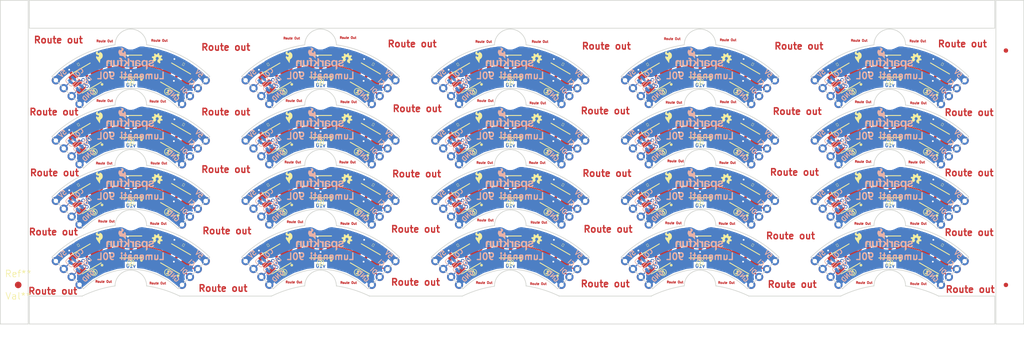
<source format=kicad_pcb>
(kicad_pcb (version 4) (host pcbnew 4.0.6)
  (layers (0 F.Cu signal) (31 B.Cu signal hide) (34 B.Paste user) (35 F.Paste user) (36 B.SilkS user hide) (37 F.SilkS user hide) (38 B.Mask user) (39 F.Mask user) (44 Edge.Cuts user))
  (net 0 "")
  (net 1 GND)
  (net 2 +5V)
  (net 3 /DI)
  (net 4 /CI)
  (net 5 /DO)
  (net 6 /CO)
  (net 7 "Net-(U1-Pad5)")
  (net 8 "Net-(U1-Pad6)")
  (net 9 "Net-(U2-Pad6)")
  (net 10 "Net-(U2-Pad5)")
  (net 11 "Net-(JP1-Pad1)")
  (net 12 "Net-(JP2-Pad1)")
  (module Aesthetics:FIDUCIAL-1X2 (layer F.Cu) (at 247.65 152.4)
    (fp_text reference "" (at 0 0) (layer F.SilkS))
    (fp_text value "" (at 0 0) (layer F.SilkS))
    (pad 1 smd circle (at 0 0) (size 0.99822 0.99822) (layers F.Cu F.Mask))
  )
  (module Pete:line (layer F.Cu) (at 48.496843 164.055281 30)
    (fp_text reference REF** hide)
    (fp_text value line hide)
  )
  (module Pete:line (layer F.Cu) (at 48.496843 164.055281)
    (fp_text reference REF** hide)
    (fp_text value line hide)
  )
  (module Pete:line (layer F.Cu) (at 48.496843 164.055281 330)
    (fp_text reference REF** hide)
    (fp_text value line hide)
  )
  (module SparkFun:SFE_LOGO_NAME_FLAME_.1 (layer B.Cu) (at 226.946247 117.31573 180)
    (fp_text reference LOGO1 hide)
    (fp_text value SFE_LOGO_NAME_FLAME.1_INCH hide)
  )
  (module Pete:SMT-JUMPER_2_NC_TRACE_SILK (layer B.Cu) (at 207.818301 105.754992 225)
    (fp_text reference JP1 hide)
    (fp_text value JUMPER-SMT_2_NC_TRACE_SILK hide)
    (fp_line (start -0.508 0) (end 0.508 0) (layer B.Cu) (width 0.254))
    (pad 2 smd rect (at 0.508 0 225) (size 0.635 1.27) (layers B.Cu B.Paste B.Mask) (net 6 /CO))
    (pad 1 smd rect (at -0.508 0 225) (size 0.635 1.27) (layers B.Cu B.Paste B.Mask) (net 11 "Net-(JP1-Pad1)"))
  )
  (module SparkFun:SFE_LOGO_NAME_FLAME_.1 (layer B.Cu) (at 226.946247 103.59973 180)
    (fp_text reference LOGO1 hide)
    (fp_text value SFE_LOGO_NAME_FLAME.1_INCH hide)
  )
  (module Pete:SMT-JUMPER_2_NC_TRACE_SILK (layer B.Cu) (at 209.614352 121.267043 225)
    (fp_text reference JP2 hide)
    (fp_text value JUMPER-SMT_2_NC_TRACE_SILK hide)
    (fp_line (start -0.508 0) (end 0.508 0) (layer B.Cu) (width 0.254))
    (pad 2 smd rect (at 0.508 0 225) (size 0.635 1.27) (layers B.Cu B.Paste B.Mask) (net 5 /DO))
    (pad 1 smd rect (at -0.508 0 225) (size 0.635 1.27) (layers B.Cu B.Paste B.Mask) (net 12 "Net-(JP2-Pad1)"))
  )
  (module Pete:SMT-JUMPER_2_NC_TRACE_SILK (layer B.Cu) (at 209.614352 107.551043 225)
    (fp_text reference JP2 hide)
    (fp_text value JUMPER-SMT_2_NC_TRACE_SILK hide)
    (fp_line (start -0.508 0) (end 0.508 0) (layer B.Cu) (width 0.254))
    (pad 2 smd rect (at 0.508 0 225) (size 0.635 1.27) (layers B.Cu B.Paste B.Mask) (net 5 /DO))
    (pad 1 smd rect (at -0.508 0 225) (size 0.635 1.27) (layers B.Cu B.Paste B.Mask) (net 12 "Net-(JP2-Pad1)"))
  )
  (module Pete:SMT-JUMPER_2_NC_TRACE_SILK (layer B.Cu) (at 207.818301 119.470992 225)
    (fp_text reference JP1 hide)
    (fp_text value JUMPER-SMT_2_NC_TRACE_SILK hide)
    (fp_line (start -0.508 0) (end 0.508 0) (layer B.Cu) (width 0.254))
    (pad 2 smd rect (at 0.508 0 225) (size 0.635 1.27) (layers B.Cu B.Paste B.Mask) (net 6 /CO))
    (pad 1 smd rect (at -0.508 0 225) (size 0.635 1.27) (layers B.Cu B.Paste B.Mask) (net 11 "Net-(JP1-Pad1)"))
  )
  (module Pete:SMT-JUMPER_2_NC_TRACE_SILK (layer B.Cu) (at 207.818301 146.902992 225)
    (fp_text reference JP1 hide)
    (fp_text value JUMPER-SMT_2_NC_TRACE_SILK hide)
    (fp_line (start -0.508 0) (end 0.508 0) (layer B.Cu) (width 0.254))
    (pad 2 smd rect (at 0.508 0 225) (size 0.635 1.27) (layers B.Cu B.Paste B.Mask) (net 6 /CO))
    (pad 1 smd rect (at -0.508 0 225) (size 0.635 1.27) (layers B.Cu B.Paste B.Mask) (net 11 "Net-(JP1-Pad1)"))
  )
  (module SparkFun:SFE_LOGO_NAME_FLAME_.1 (layer B.Cu) (at 226.946247 144.74773 180)
    (fp_text reference LOGO1 hide)
    (fp_text value SFE_LOGO_NAME_FLAME.1_INCH hide)
  )
  (module Pete:SMT-JUMPER_2_NC_TRACE_SILK (layer B.Cu) (at 209.614352 148.699043 225)
    (fp_text reference JP2 hide)
    (fp_text value JUMPER-SMT_2_NC_TRACE_SILK hide)
    (fp_line (start -0.508 0) (end 0.508 0) (layer B.Cu) (width 0.254))
    (pad 2 smd rect (at 0.508 0 225) (size 0.635 1.27) (layers B.Cu B.Paste B.Mask) (net 5 /DO))
    (pad 1 smd rect (at -0.508 0 225) (size 0.635 1.27) (layers B.Cu B.Paste B.Mask) (net 12 "Net-(JP2-Pad1)"))
  )
  (module Pete:SMT-JUMPER_2_NC_TRACE_SILK (layer B.Cu) (at 207.818301 133.186992 225)
    (fp_text reference JP1 hide)
    (fp_text value JUMPER-SMT_2_NC_TRACE_SILK hide)
    (fp_line (start -0.508 0) (end 0.508 0) (layer B.Cu) (width 0.254))
    (pad 2 smd rect (at 0.508 0 225) (size 0.635 1.27) (layers B.Cu B.Paste B.Mask) (net 6 /CO))
    (pad 1 smd rect (at -0.508 0 225) (size 0.635 1.27) (layers B.Cu B.Paste B.Mask) (net 11 "Net-(JP1-Pad1)"))
  )
  (module SparkFun:SFE_LOGO_NAME_FLAME_.1 (layer B.Cu) (at 226.946247 131.03173 180)
    (fp_text reference LOGO1 hide)
    (fp_text value SFE_LOGO_NAME_FLAME.1_INCH hide)
  )
  (module Pete:SMT-JUMPER_2_NC_TRACE_SILK (layer B.Cu) (at 209.614352 134.983043 225)
    (fp_text reference JP2 hide)
    (fp_text value JUMPER-SMT_2_NC_TRACE_SILK hide)
    (fp_line (start -0.508 0) (end 0.508 0) (layer B.Cu) (width 0.254))
    (pad 2 smd rect (at 0.508 0 225) (size 0.635 1.27) (layers B.Cu B.Paste B.Mask) (net 5 /DO))
    (pad 1 smd rect (at -0.508 0 225) (size 0.635 1.27) (layers B.Cu B.Paste B.Mask) (net 12 "Net-(JP2-Pad1)"))
  )
  (module Pete:APA102_3 (layer F.Cu) (at 231.400454 119.021979 330)
    (fp_text reference U1 hide)
    (fp_text value APA102 hide)
    (pad 1 smd rect (at 2.4 1.7 330) (size 2 1.1) (layers F.Cu F.Paste F.Mask) (net 3 /DI))
    (pad 2 smd rect (at 2.399998 0 330) (size 2 1.1) (layers F.Cu F.Paste F.Mask) (net 4 /CI))
    (pad 3 smd rect (at 2.4 -1.700001 330) (size 2 1.1) (layers F.Cu F.Paste F.Mask) (net 1 GND))
    (pad 4 smd rect (at -2.4 -1.7 150) (size 2 1.1) (layers F.Cu F.Paste F.Mask) (net 2 +5V))
    (pad 5 smd rect (at -2.399998 0 150) (size 2 1.1) (layers F.Cu F.Paste F.Mask) (net 7 "Net-(U1-Pad5)"))
    (pad 6 smd rect (at -2.4 1.700001 150) (size 2 1.1) (layers F.Cu F.Paste F.Mask) (net 8 "Net-(U1-Pad6)"))
  )
  (module Pete:APA102_3 (layer F.Cu) (at 221.216843 116.327902)
    (fp_text reference U2 hide)
    (fp_text value APA102 hide)
    (pad 6 smd rect (at -2.4 1.700001 180) (size 2 1.1) (layers F.Cu F.Paste F.Mask) (net 9 "Net-(U2-Pad6)"))
    (pad 5 smd rect (at -2.399998 0 180) (size 2 1.1) (layers F.Cu F.Paste F.Mask) (net 10 "Net-(U2-Pad5)"))
    (pad 4 smd rect (at -2.4 -1.7 180) (size 2 1.1) (layers F.Cu F.Paste F.Mask) (net 2 +5V))
    (pad 3 smd rect (at 2.4 -1.700001) (size 2 1.1) (layers F.Cu F.Paste F.Mask) (net 1 GND))
    (pad 2 smd rect (at 2.399998 0) (size 2 1.1) (layers F.Cu F.Paste F.Mask) (net 7 "Net-(U1-Pad5)"))
    (pad 1 smd rect (at 2.4 1.7) (size 2 1.1) (layers F.Cu F.Paste F.Mask) (net 8 "Net-(U1-Pad6)"))
  )
  (module SparkFun:OSHW-LOGO-MINI (layer F.Cu) (at 227.221043 114.548015 345)
    (fp_text reference LOGO2 hide)
    (fp_text value OSHW-LOGOMINI hide)
  )
  (module Pete:APA102_3 (layer F.Cu) (at 231.400454 105.305979 330)
    (fp_text reference U1 hide)
    (fp_text value APA102 hide)
    (pad 1 smd rect (at 2.4 1.7 330) (size 2 1.1) (layers F.Cu F.Paste F.Mask) (net 3 /DI))
    (pad 2 smd rect (at 2.399998 0 330) (size 2 1.1) (layers F.Cu F.Paste F.Mask) (net 4 /CI))
    (pad 3 smd rect (at 2.4 -1.700001 330) (size 2 1.1) (layers F.Cu F.Paste F.Mask) (net 1 GND))
    (pad 4 smd rect (at -2.4 -1.7 150) (size 2 1.1) (layers F.Cu F.Paste F.Mask) (net 2 +5V))
    (pad 5 smd rect (at -2.399998 0 150) (size 2 1.1) (layers F.Cu F.Paste F.Mask) (net 7 "Net-(U1-Pad5)"))
    (pad 6 smd rect (at -2.4 1.700001 150) (size 2 1.1) (layers F.Cu F.Paste F.Mask) (net 8 "Net-(U1-Pad6)"))
  )
  (module Pete:line (layer F.Cu) (at 221.216843 122.907281 330)
    (fp_text reference REF** hide)
    (fp_text value line hide)
  )
  (module Pete:line (layer F.Cu) (at 221.216843 122.907281 30)
    (fp_text reference REF** hide)
    (fp_text value line hide)
  )
  (module Pete:0603_revised (layer F.Cu) (at 216.414202 115.480166 90)
    (fp_text reference C2 hide)
    (fp_text value 0.1uF hide)
    (pad 2 smd rect (at 0.84836 0 90) (size 1.09982 0.99822) (layers F.Cu F.Paste F.Mask) (net 2 +5V))
    (pad 1 smd rect (at -0.84836 0 90) (size 1.09982 0.99822) (layers F.Cu F.Paste F.Mask) (net 1 GND))
  )
  (module Pete:line (layer F.Cu) (at 221.216843 122.907281)
    (fp_text reference REF** hide)
    (fp_text value line hide)
  )
  (module Pete:STAND-OFF_115_2 (layer F.Cu) (at 221.216843 110.580538 45)
    (fp_text reference Ref** hide)
    (fp_text value Val** hide)
    (pad "" np_thru_hole circle (at 0 0 45) (size 2.921 2.921) (drill 2.921) (layers *.Cu *.Mask))
  )
  (module SparkFun:OSHW-LOGO-MINI (layer F.Cu) (at 227.221043 100.832015 345)
    (fp_text reference LOGO2 hide)
    (fp_text value OSHW-LOGOMINI hide)
  )
  (module Pete:APA102_3 (layer F.Cu) (at 221.216843 102.611902)
    (fp_text reference U2 hide)
    (fp_text value APA102 hide)
    (pad 6 smd rect (at -2.4 1.700001 180) (size 2 1.1) (layers F.Cu F.Paste F.Mask) (net 9 "Net-(U2-Pad6)"))
    (pad 5 smd rect (at -2.399998 0 180) (size 2 1.1) (layers F.Cu F.Paste F.Mask) (net 10 "Net-(U2-Pad5)"))
    (pad 4 smd rect (at -2.4 -1.7 180) (size 2 1.1) (layers F.Cu F.Paste F.Mask) (net 2 +5V))
    (pad 3 smd rect (at 2.4 -1.700001) (size 2 1.1) (layers F.Cu F.Paste F.Mask) (net 1 GND))
    (pad 2 smd rect (at 2.399998 0) (size 2 1.1) (layers F.Cu F.Paste F.Mask) (net 7 "Net-(U1-Pad5)"))
    (pad 1 smd rect (at 2.4 1.7) (size 2 1.1) (layers F.Cu F.Paste F.Mask) (net 8 "Net-(U1-Pad6)"))
  )
  (module Pete:STAND-OFF_115_2 (layer F.Cu) (at 221.216843 96.864538 45)
    (fp_text reference Ref** hide)
    (fp_text value Val** hide)
    (pad "" np_thru_hole circle (at 0 0 45) (size 2.921 2.921) (drill 2.921) (layers *.Cu *.Mask))
  )
  (module Aesthetics:SFE_LOGO_FLAME_.1 (layer F.Cu) (at 214.100888 116.126744 35)
    (fp_text reference "" (at 0 0 35) (layer F.SilkS))
    (fp_text value "" (at 0 0 35) (layer F.SilkS))
  )
  (module Pete:0603_revised (layer F.Cu) (at 209.273103 115.932771 210)
    (fp_text reference C1 hide)
    (fp_text value 0.1uF hide)
    (pad 1 smd rect (at -0.84836 0 210) (size 1.09982 0.99822) (layers F.Cu F.Paste F.Mask) (net 1 GND))
    (pad 2 smd rect (at 0.84836 0 210) (size 1.09982 0.99822) (layers F.Cu F.Paste F.Mask) (net 2 +5V))
  )
  (module SFE_Connectors:1X04_NO_SILK (layer F.Cu) (at 204.154357 119.542834 315)
    (fp_text reference J2 hide)
    (fp_text value CONN_041X04_NO_SILK hide)
    (pad 4 thru_hole circle (at 7.62 0 315) (size 1.8796 1.8796) (drill 1.016) (layers *.Cu *.Paste *.Mask) (net 1 GND))
    (pad 3 thru_hole circle (at 5.08 0 315) (size 1.8796 1.8796) (drill 1.016) (layers *.Cu *.Paste *.Mask) (net 5 /DO))
    (pad 2 thru_hole circle (at 2.54 0 315) (size 1.8796 1.8796) (drill 1.016) (layers *.Cu *.Paste *.Mask) (net 6 /CO))
    (pad 1 thru_hole circle (at 0 0 315) (size 1.8796 1.8796) (drill 1.016) (layers *.Cu *.Paste *.Mask) (net 2 +5V))
  )
  (module Pete:APA102_3 (layer F.Cu) (at 211.051193 119.039939 30)
    (fp_text reference U3 hide)
    (fp_text value APA102 hide)
    (pad 1 smd rect (at 2.4 1.7 30) (size 2 1.1) (layers F.Cu F.Paste F.Mask) (net 9 "Net-(U2-Pad6)"))
    (pad 2 smd rect (at 2.399998 0 30) (size 2 1.1) (layers F.Cu F.Paste F.Mask) (net 10 "Net-(U2-Pad5)"))
    (pad 3 smd rect (at 2.4 -1.700001 30) (size 2 1.1) (layers F.Cu F.Paste F.Mask) (net 1 GND))
    (pad 4 smd rect (at -2.4 -1.7 210) (size 2 1.1) (layers F.Cu F.Paste F.Mask) (net 2 +5V))
    (pad 5 smd rect (at -2.399998 0 210) (size 2 1.1) (layers F.Cu F.Paste F.Mask) (net 11 "Net-(JP1-Pad1)"))
    (pad 6 smd rect (at -2.4 1.700001 210) (size 2 1.1) (layers F.Cu F.Paste F.Mask) (net 12 "Net-(JP2-Pad1)"))
  )
  (module Aesthetics:FIDUCIAL-1X2 (layer F.Cu) (at 205.573237 117.782703 45)
    (fp_text reference FD2 hide)
    (fp_text value FIDUCIAL1X2 hide)
    (pad 1 smd circle (at 0 0 45) (size 0.99822 0.99822) (layers F.Cu F.Mask))
  )
  (module Pete:0603_revised (layer F.Cu) (at 233.196505 115.89685 150)
    (fp_text reference C3 hide)
    (fp_text value 0.1uF hide)
    (pad 1 smd rect (at -0.84836 0 150) (size 1.09982 0.99822) (layers F.Cu F.Paste F.Mask) (net 1 GND))
    (pad 2 smd rect (at 0.84836 0 150) (size 1.09982 0.99822) (layers F.Cu F.Paste F.Mask) (net 2 +5V))
  )
  (module Aesthetics:FIDUCIAL-1X2 (layer F.Cu) (at 236.716765 117.99823 45)
    (fp_text reference FD1 hide)
    (fp_text value FIDUCIAL1X2 hide)
    (pad 1 smd circle (at 0 0 45) (size 0.99822 0.99822) (layers F.Cu F.Mask))
  )
  (module Aesthetics:FIDUCIAL-1X2 (layer F.Cu) (at 236.716765 104.28223 45)
    (fp_text reference FD1 hide)
    (fp_text value FIDUCIAL1X2 hide)
    (pad 1 smd circle (at 0 0 45) (size 0.99822 0.99822) (layers F.Cu F.Mask))
  )
  (module Pete:0603_revised (layer F.Cu) (at 233.196505 102.18085 150)
    (fp_text reference C3 hide)
    (fp_text value 0.1uF hide)
    (pad 1 smd rect (at -0.84836 0 150) (size 1.09982 0.99822) (layers F.Cu F.Paste F.Mask) (net 1 GND))
    (pad 2 smd rect (at 0.84836 0 150) (size 1.09982 0.99822) (layers F.Cu F.Paste F.Mask) (net 2 +5V))
  )
  (module SFE_Connectors:1X04_NO_SILK (layer F.Cu) (at 232.873216 111.232948 45)
    (fp_text reference J1 hide)
    (fp_text value CONN_041X04_NO_SILK hide)
    (pad 1 thru_hole circle (at 0 0 45) (size 1.8796 1.8796) (drill 1.016) (layers *.Cu *.Paste *.Mask) (net 1 GND))
    (pad 2 thru_hole circle (at 2.54 0 45) (size 1.8796 1.8796) (drill 1.016) (layers *.Cu *.Paste *.Mask) (net 3 /DI))
    (pad 3 thru_hole circle (at 5.08 0 45) (size 1.8796 1.8796) (drill 1.016) (layers *.Cu *.Paste *.Mask) (net 4 /CI))
    (pad 4 thru_hole circle (at 7.62 0 45) (size 1.8796 1.8796) (drill 1.016) (layers *.Cu *.Paste *.Mask) (net 2 +5V))
  )
  (module SFE_Connectors:1X04_NO_SILK (layer F.Cu) (at 204.154357 105.826834 315)
    (fp_text reference J2 hide)
    (fp_text value CONN_041X04_NO_SILK hide)
    (pad 4 thru_hole circle (at 7.62 0 315) (size 1.8796 1.8796) (drill 1.016) (layers *.Cu *.Paste *.Mask) (net 1 GND))
    (pad 3 thru_hole circle (at 5.08 0 315) (size 1.8796 1.8796) (drill 1.016) (layers *.Cu *.Paste *.Mask) (net 5 /DO))
    (pad 2 thru_hole circle (at 2.54 0 315) (size 1.8796 1.8796) (drill 1.016) (layers *.Cu *.Paste *.Mask) (net 6 /CO))
    (pad 1 thru_hole circle (at 0 0 315) (size 1.8796 1.8796) (drill 1.016) (layers *.Cu *.Paste *.Mask) (net 2 +5V))
  )
  (module Aesthetics:FIDUCIAL-1X2 (layer F.Cu) (at 205.573237 104.066703 45)
    (fp_text reference FD2 hide)
    (fp_text value FIDUCIAL1X2 hide)
    (pad 1 smd circle (at 0 0 45) (size 0.99822 0.99822) (layers F.Cu F.Mask))
  )
  (module Aesthetics:SFE_LOGO_FLAME_.1 (layer F.Cu) (at 214.100888 102.410744 35)
    (fp_text reference "" (at 0 0 35) (layer F.SilkS))
    (fp_text value "" (at 0 0 35) (layer F.SilkS))
  )
  (module Pete:APA102_3 (layer F.Cu) (at 211.051193 105.323939 30)
    (fp_text reference U3 hide)
    (fp_text value APA102 hide)
    (pad 1 smd rect (at 2.4 1.7 30) (size 2 1.1) (layers F.Cu F.Paste F.Mask) (net 9 "Net-(U2-Pad6)"))
    (pad 2 smd rect (at 2.399998 0 30) (size 2 1.1) (layers F.Cu F.Paste F.Mask) (net 10 "Net-(U2-Pad5)"))
    (pad 3 smd rect (at 2.4 -1.700001 30) (size 2 1.1) (layers F.Cu F.Paste F.Mask) (net 1 GND))
    (pad 4 smd rect (at -2.4 -1.7 210) (size 2 1.1) (layers F.Cu F.Paste F.Mask) (net 2 +5V))
    (pad 5 smd rect (at -2.399998 0 210) (size 2 1.1) (layers F.Cu F.Paste F.Mask) (net 11 "Net-(JP1-Pad1)"))
    (pad 6 smd rect (at -2.4 1.700001 210) (size 2 1.1) (layers F.Cu F.Paste F.Mask) (net 12 "Net-(JP2-Pad1)"))
  )
  (module Pete:0603_revised (layer F.Cu) (at 216.414202 101.764166 90)
    (fp_text reference C2 hide)
    (fp_text value 0.1uF hide)
    (pad 2 smd rect (at 0.84836 0 90) (size 1.09982 0.99822) (layers F.Cu F.Paste F.Mask) (net 2 +5V))
    (pad 1 smd rect (at -0.84836 0 90) (size 1.09982 0.99822) (layers F.Cu F.Paste F.Mask) (net 1 GND))
  )
  (module Pete:0603_revised (layer F.Cu) (at 209.273103 102.216771 210)
    (fp_text reference C1 hide)
    (fp_text value 0.1uF hide)
    (pad 1 smd rect (at -0.84836 0 210) (size 1.09982 0.99822) (layers F.Cu F.Paste F.Mask) (net 1 GND))
    (pad 2 smd rect (at 0.84836 0 210) (size 1.09982 0.99822) (layers F.Cu F.Paste F.Mask) (net 2 +5V))
  )
  (module SparkFun:OSHW-LOGO-MINI (layer F.Cu) (at 227.221043 141.980015 345)
    (fp_text reference LOGO2 hide)
    (fp_text value OSHW-LOGOMINI hide)
  )
  (module Pete:0603_revised (layer F.Cu) (at 233.196505 143.32885 150)
    (fp_text reference C3 hide)
    (fp_text value 0.1uF hide)
    (pad 1 smd rect (at -0.84836 0 150) (size 1.09982 0.99822) (layers F.Cu F.Paste F.Mask) (net 1 GND))
    (pad 2 smd rect (at 0.84836 0 150) (size 1.09982 0.99822) (layers F.Cu F.Paste F.Mask) (net 2 +5V))
  )
  (module SFE_Connectors:1X04_NO_SILK (layer F.Cu) (at 232.873216 138.664948 45)
    (fp_text reference J1 hide)
    (fp_text value CONN_041X04_NO_SILK hide)
    (pad 1 thru_hole circle (at 0 0 45) (size 1.8796 1.8796) (drill 1.016) (layers *.Cu *.Paste *.Mask) (net 1 GND))
    (pad 2 thru_hole circle (at 2.54 0 45) (size 1.8796 1.8796) (drill 1.016) (layers *.Cu *.Paste *.Mask) (net 3 /DI))
    (pad 3 thru_hole circle (at 5.08 0 45) (size 1.8796 1.8796) (drill 1.016) (layers *.Cu *.Paste *.Mask) (net 4 /CI))
    (pad 4 thru_hole circle (at 7.62 0 45) (size 1.8796 1.8796) (drill 1.016) (layers *.Cu *.Paste *.Mask) (net 2 +5V))
  )
  (module Aesthetics:FIDUCIAL-1X2 (layer F.Cu) (at 236.716765 145.43023 45)
    (fp_text reference FD1 hide)
    (fp_text value FIDUCIAL1X2 hide)
    (pad 1 smd circle (at 0 0 45) (size 0.99822 0.99822) (layers F.Cu F.Mask))
  )
  (module Pete:0603_revised (layer F.Cu) (at 209.273103 143.364771 210)
    (fp_text reference C1 hide)
    (fp_text value 0.1uF hide)
    (pad 1 smd rect (at -0.84836 0 210) (size 1.09982 0.99822) (layers F.Cu F.Paste F.Mask) (net 1 GND))
    (pad 2 smd rect (at 0.84836 0 210) (size 1.09982 0.99822) (layers F.Cu F.Paste F.Mask) (net 2 +5V))
  )
  (module Aesthetics:FIDUCIAL-1X2 (layer F.Cu) (at 205.573237 145.214703 45)
    (fp_text reference FD2 hide)
    (fp_text value FIDUCIAL1X2 hide)
    (pad 1 smd circle (at 0 0 45) (size 0.99822 0.99822) (layers F.Cu F.Mask))
  )
  (module Pete:0603_revised (layer F.Cu) (at 216.414202 142.912166 90)
    (fp_text reference C2 hide)
    (fp_text value 0.1uF hide)
    (pad 2 smd rect (at 0.84836 0 90) (size 1.09982 0.99822) (layers F.Cu F.Paste F.Mask) (net 2 +5V))
    (pad 1 smd rect (at -0.84836 0 90) (size 1.09982 0.99822) (layers F.Cu F.Paste F.Mask) (net 1 GND))
  )
  (module Pete:APA102_3 (layer F.Cu) (at 211.051193 146.471939 30)
    (fp_text reference U3 hide)
    (fp_text value APA102 hide)
    (pad 1 smd rect (at 2.4 1.7 30) (size 2 1.1) (layers F.Cu F.Paste F.Mask) (net 9 "Net-(U2-Pad6)"))
    (pad 2 smd rect (at 2.399998 0 30) (size 2 1.1) (layers F.Cu F.Paste F.Mask) (net 10 "Net-(U2-Pad5)"))
    (pad 3 smd rect (at 2.4 -1.700001 30) (size 2 1.1) (layers F.Cu F.Paste F.Mask) (net 1 GND))
    (pad 4 smd rect (at -2.4 -1.7 210) (size 2 1.1) (layers F.Cu F.Paste F.Mask) (net 2 +5V))
    (pad 5 smd rect (at -2.399998 0 210) (size 2 1.1) (layers F.Cu F.Paste F.Mask) (net 11 "Net-(JP1-Pad1)"))
    (pad 6 smd rect (at -2.4 1.700001 210) (size 2 1.1) (layers F.Cu F.Paste F.Mask) (net 12 "Net-(JP2-Pad1)"))
  )
  (module SFE_Connectors:1X04_NO_SILK (layer F.Cu) (at 204.154357 146.974834 315)
    (fp_text reference J2 hide)
    (fp_text value CONN_041X04_NO_SILK hide)
    (pad 4 thru_hole circle (at 7.62 0 315) (size 1.8796 1.8796) (drill 1.016) (layers *.Cu *.Paste *.Mask) (net 1 GND))
    (pad 3 thru_hole circle (at 5.08 0 315) (size 1.8796 1.8796) (drill 1.016) (layers *.Cu *.Paste *.Mask) (net 5 /DO))
    (pad 2 thru_hole circle (at 2.54 0 315) (size 1.8796 1.8796) (drill 1.016) (layers *.Cu *.Paste *.Mask) (net 6 /CO))
    (pad 1 thru_hole circle (at 0 0 315) (size 1.8796 1.8796) (drill 1.016) (layers *.Cu *.Paste *.Mask) (net 2 +5V))
  )
  (module Pete:line (layer F.Cu) (at 221.216843 150.339281 330)
    (fp_text reference REF** hide)
    (fp_text value line hide)
  )
  (module Aesthetics:FIDUCIAL-1X2 (layer F.Cu) (at 236.716765 131.71423 45)
    (fp_text reference FD1 hide)
    (fp_text value FIDUCIAL1X2 hide)
    (pad 1 smd circle (at 0 0 45) (size 0.99822 0.99822) (layers F.Cu F.Mask))
  )
  (module Pete:line (layer F.Cu) (at 221.216843 150.339281)
    (fp_text reference REF** hide)
    (fp_text value line hide)
  )
  (module Pete:APA102_3 (layer F.Cu) (at 231.400454 132.737979 330)
    (fp_text reference U1 hide)
    (fp_text value APA102 hide)
    (pad 1 smd rect (at 2.4 1.7 330) (size 2 1.1) (layers F.Cu F.Paste F.Mask) (net 3 /DI))
    (pad 2 smd rect (at 2.399998 0 330) (size 2 1.1) (layers F.Cu F.Paste F.Mask) (net 4 /CI))
    (pad 3 smd rect (at 2.4 -1.700001 330) (size 2 1.1) (layers F.Cu F.Paste F.Mask) (net 1 GND))
    (pad 4 smd rect (at -2.4 -1.7 150) (size 2 1.1) (layers F.Cu F.Paste F.Mask) (net 2 +5V))
    (pad 5 smd rect (at -2.399998 0 150) (size 2 1.1) (layers F.Cu F.Paste F.Mask) (net 7 "Net-(U1-Pad5)"))
    (pad 6 smd rect (at -2.4 1.700001 150) (size 2 1.1) (layers F.Cu F.Paste F.Mask) (net 8 "Net-(U1-Pad6)"))
  )
  (module Pete:STAND-OFF_115_2 (layer F.Cu) (at 221.216843 138.012538 45)
    (fp_text reference Ref** hide)
    (fp_text value Val** hide)
    (pad "" np_thru_hole circle (at 0 0 45) (size 2.921 2.921) (drill 2.921) (layers *.Cu *.Mask))
  )
  (module Pete:APA102_3 (layer F.Cu) (at 231.400454 146.453979 330)
    (fp_text reference U1 hide)
    (fp_text value APA102 hide)
    (pad 1 smd rect (at 2.4 1.7 330) (size 2 1.1) (layers F.Cu F.Paste F.Mask) (net 3 /DI))
    (pad 2 smd rect (at 2.399998 0 330) (size 2 1.1) (layers F.Cu F.Paste F.Mask) (net 4 /CI))
    (pad 3 smd rect (at 2.4 -1.700001 330) (size 2 1.1) (layers F.Cu F.Paste F.Mask) (net 1 GND))
    (pad 4 smd rect (at -2.4 -1.7 150) (size 2 1.1) (layers F.Cu F.Paste F.Mask) (net 2 +5V))
    (pad 5 smd rect (at -2.399998 0 150) (size 2 1.1) (layers F.Cu F.Paste F.Mask) (net 7 "Net-(U1-Pad5)"))
    (pad 6 smd rect (at -2.4 1.700001 150) (size 2 1.1) (layers F.Cu F.Paste F.Mask) (net 8 "Net-(U1-Pad6)"))
  )
  (module SFE_Connectors:1X04_NO_SILK (layer F.Cu) (at 232.873216 152.380948 45)
    (fp_text reference J1 hide)
    (fp_text value CONN_041X04_NO_SILK hide)
    (pad 1 thru_hole circle (at 0 0 45) (size 1.8796 1.8796) (drill 1.016) (layers *.Cu *.Paste *.Mask) (net 1 GND))
    (pad 2 thru_hole circle (at 2.54 0 45) (size 1.8796 1.8796) (drill 1.016) (layers *.Cu *.Paste *.Mask) (net 3 /DI))
    (pad 3 thru_hole circle (at 5.08 0 45) (size 1.8796 1.8796) (drill 1.016) (layers *.Cu *.Paste *.Mask) (net 4 /CI))
    (pad 4 thru_hole circle (at 7.62 0 45) (size 1.8796 1.8796) (drill 1.016) (layers *.Cu *.Paste *.Mask) (net 2 +5V))
  )
  (module Pete:line (layer F.Cu) (at 221.216843 164.055281 330)
    (fp_text reference REF** hide)
    (fp_text value line hide)
  )
  (module Pete:APA102_3 (layer F.Cu) (at 221.216843 143.759902)
    (fp_text reference U2 hide)
    (fp_text value APA102 hide)
    (pad 6 smd rect (at -2.4 1.700001 180) (size 2 1.1) (layers F.Cu F.Paste F.Mask) (net 9 "Net-(U2-Pad6)"))
    (pad 5 smd rect (at -2.399998 0 180) (size 2 1.1) (layers F.Cu F.Paste F.Mask) (net 10 "Net-(U2-Pad5)"))
    (pad 4 smd rect (at -2.4 -1.7 180) (size 2 1.1) (layers F.Cu F.Paste F.Mask) (net 2 +5V))
    (pad 3 smd rect (at 2.4 -1.700001) (size 2 1.1) (layers F.Cu F.Paste F.Mask) (net 1 GND))
    (pad 2 smd rect (at 2.399998 0) (size 2 1.1) (layers F.Cu F.Paste F.Mask) (net 7 "Net-(U1-Pad5)"))
    (pad 1 smd rect (at 2.4 1.7) (size 2 1.1) (layers F.Cu F.Paste F.Mask) (net 8 "Net-(U1-Pad6)"))
  )
  (module Pete:line (layer F.Cu) (at 221.216843 164.055281)
    (fp_text reference REF** hide)
    (fp_text value line hide)
  )
  (module Pete:line (layer F.Cu) (at 221.216843 164.055281 30)
    (fp_text reference REF** hide)
    (fp_text value line hide)
  )
  (module SFE_Connectors:1X04_NO_SILK (layer F.Cu) (at 204.154357 133.258834 315)
    (fp_text reference J2 hide)
    (fp_text value CONN_041X04_NO_SILK hide)
    (pad 4 thru_hole circle (at 7.62 0 315) (size 1.8796 1.8796) (drill 1.016) (layers *.Cu *.Paste *.Mask) (net 1 GND))
    (pad 3 thru_hole circle (at 5.08 0 315) (size 1.8796 1.8796) (drill 1.016) (layers *.Cu *.Paste *.Mask) (net 5 /DO))
    (pad 2 thru_hole circle (at 2.54 0 315) (size 1.8796 1.8796) (drill 1.016) (layers *.Cu *.Paste *.Mask) (net 6 /CO))
    (pad 1 thru_hole circle (at 0 0 315) (size 1.8796 1.8796) (drill 1.016) (layers *.Cu *.Paste *.Mask) (net 2 +5V))
  )
  (module Aesthetics:FIDUCIAL-1X2 (layer F.Cu) (at 205.573237 131.498703 45)
    (fp_text reference FD2 hide)
    (fp_text value FIDUCIAL1X2 hide)
    (pad 1 smd circle (at 0 0 45) (size 0.99822 0.99822) (layers F.Cu F.Mask))
  )
  (module Pete:line (layer F.Cu) (at 221.216843 150.339281 30)
    (fp_text reference REF** hide)
    (fp_text value line hide)
  )
  (module Pete:APA102_3 (layer F.Cu) (at 211.051193 132.755939 30)
    (fp_text reference U3 hide)
    (fp_text value APA102 hide)
    (pad 1 smd rect (at 2.4 1.7 30) (size 2 1.1) (layers F.Cu F.Paste F.Mask) (net 9 "Net-(U2-Pad6)"))
    (pad 2 smd rect (at 2.399998 0 30) (size 2 1.1) (layers F.Cu F.Paste F.Mask) (net 10 "Net-(U2-Pad5)"))
    (pad 3 smd rect (at 2.4 -1.700001 30) (size 2 1.1) (layers F.Cu F.Paste F.Mask) (net 1 GND))
    (pad 4 smd rect (at -2.4 -1.7 210) (size 2 1.1) (layers F.Cu F.Paste F.Mask) (net 2 +5V))
    (pad 5 smd rect (at -2.399998 0 210) (size 2 1.1) (layers F.Cu F.Paste F.Mask) (net 11 "Net-(JP1-Pad1)"))
    (pad 6 smd rect (at -2.4 1.700001 210) (size 2 1.1) (layers F.Cu F.Paste F.Mask) (net 12 "Net-(JP2-Pad1)"))
  )
  (module Aesthetics:SFE_LOGO_FLAME_.1 (layer F.Cu) (at 214.100888 143.558744 35)
    (fp_text reference "" (at 0 0 35) (layer F.SilkS))
    (fp_text value "" (at 0 0 35) (layer F.SilkS))
  )
  (module Aesthetics:SFE_LOGO_FLAME_.1 (layer F.Cu) (at 214.100888 129.842744 35)
    (fp_text reference "" (at 0 0 35) (layer F.SilkS))
    (fp_text value "" (at 0 0 35) (layer F.SilkS))
  )
  (module Pete:line (layer F.Cu) (at 221.216843 136.623281 30)
    (fp_text reference REF** hide)
    (fp_text value line hide)
  )
  (module Pete:line (layer F.Cu) (at 221.216843 136.623281)
    (fp_text reference REF** hide)
    (fp_text value line hide)
  )
  (module Pete:0603_revised (layer F.Cu) (at 216.414202 129.196166 90)
    (fp_text reference C2 hide)
    (fp_text value 0.1uF hide)
    (pad 2 smd rect (at 0.84836 0 90) (size 1.09982 0.99822) (layers F.Cu F.Paste F.Mask) (net 2 +5V))
    (pad 1 smd rect (at -0.84836 0 90) (size 1.09982 0.99822) (layers F.Cu F.Paste F.Mask) (net 1 GND))
  )
  (module Pete:0603_revised (layer F.Cu) (at 209.273103 129.648771 210)
    (fp_text reference C1 hide)
    (fp_text value 0.1uF hide)
    (pad 1 smd rect (at -0.84836 0 210) (size 1.09982 0.99822) (layers F.Cu F.Paste F.Mask) (net 1 GND))
    (pad 2 smd rect (at 0.84836 0 210) (size 1.09982 0.99822) (layers F.Cu F.Paste F.Mask) (net 2 +5V))
  )
  (module SparkFun:OSHW-LOGO-MINI (layer F.Cu) (at 227.221043 128.264015 345)
    (fp_text reference LOGO2 hide)
    (fp_text value OSHW-LOGOMINI hide)
  )
  (module Pete:APA102_3 (layer F.Cu) (at 221.216843 130.043902)
    (fp_text reference U2 hide)
    (fp_text value APA102 hide)
    (pad 6 smd rect (at -2.4 1.700001 180) (size 2 1.1) (layers F.Cu F.Paste F.Mask) (net 9 "Net-(U2-Pad6)"))
    (pad 5 smd rect (at -2.399998 0 180) (size 2 1.1) (layers F.Cu F.Paste F.Mask) (net 10 "Net-(U2-Pad5)"))
    (pad 4 smd rect (at -2.4 -1.7 180) (size 2 1.1) (layers F.Cu F.Paste F.Mask) (net 2 +5V))
    (pad 3 smd rect (at 2.4 -1.700001) (size 2 1.1) (layers F.Cu F.Paste F.Mask) (net 1 GND))
    (pad 2 smd rect (at 2.399998 0) (size 2 1.1) (layers F.Cu F.Paste F.Mask) (net 7 "Net-(U1-Pad5)"))
    (pad 1 smd rect (at 2.4 1.7) (size 2 1.1) (layers F.Cu F.Paste F.Mask) (net 8 "Net-(U1-Pad6)"))
  )
  (module Pete:STAND-OFF_115_2 (layer F.Cu) (at 221.216843 124.296538 45)
    (fp_text reference Ref** hide)
    (fp_text value Val** hide)
    (pad "" np_thru_hole circle (at 0 0 45) (size 2.921 2.921) (drill 2.921) (layers *.Cu *.Mask))
  )
  (module SFE_Connectors:1X04_NO_SILK (layer F.Cu) (at 232.873216 124.948948 45)
    (fp_text reference J1 hide)
    (fp_text value CONN_041X04_NO_SILK hide)
    (pad 1 thru_hole circle (at 0 0 45) (size 1.8796 1.8796) (drill 1.016) (layers *.Cu *.Paste *.Mask) (net 1 GND))
    (pad 2 thru_hole circle (at 2.54 0 45) (size 1.8796 1.8796) (drill 1.016) (layers *.Cu *.Paste *.Mask) (net 3 /DI))
    (pad 3 thru_hole circle (at 5.08 0 45) (size 1.8796 1.8796) (drill 1.016) (layers *.Cu *.Paste *.Mask) (net 4 /CI))
    (pad 4 thru_hole circle (at 7.62 0 45) (size 1.8796 1.8796) (drill 1.016) (layers *.Cu *.Paste *.Mask) (net 2 +5V))
  )
  (module Pete:0603_revised (layer F.Cu) (at 233.196505 129.61285 150)
    (fp_text reference C3 hide)
    (fp_text value 0.1uF hide)
    (pad 1 smd rect (at -0.84836 0 150) (size 1.09982 0.99822) (layers F.Cu F.Paste F.Mask) (net 1 GND))
    (pad 2 smd rect (at 0.84836 0 150) (size 1.09982 0.99822) (layers F.Cu F.Paste F.Mask) (net 2 +5V))
  )
  (module Pete:line (layer F.Cu) (at 221.216843 136.623281 330)
    (fp_text reference REF** hide)
    (fp_text value line hide)
  )
  (module SparkFun:SFE_LOGO_NAME_FLAME_.1 (layer B.Cu) (at 183.766247 117.31573 180)
    (fp_text reference LOGO1 hide)
    (fp_text value SFE_LOGO_NAME_FLAME.1_INCH hide)
  )
  (module Pete:SMT-JUMPER_2_NC_TRACE_SILK (layer B.Cu) (at 164.638301 105.754992 225)
    (fp_text reference JP1 hide)
    (fp_text value JUMPER-SMT_2_NC_TRACE_SILK hide)
    (fp_line (start -0.508 0) (end 0.508 0) (layer B.Cu) (width 0.254))
    (pad 2 smd rect (at 0.508 0 225) (size 0.635 1.27) (layers B.Cu B.Paste B.Mask) (net 6 /CO))
    (pad 1 smd rect (at -0.508 0 225) (size 0.635 1.27) (layers B.Cu B.Paste B.Mask) (net 11 "Net-(JP1-Pad1)"))
  )
  (module SparkFun:SFE_LOGO_NAME_FLAME_.1 (layer B.Cu) (at 183.766247 103.59973 180)
    (fp_text reference LOGO1 hide)
    (fp_text value SFE_LOGO_NAME_FLAME.1_INCH hide)
  )
  (module Pete:SMT-JUMPER_2_NC_TRACE_SILK (layer B.Cu) (at 166.434352 121.267043 225)
    (fp_text reference JP2 hide)
    (fp_text value JUMPER-SMT_2_NC_TRACE_SILK hide)
    (fp_line (start -0.508 0) (end 0.508 0) (layer B.Cu) (width 0.254))
    (pad 2 smd rect (at 0.508 0 225) (size 0.635 1.27) (layers B.Cu B.Paste B.Mask) (net 5 /DO))
    (pad 1 smd rect (at -0.508 0 225) (size 0.635 1.27) (layers B.Cu B.Paste B.Mask) (net 12 "Net-(JP2-Pad1)"))
  )
  (module Pete:SMT-JUMPER_2_NC_TRACE_SILK (layer B.Cu) (at 166.434352 107.551043 225)
    (fp_text reference JP2 hide)
    (fp_text value JUMPER-SMT_2_NC_TRACE_SILK hide)
    (fp_line (start -0.508 0) (end 0.508 0) (layer B.Cu) (width 0.254))
    (pad 2 smd rect (at 0.508 0 225) (size 0.635 1.27) (layers B.Cu B.Paste B.Mask) (net 5 /DO))
    (pad 1 smd rect (at -0.508 0 225) (size 0.635 1.27) (layers B.Cu B.Paste B.Mask) (net 12 "Net-(JP2-Pad1)"))
  )
  (module Pete:SMT-JUMPER_2_NC_TRACE_SILK (layer B.Cu) (at 164.638301 119.470992 225)
    (fp_text reference JP1 hide)
    (fp_text value JUMPER-SMT_2_NC_TRACE_SILK hide)
    (fp_line (start -0.508 0) (end 0.508 0) (layer B.Cu) (width 0.254))
    (pad 2 smd rect (at 0.508 0 225) (size 0.635 1.27) (layers B.Cu B.Paste B.Mask) (net 6 /CO))
    (pad 1 smd rect (at -0.508 0 225) (size 0.635 1.27) (layers B.Cu B.Paste B.Mask) (net 11 "Net-(JP1-Pad1)"))
  )
  (module Pete:SMT-JUMPER_2_NC_TRACE_SILK (layer B.Cu) (at 164.638301 146.902992 225)
    (fp_text reference JP1 hide)
    (fp_text value JUMPER-SMT_2_NC_TRACE_SILK hide)
    (fp_line (start -0.508 0) (end 0.508 0) (layer B.Cu) (width 0.254))
    (pad 2 smd rect (at 0.508 0 225) (size 0.635 1.27) (layers B.Cu B.Paste B.Mask) (net 6 /CO))
    (pad 1 smd rect (at -0.508 0 225) (size 0.635 1.27) (layers B.Cu B.Paste B.Mask) (net 11 "Net-(JP1-Pad1)"))
  )
  (module SparkFun:SFE_LOGO_NAME_FLAME_.1 (layer B.Cu) (at 183.766247 144.74773 180)
    (fp_text reference LOGO1 hide)
    (fp_text value SFE_LOGO_NAME_FLAME.1_INCH hide)
  )
  (module Pete:SMT-JUMPER_2_NC_TRACE_SILK (layer B.Cu) (at 166.434352 148.699043 225)
    (fp_text reference JP2 hide)
    (fp_text value JUMPER-SMT_2_NC_TRACE_SILK hide)
    (fp_line (start -0.508 0) (end 0.508 0) (layer B.Cu) (width 0.254))
    (pad 2 smd rect (at 0.508 0 225) (size 0.635 1.27) (layers B.Cu B.Paste B.Mask) (net 5 /DO))
    (pad 1 smd rect (at -0.508 0 225) (size 0.635 1.27) (layers B.Cu B.Paste B.Mask) (net 12 "Net-(JP2-Pad1)"))
  )
  (module Pete:SMT-JUMPER_2_NC_TRACE_SILK (layer B.Cu) (at 164.638301 133.186992 225)
    (fp_text reference JP1 hide)
    (fp_text value JUMPER-SMT_2_NC_TRACE_SILK hide)
    (fp_line (start -0.508 0) (end 0.508 0) (layer B.Cu) (width 0.254))
    (pad 2 smd rect (at 0.508 0 225) (size 0.635 1.27) (layers B.Cu B.Paste B.Mask) (net 6 /CO))
    (pad 1 smd rect (at -0.508 0 225) (size 0.635 1.27) (layers B.Cu B.Paste B.Mask) (net 11 "Net-(JP1-Pad1)"))
  )
  (module SparkFun:SFE_LOGO_NAME_FLAME_.1 (layer B.Cu) (at 183.766247 131.03173 180)
    (fp_text reference LOGO1 hide)
    (fp_text value SFE_LOGO_NAME_FLAME.1_INCH hide)
  )
  (module Pete:SMT-JUMPER_2_NC_TRACE_SILK (layer B.Cu) (at 166.434352 134.983043 225)
    (fp_text reference JP2 hide)
    (fp_text value JUMPER-SMT_2_NC_TRACE_SILK hide)
    (fp_line (start -0.508 0) (end 0.508 0) (layer B.Cu) (width 0.254))
    (pad 2 smd rect (at 0.508 0 225) (size 0.635 1.27) (layers B.Cu B.Paste B.Mask) (net 5 /DO))
    (pad 1 smd rect (at -0.508 0 225) (size 0.635 1.27) (layers B.Cu B.Paste B.Mask) (net 12 "Net-(JP2-Pad1)"))
  )
  (module Pete:APA102_3 (layer F.Cu) (at 188.220454 119.021979 330)
    (fp_text reference U1 hide)
    (fp_text value APA102 hide)
    (pad 1 smd rect (at 2.4 1.7 330) (size 2 1.1) (layers F.Cu F.Paste F.Mask) (net 3 /DI))
    (pad 2 smd rect (at 2.399998 0 330) (size 2 1.1) (layers F.Cu F.Paste F.Mask) (net 4 /CI))
    (pad 3 smd rect (at 2.4 -1.700001 330) (size 2 1.1) (layers F.Cu F.Paste F.Mask) (net 1 GND))
    (pad 4 smd rect (at -2.4 -1.7 150) (size 2 1.1) (layers F.Cu F.Paste F.Mask) (net 2 +5V))
    (pad 5 smd rect (at -2.399998 0 150) (size 2 1.1) (layers F.Cu F.Paste F.Mask) (net 7 "Net-(U1-Pad5)"))
    (pad 6 smd rect (at -2.4 1.700001 150) (size 2 1.1) (layers F.Cu F.Paste F.Mask) (net 8 "Net-(U1-Pad6)"))
  )
  (module Pete:APA102_3 (layer F.Cu) (at 178.036843 116.327902)
    (fp_text reference U2 hide)
    (fp_text value APA102 hide)
    (pad 6 smd rect (at -2.4 1.700001 180) (size 2 1.1) (layers F.Cu F.Paste F.Mask) (net 9 "Net-(U2-Pad6)"))
    (pad 5 smd rect (at -2.399998 0 180) (size 2 1.1) (layers F.Cu F.Paste F.Mask) (net 10 "Net-(U2-Pad5)"))
    (pad 4 smd rect (at -2.4 -1.7 180) (size 2 1.1) (layers F.Cu F.Paste F.Mask) (net 2 +5V))
    (pad 3 smd rect (at 2.4 -1.700001) (size 2 1.1) (layers F.Cu F.Paste F.Mask) (net 1 GND))
    (pad 2 smd rect (at 2.399998 0) (size 2 1.1) (layers F.Cu F.Paste F.Mask) (net 7 "Net-(U1-Pad5)"))
    (pad 1 smd rect (at 2.4 1.7) (size 2 1.1) (layers F.Cu F.Paste F.Mask) (net 8 "Net-(U1-Pad6)"))
  )
  (module SparkFun:OSHW-LOGO-MINI (layer F.Cu) (at 184.041043 114.548015 345)
    (fp_text reference LOGO2 hide)
    (fp_text value OSHW-LOGOMINI hide)
  )
  (module Pete:APA102_3 (layer F.Cu) (at 188.220454 105.305979 330)
    (fp_text reference U1 hide)
    (fp_text value APA102 hide)
    (pad 1 smd rect (at 2.4 1.7 330) (size 2 1.1) (layers F.Cu F.Paste F.Mask) (net 3 /DI))
    (pad 2 smd rect (at 2.399998 0 330) (size 2 1.1) (layers F.Cu F.Paste F.Mask) (net 4 /CI))
    (pad 3 smd rect (at 2.4 -1.700001 330) (size 2 1.1) (layers F.Cu F.Paste F.Mask) (net 1 GND))
    (pad 4 smd rect (at -2.4 -1.7 150) (size 2 1.1) (layers F.Cu F.Paste F.Mask) (net 2 +5V))
    (pad 5 smd rect (at -2.399998 0 150) (size 2 1.1) (layers F.Cu F.Paste F.Mask) (net 7 "Net-(U1-Pad5)"))
    (pad 6 smd rect (at -2.4 1.700001 150) (size 2 1.1) (layers F.Cu F.Paste F.Mask) (net 8 "Net-(U1-Pad6)"))
  )
  (module Pete:line (layer F.Cu) (at 178.036843 122.907281 330)
    (fp_text reference REF** hide)
    (fp_text value line hide)
  )
  (module Pete:line (layer F.Cu) (at 178.036843 122.907281 30)
    (fp_text reference REF** hide)
    (fp_text value line hide)
  )
  (module Pete:0603_revised (layer F.Cu) (at 173.234202 115.480166 90)
    (fp_text reference C2 hide)
    (fp_text value 0.1uF hide)
    (pad 2 smd rect (at 0.84836 0 90) (size 1.09982 0.99822) (layers F.Cu F.Paste F.Mask) (net 2 +5V))
    (pad 1 smd rect (at -0.84836 0 90) (size 1.09982 0.99822) (layers F.Cu F.Paste F.Mask) (net 1 GND))
  )
  (module Pete:line (layer F.Cu) (at 178.036843 122.907281)
    (fp_text reference REF** hide)
    (fp_text value line hide)
  )
  (module Pete:STAND-OFF_115_2 (layer F.Cu) (at 178.036843 110.580538 45)
    (fp_text reference Ref** hide)
    (fp_text value Val** hide)
    (pad "" np_thru_hole circle (at 0 0 45) (size 2.921 2.921) (drill 2.921) (layers *.Cu *.Mask))
  )
  (module SparkFun:OSHW-LOGO-MINI (layer F.Cu) (at 184.041043 100.832015 345)
    (fp_text reference LOGO2 hide)
    (fp_text value OSHW-LOGOMINI hide)
  )
  (module Pete:APA102_3 (layer F.Cu) (at 178.036843 102.611902)
    (fp_text reference U2 hide)
    (fp_text value APA102 hide)
    (pad 6 smd rect (at -2.4 1.700001 180) (size 2 1.1) (layers F.Cu F.Paste F.Mask) (net 9 "Net-(U2-Pad6)"))
    (pad 5 smd rect (at -2.399998 0 180) (size 2 1.1) (layers F.Cu F.Paste F.Mask) (net 10 "Net-(U2-Pad5)"))
    (pad 4 smd rect (at -2.4 -1.7 180) (size 2 1.1) (layers F.Cu F.Paste F.Mask) (net 2 +5V))
    (pad 3 smd rect (at 2.4 -1.700001) (size 2 1.1) (layers F.Cu F.Paste F.Mask) (net 1 GND))
    (pad 2 smd rect (at 2.399998 0) (size 2 1.1) (layers F.Cu F.Paste F.Mask) (net 7 "Net-(U1-Pad5)"))
    (pad 1 smd rect (at 2.4 1.7) (size 2 1.1) (layers F.Cu F.Paste F.Mask) (net 8 "Net-(U1-Pad6)"))
  )
  (module Pete:STAND-OFF_115_2 (layer F.Cu) (at 178.036843 96.864538 45)
    (fp_text reference Ref** hide)
    (fp_text value Val** hide)
    (pad "" np_thru_hole circle (at 0 0 45) (size 2.921 2.921) (drill 2.921) (layers *.Cu *.Mask))
  )
  (module Aesthetics:SFE_LOGO_FLAME_.1 (layer F.Cu) (at 170.920888 116.126744 35)
    (fp_text reference "" (at 0 0 35) (layer F.SilkS))
    (fp_text value "" (at 0 0 35) (layer F.SilkS))
  )
  (module Pete:0603_revised (layer F.Cu) (at 166.093103 115.932771 210)
    (fp_text reference C1 hide)
    (fp_text value 0.1uF hide)
    (pad 1 smd rect (at -0.84836 0 210) (size 1.09982 0.99822) (layers F.Cu F.Paste F.Mask) (net 1 GND))
    (pad 2 smd rect (at 0.84836 0 210) (size 1.09982 0.99822) (layers F.Cu F.Paste F.Mask) (net 2 +5V))
  )
  (module SFE_Connectors:1X04_NO_SILK (layer F.Cu) (at 160.974357 119.542834 315)
    (fp_text reference J2 hide)
    (fp_text value CONN_041X04_NO_SILK hide)
    (pad 4 thru_hole circle (at 7.62 0 315) (size 1.8796 1.8796) (drill 1.016) (layers *.Cu *.Paste *.Mask) (net 1 GND))
    (pad 3 thru_hole circle (at 5.08 0 315) (size 1.8796 1.8796) (drill 1.016) (layers *.Cu *.Paste *.Mask) (net 5 /DO))
    (pad 2 thru_hole circle (at 2.54 0 315) (size 1.8796 1.8796) (drill 1.016) (layers *.Cu *.Paste *.Mask) (net 6 /CO))
    (pad 1 thru_hole circle (at 0 0 315) (size 1.8796 1.8796) (drill 1.016) (layers *.Cu *.Paste *.Mask) (net 2 +5V))
  )
  (module Pete:APA102_3 (layer F.Cu) (at 167.871193 119.039939 30)
    (fp_text reference U3 hide)
    (fp_text value APA102 hide)
    (pad 1 smd rect (at 2.4 1.7 30) (size 2 1.1) (layers F.Cu F.Paste F.Mask) (net 9 "Net-(U2-Pad6)"))
    (pad 2 smd rect (at 2.399998 0 30) (size 2 1.1) (layers F.Cu F.Paste F.Mask) (net 10 "Net-(U2-Pad5)"))
    (pad 3 smd rect (at 2.4 -1.700001 30) (size 2 1.1) (layers F.Cu F.Paste F.Mask) (net 1 GND))
    (pad 4 smd rect (at -2.4 -1.7 210) (size 2 1.1) (layers F.Cu F.Paste F.Mask) (net 2 +5V))
    (pad 5 smd rect (at -2.399998 0 210) (size 2 1.1) (layers F.Cu F.Paste F.Mask) (net 11 "Net-(JP1-Pad1)"))
    (pad 6 smd rect (at -2.4 1.700001 210) (size 2 1.1) (layers F.Cu F.Paste F.Mask) (net 12 "Net-(JP2-Pad1)"))
  )
  (module Aesthetics:FIDUCIAL-1X2 (layer F.Cu) (at 162.393237 117.782703 45)
    (fp_text reference FD2 hide)
    (fp_text value FIDUCIAL1X2 hide)
    (pad 1 smd circle (at 0 0 45) (size 0.99822 0.99822) (layers F.Cu F.Mask))
  )
  (module Pete:0603_revised (layer F.Cu) (at 190.016505 115.89685 150)
    (fp_text reference C3 hide)
    (fp_text value 0.1uF hide)
    (pad 1 smd rect (at -0.84836 0 150) (size 1.09982 0.99822) (layers F.Cu F.Paste F.Mask) (net 1 GND))
    (pad 2 smd rect (at 0.84836 0 150) (size 1.09982 0.99822) (layers F.Cu F.Paste F.Mask) (net 2 +5V))
  )
  (module Aesthetics:FIDUCIAL-1X2 (layer F.Cu) (at 193.536765 117.99823 45)
    (fp_text reference FD1 hide)
    (fp_text value FIDUCIAL1X2 hide)
    (pad 1 smd circle (at 0 0 45) (size 0.99822 0.99822) (layers F.Cu F.Mask))
  )
  (module Aesthetics:FIDUCIAL-1X2 (layer F.Cu) (at 193.536765 104.28223 45)
    (fp_text reference FD1 hide)
    (fp_text value FIDUCIAL1X2 hide)
    (pad 1 smd circle (at 0 0 45) (size 0.99822 0.99822) (layers F.Cu F.Mask))
  )
  (module Pete:0603_revised (layer F.Cu) (at 190.016505 102.18085 150)
    (fp_text reference C3 hide)
    (fp_text value 0.1uF hide)
    (pad 1 smd rect (at -0.84836 0 150) (size 1.09982 0.99822) (layers F.Cu F.Paste F.Mask) (net 1 GND))
    (pad 2 smd rect (at 0.84836 0 150) (size 1.09982 0.99822) (layers F.Cu F.Paste F.Mask) (net 2 +5V))
  )
  (module SFE_Connectors:1X04_NO_SILK (layer F.Cu) (at 189.693216 111.232948 45)
    (fp_text reference J1 hide)
    (fp_text value CONN_041X04_NO_SILK hide)
    (pad 1 thru_hole circle (at 0 0 45) (size 1.8796 1.8796) (drill 1.016) (layers *.Cu *.Paste *.Mask) (net 1 GND))
    (pad 2 thru_hole circle (at 2.54 0 45) (size 1.8796 1.8796) (drill 1.016) (layers *.Cu *.Paste *.Mask) (net 3 /DI))
    (pad 3 thru_hole circle (at 5.08 0 45) (size 1.8796 1.8796) (drill 1.016) (layers *.Cu *.Paste *.Mask) (net 4 /CI))
    (pad 4 thru_hole circle (at 7.62 0 45) (size 1.8796 1.8796) (drill 1.016) (layers *.Cu *.Paste *.Mask) (net 2 +5V))
  )
  (module SFE_Connectors:1X04_NO_SILK (layer F.Cu) (at 160.974357 105.826834 315)
    (fp_text reference J2 hide)
    (fp_text value CONN_041X04_NO_SILK hide)
    (pad 4 thru_hole circle (at 7.62 0 315) (size 1.8796 1.8796) (drill 1.016) (layers *.Cu *.Paste *.Mask) (net 1 GND))
    (pad 3 thru_hole circle (at 5.08 0 315) (size 1.8796 1.8796) (drill 1.016) (layers *.Cu *.Paste *.Mask) (net 5 /DO))
    (pad 2 thru_hole circle (at 2.54 0 315) (size 1.8796 1.8796) (drill 1.016) (layers *.Cu *.Paste *.Mask) (net 6 /CO))
    (pad 1 thru_hole circle (at 0 0 315) (size 1.8796 1.8796) (drill 1.016) (layers *.Cu *.Paste *.Mask) (net 2 +5V))
  )
  (module Aesthetics:FIDUCIAL-1X2 (layer F.Cu) (at 162.393237 104.066703 45)
    (fp_text reference FD2 hide)
    (fp_text value FIDUCIAL1X2 hide)
    (pad 1 smd circle (at 0 0 45) (size 0.99822 0.99822) (layers F.Cu F.Mask))
  )
  (module Aesthetics:SFE_LOGO_FLAME_.1 (layer F.Cu) (at 170.920888 102.410744 35)
    (fp_text reference "" (at 0 0 35) (layer F.SilkS))
    (fp_text value "" (at 0 0 35) (layer F.SilkS))
  )
  (module Pete:APA102_3 (layer F.Cu) (at 167.871193 105.323939 30)
    (fp_text reference U3 hide)
    (fp_text value APA102 hide)
    (pad 1 smd rect (at 2.4 1.7 30) (size 2 1.1) (layers F.Cu F.Paste F.Mask) (net 9 "Net-(U2-Pad6)"))
    (pad 2 smd rect (at 2.399998 0 30) (size 2 1.1) (layers F.Cu F.Paste F.Mask) (net 10 "Net-(U2-Pad5)"))
    (pad 3 smd rect (at 2.4 -1.700001 30) (size 2 1.1) (layers F.Cu F.Paste F.Mask) (net 1 GND))
    (pad 4 smd rect (at -2.4 -1.7 210) (size 2 1.1) (layers F.Cu F.Paste F.Mask) (net 2 +5V))
    (pad 5 smd rect (at -2.399998 0 210) (size 2 1.1) (layers F.Cu F.Paste F.Mask) (net 11 "Net-(JP1-Pad1)"))
    (pad 6 smd rect (at -2.4 1.700001 210) (size 2 1.1) (layers F.Cu F.Paste F.Mask) (net 12 "Net-(JP2-Pad1)"))
  )
  (module Pete:0603_revised (layer F.Cu) (at 173.234202 101.764166 90)
    (fp_text reference C2 hide)
    (fp_text value 0.1uF hide)
    (pad 2 smd rect (at 0.84836 0 90) (size 1.09982 0.99822) (layers F.Cu F.Paste F.Mask) (net 2 +5V))
    (pad 1 smd rect (at -0.84836 0 90) (size 1.09982 0.99822) (layers F.Cu F.Paste F.Mask) (net 1 GND))
  )
  (module Pete:0603_revised (layer F.Cu) (at 166.093103 102.216771 210)
    (fp_text reference C1 hide)
    (fp_text value 0.1uF hide)
    (pad 1 smd rect (at -0.84836 0 210) (size 1.09982 0.99822) (layers F.Cu F.Paste F.Mask) (net 1 GND))
    (pad 2 smd rect (at 0.84836 0 210) (size 1.09982 0.99822) (layers F.Cu F.Paste F.Mask) (net 2 +5V))
  )
  (module SparkFun:OSHW-LOGO-MINI (layer F.Cu) (at 184.041043 141.980015 345)
    (fp_text reference LOGO2 hide)
    (fp_text value OSHW-LOGOMINI hide)
  )
  (module Pete:0603_revised (layer F.Cu) (at 190.016505 143.32885 150)
    (fp_text reference C3 hide)
    (fp_text value 0.1uF hide)
    (pad 1 smd rect (at -0.84836 0 150) (size 1.09982 0.99822) (layers F.Cu F.Paste F.Mask) (net 1 GND))
    (pad 2 smd rect (at 0.84836 0 150) (size 1.09982 0.99822) (layers F.Cu F.Paste F.Mask) (net 2 +5V))
  )
  (module SFE_Connectors:1X04_NO_SILK (layer F.Cu) (at 189.693216 138.664948 45)
    (fp_text reference J1 hide)
    (fp_text value CONN_041X04_NO_SILK hide)
    (pad 1 thru_hole circle (at 0 0 45) (size 1.8796 1.8796) (drill 1.016) (layers *.Cu *.Paste *.Mask) (net 1 GND))
    (pad 2 thru_hole circle (at 2.54 0 45) (size 1.8796 1.8796) (drill 1.016) (layers *.Cu *.Paste *.Mask) (net 3 /DI))
    (pad 3 thru_hole circle (at 5.08 0 45) (size 1.8796 1.8796) (drill 1.016) (layers *.Cu *.Paste *.Mask) (net 4 /CI))
    (pad 4 thru_hole circle (at 7.62 0 45) (size 1.8796 1.8796) (drill 1.016) (layers *.Cu *.Paste *.Mask) (net 2 +5V))
  )
  (module Aesthetics:FIDUCIAL-1X2 (layer F.Cu) (at 193.536765 145.43023 45)
    (fp_text reference FD1 hide)
    (fp_text value FIDUCIAL1X2 hide)
    (pad 1 smd circle (at 0 0 45) (size 0.99822 0.99822) (layers F.Cu F.Mask))
  )
  (module Pete:0603_revised (layer F.Cu) (at 166.093103 143.364771 210)
    (fp_text reference C1 hide)
    (fp_text value 0.1uF hide)
    (pad 1 smd rect (at -0.84836 0 210) (size 1.09982 0.99822) (layers F.Cu F.Paste F.Mask) (net 1 GND))
    (pad 2 smd rect (at 0.84836 0 210) (size 1.09982 0.99822) (layers F.Cu F.Paste F.Mask) (net 2 +5V))
  )
  (module Aesthetics:FIDUCIAL-1X2 (layer F.Cu) (at 162.393237 145.214703 45)
    (fp_text reference FD2 hide)
    (fp_text value FIDUCIAL1X2 hide)
    (pad 1 smd circle (at 0 0 45) (size 0.99822 0.99822) (layers F.Cu F.Mask))
  )
  (module Pete:0603_revised (layer F.Cu) (at 173.234202 142.912166 90)
    (fp_text reference C2 hide)
    (fp_text value 0.1uF hide)
    (pad 2 smd rect (at 0.84836 0 90) (size 1.09982 0.99822) (layers F.Cu F.Paste F.Mask) (net 2 +5V))
    (pad 1 smd rect (at -0.84836 0 90) (size 1.09982 0.99822) (layers F.Cu F.Paste F.Mask) (net 1 GND))
  )
  (module Pete:APA102_3 (layer F.Cu) (at 167.871193 146.471939 30)
    (fp_text reference U3 hide)
    (fp_text value APA102 hide)
    (pad 1 smd rect (at 2.4 1.7 30) (size 2 1.1) (layers F.Cu F.Paste F.Mask) (net 9 "Net-(U2-Pad6)"))
    (pad 2 smd rect (at 2.399998 0 30) (size 2 1.1) (layers F.Cu F.Paste F.Mask) (net 10 "Net-(U2-Pad5)"))
    (pad 3 smd rect (at 2.4 -1.700001 30) (size 2 1.1) (layers F.Cu F.Paste F.Mask) (net 1 GND))
    (pad 4 smd rect (at -2.4 -1.7 210) (size 2 1.1) (layers F.Cu F.Paste F.Mask) (net 2 +5V))
    (pad 5 smd rect (at -2.399998 0 210) (size 2 1.1) (layers F.Cu F.Paste F.Mask) (net 11 "Net-(JP1-Pad1)"))
    (pad 6 smd rect (at -2.4 1.700001 210) (size 2 1.1) (layers F.Cu F.Paste F.Mask) (net 12 "Net-(JP2-Pad1)"))
  )
  (module SFE_Connectors:1X04_NO_SILK (layer F.Cu) (at 160.974357 146.974834 315)
    (fp_text reference J2 hide)
    (fp_text value CONN_041X04_NO_SILK hide)
    (pad 4 thru_hole circle (at 7.62 0 315) (size 1.8796 1.8796) (drill 1.016) (layers *.Cu *.Paste *.Mask) (net 1 GND))
    (pad 3 thru_hole circle (at 5.08 0 315) (size 1.8796 1.8796) (drill 1.016) (layers *.Cu *.Paste *.Mask) (net 5 /DO))
    (pad 2 thru_hole circle (at 2.54 0 315) (size 1.8796 1.8796) (drill 1.016) (layers *.Cu *.Paste *.Mask) (net 6 /CO))
    (pad 1 thru_hole circle (at 0 0 315) (size 1.8796 1.8796) (drill 1.016) (layers *.Cu *.Paste *.Mask) (net 2 +5V))
  )
  (module Pete:line (layer F.Cu) (at 178.036843 150.339281 330)
    (fp_text reference REF** hide)
    (fp_text value line hide)
  )
  (module Aesthetics:FIDUCIAL-1X2 (layer F.Cu) (at 193.536765 131.71423 45)
    (fp_text reference FD1 hide)
    (fp_text value FIDUCIAL1X2 hide)
    (pad 1 smd circle (at 0 0 45) (size 0.99822 0.99822) (layers F.Cu F.Mask))
  )
  (module Pete:line (layer F.Cu) (at 178.036843 150.339281)
    (fp_text reference REF** hide)
    (fp_text value line hide)
  )
  (module Pete:APA102_3 (layer F.Cu) (at 188.220454 132.737979 330)
    (fp_text reference U1 hide)
    (fp_text value APA102 hide)
    (pad 1 smd rect (at 2.4 1.7 330) (size 2 1.1) (layers F.Cu F.Paste F.Mask) (net 3 /DI))
    (pad 2 smd rect (at 2.399998 0 330) (size 2 1.1) (layers F.Cu F.Paste F.Mask) (net 4 /CI))
    (pad 3 smd rect (at 2.4 -1.700001 330) (size 2 1.1) (layers F.Cu F.Paste F.Mask) (net 1 GND))
    (pad 4 smd rect (at -2.4 -1.7 150) (size 2 1.1) (layers F.Cu F.Paste F.Mask) (net 2 +5V))
    (pad 5 smd rect (at -2.399998 0 150) (size 2 1.1) (layers F.Cu F.Paste F.Mask) (net 7 "Net-(U1-Pad5)"))
    (pad 6 smd rect (at -2.4 1.700001 150) (size 2 1.1) (layers F.Cu F.Paste F.Mask) (net 8 "Net-(U1-Pad6)"))
  )
  (module Pete:STAND-OFF_115_2 (layer F.Cu) (at 178.036843 138.012538 45)
    (fp_text reference Ref** hide)
    (fp_text value Val** hide)
    (pad "" np_thru_hole circle (at 0 0 45) (size 2.921 2.921) (drill 2.921) (layers *.Cu *.Mask))
  )
  (module Pete:APA102_3 (layer F.Cu) (at 188.220454 146.453979 330)
    (fp_text reference U1 hide)
    (fp_text value APA102 hide)
    (pad 1 smd rect (at 2.4 1.7 330) (size 2 1.1) (layers F.Cu F.Paste F.Mask) (net 3 /DI))
    (pad 2 smd rect (at 2.399998 0 330) (size 2 1.1) (layers F.Cu F.Paste F.Mask) (net 4 /CI))
    (pad 3 smd rect (at 2.4 -1.700001 330) (size 2 1.1) (layers F.Cu F.Paste F.Mask) (net 1 GND))
    (pad 4 smd rect (at -2.4 -1.7 150) (size 2 1.1) (layers F.Cu F.Paste F.Mask) (net 2 +5V))
    (pad 5 smd rect (at -2.399998 0 150) (size 2 1.1) (layers F.Cu F.Paste F.Mask) (net 7 "Net-(U1-Pad5)"))
    (pad 6 smd rect (at -2.4 1.700001 150) (size 2 1.1) (layers F.Cu F.Paste F.Mask) (net 8 "Net-(U1-Pad6)"))
  )
  (module SFE_Connectors:1X04_NO_SILK (layer F.Cu) (at 189.693216 152.380948 45)
    (fp_text reference J1 hide)
    (fp_text value CONN_041X04_NO_SILK hide)
    (pad 1 thru_hole circle (at 0 0 45) (size 1.8796 1.8796) (drill 1.016) (layers *.Cu *.Paste *.Mask) (net 1 GND))
    (pad 2 thru_hole circle (at 2.54 0 45) (size 1.8796 1.8796) (drill 1.016) (layers *.Cu *.Paste *.Mask) (net 3 /DI))
    (pad 3 thru_hole circle (at 5.08 0 45) (size 1.8796 1.8796) (drill 1.016) (layers *.Cu *.Paste *.Mask) (net 4 /CI))
    (pad 4 thru_hole circle (at 7.62 0 45) (size 1.8796 1.8796) (drill 1.016) (layers *.Cu *.Paste *.Mask) (net 2 +5V))
  )
  (module Pete:line (layer F.Cu) (at 178.036843 164.055281 330)
    (fp_text reference REF** hide)
    (fp_text value line hide)
  )
  (module Pete:APA102_3 (layer F.Cu) (at 178.036843 143.759902)
    (fp_text reference U2 hide)
    (fp_text value APA102 hide)
    (pad 6 smd rect (at -2.4 1.700001 180) (size 2 1.1) (layers F.Cu F.Paste F.Mask) (net 9 "Net-(U2-Pad6)"))
    (pad 5 smd rect (at -2.399998 0 180) (size 2 1.1) (layers F.Cu F.Paste F.Mask) (net 10 "Net-(U2-Pad5)"))
    (pad 4 smd rect (at -2.4 -1.7 180) (size 2 1.1) (layers F.Cu F.Paste F.Mask) (net 2 +5V))
    (pad 3 smd rect (at 2.4 -1.700001) (size 2 1.1) (layers F.Cu F.Paste F.Mask) (net 1 GND))
    (pad 2 smd rect (at 2.399998 0) (size 2 1.1) (layers F.Cu F.Paste F.Mask) (net 7 "Net-(U1-Pad5)"))
    (pad 1 smd rect (at 2.4 1.7) (size 2 1.1) (layers F.Cu F.Paste F.Mask) (net 8 "Net-(U1-Pad6)"))
  )
  (module Pete:line (layer F.Cu) (at 178.036843 164.055281)
    (fp_text reference REF** hide)
    (fp_text value line hide)
  )
  (module Pete:line (layer F.Cu) (at 178.036843 164.055281 30)
    (fp_text reference REF** hide)
    (fp_text value line hide)
  )
  (module SFE_Connectors:1X04_NO_SILK (layer F.Cu) (at 160.974357 133.258834 315)
    (fp_text reference J2 hide)
    (fp_text value CONN_041X04_NO_SILK hide)
    (pad 4 thru_hole circle (at 7.62 0 315) (size 1.8796 1.8796) (drill 1.016) (layers *.Cu *.Paste *.Mask) (net 1 GND))
    (pad 3 thru_hole circle (at 5.08 0 315) (size 1.8796 1.8796) (drill 1.016) (layers *.Cu *.Paste *.Mask) (net 5 /DO))
    (pad 2 thru_hole circle (at 2.54 0 315) (size 1.8796 1.8796) (drill 1.016) (layers *.Cu *.Paste *.Mask) (net 6 /CO))
    (pad 1 thru_hole circle (at 0 0 315) (size 1.8796 1.8796) (drill 1.016) (layers *.Cu *.Paste *.Mask) (net 2 +5V))
  )
  (module Aesthetics:FIDUCIAL-1X2 (layer F.Cu) (at 162.393237 131.498703 45)
    (fp_text reference FD2 hide)
    (fp_text value FIDUCIAL1X2 hide)
    (pad 1 smd circle (at 0 0 45) (size 0.99822 0.99822) (layers F.Cu F.Mask))
  )
  (module Pete:line (layer F.Cu) (at 178.036843 150.339281 30)
    (fp_text reference REF** hide)
    (fp_text value line hide)
  )
  (module Pete:APA102_3 (layer F.Cu) (at 167.871193 132.755939 30)
    (fp_text reference U3 hide)
    (fp_text value APA102 hide)
    (pad 1 smd rect (at 2.4 1.7 30) (size 2 1.1) (layers F.Cu F.Paste F.Mask) (net 9 "Net-(U2-Pad6)"))
    (pad 2 smd rect (at 2.399998 0 30) (size 2 1.1) (layers F.Cu F.Paste F.Mask) (net 10 "Net-(U2-Pad5)"))
    (pad 3 smd rect (at 2.4 -1.700001 30) (size 2 1.1) (layers F.Cu F.Paste F.Mask) (net 1 GND))
    (pad 4 smd rect (at -2.4 -1.7 210) (size 2 1.1) (layers F.Cu F.Paste F.Mask) (net 2 +5V))
    (pad 5 smd rect (at -2.399998 0 210) (size 2 1.1) (layers F.Cu F.Paste F.Mask) (net 11 "Net-(JP1-Pad1)"))
    (pad 6 smd rect (at -2.4 1.700001 210) (size 2 1.1) (layers F.Cu F.Paste F.Mask) (net 12 "Net-(JP2-Pad1)"))
  )
  (module Aesthetics:SFE_LOGO_FLAME_.1 (layer F.Cu) (at 170.920888 143.558744 35)
    (fp_text reference "" (at 0 0 35) (layer F.SilkS))
    (fp_text value "" (at 0 0 35) (layer F.SilkS))
  )
  (module Aesthetics:SFE_LOGO_FLAME_.1 (layer F.Cu) (at 170.920888 129.842744 35)
    (fp_text reference "" (at 0 0 35) (layer F.SilkS))
    (fp_text value "" (at 0 0 35) (layer F.SilkS))
  )
  (module Pete:line (layer F.Cu) (at 178.036843 136.623281 30)
    (fp_text reference REF** hide)
    (fp_text value line hide)
  )
  (module Pete:line (layer F.Cu) (at 178.036843 136.623281)
    (fp_text reference REF** hide)
    (fp_text value line hide)
  )
  (module Pete:0603_revised (layer F.Cu) (at 173.234202 129.196166 90)
    (fp_text reference C2 hide)
    (fp_text value 0.1uF hide)
    (pad 2 smd rect (at 0.84836 0 90) (size 1.09982 0.99822) (layers F.Cu F.Paste F.Mask) (net 2 +5V))
    (pad 1 smd rect (at -0.84836 0 90) (size 1.09982 0.99822) (layers F.Cu F.Paste F.Mask) (net 1 GND))
  )
  (module Pete:0603_revised (layer F.Cu) (at 166.093103 129.648771 210)
    (fp_text reference C1 hide)
    (fp_text value 0.1uF hide)
    (pad 1 smd rect (at -0.84836 0 210) (size 1.09982 0.99822) (layers F.Cu F.Paste F.Mask) (net 1 GND))
    (pad 2 smd rect (at 0.84836 0 210) (size 1.09982 0.99822) (layers F.Cu F.Paste F.Mask) (net 2 +5V))
  )
  (module SparkFun:OSHW-LOGO-MINI (layer F.Cu) (at 184.041043 128.264015 345)
    (fp_text reference LOGO2 hide)
    (fp_text value OSHW-LOGOMINI hide)
  )
  (module Pete:APA102_3 (layer F.Cu) (at 178.036843 130.043902)
    (fp_text reference U2 hide)
    (fp_text value APA102 hide)
    (pad 6 smd rect (at -2.4 1.700001 180) (size 2 1.1) (layers F.Cu F.Paste F.Mask) (net 9 "Net-(U2-Pad6)"))
    (pad 5 smd rect (at -2.399998 0 180) (size 2 1.1) (layers F.Cu F.Paste F.Mask) (net 10 "Net-(U2-Pad5)"))
    (pad 4 smd rect (at -2.4 -1.7 180) (size 2 1.1) (layers F.Cu F.Paste F.Mask) (net 2 +5V))
    (pad 3 smd rect (at 2.4 -1.700001) (size 2 1.1) (layers F.Cu F.Paste F.Mask) (net 1 GND))
    (pad 2 smd rect (at 2.399998 0) (size 2 1.1) (layers F.Cu F.Paste F.Mask) (net 7 "Net-(U1-Pad5)"))
    (pad 1 smd rect (at 2.4 1.7) (size 2 1.1) (layers F.Cu F.Paste F.Mask) (net 8 "Net-(U1-Pad6)"))
  )
  (module Pete:STAND-OFF_115_2 (layer F.Cu) (at 178.036843 124.296538 45)
    (fp_text reference Ref** hide)
    (fp_text value Val** hide)
    (pad "" np_thru_hole circle (at 0 0 45) (size 2.921 2.921) (drill 2.921) (layers *.Cu *.Mask))
  )
  (module SFE_Connectors:1X04_NO_SILK (layer F.Cu) (at 189.693216 124.948948 45)
    (fp_text reference J1 hide)
    (fp_text value CONN_041X04_NO_SILK hide)
    (pad 1 thru_hole circle (at 0 0 45) (size 1.8796 1.8796) (drill 1.016) (layers *.Cu *.Paste *.Mask) (net 1 GND))
    (pad 2 thru_hole circle (at 2.54 0 45) (size 1.8796 1.8796) (drill 1.016) (layers *.Cu *.Paste *.Mask) (net 3 /DI))
    (pad 3 thru_hole circle (at 5.08 0 45) (size 1.8796 1.8796) (drill 1.016) (layers *.Cu *.Paste *.Mask) (net 4 /CI))
    (pad 4 thru_hole circle (at 7.62 0 45) (size 1.8796 1.8796) (drill 1.016) (layers *.Cu *.Paste *.Mask) (net 2 +5V))
  )
  (module Pete:0603_revised (layer F.Cu) (at 190.016505 129.61285 150)
    (fp_text reference C3 hide)
    (fp_text value 0.1uF hide)
    (pad 1 smd rect (at -0.84836 0 150) (size 1.09982 0.99822) (layers F.Cu F.Paste F.Mask) (net 1 GND))
    (pad 2 smd rect (at 0.84836 0 150) (size 1.09982 0.99822) (layers F.Cu F.Paste F.Mask) (net 2 +5V))
  )
  (module Pete:line (layer F.Cu) (at 178.036843 136.623281 330)
    (fp_text reference REF** hide)
    (fp_text value line hide)
  )
  (module SparkFun:SFE_LOGO_NAME_FLAME_.1 (layer B.Cu) (at 140.586247 117.31573 180)
    (fp_text reference LOGO1 hide)
    (fp_text value SFE_LOGO_NAME_FLAME.1_INCH hide)
  )
  (module Pete:SMT-JUMPER_2_NC_TRACE_SILK (layer B.Cu) (at 121.458301 105.754992 225)
    (fp_text reference JP1 hide)
    (fp_text value JUMPER-SMT_2_NC_TRACE_SILK hide)
    (fp_line (start -0.508 0) (end 0.508 0) (layer B.Cu) (width 0.254))
    (pad 2 smd rect (at 0.508 0 225) (size 0.635 1.27) (layers B.Cu B.Paste B.Mask) (net 6 /CO))
    (pad 1 smd rect (at -0.508 0 225) (size 0.635 1.27) (layers B.Cu B.Paste B.Mask) (net 11 "Net-(JP1-Pad1)"))
  )
  (module SparkFun:SFE_LOGO_NAME_FLAME_.1 (layer B.Cu) (at 140.586247 103.59973 180)
    (fp_text reference LOGO1 hide)
    (fp_text value SFE_LOGO_NAME_FLAME.1_INCH hide)
  )
  (module Pete:SMT-JUMPER_2_NC_TRACE_SILK (layer B.Cu) (at 123.254352 121.267043 225)
    (fp_text reference JP2 hide)
    (fp_text value JUMPER-SMT_2_NC_TRACE_SILK hide)
    (fp_line (start -0.508 0) (end 0.508 0) (layer B.Cu) (width 0.254))
    (pad 2 smd rect (at 0.508 0 225) (size 0.635 1.27) (layers B.Cu B.Paste B.Mask) (net 5 /DO))
    (pad 1 smd rect (at -0.508 0 225) (size 0.635 1.27) (layers B.Cu B.Paste B.Mask) (net 12 "Net-(JP2-Pad1)"))
  )
  (module Pete:SMT-JUMPER_2_NC_TRACE_SILK (layer B.Cu) (at 123.254352 107.551043 225)
    (fp_text reference JP2 hide)
    (fp_text value JUMPER-SMT_2_NC_TRACE_SILK hide)
    (fp_line (start -0.508 0) (end 0.508 0) (layer B.Cu) (width 0.254))
    (pad 2 smd rect (at 0.508 0 225) (size 0.635 1.27) (layers B.Cu B.Paste B.Mask) (net 5 /DO))
    (pad 1 smd rect (at -0.508 0 225) (size 0.635 1.27) (layers B.Cu B.Paste B.Mask) (net 12 "Net-(JP2-Pad1)"))
  )
  (module Pete:SMT-JUMPER_2_NC_TRACE_SILK (layer B.Cu) (at 121.458301 119.470992 225)
    (fp_text reference JP1 hide)
    (fp_text value JUMPER-SMT_2_NC_TRACE_SILK hide)
    (fp_line (start -0.508 0) (end 0.508 0) (layer B.Cu) (width 0.254))
    (pad 2 smd rect (at 0.508 0 225) (size 0.635 1.27) (layers B.Cu B.Paste B.Mask) (net 6 /CO))
    (pad 1 smd rect (at -0.508 0 225) (size 0.635 1.27) (layers B.Cu B.Paste B.Mask) (net 11 "Net-(JP1-Pad1)"))
  )
  (module Pete:SMT-JUMPER_2_NC_TRACE_SILK (layer B.Cu) (at 121.458301 146.902992 225)
    (fp_text reference JP1 hide)
    (fp_text value JUMPER-SMT_2_NC_TRACE_SILK hide)
    (fp_line (start -0.508 0) (end 0.508 0) (layer B.Cu) (width 0.254))
    (pad 2 smd rect (at 0.508 0 225) (size 0.635 1.27) (layers B.Cu B.Paste B.Mask) (net 6 /CO))
    (pad 1 smd rect (at -0.508 0 225) (size 0.635 1.27) (layers B.Cu B.Paste B.Mask) (net 11 "Net-(JP1-Pad1)"))
  )
  (module SparkFun:SFE_LOGO_NAME_FLAME_.1 (layer B.Cu) (at 140.586247 144.74773 180)
    (fp_text reference LOGO1 hide)
    (fp_text value SFE_LOGO_NAME_FLAME.1_INCH hide)
  )
  (module Pete:SMT-JUMPER_2_NC_TRACE_SILK (layer B.Cu) (at 123.254352 148.699043 225)
    (fp_text reference JP2 hide)
    (fp_text value JUMPER-SMT_2_NC_TRACE_SILK hide)
    (fp_line (start -0.508 0) (end 0.508 0) (layer B.Cu) (width 0.254))
    (pad 2 smd rect (at 0.508 0 225) (size 0.635 1.27) (layers B.Cu B.Paste B.Mask) (net 5 /DO))
    (pad 1 smd rect (at -0.508 0 225) (size 0.635 1.27) (layers B.Cu B.Paste B.Mask) (net 12 "Net-(JP2-Pad1)"))
  )
  (module Pete:SMT-JUMPER_2_NC_TRACE_SILK (layer B.Cu) (at 121.458301 133.186992 225)
    (fp_text reference JP1 hide)
    (fp_text value JUMPER-SMT_2_NC_TRACE_SILK hide)
    (fp_line (start -0.508 0) (end 0.508 0) (layer B.Cu) (width 0.254))
    (pad 2 smd rect (at 0.508 0 225) (size 0.635 1.27) (layers B.Cu B.Paste B.Mask) (net 6 /CO))
    (pad 1 smd rect (at -0.508 0 225) (size 0.635 1.27) (layers B.Cu B.Paste B.Mask) (net 11 "Net-(JP1-Pad1)"))
  )
  (module SparkFun:SFE_LOGO_NAME_FLAME_.1 (layer B.Cu) (at 140.586247 131.03173 180)
    (fp_text reference LOGO1 hide)
    (fp_text value SFE_LOGO_NAME_FLAME.1_INCH hide)
  )
  (module Pete:SMT-JUMPER_2_NC_TRACE_SILK (layer B.Cu) (at 123.254352 134.983043 225)
    (fp_text reference JP2 hide)
    (fp_text value JUMPER-SMT_2_NC_TRACE_SILK hide)
    (fp_line (start -0.508 0) (end 0.508 0) (layer B.Cu) (width 0.254))
    (pad 2 smd rect (at 0.508 0 225) (size 0.635 1.27) (layers B.Cu B.Paste B.Mask) (net 5 /DO))
    (pad 1 smd rect (at -0.508 0 225) (size 0.635 1.27) (layers B.Cu B.Paste B.Mask) (net 12 "Net-(JP2-Pad1)"))
  )
  (module Pete:APA102_3 (layer F.Cu) (at 145.040454 119.021979 330)
    (fp_text reference U1 hide)
    (fp_text value APA102 hide)
    (pad 1 smd rect (at 2.4 1.7 330) (size 2 1.1) (layers F.Cu F.Paste F.Mask) (net 3 /DI))
    (pad 2 smd rect (at 2.399998 0 330) (size 2 1.1) (layers F.Cu F.Paste F.Mask) (net 4 /CI))
    (pad 3 smd rect (at 2.4 -1.700001 330) (size 2 1.1) (layers F.Cu F.Paste F.Mask) (net 1 GND))
    (pad 4 smd rect (at -2.4 -1.7 150) (size 2 1.1) (layers F.Cu F.Paste F.Mask) (net 2 +5V))
    (pad 5 smd rect (at -2.399998 0 150) (size 2 1.1) (layers F.Cu F.Paste F.Mask) (net 7 "Net-(U1-Pad5)"))
    (pad 6 smd rect (at -2.4 1.700001 150) (size 2 1.1) (layers F.Cu F.Paste F.Mask) (net 8 "Net-(U1-Pad6)"))
  )
  (module Pete:APA102_3 (layer F.Cu) (at 134.856843 116.327902)
    (fp_text reference U2 hide)
    (fp_text value APA102 hide)
    (pad 6 smd rect (at -2.4 1.700001 180) (size 2 1.1) (layers F.Cu F.Paste F.Mask) (net 9 "Net-(U2-Pad6)"))
    (pad 5 smd rect (at -2.399998 0 180) (size 2 1.1) (layers F.Cu F.Paste F.Mask) (net 10 "Net-(U2-Pad5)"))
    (pad 4 smd rect (at -2.4 -1.7 180) (size 2 1.1) (layers F.Cu F.Paste F.Mask) (net 2 +5V))
    (pad 3 smd rect (at 2.4 -1.700001) (size 2 1.1) (layers F.Cu F.Paste F.Mask) (net 1 GND))
    (pad 2 smd rect (at 2.399998 0) (size 2 1.1) (layers F.Cu F.Paste F.Mask) (net 7 "Net-(U1-Pad5)"))
    (pad 1 smd rect (at 2.4 1.7) (size 2 1.1) (layers F.Cu F.Paste F.Mask) (net 8 "Net-(U1-Pad6)"))
  )
  (module SparkFun:OSHW-LOGO-MINI (layer F.Cu) (at 140.861043 114.548015 345)
    (fp_text reference LOGO2 hide)
    (fp_text value OSHW-LOGOMINI hide)
  )
  (module Pete:APA102_3 (layer F.Cu) (at 145.040454 105.305979 330)
    (fp_text reference U1 hide)
    (fp_text value APA102 hide)
    (pad 1 smd rect (at 2.4 1.7 330) (size 2 1.1) (layers F.Cu F.Paste F.Mask) (net 3 /DI))
    (pad 2 smd rect (at 2.399998 0 330) (size 2 1.1) (layers F.Cu F.Paste F.Mask) (net 4 /CI))
    (pad 3 smd rect (at 2.4 -1.700001 330) (size 2 1.1) (layers F.Cu F.Paste F.Mask) (net 1 GND))
    (pad 4 smd rect (at -2.4 -1.7 150) (size 2 1.1) (layers F.Cu F.Paste F.Mask) (net 2 +5V))
    (pad 5 smd rect (at -2.399998 0 150) (size 2 1.1) (layers F.Cu F.Paste F.Mask) (net 7 "Net-(U1-Pad5)"))
    (pad 6 smd rect (at -2.4 1.700001 150) (size 2 1.1) (layers F.Cu F.Paste F.Mask) (net 8 "Net-(U1-Pad6)"))
  )
  (module Pete:line (layer F.Cu) (at 134.856843 122.907281 330)
    (fp_text reference REF** hide)
    (fp_text value line hide)
  )
  (module Pete:line (layer F.Cu) (at 134.856843 122.907281 30)
    (fp_text reference REF** hide)
    (fp_text value line hide)
  )
  (module Pete:0603_revised (layer F.Cu) (at 130.054202 115.480166 90)
    (fp_text reference C2 hide)
    (fp_text value 0.1uF hide)
    (pad 2 smd rect (at 0.84836 0 90) (size 1.09982 0.99822) (layers F.Cu F.Paste F.Mask) (net 2 +5V))
    (pad 1 smd rect (at -0.84836 0 90) (size 1.09982 0.99822) (layers F.Cu F.Paste F.Mask) (net 1 GND))
  )
  (module Pete:line (layer F.Cu) (at 134.856843 122.907281)
    (fp_text reference REF** hide)
    (fp_text value line hide)
  )
  (module Pete:STAND-OFF_115_2 (layer F.Cu) (at 134.856843 110.580538 45)
    (fp_text reference Ref** hide)
    (fp_text value Val** hide)
    (pad "" np_thru_hole circle (at 0 0 45) (size 2.921 2.921) (drill 2.921) (layers *.Cu *.Mask))
  )
  (module SparkFun:OSHW-LOGO-MINI (layer F.Cu) (at 140.861043 100.832015 345)
    (fp_text reference LOGO2 hide)
    (fp_text value OSHW-LOGOMINI hide)
  )
  (module Pete:APA102_3 (layer F.Cu) (at 134.856843 102.611902)
    (fp_text reference U2 hide)
    (fp_text value APA102 hide)
    (pad 6 smd rect (at -2.4 1.700001 180) (size 2 1.1) (layers F.Cu F.Paste F.Mask) (net 9 "Net-(U2-Pad6)"))
    (pad 5 smd rect (at -2.399998 0 180) (size 2 1.1) (layers F.Cu F.Paste F.Mask) (net 10 "Net-(U2-Pad5)"))
    (pad 4 smd rect (at -2.4 -1.7 180) (size 2 1.1) (layers F.Cu F.Paste F.Mask) (net 2 +5V))
    (pad 3 smd rect (at 2.4 -1.700001) (size 2 1.1) (layers F.Cu F.Paste F.Mask) (net 1 GND))
    (pad 2 smd rect (at 2.399998 0) (size 2 1.1) (layers F.Cu F.Paste F.Mask) (net 7 "Net-(U1-Pad5)"))
    (pad 1 smd rect (at 2.4 1.7) (size 2 1.1) (layers F.Cu F.Paste F.Mask) (net 8 "Net-(U1-Pad6)"))
  )
  (module Pete:STAND-OFF_115_2 (layer F.Cu) (at 134.856843 96.864538 45)
    (fp_text reference Ref** hide)
    (fp_text value Val** hide)
    (pad "" np_thru_hole circle (at 0 0 45) (size 2.921 2.921) (drill 2.921) (layers *.Cu *.Mask))
  )
  (module Aesthetics:SFE_LOGO_FLAME_.1 (layer F.Cu) (at 127.740888 116.126744 35)
    (fp_text reference "" (at 0 0 35) (layer F.SilkS))
    (fp_text value "" (at 0 0 35) (layer F.SilkS))
  )
  (module Pete:0603_revised (layer F.Cu) (at 122.913103 115.932771 210)
    (fp_text reference C1 hide)
    (fp_text value 0.1uF hide)
    (pad 1 smd rect (at -0.84836 0 210) (size 1.09982 0.99822) (layers F.Cu F.Paste F.Mask) (net 1 GND))
    (pad 2 smd rect (at 0.84836 0 210) (size 1.09982 0.99822) (layers F.Cu F.Paste F.Mask) (net 2 +5V))
  )
  (module SFE_Connectors:1X04_NO_SILK (layer F.Cu) (at 117.794357 119.542834 315)
    (fp_text reference J2 hide)
    (fp_text value CONN_041X04_NO_SILK hide)
    (pad 4 thru_hole circle (at 7.62 0 315) (size 1.8796 1.8796) (drill 1.016) (layers *.Cu *.Paste *.Mask) (net 1 GND))
    (pad 3 thru_hole circle (at 5.08 0 315) (size 1.8796 1.8796) (drill 1.016) (layers *.Cu *.Paste *.Mask) (net 5 /DO))
    (pad 2 thru_hole circle (at 2.54 0 315) (size 1.8796 1.8796) (drill 1.016) (layers *.Cu *.Paste *.Mask) (net 6 /CO))
    (pad 1 thru_hole circle (at 0 0 315) (size 1.8796 1.8796) (drill 1.016) (layers *.Cu *.Paste *.Mask) (net 2 +5V))
  )
  (module Pete:APA102_3 (layer F.Cu) (at 124.691193 119.039939 30)
    (fp_text reference U3 hide)
    (fp_text value APA102 hide)
    (pad 1 smd rect (at 2.4 1.7 30) (size 2 1.1) (layers F.Cu F.Paste F.Mask) (net 9 "Net-(U2-Pad6)"))
    (pad 2 smd rect (at 2.399998 0 30) (size 2 1.1) (layers F.Cu F.Paste F.Mask) (net 10 "Net-(U2-Pad5)"))
    (pad 3 smd rect (at 2.4 -1.700001 30) (size 2 1.1) (layers F.Cu F.Paste F.Mask) (net 1 GND))
    (pad 4 smd rect (at -2.4 -1.7 210) (size 2 1.1) (layers F.Cu F.Paste F.Mask) (net 2 +5V))
    (pad 5 smd rect (at -2.399998 0 210) (size 2 1.1) (layers F.Cu F.Paste F.Mask) (net 11 "Net-(JP1-Pad1)"))
    (pad 6 smd rect (at -2.4 1.700001 210) (size 2 1.1) (layers F.Cu F.Paste F.Mask) (net 12 "Net-(JP2-Pad1)"))
  )
  (module Aesthetics:FIDUCIAL-1X2 (layer F.Cu) (at 119.213237 117.782703 45)
    (fp_text reference FD2 hide)
    (fp_text value FIDUCIAL1X2 hide)
    (pad 1 smd circle (at 0 0 45) (size 0.99822 0.99822) (layers F.Cu F.Mask))
  )
  (module Pete:0603_revised (layer F.Cu) (at 146.836505 115.89685 150)
    (fp_text reference C3 hide)
    (fp_text value 0.1uF hide)
    (pad 1 smd rect (at -0.84836 0 150) (size 1.09982 0.99822) (layers F.Cu F.Paste F.Mask) (net 1 GND))
    (pad 2 smd rect (at 0.84836 0 150) (size 1.09982 0.99822) (layers F.Cu F.Paste F.Mask) (net 2 +5V))
  )
  (module Aesthetics:FIDUCIAL-1X2 (layer F.Cu) (at 150.356765 117.99823 45)
    (fp_text reference FD1 hide)
    (fp_text value FIDUCIAL1X2 hide)
    (pad 1 smd circle (at 0 0 45) (size 0.99822 0.99822) (layers F.Cu F.Mask))
  )
  (module Aesthetics:FIDUCIAL-1X2 (layer F.Cu) (at 150.356765 104.28223 45)
    (fp_text reference FD1 hide)
    (fp_text value FIDUCIAL1X2 hide)
    (pad 1 smd circle (at 0 0 45) (size 0.99822 0.99822) (layers F.Cu F.Mask))
  )
  (module Pete:0603_revised (layer F.Cu) (at 146.836505 102.18085 150)
    (fp_text reference C3 hide)
    (fp_text value 0.1uF hide)
    (pad 1 smd rect (at -0.84836 0 150) (size 1.09982 0.99822) (layers F.Cu F.Paste F.Mask) (net 1 GND))
    (pad 2 smd rect (at 0.84836 0 150) (size 1.09982 0.99822) (layers F.Cu F.Paste F.Mask) (net 2 +5V))
  )
  (module SFE_Connectors:1X04_NO_SILK (layer F.Cu) (at 146.513216 111.232948 45)
    (fp_text reference J1 hide)
    (fp_text value CONN_041X04_NO_SILK hide)
    (pad 1 thru_hole circle (at 0 0 45) (size 1.8796 1.8796) (drill 1.016) (layers *.Cu *.Paste *.Mask) (net 1 GND))
    (pad 2 thru_hole circle (at 2.54 0 45) (size 1.8796 1.8796) (drill 1.016) (layers *.Cu *.Paste *.Mask) (net 3 /DI))
    (pad 3 thru_hole circle (at 5.08 0 45) (size 1.8796 1.8796) (drill 1.016) (layers *.Cu *.Paste *.Mask) (net 4 /CI))
    (pad 4 thru_hole circle (at 7.62 0 45) (size 1.8796 1.8796) (drill 1.016) (layers *.Cu *.Paste *.Mask) (net 2 +5V))
  )
  (module SFE_Connectors:1X04_NO_SILK (layer F.Cu) (at 117.794357 105.826834 315)
    (fp_text reference J2 hide)
    (fp_text value CONN_041X04_NO_SILK hide)
    (pad 4 thru_hole circle (at 7.62 0 315) (size 1.8796 1.8796) (drill 1.016) (layers *.Cu *.Paste *.Mask) (net 1 GND))
    (pad 3 thru_hole circle (at 5.08 0 315) (size 1.8796 1.8796) (drill 1.016) (layers *.Cu *.Paste *.Mask) (net 5 /DO))
    (pad 2 thru_hole circle (at 2.54 0 315) (size 1.8796 1.8796) (drill 1.016) (layers *.Cu *.Paste *.Mask) (net 6 /CO))
    (pad 1 thru_hole circle (at 0 0 315) (size 1.8796 1.8796) (drill 1.016) (layers *.Cu *.Paste *.Mask) (net 2 +5V))
  )
  (module Aesthetics:FIDUCIAL-1X2 (layer F.Cu) (at 119.213237 104.066703 45)
    (fp_text reference FD2 hide)
    (fp_text value FIDUCIAL1X2 hide)
    (pad 1 smd circle (at 0 0 45) (size 0.99822 0.99822) (layers F.Cu F.Mask))
  )
  (module Aesthetics:SFE_LOGO_FLAME_.1 (layer F.Cu) (at 127.740888 102.410744 35)
    (fp_text reference "" (at 0 0 35) (layer F.SilkS))
    (fp_text value "" (at 0 0 35) (layer F.SilkS))
  )
  (module Pete:APA102_3 (layer F.Cu) (at 124.691193 105.323939 30)
    (fp_text reference U3 hide)
    (fp_text value APA102 hide)
    (pad 1 smd rect (at 2.4 1.7 30) (size 2 1.1) (layers F.Cu F.Paste F.Mask) (net 9 "Net-(U2-Pad6)"))
    (pad 2 smd rect (at 2.399998 0 30) (size 2 1.1) (layers F.Cu F.Paste F.Mask) (net 10 "Net-(U2-Pad5)"))
    (pad 3 smd rect (at 2.4 -1.700001 30) (size 2 1.1) (layers F.Cu F.Paste F.Mask) (net 1 GND))
    (pad 4 smd rect (at -2.4 -1.7 210) (size 2 1.1) (layers F.Cu F.Paste F.Mask) (net 2 +5V))
    (pad 5 smd rect (at -2.399998 0 210) (size 2 1.1) (layers F.Cu F.Paste F.Mask) (net 11 "Net-(JP1-Pad1)"))
    (pad 6 smd rect (at -2.4 1.700001 210) (size 2 1.1) (layers F.Cu F.Paste F.Mask) (net 12 "Net-(JP2-Pad1)"))
  )
  (module Pete:0603_revised (layer F.Cu) (at 130.054202 101.764166 90)
    (fp_text reference C2 hide)
    (fp_text value 0.1uF hide)
    (pad 2 smd rect (at 0.84836 0 90) (size 1.09982 0.99822) (layers F.Cu F.Paste F.Mask) (net 2 +5V))
    (pad 1 smd rect (at -0.84836 0 90) (size 1.09982 0.99822) (layers F.Cu F.Paste F.Mask) (net 1 GND))
  )
  (module Pete:0603_revised (layer F.Cu) (at 122.913103 102.216771 210)
    (fp_text reference C1 hide)
    (fp_text value 0.1uF hide)
    (pad 1 smd rect (at -0.84836 0 210) (size 1.09982 0.99822) (layers F.Cu F.Paste F.Mask) (net 1 GND))
    (pad 2 smd rect (at 0.84836 0 210) (size 1.09982 0.99822) (layers F.Cu F.Paste F.Mask) (net 2 +5V))
  )
  (module SparkFun:OSHW-LOGO-MINI (layer F.Cu) (at 140.861043 141.980015 345)
    (fp_text reference LOGO2 hide)
    (fp_text value OSHW-LOGOMINI hide)
  )
  (module Pete:0603_revised (layer F.Cu) (at 146.836505 143.32885 150)
    (fp_text reference C3 hide)
    (fp_text value 0.1uF hide)
    (pad 1 smd rect (at -0.84836 0 150) (size 1.09982 0.99822) (layers F.Cu F.Paste F.Mask) (net 1 GND))
    (pad 2 smd rect (at 0.84836 0 150) (size 1.09982 0.99822) (layers F.Cu F.Paste F.Mask) (net 2 +5V))
  )
  (module SFE_Connectors:1X04_NO_SILK (layer F.Cu) (at 146.513216 138.664948 45)
    (fp_text reference J1 hide)
    (fp_text value CONN_041X04_NO_SILK hide)
    (pad 1 thru_hole circle (at 0 0 45) (size 1.8796 1.8796) (drill 1.016) (layers *.Cu *.Paste *.Mask) (net 1 GND))
    (pad 2 thru_hole circle (at 2.54 0 45) (size 1.8796 1.8796) (drill 1.016) (layers *.Cu *.Paste *.Mask) (net 3 /DI))
    (pad 3 thru_hole circle (at 5.08 0 45) (size 1.8796 1.8796) (drill 1.016) (layers *.Cu *.Paste *.Mask) (net 4 /CI))
    (pad 4 thru_hole circle (at 7.62 0 45) (size 1.8796 1.8796) (drill 1.016) (layers *.Cu *.Paste *.Mask) (net 2 +5V))
  )
  (module Aesthetics:FIDUCIAL-1X2 (layer F.Cu) (at 150.356765 145.43023 45)
    (fp_text reference FD1 hide)
    (fp_text value FIDUCIAL1X2 hide)
    (pad 1 smd circle (at 0 0 45) (size 0.99822 0.99822) (layers F.Cu F.Mask))
  )
  (module Pete:0603_revised (layer F.Cu) (at 122.913103 143.364771 210)
    (fp_text reference C1 hide)
    (fp_text value 0.1uF hide)
    (pad 1 smd rect (at -0.84836 0 210) (size 1.09982 0.99822) (layers F.Cu F.Paste F.Mask) (net 1 GND))
    (pad 2 smd rect (at 0.84836 0 210) (size 1.09982 0.99822) (layers F.Cu F.Paste F.Mask) (net 2 +5V))
  )
  (module Aesthetics:FIDUCIAL-1X2 (layer F.Cu) (at 119.213237 145.214703 45)
    (fp_text reference FD2 hide)
    (fp_text value FIDUCIAL1X2 hide)
    (pad 1 smd circle (at 0 0 45) (size 0.99822 0.99822) (layers F.Cu F.Mask))
  )
  (module Pete:0603_revised (layer F.Cu) (at 130.054202 142.912166 90)
    (fp_text reference C2 hide)
    (fp_text value 0.1uF hide)
    (pad 2 smd rect (at 0.84836 0 90) (size 1.09982 0.99822) (layers F.Cu F.Paste F.Mask) (net 2 +5V))
    (pad 1 smd rect (at -0.84836 0 90) (size 1.09982 0.99822) (layers F.Cu F.Paste F.Mask) (net 1 GND))
  )
  (module Pete:APA102_3 (layer F.Cu) (at 124.691193 146.471939 30)
    (fp_text reference U3 hide)
    (fp_text value APA102 hide)
    (pad 1 smd rect (at 2.4 1.7 30) (size 2 1.1) (layers F.Cu F.Paste F.Mask) (net 9 "Net-(U2-Pad6)"))
    (pad 2 smd rect (at 2.399998 0 30) (size 2 1.1) (layers F.Cu F.Paste F.Mask) (net 10 "Net-(U2-Pad5)"))
    (pad 3 smd rect (at 2.4 -1.700001 30) (size 2 1.1) (layers F.Cu F.Paste F.Mask) (net 1 GND))
    (pad 4 smd rect (at -2.4 -1.7 210) (size 2 1.1) (layers F.Cu F.Paste F.Mask) (net 2 +5V))
    (pad 5 smd rect (at -2.399998 0 210) (size 2 1.1) (layers F.Cu F.Paste F.Mask) (net 11 "Net-(JP1-Pad1)"))
    (pad 6 smd rect (at -2.4 1.700001 210) (size 2 1.1) (layers F.Cu F.Paste F.Mask) (net 12 "Net-(JP2-Pad1)"))
  )
  (module SFE_Connectors:1X04_NO_SILK (layer F.Cu) (at 117.794357 146.974834 315)
    (fp_text reference J2 hide)
    (fp_text value CONN_041X04_NO_SILK hide)
    (pad 4 thru_hole circle (at 7.62 0 315) (size 1.8796 1.8796) (drill 1.016) (layers *.Cu *.Paste *.Mask) (net 1 GND))
    (pad 3 thru_hole circle (at 5.08 0 315) (size 1.8796 1.8796) (drill 1.016) (layers *.Cu *.Paste *.Mask) (net 5 /DO))
    (pad 2 thru_hole circle (at 2.54 0 315) (size 1.8796 1.8796) (drill 1.016) (layers *.Cu *.Paste *.Mask) (net 6 /CO))
    (pad 1 thru_hole circle (at 0 0 315) (size 1.8796 1.8796) (drill 1.016) (layers *.Cu *.Paste *.Mask) (net 2 +5V))
  )
  (module Pete:line (layer F.Cu) (at 134.856843 150.339281 330)
    (fp_text reference REF** hide)
    (fp_text value line hide)
  )
  (module Aesthetics:FIDUCIAL-1X2 (layer F.Cu) (at 150.356765 131.71423 45)
    (fp_text reference FD1 hide)
    (fp_text value FIDUCIAL1X2 hide)
    (pad 1 smd circle (at 0 0 45) (size 0.99822 0.99822) (layers F.Cu F.Mask))
  )
  (module Pete:line (layer F.Cu) (at 134.856843 150.339281)
    (fp_text reference REF** hide)
    (fp_text value line hide)
  )
  (module Pete:APA102_3 (layer F.Cu) (at 145.040454 132.737979 330)
    (fp_text reference U1 hide)
    (fp_text value APA102 hide)
    (pad 1 smd rect (at 2.4 1.7 330) (size 2 1.1) (layers F.Cu F.Paste F.Mask) (net 3 /DI))
    (pad 2 smd rect (at 2.399998 0 330) (size 2 1.1) (layers F.Cu F.Paste F.Mask) (net 4 /CI))
    (pad 3 smd rect (at 2.4 -1.700001 330) (size 2 1.1) (layers F.Cu F.Paste F.Mask) (net 1 GND))
    (pad 4 smd rect (at -2.4 -1.7 150) (size 2 1.1) (layers F.Cu F.Paste F.Mask) (net 2 +5V))
    (pad 5 smd rect (at -2.399998 0 150) (size 2 1.1) (layers F.Cu F.Paste F.Mask) (net 7 "Net-(U1-Pad5)"))
    (pad 6 smd rect (at -2.4 1.700001 150) (size 2 1.1) (layers F.Cu F.Paste F.Mask) (net 8 "Net-(U1-Pad6)"))
  )
  (module Pete:STAND-OFF_115_2 (layer F.Cu) (at 134.856843 138.012538 45)
    (fp_text reference Ref** hide)
    (fp_text value Val** hide)
    (pad "" np_thru_hole circle (at 0 0 45) (size 2.921 2.921) (drill 2.921) (layers *.Cu *.Mask))
  )
  (module Pete:APA102_3 (layer F.Cu) (at 145.040454 146.453979 330)
    (fp_text reference U1 hide)
    (fp_text value APA102 hide)
    (pad 1 smd rect (at 2.4 1.7 330) (size 2 1.1) (layers F.Cu F.Paste F.Mask) (net 3 /DI))
    (pad 2 smd rect (at 2.399998 0 330) (size 2 1.1) (layers F.Cu F.Paste F.Mask) (net 4 /CI))
    (pad 3 smd rect (at 2.4 -1.700001 330) (size 2 1.1) (layers F.Cu F.Paste F.Mask) (net 1 GND))
    (pad 4 smd rect (at -2.4 -1.7 150) (size 2 1.1) (layers F.Cu F.Paste F.Mask) (net 2 +5V))
    (pad 5 smd rect (at -2.399998 0 150) (size 2 1.1) (layers F.Cu F.Paste F.Mask) (net 7 "Net-(U1-Pad5)"))
    (pad 6 smd rect (at -2.4 1.700001 150) (size 2 1.1) (layers F.Cu F.Paste F.Mask) (net 8 "Net-(U1-Pad6)"))
  )
  (module SFE_Connectors:1X04_NO_SILK (layer F.Cu) (at 146.513216 152.380948 45)
    (fp_text reference J1 hide)
    (fp_text value CONN_041X04_NO_SILK hide)
    (pad 1 thru_hole circle (at 0 0 45) (size 1.8796 1.8796) (drill 1.016) (layers *.Cu *.Paste *.Mask) (net 1 GND))
    (pad 2 thru_hole circle (at 2.54 0 45) (size 1.8796 1.8796) (drill 1.016) (layers *.Cu *.Paste *.Mask) (net 3 /DI))
    (pad 3 thru_hole circle (at 5.08 0 45) (size 1.8796 1.8796) (drill 1.016) (layers *.Cu *.Paste *.Mask) (net 4 /CI))
    (pad 4 thru_hole circle (at 7.62 0 45) (size 1.8796 1.8796) (drill 1.016) (layers *.Cu *.Paste *.Mask) (net 2 +5V))
  )
  (module Pete:line (layer F.Cu) (at 134.856843 164.055281 330)
    (fp_text reference REF** hide)
    (fp_text value line hide)
  )
  (module Pete:APA102_3 (layer F.Cu) (at 134.856843 143.759902)
    (fp_text reference U2 hide)
    (fp_text value APA102 hide)
    (pad 6 smd rect (at -2.4 1.700001 180) (size 2 1.1) (layers F.Cu F.Paste F.Mask) (net 9 "Net-(U2-Pad6)"))
    (pad 5 smd rect (at -2.399998 0 180) (size 2 1.1) (layers F.Cu F.Paste F.Mask) (net 10 "Net-(U2-Pad5)"))
    (pad 4 smd rect (at -2.4 -1.7 180) (size 2 1.1) (layers F.Cu F.Paste F.Mask) (net 2 +5V))
    (pad 3 smd rect (at 2.4 -1.700001) (size 2 1.1) (layers F.Cu F.Paste F.Mask) (net 1 GND))
    (pad 2 smd rect (at 2.399998 0) (size 2 1.1) (layers F.Cu F.Paste F.Mask) (net 7 "Net-(U1-Pad5)"))
    (pad 1 smd rect (at 2.4 1.7) (size 2 1.1) (layers F.Cu F.Paste F.Mask) (net 8 "Net-(U1-Pad6)"))
  )
  (module Pete:line (layer F.Cu) (at 134.856843 164.055281)
    (fp_text reference REF** hide)
    (fp_text value line hide)
  )
  (module Pete:line (layer F.Cu) (at 134.856843 164.055281 30)
    (fp_text reference REF** hide)
    (fp_text value line hide)
  )
  (module SFE_Connectors:1X04_NO_SILK (layer F.Cu) (at 117.794357 133.258834 315)
    (fp_text reference J2 hide)
    (fp_text value CONN_041X04_NO_SILK hide)
    (pad 4 thru_hole circle (at 7.62 0 315) (size 1.8796 1.8796) (drill 1.016) (layers *.Cu *.Paste *.Mask) (net 1 GND))
    (pad 3 thru_hole circle (at 5.08 0 315) (size 1.8796 1.8796) (drill 1.016) (layers *.Cu *.Paste *.Mask) (net 5 /DO))
    (pad 2 thru_hole circle (at 2.54 0 315) (size 1.8796 1.8796) (drill 1.016) (layers *.Cu *.Paste *.Mask) (net 6 /CO))
    (pad 1 thru_hole circle (at 0 0 315) (size 1.8796 1.8796) (drill 1.016) (layers *.Cu *.Paste *.Mask) (net 2 +5V))
  )
  (module Aesthetics:FIDUCIAL-1X2 (layer F.Cu) (at 119.213237 131.498703 45)
    (fp_text reference FD2 hide)
    (fp_text value FIDUCIAL1X2 hide)
    (pad 1 smd circle (at 0 0 45) (size 0.99822 0.99822) (layers F.Cu F.Mask))
  )
  (module Pete:line (layer F.Cu) (at 134.856843 150.339281 30)
    (fp_text reference REF** hide)
    (fp_text value line hide)
  )
  (module Pete:APA102_3 (layer F.Cu) (at 124.691193 132.755939 30)
    (fp_text reference U3 hide)
    (fp_text value APA102 hide)
    (pad 1 smd rect (at 2.4 1.7 30) (size 2 1.1) (layers F.Cu F.Paste F.Mask) (net 9 "Net-(U2-Pad6)"))
    (pad 2 smd rect (at 2.399998 0 30) (size 2 1.1) (layers F.Cu F.Paste F.Mask) (net 10 "Net-(U2-Pad5)"))
    (pad 3 smd rect (at 2.4 -1.700001 30) (size 2 1.1) (layers F.Cu F.Paste F.Mask) (net 1 GND))
    (pad 4 smd rect (at -2.4 -1.7 210) (size 2 1.1) (layers F.Cu F.Paste F.Mask) (net 2 +5V))
    (pad 5 smd rect (at -2.399998 0 210) (size 2 1.1) (layers F.Cu F.Paste F.Mask) (net 11 "Net-(JP1-Pad1)"))
    (pad 6 smd rect (at -2.4 1.700001 210) (size 2 1.1) (layers F.Cu F.Paste F.Mask) (net 12 "Net-(JP2-Pad1)"))
  )
  (module Aesthetics:SFE_LOGO_FLAME_.1 (layer F.Cu) (at 127.740888 143.558744 35)
    (fp_text reference "" (at 0 0 35) (layer F.SilkS))
    (fp_text value "" (at 0 0 35) (layer F.SilkS))
  )
  (module Aesthetics:SFE_LOGO_FLAME_.1 (layer F.Cu) (at 127.740888 129.842744 35)
    (fp_text reference "" (at 0 0 35) (layer F.SilkS))
    (fp_text value "" (at 0 0 35) (layer F.SilkS))
  )
  (module Pete:line (layer F.Cu) (at 134.856843 136.623281 30)
    (fp_text reference REF** hide)
    (fp_text value line hide)
  )
  (module Pete:line (layer F.Cu) (at 134.856843 136.623281)
    (fp_text reference REF** hide)
    (fp_text value line hide)
  )
  (module Pete:0603_revised (layer F.Cu) (at 130.054202 129.196166 90)
    (fp_text reference C2 hide)
    (fp_text value 0.1uF hide)
    (pad 2 smd rect (at 0.84836 0 90) (size 1.09982 0.99822) (layers F.Cu F.Paste F.Mask) (net 2 +5V))
    (pad 1 smd rect (at -0.84836 0 90) (size 1.09982 0.99822) (layers F.Cu F.Paste F.Mask) (net 1 GND))
  )
  (module Pete:0603_revised (layer F.Cu) (at 122.913103 129.648771 210)
    (fp_text reference C1 hide)
    (fp_text value 0.1uF hide)
    (pad 1 smd rect (at -0.84836 0 210) (size 1.09982 0.99822) (layers F.Cu F.Paste F.Mask) (net 1 GND))
    (pad 2 smd rect (at 0.84836 0 210) (size 1.09982 0.99822) (layers F.Cu F.Paste F.Mask) (net 2 +5V))
  )
  (module SparkFun:OSHW-LOGO-MINI (layer F.Cu) (at 140.861043 128.264015 345)
    (fp_text reference LOGO2 hide)
    (fp_text value OSHW-LOGOMINI hide)
  )
  (module Pete:APA102_3 (layer F.Cu) (at 134.856843 130.043902)
    (fp_text reference U2 hide)
    (fp_text value APA102 hide)
    (pad 6 smd rect (at -2.4 1.700001 180) (size 2 1.1) (layers F.Cu F.Paste F.Mask) (net 9 "Net-(U2-Pad6)"))
    (pad 5 smd rect (at -2.399998 0 180) (size 2 1.1) (layers F.Cu F.Paste F.Mask) (net 10 "Net-(U2-Pad5)"))
    (pad 4 smd rect (at -2.4 -1.7 180) (size 2 1.1) (layers F.Cu F.Paste F.Mask) (net 2 +5V))
    (pad 3 smd rect (at 2.4 -1.700001) (size 2 1.1) (layers F.Cu F.Paste F.Mask) (net 1 GND))
    (pad 2 smd rect (at 2.399998 0) (size 2 1.1) (layers F.Cu F.Paste F.Mask) (net 7 "Net-(U1-Pad5)"))
    (pad 1 smd rect (at 2.4 1.7) (size 2 1.1) (layers F.Cu F.Paste F.Mask) (net 8 "Net-(U1-Pad6)"))
  )
  (module Pete:STAND-OFF_115_2 (layer F.Cu) (at 134.856843 124.296538 45)
    (fp_text reference Ref** hide)
    (fp_text value Val** hide)
    (pad "" np_thru_hole circle (at 0 0 45) (size 2.921 2.921) (drill 2.921) (layers *.Cu *.Mask))
  )
  (module SFE_Connectors:1X04_NO_SILK (layer F.Cu) (at 146.513216 124.948948 45)
    (fp_text reference J1 hide)
    (fp_text value CONN_041X04_NO_SILK hide)
    (pad 1 thru_hole circle (at 0 0 45) (size 1.8796 1.8796) (drill 1.016) (layers *.Cu *.Paste *.Mask) (net 1 GND))
    (pad 2 thru_hole circle (at 2.54 0 45) (size 1.8796 1.8796) (drill 1.016) (layers *.Cu *.Paste *.Mask) (net 3 /DI))
    (pad 3 thru_hole circle (at 5.08 0 45) (size 1.8796 1.8796) (drill 1.016) (layers *.Cu *.Paste *.Mask) (net 4 /CI))
    (pad 4 thru_hole circle (at 7.62 0 45) (size 1.8796 1.8796) (drill 1.016) (layers *.Cu *.Paste *.Mask) (net 2 +5V))
  )
  (module Pete:0603_revised (layer F.Cu) (at 146.836505 129.61285 150)
    (fp_text reference C3 hide)
    (fp_text value 0.1uF hide)
    (pad 1 smd rect (at -0.84836 0 150) (size 1.09982 0.99822) (layers F.Cu F.Paste F.Mask) (net 1 GND))
    (pad 2 smd rect (at 0.84836 0 150) (size 1.09982 0.99822) (layers F.Cu F.Paste F.Mask) (net 2 +5V))
  )
  (module Pete:line (layer F.Cu) (at 134.856843 136.623281 330)
    (fp_text reference REF** hide)
    (fp_text value line hide)
  )
  (module SparkFun:SFE_LOGO_NAME_FLAME_.1 (layer B.Cu) (at 97.406247 117.31573 180)
    (fp_text reference LOGO1 hide)
    (fp_text value SFE_LOGO_NAME_FLAME.1_INCH hide)
  )
  (module Pete:SMT-JUMPER_2_NC_TRACE_SILK (layer B.Cu) (at 78.278301 105.754992 225)
    (fp_text reference JP1 hide)
    (fp_text value JUMPER-SMT_2_NC_TRACE_SILK hide)
    (fp_line (start -0.508 0) (end 0.508 0) (layer B.Cu) (width 0.254))
    (pad 2 smd rect (at 0.508 0 225) (size 0.635 1.27) (layers B.Cu B.Paste B.Mask) (net 6 /CO))
    (pad 1 smd rect (at -0.508 0 225) (size 0.635 1.27) (layers B.Cu B.Paste B.Mask) (net 11 "Net-(JP1-Pad1)"))
  )
  (module SparkFun:SFE_LOGO_NAME_FLAME_.1 (layer B.Cu) (at 97.406247 103.59973 180)
    (fp_text reference LOGO1 hide)
    (fp_text value SFE_LOGO_NAME_FLAME.1_INCH hide)
  )
  (module Pete:SMT-JUMPER_2_NC_TRACE_SILK (layer B.Cu) (at 80.074352 121.267043 225)
    (fp_text reference JP2 hide)
    (fp_text value JUMPER-SMT_2_NC_TRACE_SILK hide)
    (fp_line (start -0.508 0) (end 0.508 0) (layer B.Cu) (width 0.254))
    (pad 2 smd rect (at 0.508 0 225) (size 0.635 1.27) (layers B.Cu B.Paste B.Mask) (net 5 /DO))
    (pad 1 smd rect (at -0.508 0 225) (size 0.635 1.27) (layers B.Cu B.Paste B.Mask) (net 12 "Net-(JP2-Pad1)"))
  )
  (module Pete:SMT-JUMPER_2_NC_TRACE_SILK (layer B.Cu) (at 80.074352 107.551043 225)
    (fp_text reference JP2 hide)
    (fp_text value JUMPER-SMT_2_NC_TRACE_SILK hide)
    (fp_line (start -0.508 0) (end 0.508 0) (layer B.Cu) (width 0.254))
    (pad 2 smd rect (at 0.508 0 225) (size 0.635 1.27) (layers B.Cu B.Paste B.Mask) (net 5 /DO))
    (pad 1 smd rect (at -0.508 0 225) (size 0.635 1.27) (layers B.Cu B.Paste B.Mask) (net 12 "Net-(JP2-Pad1)"))
  )
  (module Pete:SMT-JUMPER_2_NC_TRACE_SILK (layer B.Cu) (at 78.278301 119.470992 225)
    (fp_text reference JP1 hide)
    (fp_text value JUMPER-SMT_2_NC_TRACE_SILK hide)
    (fp_line (start -0.508 0) (end 0.508 0) (layer B.Cu) (width 0.254))
    (pad 2 smd rect (at 0.508 0 225) (size 0.635 1.27) (layers B.Cu B.Paste B.Mask) (net 6 /CO))
    (pad 1 smd rect (at -0.508 0 225) (size 0.635 1.27) (layers B.Cu B.Paste B.Mask) (net 11 "Net-(JP1-Pad1)"))
  )
  (module Pete:SMT-JUMPER_2_NC_TRACE_SILK (layer B.Cu) (at 78.278301 146.902992 225)
    (fp_text reference JP1 hide)
    (fp_text value JUMPER-SMT_2_NC_TRACE_SILK hide)
    (fp_line (start -0.508 0) (end 0.508 0) (layer B.Cu) (width 0.254))
    (pad 2 smd rect (at 0.508 0 225) (size 0.635 1.27) (layers B.Cu B.Paste B.Mask) (net 6 /CO))
    (pad 1 smd rect (at -0.508 0 225) (size 0.635 1.27) (layers B.Cu B.Paste B.Mask) (net 11 "Net-(JP1-Pad1)"))
  )
  (module SparkFun:SFE_LOGO_NAME_FLAME_.1 (layer B.Cu) (at 97.406247 144.74773 180)
    (fp_text reference LOGO1 hide)
    (fp_text value SFE_LOGO_NAME_FLAME.1_INCH hide)
  )
  (module Pete:SMT-JUMPER_2_NC_TRACE_SILK (layer B.Cu) (at 80.074352 148.699043 225)
    (fp_text reference JP2 hide)
    (fp_text value JUMPER-SMT_2_NC_TRACE_SILK hide)
    (fp_line (start -0.508 0) (end 0.508 0) (layer B.Cu) (width 0.254))
    (pad 2 smd rect (at 0.508 0 225) (size 0.635 1.27) (layers B.Cu B.Paste B.Mask) (net 5 /DO))
    (pad 1 smd rect (at -0.508 0 225) (size 0.635 1.27) (layers B.Cu B.Paste B.Mask) (net 12 "Net-(JP2-Pad1)"))
  )
  (module Pete:SMT-JUMPER_2_NC_TRACE_SILK (layer B.Cu) (at 78.278301 133.186992 225)
    (fp_text reference JP1 hide)
    (fp_text value JUMPER-SMT_2_NC_TRACE_SILK hide)
    (fp_line (start -0.508 0) (end 0.508 0) (layer B.Cu) (width 0.254))
    (pad 2 smd rect (at 0.508 0 225) (size 0.635 1.27) (layers B.Cu B.Paste B.Mask) (net 6 /CO))
    (pad 1 smd rect (at -0.508 0 225) (size 0.635 1.27) (layers B.Cu B.Paste B.Mask) (net 11 "Net-(JP1-Pad1)"))
  )
  (module SparkFun:SFE_LOGO_NAME_FLAME_.1 (layer B.Cu) (at 97.406247 131.03173 180)
    (fp_text reference LOGO1 hide)
    (fp_text value SFE_LOGO_NAME_FLAME.1_INCH hide)
  )
  (module Pete:SMT-JUMPER_2_NC_TRACE_SILK (layer B.Cu) (at 80.074352 134.983043 225)
    (fp_text reference JP2 hide)
    (fp_text value JUMPER-SMT_2_NC_TRACE_SILK hide)
    (fp_line (start -0.508 0) (end 0.508 0) (layer B.Cu) (width 0.254))
    (pad 2 smd rect (at 0.508 0 225) (size 0.635 1.27) (layers B.Cu B.Paste B.Mask) (net 5 /DO))
    (pad 1 smd rect (at -0.508 0 225) (size 0.635 1.27) (layers B.Cu B.Paste B.Mask) (net 12 "Net-(JP2-Pad1)"))
  )
  (module Pete:APA102_3 (layer F.Cu) (at 101.860454 119.021979 330)
    (fp_text reference U1 hide)
    (fp_text value APA102 hide)
    (pad 1 smd rect (at 2.4 1.7 330) (size 2 1.1) (layers F.Cu F.Paste F.Mask) (net 3 /DI))
    (pad 2 smd rect (at 2.399998 0 330) (size 2 1.1) (layers F.Cu F.Paste F.Mask) (net 4 /CI))
    (pad 3 smd rect (at 2.4 -1.700001 330) (size 2 1.1) (layers F.Cu F.Paste F.Mask) (net 1 GND))
    (pad 4 smd rect (at -2.4 -1.7 150) (size 2 1.1) (layers F.Cu F.Paste F.Mask) (net 2 +5V))
    (pad 5 smd rect (at -2.399998 0 150) (size 2 1.1) (layers F.Cu F.Paste F.Mask) (net 7 "Net-(U1-Pad5)"))
    (pad 6 smd rect (at -2.4 1.700001 150) (size 2 1.1) (layers F.Cu F.Paste F.Mask) (net 8 "Net-(U1-Pad6)"))
  )
  (module Pete:APA102_3 (layer F.Cu) (at 91.676843 116.327902)
    (fp_text reference U2 hide)
    (fp_text value APA102 hide)
    (pad 6 smd rect (at -2.4 1.700001 180) (size 2 1.1) (layers F.Cu F.Paste F.Mask) (net 9 "Net-(U2-Pad6)"))
    (pad 5 smd rect (at -2.399998 0 180) (size 2 1.1) (layers F.Cu F.Paste F.Mask) (net 10 "Net-(U2-Pad5)"))
    (pad 4 smd rect (at -2.4 -1.7 180) (size 2 1.1) (layers F.Cu F.Paste F.Mask) (net 2 +5V))
    (pad 3 smd rect (at 2.4 -1.700001) (size 2 1.1) (layers F.Cu F.Paste F.Mask) (net 1 GND))
    (pad 2 smd rect (at 2.399998 0) (size 2 1.1) (layers F.Cu F.Paste F.Mask) (net 7 "Net-(U1-Pad5)"))
    (pad 1 smd rect (at 2.4 1.7) (size 2 1.1) (layers F.Cu F.Paste F.Mask) (net 8 "Net-(U1-Pad6)"))
  )
  (module SparkFun:OSHW-LOGO-MINI (layer F.Cu) (at 97.681043 114.548015 345)
    (fp_text reference LOGO2 hide)
    (fp_text value OSHW-LOGOMINI hide)
  )
  (module Pete:APA102_3 (layer F.Cu) (at 101.860454 105.305979 330)
    (fp_text reference U1 hide)
    (fp_text value APA102 hide)
    (pad 1 smd rect (at 2.4 1.7 330) (size 2 1.1) (layers F.Cu F.Paste F.Mask) (net 3 /DI))
    (pad 2 smd rect (at 2.399998 0 330) (size 2 1.1) (layers F.Cu F.Paste F.Mask) (net 4 /CI))
    (pad 3 smd rect (at 2.4 -1.700001 330) (size 2 1.1) (layers F.Cu F.Paste F.Mask) (net 1 GND))
    (pad 4 smd rect (at -2.4 -1.7 150) (size 2 1.1) (layers F.Cu F.Paste F.Mask) (net 2 +5V))
    (pad 5 smd rect (at -2.399998 0 150) (size 2 1.1) (layers F.Cu F.Paste F.Mask) (net 7 "Net-(U1-Pad5)"))
    (pad 6 smd rect (at -2.4 1.700001 150) (size 2 1.1) (layers F.Cu F.Paste F.Mask) (net 8 "Net-(U1-Pad6)"))
  )
  (module Pete:line (layer F.Cu) (at 91.676843 122.907281 330)
    (fp_text reference REF** hide)
    (fp_text value line hide)
  )
  (module Pete:line (layer F.Cu) (at 91.676843 122.907281 30)
    (fp_text reference REF** hide)
    (fp_text value line hide)
  )
  (module Pete:0603_revised (layer F.Cu) (at 86.874202 115.480166 90)
    (fp_text reference C2 hide)
    (fp_text value 0.1uF hide)
    (pad 2 smd rect (at 0.84836 0 90) (size 1.09982 0.99822) (layers F.Cu F.Paste F.Mask) (net 2 +5V))
    (pad 1 smd rect (at -0.84836 0 90) (size 1.09982 0.99822) (layers F.Cu F.Paste F.Mask) (net 1 GND))
  )
  (module Pete:line (layer F.Cu) (at 91.676843 122.907281)
    (fp_text reference REF** hide)
    (fp_text value line hide)
  )
  (module Pete:STAND-OFF_115_2 (layer F.Cu) (at 91.676843 110.580538 45)
    (fp_text reference Ref** hide)
    (fp_text value Val** hide)
    (pad "" np_thru_hole circle (at 0 0 45) (size 2.921 2.921) (drill 2.921) (layers *.Cu *.Mask))
  )
  (module SparkFun:OSHW-LOGO-MINI (layer F.Cu) (at 97.681043 100.832015 345)
    (fp_text reference LOGO2 hide)
    (fp_text value OSHW-LOGOMINI hide)
  )
  (module Pete:APA102_3 (layer F.Cu) (at 91.676843 102.611902)
    (fp_text reference U2 hide)
    (fp_text value APA102 hide)
    (pad 6 smd rect (at -2.4 1.700001 180) (size 2 1.1) (layers F.Cu F.Paste F.Mask) (net 9 "Net-(U2-Pad6)"))
    (pad 5 smd rect (at -2.399998 0 180) (size 2 1.1) (layers F.Cu F.Paste F.Mask) (net 10 "Net-(U2-Pad5)"))
    (pad 4 smd rect (at -2.4 -1.7 180) (size 2 1.1) (layers F.Cu F.Paste F.Mask) (net 2 +5V))
    (pad 3 smd rect (at 2.4 -1.700001) (size 2 1.1) (layers F.Cu F.Paste F.Mask) (net 1 GND))
    (pad 2 smd rect (at 2.399998 0) (size 2 1.1) (layers F.Cu F.Paste F.Mask) (net 7 "Net-(U1-Pad5)"))
    (pad 1 smd rect (at 2.4 1.7) (size 2 1.1) (layers F.Cu F.Paste F.Mask) (net 8 "Net-(U1-Pad6)"))
  )
  (module Pete:STAND-OFF_115_2 (layer F.Cu) (at 91.676843 96.864538 45)
    (fp_text reference Ref** hide)
    (fp_text value Val** hide)
    (pad "" np_thru_hole circle (at 0 0 45) (size 2.921 2.921) (drill 2.921) (layers *.Cu *.Mask))
  )
  (module Aesthetics:SFE_LOGO_FLAME_.1 (layer F.Cu) (at 84.560888 116.126744 35)
    (fp_text reference "" (at 0 0 35) (layer F.SilkS))
    (fp_text value "" (at 0 0 35) (layer F.SilkS))
  )
  (module Pete:0603_revised (layer F.Cu) (at 79.733103 115.932771 210)
    (fp_text reference C1 hide)
    (fp_text value 0.1uF hide)
    (pad 1 smd rect (at -0.84836 0 210) (size 1.09982 0.99822) (layers F.Cu F.Paste F.Mask) (net 1 GND))
    (pad 2 smd rect (at 0.84836 0 210) (size 1.09982 0.99822) (layers F.Cu F.Paste F.Mask) (net 2 +5V))
  )
  (module SFE_Connectors:1X04_NO_SILK (layer F.Cu) (at 74.614357 119.542834 315)
    (fp_text reference J2 hide)
    (fp_text value CONN_041X04_NO_SILK hide)
    (pad 4 thru_hole circle (at 7.62 0 315) (size 1.8796 1.8796) (drill 1.016) (layers *.Cu *.Paste *.Mask) (net 1 GND))
    (pad 3 thru_hole circle (at 5.08 0 315) (size 1.8796 1.8796) (drill 1.016) (layers *.Cu *.Paste *.Mask) (net 5 /DO))
    (pad 2 thru_hole circle (at 2.54 0 315) (size 1.8796 1.8796) (drill 1.016) (layers *.Cu *.Paste *.Mask) (net 6 /CO))
    (pad 1 thru_hole circle (at 0 0 315) (size 1.8796 1.8796) (drill 1.016) (layers *.Cu *.Paste *.Mask) (net 2 +5V))
  )
  (module Pete:APA102_3 (layer F.Cu) (at 81.511193 119.039939 30)
    (fp_text reference U3 hide)
    (fp_text value APA102 hide)
    (pad 1 smd rect (at 2.4 1.7 30) (size 2 1.1) (layers F.Cu F.Paste F.Mask) (net 9 "Net-(U2-Pad6)"))
    (pad 2 smd rect (at 2.399998 0 30) (size 2 1.1) (layers F.Cu F.Paste F.Mask) (net 10 "Net-(U2-Pad5)"))
    (pad 3 smd rect (at 2.4 -1.700001 30) (size 2 1.1) (layers F.Cu F.Paste F.Mask) (net 1 GND))
    (pad 4 smd rect (at -2.4 -1.7 210) (size 2 1.1) (layers F.Cu F.Paste F.Mask) (net 2 +5V))
    (pad 5 smd rect (at -2.399998 0 210) (size 2 1.1) (layers F.Cu F.Paste F.Mask) (net 11 "Net-(JP1-Pad1)"))
    (pad 6 smd rect (at -2.4 1.700001 210) (size 2 1.1) (layers F.Cu F.Paste F.Mask) (net 12 "Net-(JP2-Pad1)"))
  )
  (module Aesthetics:FIDUCIAL-1X2 (layer F.Cu) (at 76.033237 117.782703 45)
    (fp_text reference FD2 hide)
    (fp_text value FIDUCIAL1X2 hide)
    (pad 1 smd circle (at 0 0 45) (size 0.99822 0.99822) (layers F.Cu F.Mask))
  )
  (module Pete:0603_revised (layer F.Cu) (at 103.656505 115.89685 150)
    (fp_text reference C3 hide)
    (fp_text value 0.1uF hide)
    (pad 1 smd rect (at -0.84836 0 150) (size 1.09982 0.99822) (layers F.Cu F.Paste F.Mask) (net 1 GND))
    (pad 2 smd rect (at 0.84836 0 150) (size 1.09982 0.99822) (layers F.Cu F.Paste F.Mask) (net 2 +5V))
  )
  (module Aesthetics:FIDUCIAL-1X2 (layer F.Cu) (at 107.176765 117.99823 45)
    (fp_text reference FD1 hide)
    (fp_text value FIDUCIAL1X2 hide)
    (pad 1 smd circle (at 0 0 45) (size 0.99822 0.99822) (layers F.Cu F.Mask))
  )
  (module Aesthetics:FIDUCIAL-1X2 (layer F.Cu) (at 107.176765 104.28223 45)
    (fp_text reference FD1 hide)
    (fp_text value FIDUCIAL1X2 hide)
    (pad 1 smd circle (at 0 0 45) (size 0.99822 0.99822) (layers F.Cu F.Mask))
  )
  (module Pete:0603_revised (layer F.Cu) (at 103.656505 102.18085 150)
    (fp_text reference C3 hide)
    (fp_text value 0.1uF hide)
    (pad 1 smd rect (at -0.84836 0 150) (size 1.09982 0.99822) (layers F.Cu F.Paste F.Mask) (net 1 GND))
    (pad 2 smd rect (at 0.84836 0 150) (size 1.09982 0.99822) (layers F.Cu F.Paste F.Mask) (net 2 +5V))
  )
  (module SFE_Connectors:1X04_NO_SILK (layer F.Cu) (at 103.333216 111.232948 45)
    (fp_text reference J1 hide)
    (fp_text value CONN_041X04_NO_SILK hide)
    (pad 1 thru_hole circle (at 0 0 45) (size 1.8796 1.8796) (drill 1.016) (layers *.Cu *.Paste *.Mask) (net 1 GND))
    (pad 2 thru_hole circle (at 2.54 0 45) (size 1.8796 1.8796) (drill 1.016) (layers *.Cu *.Paste *.Mask) (net 3 /DI))
    (pad 3 thru_hole circle (at 5.08 0 45) (size 1.8796 1.8796) (drill 1.016) (layers *.Cu *.Paste *.Mask) (net 4 /CI))
    (pad 4 thru_hole circle (at 7.62 0 45) (size 1.8796 1.8796) (drill 1.016) (layers *.Cu *.Paste *.Mask) (net 2 +5V))
  )
  (module SFE_Connectors:1X04_NO_SILK (layer F.Cu) (at 74.614357 105.826834 315)
    (fp_text reference J2 hide)
    (fp_text value CONN_041X04_NO_SILK hide)
    (pad 4 thru_hole circle (at 7.62 0 315) (size 1.8796 1.8796) (drill 1.016) (layers *.Cu *.Paste *.Mask) (net 1 GND))
    (pad 3 thru_hole circle (at 5.08 0 315) (size 1.8796 1.8796) (drill 1.016) (layers *.Cu *.Paste *.Mask) (net 5 /DO))
    (pad 2 thru_hole circle (at 2.54 0 315) (size 1.8796 1.8796) (drill 1.016) (layers *.Cu *.Paste *.Mask) (net 6 /CO))
    (pad 1 thru_hole circle (at 0 0 315) (size 1.8796 1.8796) (drill 1.016) (layers *.Cu *.Paste *.Mask) (net 2 +5V))
  )
  (module Aesthetics:FIDUCIAL-1X2 (layer F.Cu) (at 76.033237 104.066703 45)
    (fp_text reference FD2 hide)
    (fp_text value FIDUCIAL1X2 hide)
    (pad 1 smd circle (at 0 0 45) (size 0.99822 0.99822) (layers F.Cu F.Mask))
  )
  (module Aesthetics:SFE_LOGO_FLAME_.1 (layer F.Cu) (at 84.560888 102.410744 35)
    (fp_text reference "" (at 0 0 35) (layer F.SilkS))
    (fp_text value "" (at 0 0 35) (layer F.SilkS))
  )
  (module Pete:APA102_3 (layer F.Cu) (at 81.511193 105.323939 30)
    (fp_text reference U3 hide)
    (fp_text value APA102 hide)
    (pad 1 smd rect (at 2.4 1.7 30) (size 2 1.1) (layers F.Cu F.Paste F.Mask) (net 9 "Net-(U2-Pad6)"))
    (pad 2 smd rect (at 2.399998 0 30) (size 2 1.1) (layers F.Cu F.Paste F.Mask) (net 10 "Net-(U2-Pad5)"))
    (pad 3 smd rect (at 2.4 -1.700001 30) (size 2 1.1) (layers F.Cu F.Paste F.Mask) (net 1 GND))
    (pad 4 smd rect (at -2.4 -1.7 210) (size 2 1.1) (layers F.Cu F.Paste F.Mask) (net 2 +5V))
    (pad 5 smd rect (at -2.399998 0 210) (size 2 1.1) (layers F.Cu F.Paste F.Mask) (net 11 "Net-(JP1-Pad1)"))
    (pad 6 smd rect (at -2.4 1.700001 210) (size 2 1.1) (layers F.Cu F.Paste F.Mask) (net 12 "Net-(JP2-Pad1)"))
  )
  (module Pete:0603_revised (layer F.Cu) (at 86.874202 101.764166 90)
    (fp_text reference C2 hide)
    (fp_text value 0.1uF hide)
    (pad 2 smd rect (at 0.84836 0 90) (size 1.09982 0.99822) (layers F.Cu F.Paste F.Mask) (net 2 +5V))
    (pad 1 smd rect (at -0.84836 0 90) (size 1.09982 0.99822) (layers F.Cu F.Paste F.Mask) (net 1 GND))
  )
  (module Pete:0603_revised (layer F.Cu) (at 79.733103 102.216771 210)
    (fp_text reference C1 hide)
    (fp_text value 0.1uF hide)
    (pad 1 smd rect (at -0.84836 0 210) (size 1.09982 0.99822) (layers F.Cu F.Paste F.Mask) (net 1 GND))
    (pad 2 smd rect (at 0.84836 0 210) (size 1.09982 0.99822) (layers F.Cu F.Paste F.Mask) (net 2 +5V))
  )
  (module SparkFun:OSHW-LOGO-MINI (layer F.Cu) (at 97.681043 141.980015 345)
    (fp_text reference LOGO2 hide)
    (fp_text value OSHW-LOGOMINI hide)
  )
  (module Pete:0603_revised (layer F.Cu) (at 103.656505 143.32885 150)
    (fp_text reference C3 hide)
    (fp_text value 0.1uF hide)
    (pad 1 smd rect (at -0.84836 0 150) (size 1.09982 0.99822) (layers F.Cu F.Paste F.Mask) (net 1 GND))
    (pad 2 smd rect (at 0.84836 0 150) (size 1.09982 0.99822) (layers F.Cu F.Paste F.Mask) (net 2 +5V))
  )
  (module SFE_Connectors:1X04_NO_SILK (layer F.Cu) (at 103.333216 138.664948 45)
    (fp_text reference J1 hide)
    (fp_text value CONN_041X04_NO_SILK hide)
    (pad 1 thru_hole circle (at 0 0 45) (size 1.8796 1.8796) (drill 1.016) (layers *.Cu *.Paste *.Mask) (net 1 GND))
    (pad 2 thru_hole circle (at 2.54 0 45) (size 1.8796 1.8796) (drill 1.016) (layers *.Cu *.Paste *.Mask) (net 3 /DI))
    (pad 3 thru_hole circle (at 5.08 0 45) (size 1.8796 1.8796) (drill 1.016) (layers *.Cu *.Paste *.Mask) (net 4 /CI))
    (pad 4 thru_hole circle (at 7.62 0 45) (size 1.8796 1.8796) (drill 1.016) (layers *.Cu *.Paste *.Mask) (net 2 +5V))
  )
  (module Aesthetics:FIDUCIAL-1X2 (layer F.Cu) (at 107.176765 145.43023 45)
    (fp_text reference FD1 hide)
    (fp_text value FIDUCIAL1X2 hide)
    (pad 1 smd circle (at 0 0 45) (size 0.99822 0.99822) (layers F.Cu F.Mask))
  )
  (module Pete:0603_revised (layer F.Cu) (at 79.733103 143.364771 210)
    (fp_text reference C1 hide)
    (fp_text value 0.1uF hide)
    (pad 1 smd rect (at -0.84836 0 210) (size 1.09982 0.99822) (layers F.Cu F.Paste F.Mask) (net 1 GND))
    (pad 2 smd rect (at 0.84836 0 210) (size 1.09982 0.99822) (layers F.Cu F.Paste F.Mask) (net 2 +5V))
  )
  (module Aesthetics:FIDUCIAL-1X2 (layer F.Cu) (at 76.033237 145.214703 45)
    (fp_text reference FD2 hide)
    (fp_text value FIDUCIAL1X2 hide)
    (pad 1 smd circle (at 0 0 45) (size 0.99822 0.99822) (layers F.Cu F.Mask))
  )
  (module Pete:0603_revised (layer F.Cu) (at 86.874202 142.912166 90)
    (fp_text reference C2 hide)
    (fp_text value 0.1uF hide)
    (pad 2 smd rect (at 0.84836 0 90) (size 1.09982 0.99822) (layers F.Cu F.Paste F.Mask) (net 2 +5V))
    (pad 1 smd rect (at -0.84836 0 90) (size 1.09982 0.99822) (layers F.Cu F.Paste F.Mask) (net 1 GND))
  )
  (module Pete:APA102_3 (layer F.Cu) (at 81.511193 146.471939 30)
    (fp_text reference U3 hide)
    (fp_text value APA102 hide)
    (pad 1 smd rect (at 2.4 1.7 30) (size 2 1.1) (layers F.Cu F.Paste F.Mask) (net 9 "Net-(U2-Pad6)"))
    (pad 2 smd rect (at 2.399998 0 30) (size 2 1.1) (layers F.Cu F.Paste F.Mask) (net 10 "Net-(U2-Pad5)"))
    (pad 3 smd rect (at 2.4 -1.700001 30) (size 2 1.1) (layers F.Cu F.Paste F.Mask) (net 1 GND))
    (pad 4 smd rect (at -2.4 -1.7 210) (size 2 1.1) (layers F.Cu F.Paste F.Mask) (net 2 +5V))
    (pad 5 smd rect (at -2.399998 0 210) (size 2 1.1) (layers F.Cu F.Paste F.Mask) (net 11 "Net-(JP1-Pad1)"))
    (pad 6 smd rect (at -2.4 1.700001 210) (size 2 1.1) (layers F.Cu F.Paste F.Mask) (net 12 "Net-(JP2-Pad1)"))
  )
  (module SFE_Connectors:1X04_NO_SILK (layer F.Cu) (at 74.614357 146.974834 315)
    (fp_text reference J2 hide)
    (fp_text value CONN_041X04_NO_SILK hide)
    (pad 4 thru_hole circle (at 7.62 0 315) (size 1.8796 1.8796) (drill 1.016) (layers *.Cu *.Paste *.Mask) (net 1 GND))
    (pad 3 thru_hole circle (at 5.08 0 315) (size 1.8796 1.8796) (drill 1.016) (layers *.Cu *.Paste *.Mask) (net 5 /DO))
    (pad 2 thru_hole circle (at 2.54 0 315) (size 1.8796 1.8796) (drill 1.016) (layers *.Cu *.Paste *.Mask) (net 6 /CO))
    (pad 1 thru_hole circle (at 0 0 315) (size 1.8796 1.8796) (drill 1.016) (layers *.Cu *.Paste *.Mask) (net 2 +5V))
  )
  (module Pete:line (layer F.Cu) (at 91.676843 150.339281 330)
    (fp_text reference REF** hide)
    (fp_text value line hide)
  )
  (module Aesthetics:FIDUCIAL-1X2 (layer F.Cu) (at 107.176765 131.71423 45)
    (fp_text reference FD1 hide)
    (fp_text value FIDUCIAL1X2 hide)
    (pad 1 smd circle (at 0 0 45) (size 0.99822 0.99822) (layers F.Cu F.Mask))
  )
  (module Pete:line (layer F.Cu) (at 91.676843 150.339281)
    (fp_text reference REF** hide)
    (fp_text value line hide)
  )
  (module Pete:APA102_3 (layer F.Cu) (at 101.860454 132.737979 330)
    (fp_text reference U1 hide)
    (fp_text value APA102 hide)
    (pad 1 smd rect (at 2.4 1.7 330) (size 2 1.1) (layers F.Cu F.Paste F.Mask) (net 3 /DI))
    (pad 2 smd rect (at 2.399998 0 330) (size 2 1.1) (layers F.Cu F.Paste F.Mask) (net 4 /CI))
    (pad 3 smd rect (at 2.4 -1.700001 330) (size 2 1.1) (layers F.Cu F.Paste F.Mask) (net 1 GND))
    (pad 4 smd rect (at -2.4 -1.7 150) (size 2 1.1) (layers F.Cu F.Paste F.Mask) (net 2 +5V))
    (pad 5 smd rect (at -2.399998 0 150) (size 2 1.1) (layers F.Cu F.Paste F.Mask) (net 7 "Net-(U1-Pad5)"))
    (pad 6 smd rect (at -2.4 1.700001 150) (size 2 1.1) (layers F.Cu F.Paste F.Mask) (net 8 "Net-(U1-Pad6)"))
  )
  (module Pete:STAND-OFF_115_2 (layer F.Cu) (at 91.676843 138.012538 45)
    (fp_text reference Ref** hide)
    (fp_text value Val** hide)
    (pad "" np_thru_hole circle (at 0 0 45) (size 2.921 2.921) (drill 2.921) (layers *.Cu *.Mask))
  )
  (module Pete:APA102_3 (layer F.Cu) (at 101.860454 146.453979 330)
    (fp_text reference U1 hide)
    (fp_text value APA102 hide)
    (pad 1 smd rect (at 2.4 1.7 330) (size 2 1.1) (layers F.Cu F.Paste F.Mask) (net 3 /DI))
    (pad 2 smd rect (at 2.399998 0 330) (size 2 1.1) (layers F.Cu F.Paste F.Mask) (net 4 /CI))
    (pad 3 smd rect (at 2.4 -1.700001 330) (size 2 1.1) (layers F.Cu F.Paste F.Mask) (net 1 GND))
    (pad 4 smd rect (at -2.4 -1.7 150) (size 2 1.1) (layers F.Cu F.Paste F.Mask) (net 2 +5V))
    (pad 5 smd rect (at -2.399998 0 150) (size 2 1.1) (layers F.Cu F.Paste F.Mask) (net 7 "Net-(U1-Pad5)"))
    (pad 6 smd rect (at -2.4 1.700001 150) (size 2 1.1) (layers F.Cu F.Paste F.Mask) (net 8 "Net-(U1-Pad6)"))
  )
  (module SFE_Connectors:1X04_NO_SILK (layer F.Cu) (at 103.333216 152.380948 45)
    (fp_text reference J1 hide)
    (fp_text value CONN_041X04_NO_SILK hide)
    (pad 1 thru_hole circle (at 0 0 45) (size 1.8796 1.8796) (drill 1.016) (layers *.Cu *.Paste *.Mask) (net 1 GND))
    (pad 2 thru_hole circle (at 2.54 0 45) (size 1.8796 1.8796) (drill 1.016) (layers *.Cu *.Paste *.Mask) (net 3 /DI))
    (pad 3 thru_hole circle (at 5.08 0 45) (size 1.8796 1.8796) (drill 1.016) (layers *.Cu *.Paste *.Mask) (net 4 /CI))
    (pad 4 thru_hole circle (at 7.62 0 45) (size 1.8796 1.8796) (drill 1.016) (layers *.Cu *.Paste *.Mask) (net 2 +5V))
  )
  (module Pete:line (layer F.Cu) (at 91.676843 164.055281 330)
    (fp_text reference REF** hide)
    (fp_text value line hide)
  )
  (module Pete:APA102_3 (layer F.Cu) (at 91.676843 143.759902)
    (fp_text reference U2 hide)
    (fp_text value APA102 hide)
    (pad 6 smd rect (at -2.4 1.700001 180) (size 2 1.1) (layers F.Cu F.Paste F.Mask) (net 9 "Net-(U2-Pad6)"))
    (pad 5 smd rect (at -2.399998 0 180) (size 2 1.1) (layers F.Cu F.Paste F.Mask) (net 10 "Net-(U2-Pad5)"))
    (pad 4 smd rect (at -2.4 -1.7 180) (size 2 1.1) (layers F.Cu F.Paste F.Mask) (net 2 +5V))
    (pad 3 smd rect (at 2.4 -1.700001) (size 2 1.1) (layers F.Cu F.Paste F.Mask) (net 1 GND))
    (pad 2 smd rect (at 2.399998 0) (size 2 1.1) (layers F.Cu F.Paste F.Mask) (net 7 "Net-(U1-Pad5)"))
    (pad 1 smd rect (at 2.4 1.7) (size 2 1.1) (layers F.Cu F.Paste F.Mask) (net 8 "Net-(U1-Pad6)"))
  )
  (module Pete:line (layer F.Cu) (at 91.676843 164.055281)
    (fp_text reference REF** hide)
    (fp_text value line hide)
  )
  (module Pete:line (layer F.Cu) (at 91.676843 164.055281 30)
    (fp_text reference REF** hide)
    (fp_text value line hide)
  )
  (module SFE_Connectors:1X04_NO_SILK (layer F.Cu) (at 74.614357 133.258834 315)
    (fp_text reference J2 hide)
    (fp_text value CONN_041X04_NO_SILK hide)
    (pad 4 thru_hole circle (at 7.62 0 315) (size 1.8796 1.8796) (drill 1.016) (layers *.Cu *.Paste *.Mask) (net 1 GND))
    (pad 3 thru_hole circle (at 5.08 0 315) (size 1.8796 1.8796) (drill 1.016) (layers *.Cu *.Paste *.Mask) (net 5 /DO))
    (pad 2 thru_hole circle (at 2.54 0 315) (size 1.8796 1.8796) (drill 1.016) (layers *.Cu *.Paste *.Mask) (net 6 /CO))
    (pad 1 thru_hole circle (at 0 0 315) (size 1.8796 1.8796) (drill 1.016) (layers *.Cu *.Paste *.Mask) (net 2 +5V))
  )
  (module Aesthetics:FIDUCIAL-1X2 (layer F.Cu) (at 76.033237 131.498703 45)
    (fp_text reference FD2 hide)
    (fp_text value FIDUCIAL1X2 hide)
    (pad 1 smd circle (at 0 0 45) (size 0.99822 0.99822) (layers F.Cu F.Mask))
  )
  (module Pete:line (layer F.Cu) (at 91.676843 150.339281 30)
    (fp_text reference REF** hide)
    (fp_text value line hide)
  )
  (module Pete:APA102_3 (layer F.Cu) (at 81.511193 132.755939 30)
    (fp_text reference U3 hide)
    (fp_text value APA102 hide)
    (pad 1 smd rect (at 2.4 1.7 30) (size 2 1.1) (layers F.Cu F.Paste F.Mask) (net 9 "Net-(U2-Pad6)"))
    (pad 2 smd rect (at 2.399998 0 30) (size 2 1.1) (layers F.Cu F.Paste F.Mask) (net 10 "Net-(U2-Pad5)"))
    (pad 3 smd rect (at 2.4 -1.700001 30) (size 2 1.1) (layers F.Cu F.Paste F.Mask) (net 1 GND))
    (pad 4 smd rect (at -2.4 -1.7 210) (size 2 1.1) (layers F.Cu F.Paste F.Mask) (net 2 +5V))
    (pad 5 smd rect (at -2.399998 0 210) (size 2 1.1) (layers F.Cu F.Paste F.Mask) (net 11 "Net-(JP1-Pad1)"))
    (pad 6 smd rect (at -2.4 1.700001 210) (size 2 1.1) (layers F.Cu F.Paste F.Mask) (net 12 "Net-(JP2-Pad1)"))
  )
  (module Aesthetics:SFE_LOGO_FLAME_.1 (layer F.Cu) (at 84.560888 143.558744 35)
    (fp_text reference "" (at 0 0 35) (layer F.SilkS))
    (fp_text value "" (at 0 0 35) (layer F.SilkS))
  )
  (module Aesthetics:SFE_LOGO_FLAME_.1 (layer F.Cu) (at 84.560888 129.842744 35)
    (fp_text reference "" (at 0 0 35) (layer F.SilkS))
    (fp_text value "" (at 0 0 35) (layer F.SilkS))
  )
  (module Pete:line (layer F.Cu) (at 91.676843 136.623281 30)
    (fp_text reference REF** hide)
    (fp_text value line hide)
  )
  (module Pete:line (layer F.Cu) (at 91.676843 136.623281)
    (fp_text reference REF** hide)
    (fp_text value line hide)
  )
  (module Pete:0603_revised (layer F.Cu) (at 86.874202 129.196166 90)
    (fp_text reference C2 hide)
    (fp_text value 0.1uF hide)
    (pad 2 smd rect (at 0.84836 0 90) (size 1.09982 0.99822) (layers F.Cu F.Paste F.Mask) (net 2 +5V))
    (pad 1 smd rect (at -0.84836 0 90) (size 1.09982 0.99822) (layers F.Cu F.Paste F.Mask) (net 1 GND))
  )
  (module Pete:0603_revised (layer F.Cu) (at 79.733103 129.648771 210)
    (fp_text reference C1 hide)
    (fp_text value 0.1uF hide)
    (pad 1 smd rect (at -0.84836 0 210) (size 1.09982 0.99822) (layers F.Cu F.Paste F.Mask) (net 1 GND))
    (pad 2 smd rect (at 0.84836 0 210) (size 1.09982 0.99822) (layers F.Cu F.Paste F.Mask) (net 2 +5V))
  )
  (module SparkFun:OSHW-LOGO-MINI (layer F.Cu) (at 97.681043 128.264015 345)
    (fp_text reference LOGO2 hide)
    (fp_text value OSHW-LOGOMINI hide)
  )
  (module Pete:APA102_3 (layer F.Cu) (at 91.676843 130.043902)
    (fp_text reference U2 hide)
    (fp_text value APA102 hide)
    (pad 6 smd rect (at -2.4 1.700001 180) (size 2 1.1) (layers F.Cu F.Paste F.Mask) (net 9 "Net-(U2-Pad6)"))
    (pad 5 smd rect (at -2.399998 0 180) (size 2 1.1) (layers F.Cu F.Paste F.Mask) (net 10 "Net-(U2-Pad5)"))
    (pad 4 smd rect (at -2.4 -1.7 180) (size 2 1.1) (layers F.Cu F.Paste F.Mask) (net 2 +5V))
    (pad 3 smd rect (at 2.4 -1.700001) (size 2 1.1) (layers F.Cu F.Paste F.Mask) (net 1 GND))
    (pad 2 smd rect (at 2.399998 0) (size 2 1.1) (layers F.Cu F.Paste F.Mask) (net 7 "Net-(U1-Pad5)"))
    (pad 1 smd rect (at 2.4 1.7) (size 2 1.1) (layers F.Cu F.Paste F.Mask) (net 8 "Net-(U1-Pad6)"))
  )
  (module Pete:STAND-OFF_115_2 (layer F.Cu) (at 91.676843 124.296538 45)
    (fp_text reference Ref** hide)
    (fp_text value Val** hide)
    (pad "" np_thru_hole circle (at 0 0 45) (size 2.921 2.921) (drill 2.921) (layers *.Cu *.Mask))
  )
  (module SFE_Connectors:1X04_NO_SILK (layer F.Cu) (at 103.333216 124.948948 45)
    (fp_text reference J1 hide)
    (fp_text value CONN_041X04_NO_SILK hide)
    (pad 1 thru_hole circle (at 0 0 45) (size 1.8796 1.8796) (drill 1.016) (layers *.Cu *.Paste *.Mask) (net 1 GND))
    (pad 2 thru_hole circle (at 2.54 0 45) (size 1.8796 1.8796) (drill 1.016) (layers *.Cu *.Paste *.Mask) (net 3 /DI))
    (pad 3 thru_hole circle (at 5.08 0 45) (size 1.8796 1.8796) (drill 1.016) (layers *.Cu *.Paste *.Mask) (net 4 /CI))
    (pad 4 thru_hole circle (at 7.62 0 45) (size 1.8796 1.8796) (drill 1.016) (layers *.Cu *.Paste *.Mask) (net 2 +5V))
  )
  (module Pete:0603_revised (layer F.Cu) (at 103.656505 129.61285 150)
    (fp_text reference C3 hide)
    (fp_text value 0.1uF hide)
    (pad 1 smd rect (at -0.84836 0 150) (size 1.09982 0.99822) (layers F.Cu F.Paste F.Mask) (net 1 GND))
    (pad 2 smd rect (at 0.84836 0 150) (size 1.09982 0.99822) (layers F.Cu F.Paste F.Mask) (net 2 +5V))
  )
  (module Pete:line (layer F.Cu) (at 91.676843 136.623281 330)
    (fp_text reference REF** hide)
    (fp_text value line hide)
  )
  (module Pete:SMT-JUMPER_2_NC_TRACE_SILK (layer B.Cu) (at 35.098301 146.902992 225)
    (fp_text reference JP1 hide)
    (fp_text value JUMPER-SMT_2_NC_TRACE_SILK hide)
    (fp_line (start -0.508 0) (end 0.508 0) (layer B.Cu) (width 0.254))
    (pad 2 smd rect (at 0.508 0 225) (size 0.635 1.27) (layers B.Cu B.Paste B.Mask) (net 6 /CO))
    (pad 1 smd rect (at -0.508 0 225) (size 0.635 1.27) (layers B.Cu B.Paste B.Mask) (net 11 "Net-(JP1-Pad1)"))
  )
  (module Pete:SMT-JUMPER_2_NC_TRACE_SILK (layer B.Cu) (at 36.894352 148.699043 225)
    (fp_text reference JP2 hide)
    (fp_text value JUMPER-SMT_2_NC_TRACE_SILK hide)
    (fp_line (start -0.508 0) (end 0.508 0) (layer B.Cu) (width 0.254))
    (pad 2 smd rect (at 0.508 0 225) (size 0.635 1.27) (layers B.Cu B.Paste B.Mask) (net 5 /DO))
    (pad 1 smd rect (at -0.508 0 225) (size 0.635 1.27) (layers B.Cu B.Paste B.Mask) (net 12 "Net-(JP2-Pad1)"))
  )
  (module SparkFun:SFE_LOGO_NAME_FLAME_.1 (layer B.Cu) (at 54.226247 131.03173 180)
    (fp_text reference LOGO1 hide)
    (fp_text value SFE_LOGO_NAME_FLAME.1_INCH hide)
  )
  (module Pete:SMT-JUMPER_2_NC_TRACE_SILK (layer B.Cu) (at 36.894352 134.983043 225)
    (fp_text reference JP2 hide)
    (fp_text value JUMPER-SMT_2_NC_TRACE_SILK hide)
    (fp_line (start -0.508 0) (end 0.508 0) (layer B.Cu) (width 0.254))
    (pad 2 smd rect (at 0.508 0 225) (size 0.635 1.27) (layers B.Cu B.Paste B.Mask) (net 5 /DO))
    (pad 1 smd rect (at -0.508 0 225) (size 0.635 1.27) (layers B.Cu B.Paste B.Mask) (net 12 "Net-(JP2-Pad1)"))
  )
  (module SparkFun:SFE_LOGO_NAME_FLAME_.1 (layer B.Cu) (at 54.226247 144.74773 180)
    (fp_text reference LOGO1 hide)
    (fp_text value SFE_LOGO_NAME_FLAME.1_INCH hide)
  )
  (module Pete:SMT-JUMPER_2_NC_TRACE_SILK (layer B.Cu) (at 35.098301 133.186992 225)
    (fp_text reference JP1 hide)
    (fp_text value JUMPER-SMT_2_NC_TRACE_SILK hide)
    (fp_line (start -0.508 0) (end 0.508 0) (layer B.Cu) (width 0.254))
    (pad 2 smd rect (at 0.508 0 225) (size 0.635 1.27) (layers B.Cu B.Paste B.Mask) (net 6 /CO))
    (pad 1 smd rect (at -0.508 0 225) (size 0.635 1.27) (layers B.Cu B.Paste B.Mask) (net 11 "Net-(JP1-Pad1)"))
  )
  (module Pete:APA102_3 (layer F.Cu) (at 58.680454 146.453979 330)
    (fp_text reference U1 hide)
    (fp_text value APA102 hide)
    (pad 1 smd rect (at 2.4 1.7 330) (size 2 1.1) (layers F.Cu F.Paste F.Mask) (net 3 /DI))
    (pad 2 smd rect (at 2.399998 0 330) (size 2 1.1) (layers F.Cu F.Paste F.Mask) (net 4 /CI))
    (pad 3 smd rect (at 2.4 -1.700001 330) (size 2 1.1) (layers F.Cu F.Paste F.Mask) (net 1 GND))
    (pad 4 smd rect (at -2.4 -1.7 150) (size 2 1.1) (layers F.Cu F.Paste F.Mask) (net 2 +5V))
    (pad 5 smd rect (at -2.399998 0 150) (size 2 1.1) (layers F.Cu F.Paste F.Mask) (net 7 "Net-(U1-Pad5)"))
    (pad 6 smd rect (at -2.4 1.700001 150) (size 2 1.1) (layers F.Cu F.Paste F.Mask) (net 8 "Net-(U1-Pad6)"))
  )
  (module Aesthetics:FIDUCIAL-1X2 (layer F.Cu) (at 63.996765 145.43023 45)
    (fp_text reference FD1 hide)
    (fp_text value FIDUCIAL1X2 hide)
    (pad 1 smd circle (at 0 0 45) (size 0.99822 0.99822) (layers F.Cu F.Mask))
  )
  (module SFE_Connectors:1X04_NO_SILK (layer F.Cu) (at 60.153216 152.380948 45)
    (fp_text reference J1 hide)
    (fp_text value CONN_041X04_NO_SILK hide)
    (pad 1 thru_hole circle (at 0 0 45) (size 1.8796 1.8796) (drill 1.016) (layers *.Cu *.Paste *.Mask) (net 1 GND))
    (pad 2 thru_hole circle (at 2.54 0 45) (size 1.8796 1.8796) (drill 1.016) (layers *.Cu *.Paste *.Mask) (net 3 /DI))
    (pad 3 thru_hole circle (at 5.08 0 45) (size 1.8796 1.8796) (drill 1.016) (layers *.Cu *.Paste *.Mask) (net 4 /CI))
    (pad 4 thru_hole circle (at 7.62 0 45) (size 1.8796 1.8796) (drill 1.016) (layers *.Cu *.Paste *.Mask) (net 2 +5V))
  )
  (module SparkFun:OSHW-LOGO-MINI (layer F.Cu) (at 54.501043 141.980015 345)
    (fp_text reference LOGO2 hide)
    (fp_text value OSHW-LOGOMINI hide)
  )
  (module Pete:0603_revised (layer F.Cu) (at 60.476505 143.32885 150)
    (fp_text reference C3 hide)
    (fp_text value 0.1uF hide)
    (pad 1 smd rect (at -0.84836 0 150) (size 1.09982 0.99822) (layers F.Cu F.Paste F.Mask) (net 1 GND))
    (pad 2 smd rect (at 0.84836 0 150) (size 1.09982 0.99822) (layers F.Cu F.Paste F.Mask) (net 2 +5V))
  )
  (module Pete:line (layer F.Cu) (at 48.496843 150.339281 330)
    (fp_text reference REF** hide)
    (fp_text value line hide)
  )
  (module Aesthetics:SFE_LOGO_FLAME_.1 (layer F.Cu) (at 41.380888 143.558744 35)
    (fp_text reference "" (at 0 0 35) (layer F.SilkS))
    (fp_text value "" (at 0 0 35) (layer F.SilkS))
  )
  (module SFE_Connectors:1X04_NO_SILK (layer F.Cu) (at 31.434357 133.258834 315)
    (fp_text reference J2 hide)
    (fp_text value CONN_041X04_NO_SILK hide)
    (pad 4 thru_hole circle (at 7.62 0 315) (size 1.8796 1.8796) (drill 1.016) (layers *.Cu *.Paste *.Mask) (net 1 GND))
    (pad 3 thru_hole circle (at 5.08 0 315) (size 1.8796 1.8796) (drill 1.016) (layers *.Cu *.Paste *.Mask) (net 5 /DO))
    (pad 2 thru_hole circle (at 2.54 0 315) (size 1.8796 1.8796) (drill 1.016) (layers *.Cu *.Paste *.Mask) (net 6 /CO))
    (pad 1 thru_hole circle (at 0 0 315) (size 1.8796 1.8796) (drill 1.016) (layers *.Cu *.Paste *.Mask) (net 2 +5V))
  )
  (module Pete:line (layer F.Cu) (at 48.496843 150.339281 30)
    (fp_text reference REF** hide)
    (fp_text value line hide)
  )
  (module Pete:line (layer F.Cu) (at 48.496843 150.339281)
    (fp_text reference REF** hide)
    (fp_text value line hide)
  )
  (module SparkFun:OSHW-LOGO-MINI (layer F.Cu) (at 54.501043 128.264015 345)
    (fp_text reference LOGO2 hide)
    (fp_text value OSHW-LOGOMINI hide)
  )
  (module Pete:0603_revised (layer F.Cu) (at 60.476505 129.61285 150)
    (fp_text reference C3 hide)
    (fp_text value 0.1uF hide)
    (pad 1 smd rect (at -0.84836 0 150) (size 1.09982 0.99822) (layers F.Cu F.Paste F.Mask) (net 1 GND))
    (pad 2 smd rect (at 0.84836 0 150) (size 1.09982 0.99822) (layers F.Cu F.Paste F.Mask) (net 2 +5V))
  )
  (module SFE_Connectors:1X04_NO_SILK (layer F.Cu) (at 60.153216 138.664948 45)
    (fp_text reference J1 hide)
    (fp_text value CONN_041X04_NO_SILK hide)
    (pad 1 thru_hole circle (at 0 0 45) (size 1.8796 1.8796) (drill 1.016) (layers *.Cu *.Paste *.Mask) (net 1 GND))
    (pad 2 thru_hole circle (at 2.54 0 45) (size 1.8796 1.8796) (drill 1.016) (layers *.Cu *.Paste *.Mask) (net 3 /DI))
    (pad 3 thru_hole circle (at 5.08 0 45) (size 1.8796 1.8796) (drill 1.016) (layers *.Cu *.Paste *.Mask) (net 4 /CI))
    (pad 4 thru_hole circle (at 7.62 0 45) (size 1.8796 1.8796) (drill 1.016) (layers *.Cu *.Paste *.Mask) (net 2 +5V))
  )
  (module Aesthetics:FIDUCIAL-1X2 (layer F.Cu) (at 63.996765 131.71423 45)
    (fp_text reference FD1 hide)
    (fp_text value FIDUCIAL1X2 hide)
    (pad 1 smd circle (at 0 0 45) (size 0.99822 0.99822) (layers F.Cu F.Mask))
  )
  (module Pete:APA102_3 (layer F.Cu) (at 58.680454 132.737979 330)
    (fp_text reference U1 hide)
    (fp_text value APA102 hide)
    (pad 1 smd rect (at 2.4 1.7 330) (size 2 1.1) (layers F.Cu F.Paste F.Mask) (net 3 /DI))
    (pad 2 smd rect (at 2.399998 0 330) (size 2 1.1) (layers F.Cu F.Paste F.Mask) (net 4 /CI))
    (pad 3 smd rect (at 2.4 -1.700001 330) (size 2 1.1) (layers F.Cu F.Paste F.Mask) (net 1 GND))
    (pad 4 smd rect (at -2.4 -1.7 150) (size 2 1.1) (layers F.Cu F.Paste F.Mask) (net 2 +5V))
    (pad 5 smd rect (at -2.399998 0 150) (size 2 1.1) (layers F.Cu F.Paste F.Mask) (net 7 "Net-(U1-Pad5)"))
    (pad 6 smd rect (at -2.4 1.700001 150) (size 2 1.1) (layers F.Cu F.Paste F.Mask) (net 8 "Net-(U1-Pad6)"))
  )
  (module Pete:APA102_3 (layer F.Cu) (at 48.496843 143.759902)
    (fp_text reference U2 hide)
    (fp_text value APA102 hide)
    (pad 6 smd rect (at -2.4 1.700001 180) (size 2 1.1) (layers F.Cu F.Paste F.Mask) (net 9 "Net-(U2-Pad6)"))
    (pad 5 smd rect (at -2.399998 0 180) (size 2 1.1) (layers F.Cu F.Paste F.Mask) (net 10 "Net-(U2-Pad5)"))
    (pad 4 smd rect (at -2.4 -1.7 180) (size 2 1.1) (layers F.Cu F.Paste F.Mask) (net 2 +5V))
    (pad 3 smd rect (at 2.4 -1.700001) (size 2 1.1) (layers F.Cu F.Paste F.Mask) (net 1 GND))
    (pad 2 smd rect (at 2.399998 0) (size 2 1.1) (layers F.Cu F.Paste F.Mask) (net 7 "Net-(U1-Pad5)"))
    (pad 1 smd rect (at 2.4 1.7) (size 2 1.1) (layers F.Cu F.Paste F.Mask) (net 8 "Net-(U1-Pad6)"))
  )
  (module Pete:0603_revised (layer F.Cu) (at 43.694202 129.196166 90)
    (fp_text reference C2 hide)
    (fp_text value 0.1uF hide)
    (pad 2 smd rect (at 0.84836 0 90) (size 1.09982 0.99822) (layers F.Cu F.Paste F.Mask) (net 2 +5V))
    (pad 1 smd rect (at -0.84836 0 90) (size 1.09982 0.99822) (layers F.Cu F.Paste F.Mask) (net 1 GND))
  )
  (module Aesthetics:SFE_LOGO_FLAME_.1 (layer F.Cu) (at 41.380888 129.842744 35)
    (fp_text reference "" (at 0 0 35) (layer F.SilkS))
    (fp_text value "" (at 0 0 35) (layer F.SilkS))
  )
  (module Aesthetics:FIDUCIAL-1X2 (layer F.Cu) (at 32.853237 131.498703 45)
    (fp_text reference FD2 hide)
    (fp_text value FIDUCIAL1X2 hide)
    (pad 1 smd circle (at 0 0 45) (size 0.99822 0.99822) (layers F.Cu F.Mask))
  )
  (module Pete:0603_revised (layer F.Cu) (at 36.553103 129.648771 210)
    (fp_text reference C1 hide)
    (fp_text value 0.1uF hide)
    (pad 1 smd rect (at -0.84836 0 210) (size 1.09982 0.99822) (layers F.Cu F.Paste F.Mask) (net 1 GND))
    (pad 2 smd rect (at 0.84836 0 210) (size 1.09982 0.99822) (layers F.Cu F.Paste F.Mask) (net 2 +5V))
  )
  (module Pete:APA102_3 (layer F.Cu) (at 38.331193 132.755939 30)
    (fp_text reference U3 hide)
    (fp_text value APA102 hide)
    (pad 1 smd rect (at 2.4 1.7 30) (size 2 1.1) (layers F.Cu F.Paste F.Mask) (net 9 "Net-(U2-Pad6)"))
    (pad 2 smd rect (at 2.399998 0 30) (size 2 1.1) (layers F.Cu F.Paste F.Mask) (net 10 "Net-(U2-Pad5)"))
    (pad 3 smd rect (at 2.4 -1.700001 30) (size 2 1.1) (layers F.Cu F.Paste F.Mask) (net 1 GND))
    (pad 4 smd rect (at -2.4 -1.7 210) (size 2 1.1) (layers F.Cu F.Paste F.Mask) (net 2 +5V))
    (pad 5 smd rect (at -2.399998 0 210) (size 2 1.1) (layers F.Cu F.Paste F.Mask) (net 11 "Net-(JP1-Pad1)"))
    (pad 6 smd rect (at -2.4 1.700001 210) (size 2 1.1) (layers F.Cu F.Paste F.Mask) (net 12 "Net-(JP2-Pad1)"))
  )
  (module Pete:0603_revised (layer F.Cu) (at 36.553103 143.364771 210)
    (fp_text reference C1 hide)
    (fp_text value 0.1uF hide)
    (pad 1 smd rect (at -0.84836 0 210) (size 1.09982 0.99822) (layers F.Cu F.Paste F.Mask) (net 1 GND))
    (pad 2 smd rect (at 0.84836 0 210) (size 1.09982 0.99822) (layers F.Cu F.Paste F.Mask) (net 2 +5V))
  )
  (module Aesthetics:FIDUCIAL-1X2 (layer F.Cu) (at 32.853237 145.214703 45)
    (fp_text reference FD2 hide)
    (fp_text value FIDUCIAL1X2 hide)
    (pad 1 smd circle (at 0 0 45) (size 0.99822 0.99822) (layers F.Cu F.Mask))
  )
  (module Pete:APA102_3 (layer F.Cu) (at 38.331193 146.471939 30)
    (fp_text reference U3 hide)
    (fp_text value APA102 hide)
    (pad 1 smd rect (at 2.4 1.7 30) (size 2 1.1) (layers F.Cu F.Paste F.Mask) (net 9 "Net-(U2-Pad6)"))
    (pad 2 smd rect (at 2.399998 0 30) (size 2 1.1) (layers F.Cu F.Paste F.Mask) (net 10 "Net-(U2-Pad5)"))
    (pad 3 smd rect (at 2.4 -1.700001 30) (size 2 1.1) (layers F.Cu F.Paste F.Mask) (net 1 GND))
    (pad 4 smd rect (at -2.4 -1.7 210) (size 2 1.1) (layers F.Cu F.Paste F.Mask) (net 2 +5V))
    (pad 5 smd rect (at -2.399998 0 210) (size 2 1.1) (layers F.Cu F.Paste F.Mask) (net 11 "Net-(JP1-Pad1)"))
    (pad 6 smd rect (at -2.4 1.700001 210) (size 2 1.1) (layers F.Cu F.Paste F.Mask) (net 12 "Net-(JP2-Pad1)"))
  )
  (module SFE_Connectors:1X04_NO_SILK (layer F.Cu) (at 31.434357 146.974834 315)
    (fp_text reference J2 hide)
    (fp_text value CONN_041X04_NO_SILK hide)
    (pad 4 thru_hole circle (at 7.62 0 315) (size 1.8796 1.8796) (drill 1.016) (layers *.Cu *.Paste *.Mask) (net 1 GND))
    (pad 3 thru_hole circle (at 5.08 0 315) (size 1.8796 1.8796) (drill 1.016) (layers *.Cu *.Paste *.Mask) (net 5 /DO))
    (pad 2 thru_hole circle (at 2.54 0 315) (size 1.8796 1.8796) (drill 1.016) (layers *.Cu *.Paste *.Mask) (net 6 /CO))
    (pad 1 thru_hole circle (at 0 0 315) (size 1.8796 1.8796) (drill 1.016) (layers *.Cu *.Paste *.Mask) (net 2 +5V))
  )
  (module Pete:0603_revised (layer F.Cu) (at 43.694202 142.912166 90)
    (fp_text reference C2 hide)
    (fp_text value 0.1uF hide)
    (pad 2 smd rect (at 0.84836 0 90) (size 1.09982 0.99822) (layers F.Cu F.Paste F.Mask) (net 2 +5V))
    (pad 1 smd rect (at -0.84836 0 90) (size 1.09982 0.99822) (layers F.Cu F.Paste F.Mask) (net 1 GND))
  )
  (module Pete:STAND-OFF_115_2 (layer F.Cu) (at 48.496843 138.012538 45)
    (fp_text reference Ref** hide)
    (fp_text value Val** hide)
    (pad "" np_thru_hole circle (at 0 0 45) (size 2.921 2.921) (drill 2.921) (layers *.Cu *.Mask))
  )
  (module Pete:APA102_3 (layer F.Cu) (at 48.496843 130.043902)
    (fp_text reference U2 hide)
    (fp_text value APA102 hide)
    (pad 6 smd rect (at -2.4 1.700001 180) (size 2 1.1) (layers F.Cu F.Paste F.Mask) (net 9 "Net-(U2-Pad6)"))
    (pad 5 smd rect (at -2.399998 0 180) (size 2 1.1) (layers F.Cu F.Paste F.Mask) (net 10 "Net-(U2-Pad5)"))
    (pad 4 smd rect (at -2.4 -1.7 180) (size 2 1.1) (layers F.Cu F.Paste F.Mask) (net 2 +5V))
    (pad 3 smd rect (at 2.4 -1.700001) (size 2 1.1) (layers F.Cu F.Paste F.Mask) (net 1 GND))
    (pad 2 smd rect (at 2.399998 0) (size 2 1.1) (layers F.Cu F.Paste F.Mask) (net 7 "Net-(U1-Pad5)"))
    (pad 1 smd rect (at 2.4 1.7) (size 2 1.1) (layers F.Cu F.Paste F.Mask) (net 8 "Net-(U1-Pad6)"))
  )
  (module Pete:STAND-OFF_115_2 (layer F.Cu) (at 48.496843 124.296538 45)
    (fp_text reference Ref** hide)
    (fp_text value Val** hide)
    (pad "" np_thru_hole circle (at 0 0 45) (size 2.921 2.921) (drill 2.921) (layers *.Cu *.Mask))
  )
  (module Pete:SMT-JUMPER_2_NC_TRACE_SILK (layer B.Cu) (at 35.098301 119.470992 225)
    (fp_text reference JP1 hide)
    (fp_text value JUMPER-SMT_2_NC_TRACE_SILK hide)
    (fp_line (start -0.508 0) (end 0.508 0) (layer B.Cu) (width 0.254))
    (pad 2 smd rect (at 0.508 0 225) (size 0.635 1.27) (layers B.Cu B.Paste B.Mask) (net 6 /CO))
    (pad 1 smd rect (at -0.508 0 225) (size 0.635 1.27) (layers B.Cu B.Paste B.Mask) (net 11 "Net-(JP1-Pad1)"))
  )
  (module SparkFun:SFE_LOGO_NAME_FLAME_.1 (layer B.Cu) (at 54.226247 117.31573 180)
    (fp_text reference LOGO1 hide)
    (fp_text value SFE_LOGO_NAME_FLAME.1_INCH hide)
  )
  (module Pete:SMT-JUMPER_2_NC_TRACE_SILK (layer B.Cu) (at 36.894352 121.267043 225)
    (fp_text reference JP2 hide)
    (fp_text value JUMPER-SMT_2_NC_TRACE_SILK hide)
    (fp_line (start -0.508 0) (end 0.508 0) (layer B.Cu) (width 0.254))
    (pad 2 smd rect (at 0.508 0 225) (size 0.635 1.27) (layers B.Cu B.Paste B.Mask) (net 5 /DO))
    (pad 1 smd rect (at -0.508 0 225) (size 0.635 1.27) (layers B.Cu B.Paste B.Mask) (net 12 "Net-(JP2-Pad1)"))
  )
  (module Pete:0603_revised (layer F.Cu) (at 60.476505 115.89685 150)
    (fp_text reference C3 hide)
    (fp_text value 0.1uF hide)
    (pad 1 smd rect (at -0.84836 0 150) (size 1.09982 0.99822) (layers F.Cu F.Paste F.Mask) (net 1 GND))
    (pad 2 smd rect (at 0.84836 0 150) (size 1.09982 0.99822) (layers F.Cu F.Paste F.Mask) (net 2 +5V))
  )
  (module Pete:STAND-OFF_115_2 (layer F.Cu) (at 48.496843 110.580538 45)
    (fp_text reference Ref** hide)
    (fp_text value Val** hide)
    (pad "" np_thru_hole circle (at 0 0 45) (size 2.921 2.921) (drill 2.921) (layers *.Cu *.Mask))
  )
  (module Pete:APA102_3 (layer F.Cu) (at 48.496843 116.327902)
    (fp_text reference U2 hide)
    (fp_text value APA102 hide)
    (pad 6 smd rect (at -2.4 1.700001 180) (size 2 1.1) (layers F.Cu F.Paste F.Mask) (net 9 "Net-(U2-Pad6)"))
    (pad 5 smd rect (at -2.399998 0 180) (size 2 1.1) (layers F.Cu F.Paste F.Mask) (net 10 "Net-(U2-Pad5)"))
    (pad 4 smd rect (at -2.4 -1.7 180) (size 2 1.1) (layers F.Cu F.Paste F.Mask) (net 2 +5V))
    (pad 3 smd rect (at 2.4 -1.700001) (size 2 1.1) (layers F.Cu F.Paste F.Mask) (net 1 GND))
    (pad 2 smd rect (at 2.399998 0) (size 2 1.1) (layers F.Cu F.Paste F.Mask) (net 7 "Net-(U1-Pad5)"))
    (pad 1 smd rect (at 2.4 1.7) (size 2 1.1) (layers F.Cu F.Paste F.Mask) (net 8 "Net-(U1-Pad6)"))
  )
  (module SparkFun:OSHW-LOGO-MINI (layer F.Cu) (at 54.501043 114.548015 345)
    (fp_text reference LOGO2 hide)
    (fp_text value OSHW-LOGOMINI hide)
  )
  (module Pete:line (layer F.Cu) (at 48.496843 136.623281 330)
    (fp_text reference REF** hide)
    (fp_text value line hide)
  )
  (module SFE_Connectors:1X04_NO_SILK (layer F.Cu) (at 60.153216 124.948948 45)
    (fp_text reference J1 hide)
    (fp_text value CONN_041X04_NO_SILK hide)
    (pad 1 thru_hole circle (at 0 0 45) (size 1.8796 1.8796) (drill 1.016) (layers *.Cu *.Paste *.Mask) (net 1 GND))
    (pad 2 thru_hole circle (at 2.54 0 45) (size 1.8796 1.8796) (drill 1.016) (layers *.Cu *.Paste *.Mask) (net 3 /DI))
    (pad 3 thru_hole circle (at 5.08 0 45) (size 1.8796 1.8796) (drill 1.016) (layers *.Cu *.Paste *.Mask) (net 4 /CI))
    (pad 4 thru_hole circle (at 7.62 0 45) (size 1.8796 1.8796) (drill 1.016) (layers *.Cu *.Paste *.Mask) (net 2 +5V))
  )
  (module Pete:APA102_3 (layer F.Cu) (at 58.680454 119.021979 330)
    (fp_text reference U1 hide)
    (fp_text value APA102 hide)
    (pad 1 smd rect (at 2.4 1.7 330) (size 2 1.1) (layers F.Cu F.Paste F.Mask) (net 3 /DI))
    (pad 2 smd rect (at 2.399998 0 330) (size 2 1.1) (layers F.Cu F.Paste F.Mask) (net 4 /CI))
    (pad 3 smd rect (at 2.4 -1.700001 330) (size 2 1.1) (layers F.Cu F.Paste F.Mask) (net 1 GND))
    (pad 4 smd rect (at -2.4 -1.7 150) (size 2 1.1) (layers F.Cu F.Paste F.Mask) (net 2 +5V))
    (pad 5 smd rect (at -2.399998 0 150) (size 2 1.1) (layers F.Cu F.Paste F.Mask) (net 7 "Net-(U1-Pad5)"))
    (pad 6 smd rect (at -2.4 1.700001 150) (size 2 1.1) (layers F.Cu F.Paste F.Mask) (net 8 "Net-(U1-Pad6)"))
  )
  (module Pete:line (layer F.Cu) (at 48.496843 136.623281)
    (fp_text reference REF** hide)
    (fp_text value line hide)
  )
  (module Aesthetics:FIDUCIAL-1X2 (layer F.Cu) (at 63.996765 117.99823 45)
    (fp_text reference FD1 hide)
    (fp_text value FIDUCIAL1X2 hide)
    (pad 1 smd circle (at 0 0 45) (size 0.99822 0.99822) (layers F.Cu F.Mask))
  )
  (module Aesthetics:FIDUCIAL-1X2 (layer F.Cu) (at 32.853237 117.782703 45)
    (fp_text reference FD2 hide)
    (fp_text value FIDUCIAL1X2 hide)
    (pad 1 smd circle (at 0 0 45) (size 0.99822 0.99822) (layers F.Cu F.Mask))
  )
  (module Pete:APA102_3 (layer F.Cu) (at 38.331193 119.039939 30)
    (fp_text reference U3 hide)
    (fp_text value APA102 hide)
    (pad 1 smd rect (at 2.4 1.7 30) (size 2 1.1) (layers F.Cu F.Paste F.Mask) (net 9 "Net-(U2-Pad6)"))
    (pad 2 smd rect (at 2.399998 0 30) (size 2 1.1) (layers F.Cu F.Paste F.Mask) (net 10 "Net-(U2-Pad5)"))
    (pad 3 smd rect (at 2.4 -1.700001 30) (size 2 1.1) (layers F.Cu F.Paste F.Mask) (net 1 GND))
    (pad 4 smd rect (at -2.4 -1.7 210) (size 2 1.1) (layers F.Cu F.Paste F.Mask) (net 2 +5V))
    (pad 5 smd rect (at -2.399998 0 210) (size 2 1.1) (layers F.Cu F.Paste F.Mask) (net 11 "Net-(JP1-Pad1)"))
    (pad 6 smd rect (at -2.4 1.700001 210) (size 2 1.1) (layers F.Cu F.Paste F.Mask) (net 12 "Net-(JP2-Pad1)"))
  )
  (module Pete:0603_revised (layer F.Cu) (at 36.553103 115.932771 210)
    (fp_text reference C1 hide)
    (fp_text value 0.1uF hide)
    (pad 1 smd rect (at -0.84836 0 210) (size 1.09982 0.99822) (layers F.Cu F.Paste F.Mask) (net 1 GND))
    (pad 2 smd rect (at 0.84836 0 210) (size 1.09982 0.99822) (layers F.Cu F.Paste F.Mask) (net 2 +5V))
  )
  (module Aesthetics:SFE_LOGO_FLAME_.1 (layer F.Cu) (at 41.380888 116.126744 35)
    (fp_text reference "" (at 0 0 35) (layer F.SilkS))
    (fp_text value "" (at 0 0 35) (layer F.SilkS))
  )
  (module SFE_Connectors:1X04_NO_SILK (layer F.Cu) (at 31.434357 119.542834 315)
    (fp_text reference J2 hide)
    (fp_text value CONN_041X04_NO_SILK hide)
    (pad 4 thru_hole circle (at 7.62 0 315) (size 1.8796 1.8796) (drill 1.016) (layers *.Cu *.Paste *.Mask) (net 1 GND))
    (pad 3 thru_hole circle (at 5.08 0 315) (size 1.8796 1.8796) (drill 1.016) (layers *.Cu *.Paste *.Mask) (net 5 /DO))
    (pad 2 thru_hole circle (at 2.54 0 315) (size 1.8796 1.8796) (drill 1.016) (layers *.Cu *.Paste *.Mask) (net 6 /CO))
    (pad 1 thru_hole circle (at 0 0 315) (size 1.8796 1.8796) (drill 1.016) (layers *.Cu *.Paste *.Mask) (net 2 +5V))
  )
  (module Pete:0603_revised (layer F.Cu) (at 43.694202 115.480166 90)
    (fp_text reference C2 hide)
    (fp_text value 0.1uF hide)
    (pad 2 smd rect (at 0.84836 0 90) (size 1.09982 0.99822) (layers F.Cu F.Paste F.Mask) (net 2 +5V))
    (pad 1 smd rect (at -0.84836 0 90) (size 1.09982 0.99822) (layers F.Cu F.Paste F.Mask) (net 1 GND))
  )
  (module Pete:line (layer F.Cu) (at 48.496843 136.623281 30)
    (fp_text reference REF** hide)
    (fp_text value line hide)
  )
  (module Pete:SMT-JUMPER_2_NC_TRACE_SILK (layer B.Cu) (at 36.894352 107.551043 225)
    (fp_text reference JP2 hide)
    (fp_text value JUMPER-SMT_2_NC_TRACE_SILK hide)
    (fp_line (start -0.508 0) (end 0.508 0) (layer B.Cu) (width 0.254))
    (pad 2 smd rect (at 0.508 0 225) (size 0.635 1.27) (layers B.Cu B.Paste B.Mask) (net 5 /DO))
    (pad 1 smd rect (at -0.508 0 225) (size 0.635 1.27) (layers B.Cu B.Paste B.Mask) (net 12 "Net-(JP2-Pad1)"))
  )
  (module Pete:SMT-JUMPER_2_NC_TRACE_SILK (layer B.Cu) (at 35.098301 105.754992 225)
    (fp_text reference JP1 hide)
    (fp_text value JUMPER-SMT_2_NC_TRACE_SILK hide)
    (fp_line (start -0.508 0) (end 0.508 0) (layer B.Cu) (width 0.254))
    (pad 2 smd rect (at 0.508 0 225) (size 0.635 1.27) (layers B.Cu B.Paste B.Mask) (net 6 /CO))
    (pad 1 smd rect (at -0.508 0 225) (size 0.635 1.27) (layers B.Cu B.Paste B.Mask) (net 11 "Net-(JP1-Pad1)"))
  )
  (module Pete:line (layer F.Cu) (at 48.496843 122.907281 30)
    (fp_text reference REF** hide)
    (fp_text value line hide)
  )
  (module Pete:line (layer F.Cu) (at 48.496843 122.907281)
    (fp_text reference REF** hide)
    (fp_text value line hide)
  )
  (module Pete:0603_revised (layer F.Cu) (at 36.553103 102.216771 210)
    (fp_text reference C1 hide)
    (fp_text value 0.1uF hide)
    (pad 1 smd rect (at -0.84836 0 210) (size 1.09982 0.99822) (layers F.Cu F.Paste F.Mask) (net 1 GND))
    (pad 2 smd rect (at 0.84836 0 210) (size 1.09982 0.99822) (layers F.Cu F.Paste F.Mask) (net 2 +5V))
  )
  (module Pete:0603_revised (layer F.Cu) (at 43.694202 101.764166 90)
    (fp_text reference C2 hide)
    (fp_text value 0.1uF hide)
    (pad 2 smd rect (at 0.84836 0 90) (size 1.09982 0.99822) (layers F.Cu F.Paste F.Mask) (net 2 +5V))
    (pad 1 smd rect (at -0.84836 0 90) (size 1.09982 0.99822) (layers F.Cu F.Paste F.Mask) (net 1 GND))
  )
  (module Pete:0603_revised (layer F.Cu) (at 60.476505 102.18085 150)
    (fp_text reference C3 hide)
    (fp_text value 0.1uF hide)
    (pad 1 smd rect (at -0.84836 0 150) (size 1.09982 0.99822) (layers F.Cu F.Paste F.Mask) (net 1 GND))
    (pad 2 smd rect (at 0.84836 0 150) (size 1.09982 0.99822) (layers F.Cu F.Paste F.Mask) (net 2 +5V))
  )
  (module Aesthetics:FIDUCIAL-1X2 (layer F.Cu) (at 63.996765 104.28223 45)
    (fp_text reference FD1 hide)
    (fp_text value FIDUCIAL1X2 hide)
    (pad 1 smd circle (at 0 0 45) (size 0.99822 0.99822) (layers F.Cu F.Mask))
  )
  (module Aesthetics:FIDUCIAL-1X2 (layer F.Cu) (at 32.853237 104.066703 45)
    (fp_text reference FD2 hide)
    (fp_text value FIDUCIAL1X2 hide)
    (pad 1 smd circle (at 0 0 45) (size 0.99822 0.99822) (layers F.Cu F.Mask))
  )
  (module SFE_Connectors:1X04_NO_SILK (layer F.Cu) (at 60.153216 111.232948 45)
    (fp_text reference J1 hide)
    (fp_text value CONN_041X04_NO_SILK hide)
    (pad 1 thru_hole circle (at 0 0 45) (size 1.8796 1.8796) (drill 1.016) (layers *.Cu *.Paste *.Mask) (net 1 GND))
    (pad 2 thru_hole circle (at 2.54 0 45) (size 1.8796 1.8796) (drill 1.016) (layers *.Cu *.Paste *.Mask) (net 3 /DI))
    (pad 3 thru_hole circle (at 5.08 0 45) (size 1.8796 1.8796) (drill 1.016) (layers *.Cu *.Paste *.Mask) (net 4 /CI))
    (pad 4 thru_hole circle (at 7.62 0 45) (size 1.8796 1.8796) (drill 1.016) (layers *.Cu *.Paste *.Mask) (net 2 +5V))
  )
  (module SFE_Connectors:1X04_NO_SILK (layer F.Cu) (at 31.434357 105.826834 315)
    (fp_text reference J2 hide)
    (fp_text value CONN_041X04_NO_SILK hide)
    (pad 4 thru_hole circle (at 7.62 0 315) (size 1.8796 1.8796) (drill 1.016) (layers *.Cu *.Paste *.Mask) (net 1 GND))
    (pad 3 thru_hole circle (at 5.08 0 315) (size 1.8796 1.8796) (drill 1.016) (layers *.Cu *.Paste *.Mask) (net 5 /DO))
    (pad 2 thru_hole circle (at 2.54 0 315) (size 1.8796 1.8796) (drill 1.016) (layers *.Cu *.Paste *.Mask) (net 6 /CO))
    (pad 1 thru_hole circle (at 0 0 315) (size 1.8796 1.8796) (drill 1.016) (layers *.Cu *.Paste *.Mask) (net 2 +5V))
  )
  (module SparkFun:SFE_LOGO_NAME_FLAME_.1 (layer B.Cu) (at 54.226247 103.59973 180)
    (fp_text reference LOGO1 hide)
    (fp_text value SFE_LOGO_NAME_FLAME.1_INCH hide)
  )
  (module SparkFun:OSHW-LOGO-MINI (layer F.Cu) (at 54.501043 100.832015 345)
    (fp_text reference LOGO2 hide)
    (fp_text value OSHW-LOGOMINI hide)
  )
  (module Pete:APA102_3 (layer F.Cu) (at 58.680454 105.305979 330)
    (fp_text reference U1 hide)
    (fp_text value APA102 hide)
    (pad 1 smd rect (at 2.4 1.7 330) (size 2 1.1) (layers F.Cu F.Paste F.Mask) (net 3 /DI))
    (pad 2 smd rect (at 2.399998 0 330) (size 2 1.1) (layers F.Cu F.Paste F.Mask) (net 4 /CI))
    (pad 3 smd rect (at 2.4 -1.700001 330) (size 2 1.1) (layers F.Cu F.Paste F.Mask) (net 1 GND))
    (pad 4 smd rect (at -2.4 -1.7 150) (size 2 1.1) (layers F.Cu F.Paste F.Mask) (net 2 +5V))
    (pad 5 smd rect (at -2.399998 0 150) (size 2 1.1) (layers F.Cu F.Paste F.Mask) (net 7 "Net-(U1-Pad5)"))
    (pad 6 smd rect (at -2.4 1.700001 150) (size 2 1.1) (layers F.Cu F.Paste F.Mask) (net 8 "Net-(U1-Pad6)"))
  )
  (module Pete:APA102_3 (layer F.Cu) (at 48.496843 102.611902)
    (fp_text reference U2 hide)
    (fp_text value APA102 hide)
    (pad 6 smd rect (at -2.4 1.700001 180) (size 2 1.1) (layers F.Cu F.Paste F.Mask) (net 9 "Net-(U2-Pad6)"))
    (pad 5 smd rect (at -2.399998 0 180) (size 2 1.1) (layers F.Cu F.Paste F.Mask) (net 10 "Net-(U2-Pad5)"))
    (pad 4 smd rect (at -2.4 -1.7 180) (size 2 1.1) (layers F.Cu F.Paste F.Mask) (net 2 +5V))
    (pad 3 smd rect (at 2.4 -1.700001) (size 2 1.1) (layers F.Cu F.Paste F.Mask) (net 1 GND))
    (pad 2 smd rect (at 2.399998 0) (size 2 1.1) (layers F.Cu F.Paste F.Mask) (net 7 "Net-(U1-Pad5)"))
    (pad 1 smd rect (at 2.4 1.7) (size 2 1.1) (layers F.Cu F.Paste F.Mask) (net 8 "Net-(U1-Pad6)"))
  )
  (module Pete:APA102_3 (layer F.Cu) (at 38.331193 105.323939 30)
    (fp_text reference U3 hide)
    (fp_text value APA102 hide)
    (pad 1 smd rect (at 2.4 1.7 30) (size 2 1.1) (layers F.Cu F.Paste F.Mask) (net 9 "Net-(U2-Pad6)"))
    (pad 2 smd rect (at 2.399998 0 30) (size 2 1.1) (layers F.Cu F.Paste F.Mask) (net 10 "Net-(U2-Pad5)"))
    (pad 3 smd rect (at 2.4 -1.700001 30) (size 2 1.1) (layers F.Cu F.Paste F.Mask) (net 1 GND))
    (pad 4 smd rect (at -2.4 -1.7 210) (size 2 1.1) (layers F.Cu F.Paste F.Mask) (net 2 +5V))
    (pad 5 smd rect (at -2.399998 0 210) (size 2 1.1) (layers F.Cu F.Paste F.Mask) (net 11 "Net-(JP1-Pad1)"))
    (pad 6 smd rect (at -2.4 1.700001 210) (size 2 1.1) (layers F.Cu F.Paste F.Mask) (net 12 "Net-(JP2-Pad1)"))
  )
  (module Pete:line (layer F.Cu) (at 48.496843 122.907281 330)
    (fp_text reference REF** hide)
    (fp_text value line hide)
  )
  (module Pete:STAND-OFF_115_2 (layer F.Cu) (at 48.496843 96.864538 45)
    (fp_text reference Ref** hide)
    (fp_text value Val** hide)
    (pad "" np_thru_hole circle (at 0 0 45) (size 2.921 2.921) (drill 2.921) (layers *.Cu *.Mask))
  )
  (module Aesthetics:SFE_LOGO_FLAME_.1 (layer F.Cu) (at 41.380888 102.410744 35)
    (fp_text reference "" (at 0 0 35) (layer F.SilkS))
    (fp_text value "" (at 0 0 35) (layer F.SilkS))
  )
  (module Aesthetics:FIDUCIAL-FRAME-1_5MM (layer F.Cu) (at 22.86 152.4)
    (fp_text reference Ref** (at 0 -2.54) (layer F.SilkS))
    (fp_text value Val** (at 0 2.54) (layer F.SilkS))
    (pad 1 smd circle (at 0 0) (size 1.5 1.5) (layers F.Cu F.Mask))
  )
  (module Aesthetics:FIDUCIAL-1X2 (layer F.Cu) (at 247.65 99.06)
    (fp_text reference "" (at 0 0) (layer F.SilkS))
    (fp_text value "" (at 0 0) (layer F.SilkS))
    (pad 1 smd circle (at 0 0) (size 0.99822 0.99822) (layers F.Cu F.Mask))
  )
  (gr_line (start 232.283 154.94) (end 245.11 154.94) (layer Edge.Cuts) (width 0.15))
  (gr_line (start 189.103 154.94) (end 210.058 154.94) (layer Edge.Cuts) (width 0.15))
  (gr_line (start 145.923 154.94) (end 167.005 154.94) (layer Edge.Cuts) (width 0.15))
  (gr_line (start 102.743 154.94) (end 123.952 154.94) (layer Edge.Cuts) (width 0.15))
  (gr_line (start 59.563 154.94) (end 80.518 154.94) (layer Edge.Cuts) (width 0.15))
  (gr_line (start 25.4 154.94) (end 37.465 154.94) (layer Edge.Cuts) (width 0.15))
  (gr_arc (start 48.574766 177.776092) (end 37.415923 154.944811) (angle 17.74354605) (layer Edge.Cuts) (width 0.15))
  (gr_line (start 88.0578 152.631952) (end 88.084741 152.630156) (angle 90) (layer Edge.Cuts) (width 0.01284))
  (gr_arc (start 91.733471 177.946954) (end 80.518 154.94) (angle 17.78837473) (layer Edge.Cuts) (width 0.15))
  (gr_line (start 52.101518 152.62836) (end 52.088946 152.626564) (angle 90) (layer Edge.Cuts) (width 0.01284))
  (gr_arc (start 48.496843 152.626564) (end 44.904741 152.626564) (angle 90) (layer Edge.Cuts) (width 0.15))
  (gr_arc (start 48.496843 152.626564) (end 48.496843 149.034461) (angle 90) (layer Edge.Cuts) (width 0.15))
  (gr_line (start 44.8778 152.631952) (end 44.904741 152.630156) (angle 90) (layer Edge.Cuts) (width 0.01284))
  (gr_arc (start 48.496843 177.771281) (end 52.088946 152.626564) (angle 17.86113604) (layer Edge.Cuts) (width 0.15))
  (gr_arc (start 91.676843 152.626564) (end 88.084741 152.626564) (angle 90) (layer Edge.Cuts) (width 0.15))
  (gr_arc (start 91.676843 177.771281) (end 95.268946 152.626564) (angle 17.86113604) (layer Edge.Cuts) (width 0.15))
  (gr_arc (start 91.676843 152.626564) (end 91.676843 149.034461) (angle 90) (layer Edge.Cuts) (width 0.15))
  (gr_line (start 95.281518 152.62836) (end 95.268946 152.626564) (angle 90) (layer Edge.Cuts) (width 0.01284))
  (gr_arc (start 221.216843 152.626564) (end 221.216843 149.034461) (angle 90) (layer Edge.Cuts) (width 0.15))
  (gr_arc (start 221.216843 152.626564) (end 217.624741 152.626564) (angle 90) (layer Edge.Cuts) (width 0.15))
  (gr_arc (start 221.196362 177.754811) (end 210.058 154.94) (angle 17.93238703) (layer Edge.Cuts) (width 0.15))
  (gr_arc (start 178.105383 177.933658) (end 166.953283 154.923226) (angle 17.62665673) (layer Edge.Cuts) (width 0.15))
  (gr_arc (start 178.036843 152.626564) (end 174.444741 152.626564) (angle 90) (layer Edge.Cuts) (width 0.15))
  (gr_arc (start 178.036843 152.626564) (end 178.036843 149.034461) (angle 90) (layer Edge.Cuts) (width 0.15))
  (gr_arc (start 178.036843 177.771281) (end 181.628946 152.626564) (angle 17.72902776) (layer Edge.Cuts) (width 0.15))
  (gr_arc (start 134.856843 177.771281) (end 138.448946 152.626564) (angle 17.84808555) (layer Edge.Cuts) (width 0.15))
  (gr_arc (start 134.856843 152.626564) (end 134.856843 149.034461) (angle 90) (layer Edge.Cuts) (width 0.15))
  (gr_line (start 138.461518 152.62836) (end 138.448946 152.626564) (angle 90) (layer Edge.Cuts) (width 0.01284))
  (gr_arc (start 134.856843 152.626564) (end 131.264741 152.626564) (angle 90) (layer Edge.Cuts) (width 0.15))
  (gr_line (start 131.2378 152.631952) (end 131.264741 152.630156) (angle 90) (layer Edge.Cuts) (width 0.01284))
  (gr_arc (start 134.918806 177.666745) (end 123.952 154.94) (angle 17.45603062) (layer Edge.Cuts) (width 0.15))
  (gr_line (start 25.4 161.29) (end 245.11 161.29) (layer Edge.Cuts) (width 0.15))
  (gr_line (start 25.4 154.94) (end 25.4 161.29) (layer Edge.Cuts) (width 0.15))
  (gr_arc (start 221.216843 177.771281) (end 224.808946 152.626564) (angle 17.72902776) (layer Edge.Cuts) (width 0.15))
  (gr_line (start 245.11 161.29) (end 245.11 154.94) (layer Edge.Cuts) (width 0.15))
  (gr_text "Route Out" (at 42.291 151.638) (layer F.Cu) (effects (font (size 0.5 0.5) (thickness 0.125))))
  (gr_text "Route Out" (at 54.61 152.019) (layer F.Cu) (effects (font (size 0.5 0.5) (thickness 0.125))))
  (gr_text "Route Out" (at 54.737 138.43) (layer F.Cu) (effects (font (size 0.5 0.5) (thickness 0.125))))
  (gr_text "Route Out" (at 42.926 137.922) (layer F.Cu) (effects (font (size 0.5 0.5) (thickness 0.125))))
  (gr_text "Route Out" (at 42.418 124.714) (layer F.Cu) (effects (font (size 0.5 0.5) (thickness 0.125))))
  (gr_text "Route Out" (at 54.864 124.714) (layer F.Cu) (effects (font (size 0.5 0.5) (thickness 0.125))))
  (gr_text "Route Out" (at 54.61 110.617) (layer F.Cu) (effects (font (size 0.5 0.5) (thickness 0.125))))
  (gr_text "Route Out" (at 42.545 110.49) (layer F.Cu) (effects (font (size 0.5 0.5) (thickness 0.125))))
  (gr_text "Route Out" (at 42.545 96.901) (layer F.Cu) (effects (font (size 0.5 0.5) (thickness 0.125))))
  (gr_text "Route Out" (at 54.991 96.774) (layer F.Cu) (effects (font (size 0.5 0.5) (thickness 0.125))))
  (gr_text "Route Out" (at 85.09 96.266) (layer F.Cu) (effects (font (size 0.5 0.5) (thickness 0.125))))
  (gr_text "Route Out" (at 97.917 96.139) (layer F.Cu) (effects (font (size 0.5 0.5) (thickness 0.125))))
  (gr_text "Route Out" (at 98.044 110.744) (layer F.Cu) (effects (font (size 0.5 0.5) (thickness 0.125))))
  (gr_text "Route Out" (at 85.598 110.49) (layer F.Cu) (effects (font (size 0.5 0.5) (thickness 0.125))))
  (gr_text "Route Out" (at 85.344 124.46) (layer F.Cu) (effects (font (size 0.5 0.5) (thickness 0.125))))
  (gr_text "Route Out" (at 97.79 124.46) (layer F.Cu) (effects (font (size 0.5 0.5) (thickness 0.125))))
  (gr_text "Route Out" (at 98.044 138.43) (layer F.Cu) (effects (font (size 0.5 0.5) (thickness 0.125))))
  (gr_text "Route Out" (at 85.852 138.049) (layer F.Cu) (effects (font (size 0.5 0.5) (thickness 0.125))))
  (gr_text "Route Out" (at 85.598 151.765) (layer F.Cu) (effects (font (size 0.5 0.5) (thickness 0.125))))
  (gr_text "Route Out" (at 98.044 151.892) (layer F.Cu) (effects (font (size 0.5 0.5) (thickness 0.125))))
  (gr_text "Route Out" (at 128.905 151.892) (layer F.Cu) (effects (font (size 0.5 0.5) (thickness 0.125))))
  (gr_text "Route Out" (at 141.224 152.146) (layer F.Cu) (effects (font (size 0.5 0.5) (thickness 0.125))))
  (gr_text "Route Out" (at 141.351 138.176) (layer F.Cu) (effects (font (size 0.5 0.5) (thickness 0.125))))
  (gr_text "Route Out" (at 129.159 137.668) (layer F.Cu) (effects (font (size 0.5 0.5) (thickness 0.125))))
  (gr_text "Route Out" (at 129.032 124.587) (layer F.Cu) (effects (font (size 0.5 0.5) (thickness 0.125))))
  (gr_text "Route Out" (at 140.97 124.587) (layer F.Cu) (effects (font (size 0.5 0.5) (thickness 0.125))))
  (gr_text "Route Out" (at 141.097 110.998) (layer F.Cu) (effects (font (size 0.5 0.5) (thickness 0.125))))
  (gr_text "Route Out" (at 129.159 110.49) (layer F.Cu) (effects (font (size 0.5 0.5) (thickness 0.125))))
  (gr_text "Route Out" (at 128.778 97.028) (layer F.Cu) (effects (font (size 0.5 0.5) (thickness 0.125))))
  (gr_text "Route Out" (at 141.605 97.028) (layer F.Cu) (effects (font (size 0.5 0.5) (thickness 0.125))))
  (gr_text "Route Out" (at 171.704 96.393) (layer F.Cu) (effects (font (size 0.5 0.5) (thickness 0.125))))
  (gr_text "Route Out" (at 172.085 110.871) (layer F.Cu) (effects (font (size 0.5 0.5) (thickness 0.125))))
  (gr_text "Route Out" (at 172.466 124.206) (layer F.Cu) (effects (font (size 0.5 0.5) (thickness 0.125))))
  (gr_text "Route Out" (at 171.958 138.303) (layer F.Cu) (effects (font (size 0.5 0.5) (thickness 0.125))))
  (gr_text "Route Out" (at 172.339 151.765) (layer F.Cu) (effects (font (size 0.5 0.5) (thickness 0.125))))
  (gr_text "Route Out" (at 184.023 151.892) (layer F.Cu) (effects (font (size 0.5 0.5) (thickness 0.125))))
  (gr_text "Route Out" (at 184.15 138.43) (layer F.Cu) (effects (font (size 0.5 0.5) (thickness 0.125))))
  (gr_text "Route Out" (at 184.277 124.587) (layer F.Cu) (effects (font (size 0.5 0.5) (thickness 0.125))))
  (gr_text "Route Out" (at 184.404 110.744) (layer F.Cu) (effects (font (size 0.5 0.5) (thickness 0.125))))
  (gr_text "Route Out" (at 184.404 96.647) (layer F.Cu) (effects (font (size 0.5 0.5) (thickness 0.125))))
  (gr_text "Route Out" (at 214.249 96.774) (layer F.Cu) (effects (font (size 0.5 0.5) (thickness 0.125))))
  (gr_text "Route Out" (at 227.584 96.901) (layer F.Cu) (effects (font (size 0.5 0.5) (thickness 0.125))))
  (gr_text "Route Out" (at 227.711 110.998) (layer F.Cu) (effects (font (size 0.5 0.5) (thickness 0.125))))
  (gr_text "Route Out" (at 215.138 110.744) (layer F.Cu) (effects (font (size 0.5 0.5) (thickness 0.125))))
  (gr_text "Route Out" (at 227.33 124.46) (layer F.Cu) (effects (font (size 0.5 0.5) (thickness 0.125))))
  (gr_text "Route Out" (at 215.138 124.333) (layer F.Cu) (effects (font (size 0.5 0.5) (thickness 0.125))))
  (gr_text "Route Out" (at 227.711 138.43) (layer F.Cu) (effects (font (size 0.5 0.5) (thickness 0.125))))
  (gr_text "Route Out" (at 215.011 138.43) (layer F.Cu) (effects (font (size 0.5 0.5) (thickness 0.125))))
  (gr_text "Route Out" (at 215.392 151.892) (layer F.Cu) (effects (font (size 0.5 0.5) (thickness 0.125))))
  (gr_text "Route Out" (at 227.711 152.146) (layer F.Cu) (effects (font (size 0.5 0.5) (thickness 0.125))))
  (gr_text "Route out" (at 113.665 112.268) (layer F.Cu) (effects (font (size 1.5 1.5) (thickness 0.3))))
  (gr_text "Route out" (at 113.538 127.127) (layer F.Cu) (effects (font (size 1.5 1.5) (thickness 0.3))))
  (gr_text "Route out" (at 113.284 139.7) (layer F.Cu) (effects (font (size 1.5 1.5) (thickness 0.3))))
  (gr_text "Route out" (at 113.284 151.765) (layer F.Cu) (effects (font (size 1.5 1.5) (thickness 0.3))))
  (gr_text "Route out" (at 156.464 152.146) (layer F.Cu) (effects (font (size 1.5 1.5) (thickness 0.3))))
  (gr_text "Route out" (at 157.099 139.7) (layer F.Cu) (effects (font (size 1.5 1.5) (thickness 0.3))))
  (gr_text "Route out" (at 156.845 127) (layer F.Cu) (effects (font (size 1.5 1.5) (thickness 0.3))))
  (gr_text "Route out" (at 156.464 112.776) (layer F.Cu) (effects (font (size 1.5 1.5) (thickness 0.3))))
  (gr_text "Route out" (at 200.152 112.903) (layer F.Cu) (effects (font (size 1.5 1.5) (thickness 0.3))))
  (gr_text "Route out" (at 199.517 126.746) (layer F.Cu) (effects (font (size 1.5 1.5) (thickness 0.3))))
  (gr_text "Route out" (at 198.628 141.224) (layer F.Cu) (effects (font (size 1.5 1.5) (thickness 0.3))))
  (gr_text "Route out" (at 199.009 152.273) (layer F.Cu) (effects (font (size 1.5 1.5) (thickness 0.3))))
  (gr_text "Route out" (at 239.522 153.416) (layer F.Cu) (effects (font (size 1.5 1.5) (thickness 0.3))))
  (gr_text "Route out" (at 239.268 140.462) (layer F.Cu) (effects (font (size 1.5 1.5) (thickness 0.3))))
  (gr_text "Route out" (at 239.268 126.873) (layer F.Cu) (effects (font (size 1.5 1.5) (thickness 0.3))))
  (gr_text "Route out" (at 239.268 113.157) (layer F.Cu) (effects (font (size 1.5 1.5) (thickness 0.3))))
  (gr_text "Route out" (at 237.744 97.536) (layer F.Cu) (effects (font (size 1.5 1.5) (thickness 0.3))))
  (gr_text "Route out" (at 200.533 98.044) (layer F.Cu) (effects (font (size 1.5 1.5) (thickness 0.3))))
  (gr_text "Route out" (at 156.718 98.044) (layer F.Cu) (effects (font (size 1.5 1.5) (thickness 0.3))))
  (gr_text "Route out" (at 112.522 97.536) (layer F.Cu) (effects (font (size 1.5 1.5) (thickness 0.3))))
  (gr_text "Route out" (at 70.104 98.298) (layer F.Cu) (effects (font (size 1.5 1.5) (thickness 0.3))))
  (gr_text "Route out" (at 70.104 113.03) (layer F.Cu) (effects (font (size 1.5 1.5) (thickness 0.3))))
  (gr_text "Route out" (at 70.104 126.111) (layer F.Cu) (effects (font (size 1.5 1.5) (thickness 0.3))))
  (gr_text "Route out" (at 70.358 140.081) (layer F.Cu) (effects (font (size 1.5 1.5) (thickness 0.3))))
  (gr_text "Route out" (at 69.469 153.162) (layer F.Cu) (effects (font (size 1.5 1.5) (thickness 0.3))))
  (gr_text "Route out" (at 30.734 153.797) (layer F.Cu) (effects (font (size 1.5 1.5) (thickness 0.3))))
  (gr_text "Route out" (at 30.861 140.335) (layer F.Cu) (effects (font (size 1.5 1.5) (thickness 0.3))))
  (gr_text "Route out" (at 31.115 126.873) (layer F.Cu) (effects (font (size 1.5 1.5) (thickness 0.3))))
  (gr_text "Route out" (at 30.988 113.03) (layer F.Cu) (effects (font (size 1.5 1.5) (thickness 0.3))))
  (gr_text "Route out" (at 32.004 96.647) (layer F.Cu) (effects (font (size 1.5 1.5) (thickness 0.3))))
  (gr_line (start 25.146 161.29) (end 18.796 161.29) (layer Edge.Cuts) (width 0.15))
  (gr_line (start 18.796 87.63) (end 25.146 87.63) (layer Edge.Cuts) (width 0.15))
  (gr_line (start 25.146 87.63) (end 25.146 161.29) (layer Edge.Cuts) (width 0.15))
  (gr_line (start 18.796 161.29) (end 18.796 87.63) (layer Edge.Cuts) (width 0.15))
  (gr_line (start 251.714 161.29) (end 245.364 161.29) (layer Edge.Cuts) (width 0.15))
  (gr_line (start 251.714 87.63) (end 251.714 161.29) (layer Edge.Cuts) (width 0.15))
  (gr_line (start 245.364 87.63) (end 251.714 87.63) (layer Edge.Cuts) (width 0.15))
  (gr_line (start 245.364 161.29) (end 245.364 87.63) (layer Edge.Cuts) (width 0.15))
  (gr_line (start 25.4 87.63) (end 25.4 93.98) (layer Edge.Cuts) (width 0.15))
  (gr_line (start 245.11 93.98) (end 245.11 87.63) (layer Edge.Cuts) (width 0.15))
  (gr_line (start 25.4 93.98) (end 245.11 93.98) (layer Edge.Cuts) (width 0.15))
  (gr_line (start 245.11 87.63) (end 25.4 87.63) (layer Edge.Cuts) (width 0.15))
  (gr_line (start 88.0578 152.631952) (end 88.084741 152.630156) (angle 90) (layer Edge.Cuts) (width 0.01284))
  (gr_line (start 95.281518 152.62836) (end 95.268946 152.626564) (angle 90) (layer Edge.Cuts) (width 0.01284))
  (gr_line (start 138.461518 152.62836) (end 138.448946 152.626564) (angle 90) (layer Edge.Cuts) (width 0.01284))
  (gr_line (start 131.2378 152.631952) (end 131.264741 152.630156) (angle 90) (layer Edge.Cuts) (width 0.01284))
  (gr_line (start 52.101518 152.62836) (end 52.088946 152.626564) (angle 90) (layer Edge.Cuts) (width 0.01284))
  (gr_line (start 44.8778 152.631952) (end 44.904741 152.630156) (angle 90) (layer Edge.Cuts) (width 0.01284))
  (gr_text DO (at 211.33497 146.978426 45) (layer B.SilkS) (effects (font (size 1.016 1.016) (thickness 0.2032)) (justify mirror)))
  (gr_text CO (at 209.531734 145.182375 45) (layer B.SilkS) (effects (font (size 1.016 1.016) (thickness 0.2032)) (justify mirror)))
  (gr_text GND (at 211.521759 150.383739 45) (layer B.SilkS) (effects (font (size 1.016 1.016) (thickness 0.2032)) (justify mirror)))
  (gr_text 5V (at 205.700757 145.43921 45) (layer B.SilkS) (effects (font (size 1.016 1.016) (thickness 0.2032)) (justify mirror)))
  (gr_text GND (at 211.521759 136.667739 45) (layer B.SilkS) (effects (font (size 1.016 1.016) (thickness 0.2032)) (justify mirror)))
  (gr_text GND (at 230.893967 109.260884 315) (layer B.SilkS) (effects (font (size 1.016 1.016) (thickness 0.2032)) (justify mirror)))
  (gr_text DI (at 233.2899 108.064713 315) (layer B.SilkS) (effects (font (size 1.016 1.016) (thickness 0.2032)) (justify mirror)))
  (gr_text 5V (at 236.745502 104.325335 315) (layer B.SilkS) (effects (font (size 1.016 1.016) (thickness 0.2032)) (justify mirror)))
  (gr_text CI (at 235.053622 106.236333 315) (layer B.SilkS) (effects (font (size 1.016 1.016) (thickness 0.2032)) (justify mirror)))
  (gr_text GND (at 211.521759 109.235739 45) (layer B.SilkS) (effects (font (size 1.016 1.016) (thickness 0.2032)) (justify mirror)))
  (gr_text "Lumenati 90L" (at 221.234804 104.785124) (layer B.SilkS) (effects (font (size 1.5 1.5) (thickness 0.3)) (justify mirror)))
  (gr_text DO (at 211.33497 105.830426 45) (layer B.SilkS) (effects (font (size 1.016 1.016) (thickness 0.2032)) (justify mirror)))
  (gr_text "Lumenati 90L" (at 221.234804 118.501124) (layer B.SilkS) (effects (font (size 1.5 1.5) (thickness 0.3)) (justify mirror)))
  (gr_text CO (at 209.531734 117.750375 45) (layer B.SilkS) (effects (font (size 1.016 1.016) (thickness 0.2032)) (justify mirror)))
  (gr_text 5V (at 205.700757 118.00721 45) (layer B.SilkS) (effects (font (size 1.016 1.016) (thickness 0.2032)) (justify mirror)))
  (gr_text GND (at 211.521759 122.951739 45) (layer B.SilkS) (effects (font (size 1.016 1.016) (thickness 0.2032)) (justify mirror)))
  (gr_text DO (at 211.33497 119.546426 45) (layer B.SilkS) (effects (font (size 1.016 1.016) (thickness 0.2032)) (justify mirror)))
  (gr_text CO (at 209.531734 104.034375 45) (layer B.SilkS) (effects (font (size 1.016 1.016) (thickness 0.2032)) (justify mirror)))
  (gr_text 5V (at 205.700757 104.29121 45) (layer B.SilkS) (effects (font (size 1.016 1.016) (thickness 0.2032)) (justify mirror)))
  (gr_text "Lumenati 90L" (at 221.234804 145.933124) (layer B.SilkS) (effects (font (size 1.5 1.5) (thickness 0.3)) (justify mirror)))
  (gr_text CI (at 235.053622 133.668333 315) (layer B.SilkS) (effects (font (size 1.016 1.016) (thickness 0.2032)) (justify mirror)))
  (gr_text DI (at 233.2899 135.496713 315) (layer B.SilkS) (effects (font (size 1.016 1.016) (thickness 0.2032)) (justify mirror)))
  (gr_text 5V (at 236.745502 131.757335 315) (layer B.SilkS) (effects (font (size 1.016 1.016) (thickness 0.2032)) (justify mirror)))
  (gr_text GND (at 230.893967 136.692884 315) (layer B.SilkS) (effects (font (size 1.016 1.016) (thickness 0.2032)) (justify mirror)))
  (gr_text DI (at 233.2899 121.780713 315) (layer B.SilkS) (effects (font (size 1.016 1.016) (thickness 0.2032)) (justify mirror)))
  (gr_text GND (at 230.893967 122.976884 315) (layer B.SilkS) (effects (font (size 1.016 1.016) (thickness 0.2032)) (justify mirror)))
  (gr_text CI (at 235.053622 119.952333 315) (layer B.SilkS) (effects (font (size 1.016 1.016) (thickness 0.2032)) (justify mirror)))
  (gr_text 5V (at 236.745502 118.041335 315) (layer B.SilkS) (effects (font (size 1.016 1.016) (thickness 0.2032)) (justify mirror)))
  (gr_text DI (at 233.2899 149.212713 315) (layer B.SilkS) (effects (font (size 1.016 1.016) (thickness 0.2032)) (justify mirror)))
  (gr_text 5V (at 236.745502 145.473335 315) (layer B.SilkS) (effects (font (size 1.016 1.016) (thickness 0.2032)) (justify mirror)))
  (gr_text GND (at 230.893967 150.408884 315) (layer B.SilkS) (effects (font (size 1.016 1.016) (thickness 0.2032)) (justify mirror)))
  (gr_text CI (at 235.053622 147.384333 315) (layer B.SilkS) (effects (font (size 1.016 1.016) (thickness 0.2032)) (justify mirror)))
  (gr_text "Lumenati 90L" (at 221.234804 132.217124) (layer B.SilkS) (effects (font (size 1.5 1.5) (thickness 0.3)) (justify mirror)))
  (gr_text 5V (at 205.700757 131.72321 45) (layer B.SilkS) (effects (font (size 1.016 1.016) (thickness 0.2032)) (justify mirror)))
  (gr_text CO (at 209.531734 131.466375 45) (layer B.SilkS) (effects (font (size 1.016 1.016) (thickness 0.2032)) (justify mirror)))
  (gr_text DO (at 211.33497 133.262426 45) (layer B.SilkS) (effects (font (size 1.016 1.016) (thickness 0.2032)) (justify mirror)))
  (gr_text v10 (at 221.234804 106.922425) (layer B.Cu) (effects (font (size 0.8128 0.8128) (thickness 0.1778)) (justify mirror)))
  (gr_text v10 (at 221.234804 120.638425) (layer B.Cu) (effects (font (size 0.8128 0.8128) (thickness 0.1778)) (justify mirror)))
  (gr_text v10 (at 221.234804 148.070425) (layer B.Cu) (effects (font (size 0.8128 0.8128) (thickness 0.1778)) (justify mirror)))
  (gr_text v10 (at 221.234804 134.354425) (layer B.Cu) (effects (font (size 0.8128 0.8128) (thickness 0.1778)) (justify mirror)))
  (gr_line (start 231.993151 139.562973) (end 239.177356 132.378769) (angle 90) (layer Edge.Cuts) (width 0.15))
  (gr_line (start 231.993151 153.278973) (end 239.177356 146.094769) (angle 90) (layer Edge.Cuts) (width 0.15))
  (gr_arc (start 221.216843 164.055281) (end 224.808946 138.910564) (angle 36.9) (layer Edge.Cuts) (width 0.15))
  (gr_arc (start 221.216843 150.339281) (end 224.808946 125.194564) (angle 36.9) (layer Edge.Cuts) (width 0.15))
  (gr_line (start 231.993151 125.846973) (end 239.177356 118.662769) (angle 90) (layer Edge.Cuts) (width 0.15))
  (gr_arc (start 221.216843 111.478564) (end 217.624741 111.478564) (angle 90) (layer Edge.Cuts) (width 0.15))
  (gr_arc (start 221.216843 111.478564) (end 221.216843 107.886461) (angle 90) (layer Edge.Cuts) (width 0.15))
  (gr_line (start 217.5978 111.483952) (end 217.624741 111.482156) (angle 90) (layer Edge.Cuts) (width 0.01284))
  (gr_arc (start 221.216843 122.907281) (end 210.440536 112.130973) (angle 90) (layer Edge.Cuts) (width 0.15))
  (gr_arc (start 221.216843 125.194564) (end 217.624741 125.194564) (angle 90) (layer Edge.Cuts) (width 0.15))
  (gr_line (start 224.821518 125.19636) (end 224.808946 125.194564) (angle 90) (layer Edge.Cuts) (width 0.01284))
  (gr_arc (start 221.216843 125.194564) (end 221.216843 121.602461) (angle 90) (layer Edge.Cuts) (width 0.15))
  (gr_arc (start 221.216843 136.623281) (end 210.440536 125.846973) (angle 90) (layer Edge.Cuts) (width 0.15))
  (gr_line (start 217.5978 125.199952) (end 217.624741 125.198156) (angle 90) (layer Edge.Cuts) (width 0.01284))
  (gr_arc (start 221.216843 164.055281) (end 210.440536 153.278973) (angle 90) (layer Edge.Cuts) (width 0.15))
  (gr_line (start 217.5978 138.915952) (end 217.624741 138.914156) (angle 90) (layer Edge.Cuts) (width 0.01284))
  (gr_arc (start 221.216843 150.339281) (end 210.440536 139.562973) (angle 90) (layer Edge.Cuts) (width 0.15))
  (gr_line (start 224.821518 138.91236) (end 224.808946 138.910564) (angle 90) (layer Edge.Cuts) (width 0.01284))
  (gr_arc (start 221.216843 138.910564) (end 221.216843 135.318461) (angle 90) (layer Edge.Cuts) (width 0.15))
  (gr_arc (start 221.216843 164.055281) (end 203.256331 146.094769) (angle 36.8) (layer Edge.Cuts) (width 0.15))
  (gr_arc (start 221.216843 138.910564) (end 217.624741 138.910564) (angle 90) (layer Edge.Cuts) (width 0.15))
  (gr_line (start 210.440536 153.278973) (end 203.256331 146.094769) (angle 90) (layer Edge.Cuts) (width 0.15))
  (gr_arc (start 221.216843 97.762564) (end 221.216843 94.170461) (angle 90) (layer Edge.Cuts) (width 0.15))
  (gr_line (start 217.5978 97.767952) (end 217.624741 97.766156) (angle 90) (layer Edge.Cuts) (width 0.01284))
  (gr_arc (start 221.216843 97.762564) (end 217.624741 97.762564) (angle 90) (layer Edge.Cuts) (width 0.15))
  (gr_arc (start 221.216843 122.907281) (end 203.256331 104.946769) (angle 36.8) (layer Edge.Cuts) (width 0.15))
  (gr_line (start 224.821518 97.76436) (end 224.808946 97.762564) (angle 90) (layer Edge.Cuts) (width 0.01284))
  (gr_arc (start 221.216843 136.623281) (end 224.808946 111.478564) (angle 36.9) (layer Edge.Cuts) (width 0.15))
  (gr_line (start 224.821518 111.48036) (end 224.808946 111.478564) (angle 90) (layer Edge.Cuts) (width 0.01284))
  (gr_arc (start 221.216843 122.907281) (end 224.808946 97.762564) (angle 36.9) (layer Edge.Cuts) (width 0.15))
  (gr_line (start 231.993151 112.130973) (end 239.177356 104.946769) (angle 90) (layer Edge.Cuts) (width 0.15))
  (gr_arc (start 221.216843 150.339281) (end 203.256331 132.378769) (angle 36.8) (layer Edge.Cuts) (width 0.15))
  (gr_arc (start 221.216843 136.623281) (end 203.256331 118.662769) (angle 36.8) (layer Edge.Cuts) (width 0.15))
  (gr_line (start 210.440536 125.846973) (end 203.256331 118.662769) (angle 90) (layer Edge.Cuts) (width 0.15))
  (gr_line (start 210.440536 139.562973) (end 203.256331 132.378769) (angle 90) (layer Edge.Cuts) (width 0.15))
  (gr_line (start 210.440536 112.130973) (end 203.256331 104.946769) (angle 90) (layer Edge.Cuts) (width 0.15))
  (gr_circle (center 221.198883 119.866123) (end 221.288685 120.602504) (layer F.SilkS) (width 0.15))
  (gr_text 2 (at 221.216843 119.866123) (layer F.SilkS) (effects (font (size 0.8128 0.8128) (thickness 0.1778))))
  (gr_text 3 (at 212.865205 122.147108 30) (layer F.SilkS) (effects (font (size 0.8128 0.8128) (thickness 0.1778))))
  (gr_circle (center 212.811324 122.111187) (end 212.901126 122.847568) (layer F.SilkS) (width 0.15))
  (gr_circle (center 221.198883 106.150123) (end 221.288685 106.886504) (layer F.SilkS) (width 0.15))
  (gr_text 2 (at 221.216843 106.150123) (layer F.SilkS) (effects (font (size 0.8128 0.8128) (thickness 0.1778))))
  (gr_circle (center 229.622363 108.395187) (end 229.712166 109.131568) (layer F.SilkS) (width 0.15))
  (gr_text 1 (at 229.640324 108.395187 330) (layer F.SilkS) (effects (font (size 0.8128 0.8128) (thickness 0.1778))))
  (gr_text 2 (at 221.216843 133.582123) (layer F.SilkS) (effects (font (size 0.8128 0.8128) (thickness 0.1778))))
  (gr_circle (center 221.198883 133.582123) (end 221.288685 134.318504) (layer F.SilkS) (width 0.15))
  (gr_text 3 (at 212.865205 135.863108 30) (layer F.SilkS) (effects (font (size 0.8128 0.8128) (thickness 0.1778))))
  (gr_circle (center 212.811324 135.827187) (end 212.901126 136.563568) (layer F.SilkS) (width 0.15))
  (gr_text 2 (at 221.216843 147.298123) (layer F.SilkS) (effects (font (size 0.8128 0.8128) (thickness 0.1778))))
  (gr_circle (center 221.198883 147.298123) (end 221.288685 148.034504) (layer F.SilkS) (width 0.15))
  (gr_text 3 (at 212.865205 149.579108 30) (layer F.SilkS) (effects (font (size 0.8128 0.8128) (thickness 0.1778))))
  (gr_circle (center 212.811324 149.543187) (end 212.901126 150.279568) (layer F.SilkS) (width 0.15))
  (gr_circle (center 212.811324 108.395187) (end 212.901126 109.131568) (layer F.SilkS) (width 0.15))
  (gr_text 3 (at 212.865205 108.431108 30) (layer F.SilkS) (effects (font (size 0.8128 0.8128) (thickness 0.1778))))
  (gr_text 1 (at 229.640324 149.543187 330) (layer F.SilkS) (effects (font (size 0.8128 0.8128) (thickness 0.1778))))
  (gr_circle (center 229.622363 149.543187) (end 229.712166 150.279568) (layer F.SilkS) (width 0.15))
  (gr_text 1 (at 229.640324 135.827187 330) (layer F.SilkS) (effects (font (size 0.8128 0.8128) (thickness 0.1778))))
  (gr_circle (center 229.622363 135.827187) (end 229.712166 136.563568) (layer F.SilkS) (width 0.15))
  (gr_circle (center 229.622363 122.111187) (end 229.712166 122.847568) (layer F.SilkS) (width 0.15))
  (gr_text 1 (at 229.640324 122.111187 330) (layer F.SilkS) (effects (font (size 0.8128 0.8128) (thickness 0.1778))))
  (gr_text DO (at 168.15497 146.978426 45) (layer B.SilkS) (effects (font (size 1.016 1.016) (thickness 0.2032)) (justify mirror)))
  (gr_text CO (at 166.351734 145.182375 45) (layer B.SilkS) (effects (font (size 1.016 1.016) (thickness 0.2032)) (justify mirror)))
  (gr_text GND (at 168.341759 150.383739 45) (layer B.SilkS) (effects (font (size 1.016 1.016) (thickness 0.2032)) (justify mirror)))
  (gr_text 5V (at 162.520757 145.43921 45) (layer B.SilkS) (effects (font (size 1.016 1.016) (thickness 0.2032)) (justify mirror)))
  (gr_text GND (at 168.341759 136.667739 45) (layer B.SilkS) (effects (font (size 1.016 1.016) (thickness 0.2032)) (justify mirror)))
  (gr_text GND (at 187.713967 109.260884 315) (layer B.SilkS) (effects (font (size 1.016 1.016) (thickness 0.2032)) (justify mirror)))
  (gr_text DI (at 190.1099 108.064713 315) (layer B.SilkS) (effects (font (size 1.016 1.016) (thickness 0.2032)) (justify mirror)))
  (gr_text 5V (at 193.565502 104.325335 315) (layer B.SilkS) (effects (font (size 1.016 1.016) (thickness 0.2032)) (justify mirror)))
  (gr_text CI (at 191.873622 106.236333 315) (layer B.SilkS) (effects (font (size 1.016 1.016) (thickness 0.2032)) (justify mirror)))
  (gr_text GND (at 168.341759 109.235739 45) (layer B.SilkS) (effects (font (size 1.016 1.016) (thickness 0.2032)) (justify mirror)))
  (gr_text "Lumenati 90L" (at 178.054804 104.785124) (layer B.SilkS) (effects (font (size 1.5 1.5) (thickness 0.3)) (justify mirror)))
  (gr_text DO (at 168.15497 105.830426 45) (layer B.SilkS) (effects (font (size 1.016 1.016) (thickness 0.2032)) (justify mirror)))
  (gr_text "Lumenati 90L" (at 178.054804 118.501124) (layer B.SilkS) (effects (font (size 1.5 1.5) (thickness 0.3)) (justify mirror)))
  (gr_text CO (at 166.351734 117.750375 45) (layer B.SilkS) (effects (font (size 1.016 1.016) (thickness 0.2032)) (justify mirror)))
  (gr_text 5V (at 162.520757 118.00721 45) (layer B.SilkS) (effects (font (size 1.016 1.016) (thickness 0.2032)) (justify mirror)))
  (gr_text GND (at 168.341759 122.951739 45) (layer B.SilkS) (effects (font (size 1.016 1.016) (thickness 0.2032)) (justify mirror)))
  (gr_text DO (at 168.15497 119.546426 45) (layer B.SilkS) (effects (font (size 1.016 1.016) (thickness 0.2032)) (justify mirror)))
  (gr_text CO (at 166.351734 104.034375 45) (layer B.SilkS) (effects (font (size 1.016 1.016) (thickness 0.2032)) (justify mirror)))
  (gr_text 5V (at 162.520757 104.29121 45) (layer B.SilkS) (effects (font (size 1.016 1.016) (thickness 0.2032)) (justify mirror)))
  (gr_text "Lumenati 90L" (at 178.054804 145.933124) (layer B.SilkS) (effects (font (size 1.5 1.5) (thickness 0.3)) (justify mirror)))
  (gr_text CI (at 191.873622 133.668333 315) (layer B.SilkS) (effects (font (size 1.016 1.016) (thickness 0.2032)) (justify mirror)))
  (gr_text DI (at 190.1099 135.496713 315) (layer B.SilkS) (effects (font (size 1.016 1.016) (thickness 0.2032)) (justify mirror)))
  (gr_text 5V (at 193.565502 131.757335 315) (layer B.SilkS) (effects (font (size 1.016 1.016) (thickness 0.2032)) (justify mirror)))
  (gr_text GND (at 187.713967 136.692884 315) (layer B.SilkS) (effects (font (size 1.016 1.016) (thickness 0.2032)) (justify mirror)))
  (gr_text DI (at 190.1099 121.780713 315) (layer B.SilkS) (effects (font (size 1.016 1.016) (thickness 0.2032)) (justify mirror)))
  (gr_text GND (at 187.713967 122.976884 315) (layer B.SilkS) (effects (font (size 1.016 1.016) (thickness 0.2032)) (justify mirror)))
  (gr_text CI (at 191.873622 119.952333 315) (layer B.SilkS) (effects (font (size 1.016 1.016) (thickness 0.2032)) (justify mirror)))
  (gr_text 5V (at 193.565502 118.041335 315) (layer B.SilkS) (effects (font (size 1.016 1.016) (thickness 0.2032)) (justify mirror)))
  (gr_text DI (at 190.1099 149.212713 315) (layer B.SilkS) (effects (font (size 1.016 1.016) (thickness 0.2032)) (justify mirror)))
  (gr_text 5V (at 193.565502 145.473335 315) (layer B.SilkS) (effects (font (size 1.016 1.016) (thickness 0.2032)) (justify mirror)))
  (gr_text GND (at 187.713967 150.408884 315) (layer B.SilkS) (effects (font (size 1.016 1.016) (thickness 0.2032)) (justify mirror)))
  (gr_text CI (at 191.873622 147.384333 315) (layer B.SilkS) (effects (font (size 1.016 1.016) (thickness 0.2032)) (justify mirror)))
  (gr_text "Lumenati 90L" (at 178.054804 132.217124) (layer B.SilkS) (effects (font (size 1.5 1.5) (thickness 0.3)) (justify mirror)))
  (gr_text 5V (at 162.520757 131.72321 45) (layer B.SilkS) (effects (font (size 1.016 1.016) (thickness 0.2032)) (justify mirror)))
  (gr_text CO (at 166.351734 131.466375 45) (layer B.SilkS) (effects (font (size 1.016 1.016) (thickness 0.2032)) (justify mirror)))
  (gr_text DO (at 168.15497 133.262426 45) (layer B.SilkS) (effects (font (size 1.016 1.016) (thickness 0.2032)) (justify mirror)))
  (gr_text v10 (at 178.054804 106.922425) (layer B.Cu) (effects (font (size 0.8128 0.8128) (thickness 0.1778)) (justify mirror)))
  (gr_text v10 (at 178.054804 120.638425) (layer B.Cu) (effects (font (size 0.8128 0.8128) (thickness 0.1778)) (justify mirror)))
  (gr_text v10 (at 178.054804 148.070425) (layer B.Cu) (effects (font (size 0.8128 0.8128) (thickness 0.1778)) (justify mirror)))
  (gr_text v10 (at 178.054804 134.354425) (layer B.Cu) (effects (font (size 0.8128 0.8128) (thickness 0.1778)) (justify mirror)))
  (gr_line (start 188.813151 139.562973) (end 195.997356 132.378769) (angle 90) (layer Edge.Cuts) (width 0.15))
  (gr_line (start 188.813151 153.278973) (end 195.997356 146.094769) (angle 90) (layer Edge.Cuts) (width 0.15))
  (gr_arc (start 178.036843 164.055281) (end 181.628946 138.910564) (angle 36.9) (layer Edge.Cuts) (width 0.15))
  (gr_arc (start 178.036843 150.339281) (end 181.628946 125.194564) (angle 36.9) (layer Edge.Cuts) (width 0.15))
  (gr_line (start 188.813151 125.846973) (end 195.997356 118.662769) (angle 90) (layer Edge.Cuts) (width 0.15))
  (gr_arc (start 178.036843 111.478564) (end 174.444741 111.478564) (angle 90) (layer Edge.Cuts) (width 0.15))
  (gr_arc (start 178.036843 111.478564) (end 178.036843 107.886461) (angle 90) (layer Edge.Cuts) (width 0.15))
  (gr_line (start 174.4178 111.483952) (end 174.444741 111.482156) (angle 90) (layer Edge.Cuts) (width 0.01284))
  (gr_arc (start 178.036843 122.907281) (end 167.260536 112.130973) (angle 90) (layer Edge.Cuts) (width 0.15))
  (gr_arc (start 178.036843 125.194564) (end 174.444741 125.194564) (angle 90) (layer Edge.Cuts) (width 0.15))
  (gr_line (start 181.641518 125.19636) (end 181.628946 125.194564) (angle 90) (layer Edge.Cuts) (width 0.01284))
  (gr_arc (start 178.036843 125.194564) (end 178.036843 121.602461) (angle 90) (layer Edge.Cuts) (width 0.15))
  (gr_arc (start 178.036843 136.623281) (end 167.260536 125.846973) (angle 90) (layer Edge.Cuts) (width 0.15))
  (gr_line (start 174.4178 125.199952) (end 174.444741 125.198156) (angle 90) (layer Edge.Cuts) (width 0.01284))
  (gr_arc (start 178.036843 164.055281) (end 167.260536 153.278973) (angle 90) (layer Edge.Cuts) (width 0.15))
  (gr_line (start 174.4178 138.915952) (end 174.444741 138.914156) (angle 90) (layer Edge.Cuts) (width 0.01284))
  (gr_arc (start 178.036843 150.339281) (end 167.260536 139.562973) (angle 90) (layer Edge.Cuts) (width 0.15))
  (gr_line (start 181.641518 138.91236) (end 181.628946 138.910564) (angle 90) (layer Edge.Cuts) (width 0.01284))
  (gr_arc (start 178.036843 138.910564) (end 178.036843 135.318461) (angle 90) (layer Edge.Cuts) (width 0.15))
  (gr_arc (start 178.036843 164.055281) (end 160.076331 146.094769) (angle 36.8) (layer Edge.Cuts) (width 0.15))
  (gr_arc (start 178.036843 138.910564) (end 174.444741 138.910564) (angle 90) (layer Edge.Cuts) (width 0.15))
  (gr_line (start 167.260536 153.278973) (end 160.076331 146.094769) (angle 90) (layer Edge.Cuts) (width 0.15))
  (gr_arc (start 178.036843 97.762564) (end 178.036843 94.170461) (angle 90) (layer Edge.Cuts) (width 0.15))
  (gr_line (start 174.4178 97.767952) (end 174.444741 97.766156) (angle 90) (layer Edge.Cuts) (width 0.01284))
  (gr_arc (start 178.036843 97.762564) (end 174.444741 97.762564) (angle 90) (layer Edge.Cuts) (width 0.15))
  (gr_arc (start 178.036843 122.907281) (end 160.076331 104.946769) (angle 36.8) (layer Edge.Cuts) (width 0.15))
  (gr_line (start 181.641518 97.76436) (end 181.628946 97.762564) (angle 90) (layer Edge.Cuts) (width 0.01284))
  (gr_arc (start 178.036843 136.623281) (end 181.628946 111.478564) (angle 36.9) (layer Edge.Cuts) (width 0.15))
  (gr_line (start 181.641518 111.48036) (end 181.628946 111.478564) (angle 90) (layer Edge.Cuts) (width 0.01284))
  (gr_arc (start 178.036843 122.907281) (end 181.628946 97.762564) (angle 36.9) (layer Edge.Cuts) (width 0.15))
  (gr_line (start 188.813151 112.130973) (end 195.997356 104.946769) (angle 90) (layer Edge.Cuts) (width 0.15))
  (gr_arc (start 178.036843 150.339281) (end 160.076331 132.378769) (angle 36.8) (layer Edge.Cuts) (width 0.15))
  (gr_arc (start 178.036843 136.623281) (end 160.076331 118.662769) (angle 36.8) (layer Edge.Cuts) (width 0.15))
  (gr_line (start 167.260536 125.846973) (end 160.076331 118.662769) (angle 90) (layer Edge.Cuts) (width 0.15))
  (gr_line (start 167.260536 139.562973) (end 160.076331 132.378769) (angle 90) (layer Edge.Cuts) (width 0.15))
  (gr_line (start 167.260536 112.130973) (end 160.076331 104.946769) (angle 90) (layer Edge.Cuts) (width 0.15))
  (gr_circle (center 178.018883 119.866123) (end 178.108685 120.602504) (layer F.SilkS) (width 0.15))
  (gr_text 2 (at 178.036843 119.866123) (layer F.SilkS) (effects (font (size 0.8128 0.8128) (thickness 0.1778))))
  (gr_text 3 (at 169.685205 122.147108 30) (layer F.SilkS) (effects (font (size 0.8128 0.8128) (thickness 0.1778))))
  (gr_circle (center 169.631324 122.111187) (end 169.721126 122.847568) (layer F.SilkS) (width 0.15))
  (gr_circle (center 178.018883 106.150123) (end 178.108685 106.886504) (layer F.SilkS) (width 0.15))
  (gr_text 2 (at 178.036843 106.150123) (layer F.SilkS) (effects (font (size 0.8128 0.8128) (thickness 0.1778))))
  (gr_circle (center 186.442363 108.395187) (end 186.532166 109.131568) (layer F.SilkS) (width 0.15))
  (gr_text 1 (at 186.460324 108.395187 330) (layer F.SilkS) (effects (font (size 0.8128 0.8128) (thickness 0.1778))))
  (gr_text 2 (at 178.036843 133.582123) (layer F.SilkS) (effects (font (size 0.8128 0.8128) (thickness 0.1778))))
  (gr_circle (center 178.018883 133.582123) (end 178.108685 134.318504) (layer F.SilkS) (width 0.15))
  (gr_text 3 (at 169.685205 135.863108 30) (layer F.SilkS) (effects (font (size 0.8128 0.8128) (thickness 0.1778))))
  (gr_circle (center 169.631324 135.827187) (end 169.721126 136.563568) (layer F.SilkS) (width 0.15))
  (gr_text 2 (at 178.036843 147.298123) (layer F.SilkS) (effects (font (size 0.8128 0.8128) (thickness 0.1778))))
  (gr_circle (center 178.018883 147.298123) (end 178.108685 148.034504) (layer F.SilkS) (width 0.15))
  (gr_text 3 (at 169.685205 149.579108 30) (layer F.SilkS) (effects (font (size 0.8128 0.8128) (thickness 0.1778))))
  (gr_circle (center 169.631324 149.543187) (end 169.721126 150.279568) (layer F.SilkS) (width 0.15))
  (gr_circle (center 169.631324 108.395187) (end 169.721126 109.131568) (layer F.SilkS) (width 0.15))
  (gr_text 3 (at 169.685205 108.431108 30) (layer F.SilkS) (effects (font (size 0.8128 0.8128) (thickness 0.1778))))
  (gr_text 1 (at 186.460324 149.543187 330) (layer F.SilkS) (effects (font (size 0.8128 0.8128) (thickness 0.1778))))
  (gr_circle (center 186.442363 149.543187) (end 186.532166 150.279568) (layer F.SilkS) (width 0.15))
  (gr_text 1 (at 186.460324 135.827187 330) (layer F.SilkS) (effects (font (size 0.8128 0.8128) (thickness 0.1778))))
  (gr_circle (center 186.442363 135.827187) (end 186.532166 136.563568) (layer F.SilkS) (width 0.15))
  (gr_circle (center 186.442363 122.111187) (end 186.532166 122.847568) (layer F.SilkS) (width 0.15))
  (gr_text 1 (at 186.460324 122.111187 330) (layer F.SilkS) (effects (font (size 0.8128 0.8128) (thickness 0.1778))))
  (gr_text DO (at 124.97497 146.978426 45) (layer B.SilkS) (effects (font (size 1.016 1.016) (thickness 0.2032)) (justify mirror)))
  (gr_text CO (at 123.171734 145.182375 45) (layer B.SilkS) (effects (font (size 1.016 1.016) (thickness 0.2032)) (justify mirror)))
  (gr_text GND (at 125.161759 150.383739 45) (layer B.SilkS) (effects (font (size 1.016 1.016) (thickness 0.2032)) (justify mirror)))
  (gr_text 5V (at 119.340757 145.43921 45) (layer B.SilkS) (effects (font (size 1.016 1.016) (thickness 0.2032)) (justify mirror)))
  (gr_text GND (at 125.161759 136.667739 45) (layer B.SilkS) (effects (font (size 1.016 1.016) (thickness 0.2032)) (justify mirror)))
  (gr_text GND (at 144.533967 109.260884 315) (layer B.SilkS) (effects (font (size 1.016 1.016) (thickness 0.2032)) (justify mirror)))
  (gr_text DI (at 146.9299 108.064713 315) (layer B.SilkS) (effects (font (size 1.016 1.016) (thickness 0.2032)) (justify mirror)))
  (gr_text 5V (at 150.385502 104.325335 315) (layer B.SilkS) (effects (font (size 1.016 1.016) (thickness 0.2032)) (justify mirror)))
  (gr_text CI (at 148.693622 106.236333 315) (layer B.SilkS) (effects (font (size 1.016 1.016) (thickness 0.2032)) (justify mirror)))
  (gr_text GND (at 125.161759 109.235739 45) (layer B.SilkS) (effects (font (size 1.016 1.016) (thickness 0.2032)) (justify mirror)))
  (gr_text "Lumenati 90L" (at 134.874804 104.785124) (layer B.SilkS) (effects (font (size 1.5 1.5) (thickness 0.3)) (justify mirror)))
  (gr_text DO (at 124.97497 105.830426 45) (layer B.SilkS) (effects (font (size 1.016 1.016) (thickness 0.2032)) (justify mirror)))
  (gr_text "Lumenati 90L" (at 134.874804 118.501124) (layer B.SilkS) (effects (font (size 1.5 1.5) (thickness 0.3)) (justify mirror)))
  (gr_text CO (at 123.171734 117.750375 45) (layer B.SilkS) (effects (font (size 1.016 1.016) (thickness 0.2032)) (justify mirror)))
  (gr_text 5V (at 119.340757 118.00721 45) (layer B.SilkS) (effects (font (size 1.016 1.016) (thickness 0.2032)) (justify mirror)))
  (gr_text GND (at 125.161759 122.951739 45) (layer B.SilkS) (effects (font (size 1.016 1.016) (thickness 0.2032)) (justify mirror)))
  (gr_text DO (at 124.97497 119.546426 45) (layer B.SilkS) (effects (font (size 1.016 1.016) (thickness 0.2032)) (justify mirror)))
  (gr_text CO (at 123.171734 104.034375 45) (layer B.SilkS) (effects (font (size 1.016 1.016) (thickness 0.2032)) (justify mirror)))
  (gr_text 5V (at 119.340757 104.29121 45) (layer B.SilkS) (effects (font (size 1.016 1.016) (thickness 0.2032)) (justify mirror)))
  (gr_text "Lumenati 90L" (at 134.874804 145.933124) (layer B.SilkS) (effects (font (size 1.5 1.5) (thickness 0.3)) (justify mirror)))
  (gr_text CI (at 148.693622 133.668333 315) (layer B.SilkS) (effects (font (size 1.016 1.016) (thickness 0.2032)) (justify mirror)))
  (gr_text DI (at 146.9299 135.496713 315) (layer B.SilkS) (effects (font (size 1.016 1.016) (thickness 0.2032)) (justify mirror)))
  (gr_text 5V (at 150.385502 131.757335 315) (layer B.SilkS) (effects (font (size 1.016 1.016) (thickness 0.2032)) (justify mirror)))
  (gr_text GND (at 144.533967 136.692884 315) (layer B.SilkS) (effects (font (size 1.016 1.016) (thickness 0.2032)) (justify mirror)))
  (gr_text DI (at 146.9299 121.780713 315) (layer B.SilkS) (effects (font (size 1.016 1.016) (thickness 0.2032)) (justify mirror)))
  (gr_text GND (at 144.533967 122.976884 315) (layer B.SilkS) (effects (font (size 1.016 1.016) (thickness 0.2032)) (justify mirror)))
  (gr_text CI (at 148.693622 119.952333 315) (layer B.SilkS) (effects (font (size 1.016 1.016) (thickness 0.2032)) (justify mirror)))
  (gr_text 5V (at 150.385502 118.041335 315) (layer B.SilkS) (effects (font (size 1.016 1.016) (thickness 0.2032)) (justify mirror)))
  (gr_text DI (at 146.9299 149.212713 315) (layer B.SilkS) (effects (font (size 1.016 1.016) (thickness 0.2032)) (justify mirror)))
  (gr_text 5V (at 150.385502 145.473335 315) (layer B.SilkS) (effects (font (size 1.016 1.016) (thickness 0.2032)) (justify mirror)))
  (gr_text GND (at 144.533967 150.408884 315) (layer B.SilkS) (effects (font (size 1.016 1.016) (thickness 0.2032)) (justify mirror)))
  (gr_text CI (at 148.693622 147.384333 315) (layer B.SilkS) (effects (font (size 1.016 1.016) (thickness 0.2032)) (justify mirror)))
  (gr_text "Lumenati 90L" (at 134.874804 132.217124) (layer B.SilkS) (effects (font (size 1.5 1.5) (thickness 0.3)) (justify mirror)))
  (gr_text 5V (at 119.340757 131.72321 45) (layer B.SilkS) (effects (font (size 1.016 1.016) (thickness 0.2032)) (justify mirror)))
  (gr_text CO (at 123.171734 131.466375 45) (layer B.SilkS) (effects (font (size 1.016 1.016) (thickness 0.2032)) (justify mirror)))
  (gr_text DO (at 124.97497 133.262426 45) (layer B.SilkS) (effects (font (size 1.016 1.016) (thickness 0.2032)) (justify mirror)))
  (gr_text v10 (at 134.874804 106.922425) (layer B.Cu) (effects (font (size 0.8128 0.8128) (thickness 0.1778)) (justify mirror)))
  (gr_text v10 (at 134.874804 120.638425) (layer B.Cu) (effects (font (size 0.8128 0.8128) (thickness 0.1778)) (justify mirror)))
  (gr_text v10 (at 134.874804 148.070425) (layer B.Cu) (effects (font (size 0.8128 0.8128) (thickness 0.1778)) (justify mirror)))
  (gr_text v10 (at 134.874804 134.354425) (layer B.Cu) (effects (font (size 0.8128 0.8128) (thickness 0.1778)) (justify mirror)))
  (gr_line (start 145.633151 139.562973) (end 152.817356 132.378769) (angle 90) (layer Edge.Cuts) (width 0.15))
  (gr_line (start 145.633151 153.278973) (end 152.817356 146.094769) (angle 90) (layer Edge.Cuts) (width 0.15))
  (gr_arc (start 134.856843 164.055281) (end 138.448946 138.910564) (angle 36.9) (layer Edge.Cuts) (width 0.15))
  (gr_arc (start 134.856843 150.339281) (end 138.448946 125.194564) (angle 36.9) (layer Edge.Cuts) (width 0.15))
  (gr_line (start 145.633151 125.846973) (end 152.817356 118.662769) (angle 90) (layer Edge.Cuts) (width 0.15))
  (gr_arc (start 134.856843 111.478564) (end 131.264741 111.478564) (angle 90) (layer Edge.Cuts) (width 0.15))
  (gr_arc (start 134.856843 111.478564) (end 134.856843 107.886461) (angle 90) (layer Edge.Cuts) (width 0.15))
  (gr_line (start 131.2378 111.483952) (end 131.264741 111.482156) (angle 90) (layer Edge.Cuts) (width 0.01284))
  (gr_arc (start 134.856843 122.907281) (end 124.080536 112.130973) (angle 90) (layer Edge.Cuts) (width 0.15))
  (gr_arc (start 134.856843 125.194564) (end 131.264741 125.194564) (angle 90) (layer Edge.Cuts) (width 0.15))
  (gr_line (start 138.461518 125.19636) (end 138.448946 125.194564) (angle 90) (layer Edge.Cuts) (width 0.01284))
  (gr_arc (start 134.856843 125.194564) (end 134.856843 121.602461) (angle 90) (layer Edge.Cuts) (width 0.15))
  (gr_arc (start 134.856843 136.623281) (end 124.080536 125.846973) (angle 90) (layer Edge.Cuts) (width 0.15))
  (gr_line (start 131.2378 125.199952) (end 131.264741 125.198156) (angle 90) (layer Edge.Cuts) (width 0.01284))
  (gr_arc (start 134.856843 164.055281) (end 124.080536 153.278973) (angle 90) (layer Edge.Cuts) (width 0.15))
  (gr_line (start 131.2378 138.915952) (end 131.264741 138.914156) (angle 90) (layer Edge.Cuts) (width 0.01284))
  (gr_arc (start 134.856843 150.339281) (end 124.080536 139.562973) (angle 90) (layer Edge.Cuts) (width 0.15))
  (gr_line (start 138.461518 138.91236) (end 138.448946 138.910564) (angle 90) (layer Edge.Cuts) (width 0.01284))
  (gr_arc (start 134.856843 138.910564) (end 134.856843 135.318461) (angle 90) (layer Edge.Cuts) (width 0.15))
  (gr_arc (start 134.856843 164.055281) (end 116.896331 146.094769) (angle 36.8) (layer Edge.Cuts) (width 0.15))
  (gr_arc (start 134.856843 138.910564) (end 131.264741 138.910564) (angle 90) (layer Edge.Cuts) (width 0.15))
  (gr_line (start 124.080536 153.278973) (end 116.896331 146.094769) (angle 90) (layer Edge.Cuts) (width 0.15))
  (gr_arc (start 134.856843 97.762564) (end 134.856843 94.170461) (angle 90) (layer Edge.Cuts) (width 0.15))
  (gr_line (start 131.2378 97.767952) (end 131.264741 97.766156) (angle 90) (layer Edge.Cuts) (width 0.01284))
  (gr_arc (start 134.856843 97.762564) (end 131.264741 97.762564) (angle 90) (layer Edge.Cuts) (width 0.15))
  (gr_arc (start 134.856843 122.907281) (end 116.896331 104.946769) (angle 36.8) (layer Edge.Cuts) (width 0.15))
  (gr_line (start 138.461518 97.76436) (end 138.448946 97.762564) (angle 90) (layer Edge.Cuts) (width 0.01284))
  (gr_arc (start 134.856843 136.623281) (end 138.448946 111.478564) (angle 36.9) (layer Edge.Cuts) (width 0.15))
  (gr_line (start 138.461518 111.48036) (end 138.448946 111.478564) (angle 90) (layer Edge.Cuts) (width 0.01284))
  (gr_arc (start 134.856843 122.907281) (end 138.448946 97.762564) (angle 36.9) (layer Edge.Cuts) (width 0.15))
  (gr_line (start 145.633151 112.130973) (end 152.817356 104.946769) (angle 90) (layer Edge.Cuts) (width 0.15))
  (gr_arc (start 134.856843 150.339281) (end 116.896331 132.378769) (angle 36.8) (layer Edge.Cuts) (width 0.15))
  (gr_arc (start 134.856843 136.623281) (end 116.896331 118.662769) (angle 36.8) (layer Edge.Cuts) (width 0.15))
  (gr_line (start 124.080536 125.846973) (end 116.896331 118.662769) (angle 90) (layer Edge.Cuts) (width 0.15))
  (gr_line (start 124.080536 139.562973) (end 116.896331 132.378769) (angle 90) (layer Edge.Cuts) (width 0.15))
  (gr_line (start 124.080536 112.130973) (end 116.896331 104.946769) (angle 90) (layer Edge.Cuts) (width 0.15))
  (gr_circle (center 134.838883 119.866123) (end 134.928685 120.602504) (layer F.SilkS) (width 0.15))
  (gr_text 2 (at 134.856843 119.866123) (layer F.SilkS) (effects (font (size 0.8128 0.8128) (thickness 0.1778))))
  (gr_text 3 (at 126.505205 122.147108 30) (layer F.SilkS) (effects (font (size 0.8128 0.8128) (thickness 0.1778))))
  (gr_circle (center 126.451324 122.111187) (end 126.541126 122.847568) (layer F.SilkS) (width 0.15))
  (gr_circle (center 134.838883 106.150123) (end 134.928685 106.886504) (layer F.SilkS) (width 0.15))
  (gr_text 2 (at 134.856843 106.150123) (layer F.SilkS) (effects (font (size 0.8128 0.8128) (thickness 0.1778))))
  (gr_circle (center 143.262363 108.395187) (end 143.352166 109.131568) (layer F.SilkS) (width 0.15))
  (gr_text 1 (at 143.280324 108.395187 330) (layer F.SilkS) (effects (font (size 0.8128 0.8128) (thickness 0.1778))))
  (gr_text 2 (at 134.856843 133.582123) (layer F.SilkS) (effects (font (size 0.8128 0.8128) (thickness 0.1778))))
  (gr_circle (center 134.838883 133.582123) (end 134.928685 134.318504) (layer F.SilkS) (width 0.15))
  (gr_text 3 (at 126.505205 135.863108 30) (layer F.SilkS) (effects (font (size 0.8128 0.8128) (thickness 0.1778))))
  (gr_circle (center 126.451324 135.827187) (end 126.541126 136.563568) (layer F.SilkS) (width 0.15))
  (gr_text 2 (at 134.856843 147.298123) (layer F.SilkS) (effects (font (size 0.8128 0.8128) (thickness 0.1778))))
  (gr_circle (center 134.838883 147.298123) (end 134.928685 148.034504) (layer F.SilkS) (width 0.15))
  (gr_text 3 (at 126.505205 149.579108 30) (layer F.SilkS) (effects (font (size 0.8128 0.8128) (thickness 0.1778))))
  (gr_circle (center 126.451324 149.543187) (end 126.541126 150.279568) (layer F.SilkS) (width 0.15))
  (gr_circle (center 126.451324 108.395187) (end 126.541126 109.131568) (layer F.SilkS) (width 0.15))
  (gr_text 3 (at 126.505205 108.431108 30) (layer F.SilkS) (effects (font (size 0.8128 0.8128) (thickness 0.1778))))
  (gr_text 1 (at 143.280324 149.543187 330) (layer F.SilkS) (effects (font (size 0.8128 0.8128) (thickness 0.1778))))
  (gr_circle (center 143.262363 149.543187) (end 143.352166 150.279568) (layer F.SilkS) (width 0.15))
  (gr_text 1 (at 143.280324 135.827187 330) (layer F.SilkS) (effects (font (size 0.8128 0.8128) (thickness 0.1778))))
  (gr_circle (center 143.262363 135.827187) (end 143.352166 136.563568) (layer F.SilkS) (width 0.15))
  (gr_circle (center 143.262363 122.111187) (end 143.352166 122.847568) (layer F.SilkS) (width 0.15))
  (gr_text 1 (at 143.280324 122.111187 330) (layer F.SilkS) (effects (font (size 0.8128 0.8128) (thickness 0.1778))))
  (gr_text DO (at 81.79497 146.978426 45) (layer B.SilkS) (effects (font (size 1.016 1.016) (thickness 0.2032)) (justify mirror)))
  (gr_text CO (at 79.991734 145.182375 45) (layer B.SilkS) (effects (font (size 1.016 1.016) (thickness 0.2032)) (justify mirror)))
  (gr_text GND (at 81.981759 150.383739 45) (layer B.SilkS) (effects (font (size 1.016 1.016) (thickness 0.2032)) (justify mirror)))
  (gr_text 5V (at 76.160757 145.43921 45) (layer B.SilkS) (effects (font (size 1.016 1.016) (thickness 0.2032)) (justify mirror)))
  (gr_text GND (at 81.981759 136.667739 45) (layer B.SilkS) (effects (font (size 1.016 1.016) (thickness 0.2032)) (justify mirror)))
  (gr_text GND (at 101.353967 109.260884 315) (layer B.SilkS) (effects (font (size 1.016 1.016) (thickness 0.2032)) (justify mirror)))
  (gr_text DI (at 103.7499 108.064713 315) (layer B.SilkS) (effects (font (size 1.016 1.016) (thickness 0.2032)) (justify mirror)))
  (gr_text 5V (at 107.205502 104.325335 315) (layer B.SilkS) (effects (font (size 1.016 1.016) (thickness 0.2032)) (justify mirror)))
  (gr_text CI (at 105.513622 106.236333 315) (layer B.SilkS) (effects (font (size 1.016 1.016) (thickness 0.2032)) (justify mirror)))
  (gr_text GND (at 81.981759 109.235739 45) (layer B.SilkS) (effects (font (size 1.016 1.016) (thickness 0.2032)) (justify mirror)))
  (gr_text "Lumenati 90L" (at 91.694804 104.785124) (layer B.SilkS) (effects (font (size 1.5 1.5) (thickness 0.3)) (justify mirror)))
  (gr_text DO (at 81.79497 105.830426 45) (layer B.SilkS) (effects (font (size 1.016 1.016) (thickness 0.2032)) (justify mirror)))
  (gr_text "Lumenati 90L" (at 91.694804 118.501124) (layer B.SilkS) (effects (font (size 1.5 1.5) (thickness 0.3)) (justify mirror)))
  (gr_text CO (at 79.991734 117.750375 45) (layer B.SilkS) (effects (font (size 1.016 1.016) (thickness 0.2032)) (justify mirror)))
  (gr_text 5V (at 76.160757 118.00721 45) (layer B.SilkS) (effects (font (size 1.016 1.016) (thickness 0.2032)) (justify mirror)))
  (gr_text GND (at 81.981759 122.951739 45) (layer B.SilkS) (effects (font (size 1.016 1.016) (thickness 0.2032)) (justify mirror)))
  (gr_text DO (at 81.79497 119.546426 45) (layer B.SilkS) (effects (font (size 1.016 1.016) (thickness 0.2032)) (justify mirror)))
  (gr_text CO (at 79.991734 104.034375 45) (layer B.SilkS) (effects (font (size 1.016 1.016) (thickness 0.2032)) (justify mirror)))
  (gr_text 5V (at 76.160757 104.29121 45) (layer B.SilkS) (effects (font (size 1.016 1.016) (thickness 0.2032)) (justify mirror)))
  (gr_text "Lumenati 90L" (at 91.694804 145.933124) (layer B.SilkS) (effects (font (size 1.5 1.5) (thickness 0.3)) (justify mirror)))
  (gr_text CI (at 105.513622 133.668333 315) (layer B.SilkS) (effects (font (size 1.016 1.016) (thickness 0.2032)) (justify mirror)))
  (gr_text DI (at 103.7499 135.496713 315) (layer B.SilkS) (effects (font (size 1.016 1.016) (thickness 0.2032)) (justify mirror)))
  (gr_text 5V (at 107.205502 131.757335 315) (layer B.SilkS) (effects (font (size 1.016 1.016) (thickness 0.2032)) (justify mirror)))
  (gr_text GND (at 101.353967 136.692884 315) (layer B.SilkS) (effects (font (size 1.016 1.016) (thickness 0.2032)) (justify mirror)))
  (gr_text DI (at 103.7499 121.780713 315) (layer B.SilkS) (effects (font (size 1.016 1.016) (thickness 0.2032)) (justify mirror)))
  (gr_text GND (at 101.353967 122.976884 315) (layer B.SilkS) (effects (font (size 1.016 1.016) (thickness 0.2032)) (justify mirror)))
  (gr_text CI (at 105.513622 119.952333 315) (layer B.SilkS) (effects (font (size 1.016 1.016) (thickness 0.2032)) (justify mirror)))
  (gr_text 5V (at 107.205502 118.041335 315) (layer B.SilkS) (effects (font (size 1.016 1.016) (thickness 0.2032)) (justify mirror)))
  (gr_text DI (at 103.7499 149.212713 315) (layer B.SilkS) (effects (font (size 1.016 1.016) (thickness 0.2032)) (justify mirror)))
  (gr_text 5V (at 107.205502 145.473335 315) (layer B.SilkS) (effects (font (size 1.016 1.016) (thickness 0.2032)) (justify mirror)))
  (gr_text GND (at 101.353967 150.408884 315) (layer B.SilkS) (effects (font (size 1.016 1.016) (thickness 0.2032)) (justify mirror)))
  (gr_text CI (at 105.513622 147.384333 315) (layer B.SilkS) (effects (font (size 1.016 1.016) (thickness 0.2032)) (justify mirror)))
  (gr_text "Lumenati 90L" (at 91.694804 132.217124) (layer B.SilkS) (effects (font (size 1.5 1.5) (thickness 0.3)) (justify mirror)))
  (gr_text 5V (at 76.160757 131.72321 45) (layer B.SilkS) (effects (font (size 1.016 1.016) (thickness 0.2032)) (justify mirror)))
  (gr_text CO (at 79.991734 131.466375 45) (layer B.SilkS) (effects (font (size 1.016 1.016) (thickness 0.2032)) (justify mirror)))
  (gr_text DO (at 81.79497 133.262426 45) (layer B.SilkS) (effects (font (size 1.016 1.016) (thickness 0.2032)) (justify mirror)))
  (gr_text v10 (at 91.694804 106.922425) (layer B.Cu) (effects (font (size 0.8128 0.8128) (thickness 0.1778)) (justify mirror)))
  (gr_text v10 (at 91.694804 120.638425) (layer B.Cu) (effects (font (size 0.8128 0.8128) (thickness 0.1778)) (justify mirror)))
  (gr_text v10 (at 91.694804 148.070425) (layer B.Cu) (effects (font (size 0.8128 0.8128) (thickness 0.1778)) (justify mirror)))
  (gr_text v10 (at 91.694804 134.354425) (layer B.Cu) (effects (font (size 0.8128 0.8128) (thickness 0.1778)) (justify mirror)))
  (gr_line (start 102.453151 139.562973) (end 109.637356 132.378769) (angle 90) (layer Edge.Cuts) (width 0.15))
  (gr_line (start 102.453151 153.278973) (end 109.637356 146.094769) (angle 90) (layer Edge.Cuts) (width 0.15))
  (gr_arc (start 91.676843 164.055281) (end 95.268946 138.910564) (angle 36.9) (layer Edge.Cuts) (width 0.15))
  (gr_arc (start 91.676843 150.339281) (end 95.268946 125.194564) (angle 36.9) (layer Edge.Cuts) (width 0.15))
  (gr_line (start 102.453151 125.846973) (end 109.637356 118.662769) (angle 90) (layer Edge.Cuts) (width 0.15))
  (gr_arc (start 91.676843 111.478564) (end 88.084741 111.478564) (angle 90) (layer Edge.Cuts) (width 0.15))
  (gr_arc (start 91.676843 111.478564) (end 91.676843 107.886461) (angle 90) (layer Edge.Cuts) (width 0.15))
  (gr_line (start 88.0578 111.483952) (end 88.084741 111.482156) (angle 90) (layer Edge.Cuts) (width 0.01284))
  (gr_arc (start 91.676843 122.907281) (end 80.900536 112.130973) (angle 90) (layer Edge.Cuts) (width 0.15))
  (gr_arc (start 91.676843 125.194564) (end 88.084741 125.194564) (angle 90) (layer Edge.Cuts) (width 0.15))
  (gr_line (start 95.281518 125.19636) (end 95.268946 125.194564) (angle 90) (layer Edge.Cuts) (width 0.01284))
  (gr_arc (start 91.676843 125.194564) (end 91.676843 121.602461) (angle 90) (layer Edge.Cuts) (width 0.15))
  (gr_arc (start 91.676843 136.623281) (end 80.900536 125.846973) (angle 90) (layer Edge.Cuts) (width 0.15))
  (gr_line (start 88.0578 125.199952) (end 88.084741 125.198156) (angle 90) (layer Edge.Cuts) (width 0.01284))
  (gr_arc (start 91.676843 164.055281) (end 80.900536 153.278973) (angle 90) (layer Edge.Cuts) (width 0.15))
  (gr_line (start 88.0578 138.915952) (end 88.084741 138.914156) (angle 90) (layer Edge.Cuts) (width 0.01284))
  (gr_arc (start 91.676843 150.339281) (end 80.900536 139.562973) (angle 90) (layer Edge.Cuts) (width 0.15))
  (gr_line (start 95.281518 138.91236) (end 95.268946 138.910564) (angle 90) (layer Edge.Cuts) (width 0.01284))
  (gr_arc (start 91.676843 138.910564) (end 91.676843 135.318461) (angle 90) (layer Edge.Cuts) (width 0.15))
  (gr_arc (start 91.676843 164.055281) (end 73.716331 146.094769) (angle 36.8) (layer Edge.Cuts) (width 0.15))
  (gr_arc (start 91.676843 138.910564) (end 88.084741 138.910564) (angle 90) (layer Edge.Cuts) (width 0.15))
  (gr_line (start 80.900536 153.278973) (end 73.716331 146.094769) (angle 90) (layer Edge.Cuts) (width 0.15))
  (gr_arc (start 91.676843 97.762564) (end 91.676843 94.170461) (angle 90) (layer Edge.Cuts) (width 0.15))
  (gr_line (start 88.0578 97.767952) (end 88.084741 97.766156) (angle 90) (layer Edge.Cuts) (width 0.01284))
  (gr_arc (start 91.676843 97.762564) (end 88.084741 97.762564) (angle 90) (layer Edge.Cuts) (width 0.15))
  (gr_arc (start 91.676843 122.907281) (end 73.716331 104.946769) (angle 36.8) (layer Edge.Cuts) (width 0.15))
  (gr_line (start 95.281518 97.76436) (end 95.268946 97.762564) (angle 90) (layer Edge.Cuts) (width 0.01284))
  (gr_arc (start 91.676843 136.623281) (end 95.268946 111.478564) (angle 36.9) (layer Edge.Cuts) (width 0.15))
  (gr_line (start 95.281518 111.48036) (end 95.268946 111.478564) (angle 90) (layer Edge.Cuts) (width 0.01284))
  (gr_arc (start 91.676843 122.907281) (end 95.268946 97.762564) (angle 36.9) (layer Edge.Cuts) (width 0.15))
  (gr_line (start 102.453151 112.130973) (end 109.637356 104.946769) (angle 90) (layer Edge.Cuts) (width 0.15))
  (gr_arc (start 91.676843 150.339281) (end 73.716331 132.378769) (angle 36.8) (layer Edge.Cuts) (width 0.15))
  (gr_arc (start 91.676843 136.623281) (end 73.716331 118.662769) (angle 36.8) (layer Edge.Cuts) (width 0.15))
  (gr_line (start 80.900536 125.846973) (end 73.716331 118.662769) (angle 90) (layer Edge.Cuts) (width 0.15))
  (gr_line (start 80.900536 139.562973) (end 73.716331 132.378769) (angle 90) (layer Edge.Cuts) (width 0.15))
  (gr_line (start 80.900536 112.130973) (end 73.716331 104.946769) (angle 90) (layer Edge.Cuts) (width 0.15))
  (gr_circle (center 91.658883 119.866123) (end 91.748685 120.602504) (layer F.SilkS) (width 0.15))
  (gr_text 2 (at 91.676843 119.866123) (layer F.SilkS) (effects (font (size 0.8128 0.8128) (thickness 0.1778))))
  (gr_text 3 (at 83.325205 122.147108 30) (layer F.SilkS) (effects (font (size 0.8128 0.8128) (thickness 0.1778))))
  (gr_circle (center 83.271324 122.111187) (end 83.361126 122.847568) (layer F.SilkS) (width 0.15))
  (gr_circle (center 91.658883 106.150123) (end 91.748685 106.886504) (layer F.SilkS) (width 0.15))
  (gr_text 2 (at 91.676843 106.150123) (layer F.SilkS) (effects (font (size 0.8128 0.8128) (thickness 0.1778))))
  (gr_circle (center 100.082363 108.395187) (end 100.172166 109.131568) (layer F.SilkS) (width 0.15))
  (gr_text 1 (at 100.100324 108.395187 330) (layer F.SilkS) (effects (font (size 0.8128 0.8128) (thickness 0.1778))))
  (gr_text 2 (at 91.676843 133.582123) (layer F.SilkS) (effects (font (size 0.8128 0.8128) (thickness 0.1778))))
  (gr_circle (center 91.658883 133.582123) (end 91.748685 134.318504) (layer F.SilkS) (width 0.15))
  (gr_text 3 (at 83.325205 135.863108 30) (layer F.SilkS) (effects (font (size 0.8128 0.8128) (thickness 0.1778))))
  (gr_circle (center 83.271324 135.827187) (end 83.361126 136.563568) (layer F.SilkS) (width 0.15))
  (gr_text 2 (at 91.676843 147.298123) (layer F.SilkS) (effects (font (size 0.8128 0.8128) (thickness 0.1778))))
  (gr_circle (center 91.658883 147.298123) (end 91.748685 148.034504) (layer F.SilkS) (width 0.15))
  (gr_text 3 (at 83.325205 149.579108 30) (layer F.SilkS) (effects (font (size 0.8128 0.8128) (thickness 0.1778))))
  (gr_circle (center 83.271324 149.543187) (end 83.361126 150.279568) (layer F.SilkS) (width 0.15))
  (gr_circle (center 83.271324 108.395187) (end 83.361126 109.131568) (layer F.SilkS) (width 0.15))
  (gr_text 3 (at 83.325205 108.431108 30) (layer F.SilkS) (effects (font (size 0.8128 0.8128) (thickness 0.1778))))
  (gr_text 1 (at 100.100324 149.543187 330) (layer F.SilkS) (effects (font (size 0.8128 0.8128) (thickness 0.1778))))
  (gr_circle (center 100.082363 149.543187) (end 100.172166 150.279568) (layer F.SilkS) (width 0.15))
  (gr_text 1 (at 100.100324 135.827187 330) (layer F.SilkS) (effects (font (size 0.8128 0.8128) (thickness 0.1778))))
  (gr_circle (center 100.082363 135.827187) (end 100.172166 136.563568) (layer F.SilkS) (width 0.15))
  (gr_circle (center 100.082363 122.111187) (end 100.172166 122.847568) (layer F.SilkS) (width 0.15))
  (gr_text 1 (at 100.100324 122.111187 330) (layer F.SilkS) (effects (font (size 0.8128 0.8128) (thickness 0.1778))))
  (gr_text CO (at 36.811734 131.466375 45) (layer B.SilkS) (effects (font (size 1.016 1.016) (thickness 0.2032)) (justify mirror)))
  (gr_text 5V (at 32.980757 131.72321 45) (layer B.SilkS) (effects (font (size 1.016 1.016) (thickness 0.2032)) (justify mirror)))
  (gr_text 5V (at 64.025502 145.473335 315) (layer B.SilkS) (effects (font (size 1.016 1.016) (thickness 0.2032)) (justify mirror)))
  (gr_text CI (at 62.333622 147.384333 315) (layer B.SilkS) (effects (font (size 1.016 1.016) (thickness 0.2032)) (justify mirror)))
  (gr_text DI (at 60.5699 149.212713 315) (layer B.SilkS) (effects (font (size 1.016 1.016) (thickness 0.2032)) (justify mirror)))
  (gr_text GND (at 58.173967 150.408884 315) (layer B.SilkS) (effects (font (size 1.016 1.016) (thickness 0.2032)) (justify mirror)))
  (gr_text CI (at 62.333622 133.668333 315) (layer B.SilkS) (effects (font (size 1.016 1.016) (thickness 0.2032)) (justify mirror)))
  (gr_text 5V (at 64.025502 131.757335 315) (layer B.SilkS) (effects (font (size 1.016 1.016) (thickness 0.2032)) (justify mirror)))
  (gr_text GND (at 58.173967 136.692884 315) (layer B.SilkS) (effects (font (size 1.016 1.016) (thickness 0.2032)) (justify mirror)))
  (gr_text DI (at 60.5699 135.496713 315) (layer B.SilkS) (effects (font (size 1.016 1.016) (thickness 0.2032)) (justify mirror)))
  (gr_text GND (at 38.801759 150.383739 45) (layer B.SilkS) (effects (font (size 1.016 1.016) (thickness 0.2032)) (justify mirror)))
  (gr_text "Lumenati 90L" (at 48.514804 145.933124) (layer B.SilkS) (effects (font (size 1.5 1.5) (thickness 0.3)) (justify mirror)))
  (gr_text "Lumenati 90L" (at 48.514804 132.217124) (layer B.SilkS) (effects (font (size 1.5 1.5) (thickness 0.3)) (justify mirror)))
  (gr_text DO (at 38.61497 133.262426 45) (layer B.SilkS) (effects (font (size 1.016 1.016) (thickness 0.2032)) (justify mirror)))
  (gr_text GND (at 38.801759 136.667739 45) (layer B.SilkS) (effects (font (size 1.016 1.016) (thickness 0.2032)) (justify mirror)))
  (gr_text CO (at 36.811734 145.182375 45) (layer B.SilkS) (effects (font (size 1.016 1.016) (thickness 0.2032)) (justify mirror)))
  (gr_text DO (at 38.61497 146.978426 45) (layer B.SilkS) (effects (font (size 1.016 1.016) (thickness 0.2032)) (justify mirror)))
  (gr_text 5V (at 32.980757 145.43921 45) (layer B.SilkS) (effects (font (size 1.016 1.016) (thickness 0.2032)) (justify mirror)))
  (gr_text v10 (at 48.514804 148.070425) (layer B.Cu) (effects (font (size 0.8128 0.8128) (thickness 0.1778)) (justify mirror)))
  (gr_text v10 (at 48.514804 134.354425) (layer B.Cu) (effects (font (size 0.8128 0.8128) (thickness 0.1778)) (justify mirror)))
  (gr_arc (start 48.496843 138.910564) (end 48.496843 135.318461) (angle 90) (layer Edge.Cuts) (width 0.15))
  (gr_line (start 52.101518 125.19636) (end 52.088946 125.194564) (angle 90) (layer Edge.Cuts) (width 0.01284))
  (gr_arc (start 48.496843 125.194564) (end 48.496843 121.602461) (angle 90) (layer Edge.Cuts) (width 0.15))
  (gr_arc (start 48.496843 150.339281) (end 52.088946 125.194564) (angle 36.9) (layer Edge.Cuts) (width 0.15))
  (gr_line (start 44.8778 138.915952) (end 44.904741 138.914156) (angle 90) (layer Edge.Cuts) (width 0.01284))
  (gr_arc (start 48.496843 125.194564) (end 44.904741 125.194564) (angle 90) (layer Edge.Cuts) (width 0.15))
  (gr_line (start 44.8778 125.199952) (end 44.904741 125.198156) (angle 90) (layer Edge.Cuts) (width 0.01284))
  (gr_arc (start 48.496843 138.910564) (end 44.904741 138.910564) (angle 90) (layer Edge.Cuts) (width 0.15))
  (gr_arc (start 48.496843 150.339281) (end 30.536331 132.378769) (angle 36.8) (layer Edge.Cuts) (width 0.15))
  (gr_line (start 59.273151 139.562973) (end 66.457356 132.378769) (angle 90) (layer Edge.Cuts) (width 0.15))
  (gr_line (start 59.273151 153.278973) (end 66.457356 146.094769) (angle 90) (layer Edge.Cuts) (width 0.15))
  (gr_line (start 52.101518 138.91236) (end 52.088946 138.910564) (angle 90) (layer Edge.Cuts) (width 0.01284))
  (gr_arc (start 48.496843 164.055281) (end 52.088946 138.910564) (angle 36.9) (layer Edge.Cuts) (width 0.15))
  (gr_line (start 37.720536 139.562973) (end 30.536331 132.378769) (angle 90) (layer Edge.Cuts) (width 0.15))
  (gr_arc (start 48.496843 164.055281) (end 37.720536 153.278973) (angle 90) (layer Edge.Cuts) (width 0.15))
  (gr_line (start 37.720536 153.278973) (end 30.536331 146.094769) (angle 90) (layer Edge.Cuts) (width 0.15))
  (gr_arc (start 48.496843 150.339281) (end 37.720536 139.562973) (angle 90) (layer Edge.Cuts) (width 0.15))
  (gr_arc (start 48.496843 164.055281) (end 30.536331 146.094769) (angle 36.8) (layer Edge.Cuts) (width 0.15))
  (gr_text 3 (at 40.145205 149.579108 30) (layer F.SilkS) (effects (font (size 0.8128 0.8128) (thickness 0.1778))))
  (gr_circle (center 40.091324 149.543187) (end 40.181126 150.279568) (layer F.SilkS) (width 0.15))
  (gr_text 3 (at 40.145205 135.863108 30) (layer F.SilkS) (effects (font (size 0.8128 0.8128) (thickness 0.1778))))
  (gr_circle (center 40.091324 135.827187) (end 40.181126 136.563568) (layer F.SilkS) (width 0.15))
  (gr_circle (center 56.902363 135.827187) (end 56.992166 136.563568) (layer F.SilkS) (width 0.15))
  (gr_text 1 (at 56.920324 135.827187 330) (layer F.SilkS) (effects (font (size 0.8128 0.8128) (thickness 0.1778))))
  (gr_text 2 (at 48.496843 147.298123) (layer F.SilkS) (effects (font (size 0.8128 0.8128) (thickness 0.1778))))
  (gr_circle (center 48.478883 147.298123) (end 48.568685 148.034504) (layer F.SilkS) (width 0.15))
  (gr_circle (center 56.902363 149.543187) (end 56.992166 150.279568) (layer F.SilkS) (width 0.15))
  (gr_text 1 (at 56.920324 149.543187 330) (layer F.SilkS) (effects (font (size 0.8128 0.8128) (thickness 0.1778))))
  (gr_circle (center 48.478883 133.582123) (end 48.568685 134.318504) (layer F.SilkS) (width 0.15))
  (gr_text 2 (at 48.496843 133.582123) (layer F.SilkS) (effects (font (size 0.8128 0.8128) (thickness 0.1778))))
  (gr_text "Lumenati 90L" (at 48.514804 118.501124) (layer B.SilkS) (effects (font (size 1.5 1.5) (thickness 0.3)) (justify mirror)))
  (gr_text DI (at 60.5699 121.780713 315) (layer B.SilkS) (effects (font (size 1.016 1.016) (thickness 0.2032)) (justify mirror)))
  (gr_text CI (at 62.333622 119.952333 315) (layer B.SilkS) (effects (font (size 1.016 1.016) (thickness 0.2032)) (justify mirror)))
  (gr_text 5V (at 64.025502 118.041335 315) (layer B.SilkS) (effects (font (size 1.016 1.016) (thickness 0.2032)) (justify mirror)))
  (gr_text GND (at 58.173967 122.976884 315) (layer B.SilkS) (effects (font (size 1.016 1.016) (thickness 0.2032)) (justify mirror)))
  (gr_text GND (at 38.801759 122.951739 45) (layer B.SilkS) (effects (font (size 1.016 1.016) (thickness 0.2032)) (justify mirror)))
  (gr_text DO (at 38.61497 119.546426 45) (layer B.SilkS) (effects (font (size 1.016 1.016) (thickness 0.2032)) (justify mirror)))
  (gr_text 5V (at 32.980757 118.00721 45) (layer B.SilkS) (effects (font (size 1.016 1.016) (thickness 0.2032)) (justify mirror)))
  (gr_text CO (at 36.811734 117.750375 45) (layer B.SilkS) (effects (font (size 1.016 1.016) (thickness 0.2032)) (justify mirror)))
  (gr_text v10 (at 48.514804 120.638425) (layer B.Cu) (effects (font (size 0.8128 0.8128) (thickness 0.1778)) (justify mirror)))
  (gr_arc (start 48.496843 136.623281) (end 52.088946 111.478564) (angle 36.9) (layer Edge.Cuts) (width 0.15))
  (gr_line (start 59.273151 125.846973) (end 66.457356 118.662769) (angle 90) (layer Edge.Cuts) (width 0.15))
  (gr_line (start 52.101518 111.48036) (end 52.088946 111.478564) (angle 90) (layer Edge.Cuts) (width 0.01284))
  (gr_arc (start 48.496843 136.623281) (end 37.720536 125.846973) (angle 90) (layer Edge.Cuts) (width 0.15))
  (gr_arc (start 48.496843 111.478564) (end 44.904741 111.478564) (angle 90) (layer Edge.Cuts) (width 0.15))
  (gr_arc (start 48.496843 136.623281) (end 30.536331 118.662769) (angle 36.8) (layer Edge.Cuts) (width 0.15))
  (gr_line (start 44.8778 111.483952) (end 44.904741 111.482156) (angle 90) (layer Edge.Cuts) (width 0.01284))
  (gr_arc (start 48.496843 111.478564) (end 48.496843 107.886461) (angle 90) (layer Edge.Cuts) (width 0.15))
  (gr_line (start 37.720536 125.846973) (end 30.536331 118.662769) (angle 90) (layer Edge.Cuts) (width 0.15))
  (gr_circle (center 48.478883 119.866123) (end 48.568685 120.602504) (layer F.SilkS) (width 0.15))
  (gr_text 2 (at 48.496843 119.866123) (layer F.SilkS) (effects (font (size 0.8128 0.8128) (thickness 0.1778))))
  (gr_text 3 (at 40.145205 122.147108 30) (layer F.SilkS) (effects (font (size 0.8128 0.8128) (thickness 0.1778))))
  (gr_circle (center 40.091324 122.111187) (end 40.181126 122.847568) (layer F.SilkS) (width 0.15))
  (gr_circle (center 56.902363 122.111187) (end 56.992166 122.847568) (layer F.SilkS) (width 0.15))
  (gr_text 1 (at 56.920324 122.111187 330) (layer F.SilkS) (effects (font (size 0.8128 0.8128) (thickness 0.1778))))
  (gr_circle (center 40.091324 108.395187) (end 40.181126 109.131568) (layer F.SilkS) (width 0.15))
  (gr_circle (center 48.478883 106.150123) (end 48.568685 106.886504) (layer F.SilkS) (width 0.15))
  (gr_circle (center 56.902363 108.395187) (end 56.992166 109.131568) (layer F.SilkS) (width 0.15))
  (gr_text 3 (at 40.145205 108.431108 30) (layer F.SilkS) (effects (font (size 0.8128 0.8128) (thickness 0.1778))))
  (gr_text 2 (at 48.496843 106.150123) (layer F.SilkS) (effects (font (size 0.8128 0.8128) (thickness 0.1778))))
  (gr_text 1 (at 56.920324 108.395187 330) (layer F.SilkS) (effects (font (size 0.8128 0.8128) (thickness 0.1778))))
  (gr_text v10 (at 48.514804 106.922425) (layer B.Cu) (effects (font (size 0.8128 0.8128) (thickness 0.1778)) (justify mirror)))
  (gr_text "Lumenati 90L" (at 48.514804 104.785124) (layer B.SilkS) (effects (font (size 1.5 1.5) (thickness 0.3)) (justify mirror)))
  (gr_line (start 44.8778 97.767952) (end 44.904741 97.766156) (angle 90) (layer Edge.Cuts) (width 0.01284))
  (gr_line (start 52.101518 97.76436) (end 52.088946 97.762564) (angle 90) (layer Edge.Cuts) (width 0.01284))
  (gr_text GND (at 38.801759 109.235739 45) (layer B.SilkS) (effects (font (size 1.016 1.016) (thickness 0.2032)) (justify mirror)))
  (gr_text DI (at 60.5699 108.064713 315) (layer B.SilkS) (effects (font (size 1.016 1.016) (thickness 0.2032)) (justify mirror)))
  (gr_text CI (at 62.333622 106.236333 315) (layer B.SilkS) (effects (font (size 1.016 1.016) (thickness 0.2032)) (justify mirror)))
  (gr_text 5V (at 32.980757 104.29121 45) (layer B.SilkS) (effects (font (size 1.016 1.016) (thickness 0.2032)) (justify mirror)))
  (gr_text GND (at 58.173967 109.260884 315) (layer B.SilkS) (effects (font (size 1.016 1.016) (thickness 0.2032)) (justify mirror)))
  (gr_text DO (at 38.61497 105.830426 45) (layer B.SilkS) (effects (font (size 1.016 1.016) (thickness 0.2032)) (justify mirror)))
  (gr_text CO (at 36.811734 104.034375 45) (layer B.SilkS) (effects (font (size 1.016 1.016) (thickness 0.2032)) (justify mirror)))
  (gr_text 5V (at 64.025502 104.325335 315) (layer B.SilkS) (effects (font (size 1.016 1.016) (thickness 0.2032)) (justify mirror)))
  (gr_arc (start 48.496843 122.907281) (end 52.088946 97.762564) (angle 36.9) (layer Edge.Cuts) (width 0.15))
  (gr_arc (start 48.496843 122.907281) (end 30.536331 104.946769) (angle 36.8) (layer Edge.Cuts) (width 0.15))
  (gr_arc (start 48.496843 97.762564) (end 48.496843 94.170461) (angle 90) (layer Edge.Cuts) (width 0.15))
  (gr_arc (start 48.496843 97.762564) (end 44.904741 97.762564) (angle 90) (layer Edge.Cuts) (width 0.15))
  (gr_arc (start 48.496843 122.907281) (end 37.720536 112.130973) (angle 90) (layer Edge.Cuts) (width 0.15))
  (gr_line (start 59.273151 112.130973) (end 66.457356 104.946769) (angle 90) (layer Edge.Cuts) (width 0.15))
  (gr_line (start 37.720536 112.130973) (end 30.536331 104.946769) (angle 90) (layer Edge.Cuts) (width 0.15))
  (segment (start 209.54251 111.214987) (end 211.913298 108.8442) (width 0.8128) (layer B.Cu) (net 1))
  (segment (start 211.913298 108.8442) (end 212.409008 106.926017) (width 0.8128) (layer B.Cu) (net 1))
  (segment (start 212.409008 106.926017) (end 211.740877 105.740623) (width 0.8128) (layer B.Cu) (net 1))
  (segment (start 232.873216 111.232948) (end 230.435974 108.802891) (width 0.8128) (layer B.Cu) (net 1))
  (segment (start 209.54251 152.362987) (end 211.913298 149.9922) (width 0.8128) (layer B.Cu) (net 1))
  (segment (start 230.435974 149.950891) (end 230.242001 148.481721) (width 0.8128) (layer B.Cu) (net 1))
  (segment (start 230.242001 148.481721) (end 231.012507 147.107741) (width 0.8128) (layer B.Cu) (net 1))
  (segment (start 232.873216 152.380948) (end 230.435974 149.950891) (width 0.8128) (layer B.Cu) (net 1))
  (segment (start 211.913298 149.9922) (end 212.409008 148.074017) (width 0.8128) (layer B.Cu) (net 1))
  (segment (start 230.435974 122.518891) (end 230.242001 121.049721) (width 0.8128) (layer B.Cu) (net 1))
  (segment (start 232.873216 124.948948) (end 230.435974 122.518891) (width 0.8128) (layer B.Cu) (net 1))
  (segment (start 230.242001 121.049721) (end 231.012507 119.675741) (width 0.8128) (layer B.Cu) (net 1))
  (segment (start 230.242001 107.333721) (end 231.012507 105.959741) (width 0.8128) (layer B.Cu) (net 1))
  (segment (start 230.435974 108.802891) (end 230.242001 107.333721) (width 0.8128) (layer B.Cu) (net 1))
  (segment (start 211.913298 136.2762) (end 212.409008 134.358017) (width 0.8128) (layer B.Cu) (net 1))
  (segment (start 212.409008 134.358017) (end 211.740877 133.172623) (width 0.8128) (layer B.Cu) (net 1))
  (segment (start 209.54251 138.646987) (end 211.913298 136.2762) (width 0.8128) (layer B.Cu) (net 1))
  (segment (start 212.409008 148.074017) (end 211.740877 146.888623) (width 0.8128) (layer B.Cu) (net 1))
  (segment (start 230.242001 134.765721) (end 231.012507 133.391741) (width 0.8128) (layer B.Cu) (net 1))
  (segment (start 230.435974 136.234891) (end 230.242001 134.765721) (width 0.8128) (layer B.Cu) (net 1))
  (segment (start 232.873216 138.664948) (end 230.435974 136.234891) (width 0.8128) (layer B.Cu) (net 1))
  (segment (start 209.54251 124.930987) (end 211.913298 122.5602) (width 0.8128) (layer B.Cu) (net 1))
  (segment (start 211.913298 122.5602) (end 212.409008 120.642017) (width 0.8128) (layer B.Cu) (net 1))
  (segment (start 212.409008 120.642017) (end 211.740877 119.456623) (width 0.8128) (layer B.Cu) (net 1))
  (segment (start 210.87518 144.586086) (end 210.706352 145.078204) (width 0.6096) (layer F.Cu) (net 1))
  (segment (start 210.706352 145.078204) (end 211.740877 146.888623) (width 0.6096) (layer F.Cu) (net 1))
  (segment (start 216.414202 143.760526) (end 216.399834 145.114125) (width 0.4064) (layer F.Cu) (net 1))
  (segment (start 212.279654 143.799695) (end 211.713936 142.806199) (width 0.4064) (layer F.Cu) (net 1))
  (segment (start 210.828483 142.470337) (end 210.007804 142.940591) (width 0.4064) (layer F.Cu) (net 1))
  (segment (start 212.279654 143.799695) (end 210.87518 144.586086) (width 0.6096) (layer F.Cu) (net 1))
  (segment (start 211.713936 142.806199) (end 210.828483 142.470337) (width 0.4064) (layer F.Cu) (net 1))
  (segment (start 210.828483 128.754337) (end 210.007804 129.224591) (width 0.4064) (layer F.Cu) (net 1))
  (segment (start 211.713936 129.090199) (end 210.828483 128.754337) (width 0.4064) (layer F.Cu) (net 1))
  (segment (start 212.279654 130.083695) (end 211.713936 129.090199) (width 0.4064) (layer F.Cu) (net 1))
  (segment (start 212.279654 130.083695) (end 210.87518 130.870086) (width 0.6096) (layer F.Cu) (net 1))
  (segment (start 210.87518 130.870086) (end 210.706352 131.362204) (width 0.6096) (layer F.Cu) (net 1))
  (segment (start 210.706352 131.362204) (end 211.740877 133.172623) (width 0.6096) (layer F.Cu) (net 1))
  (segment (start 216.414202 130.044526) (end 216.399834 131.398125) (width 0.4064) (layer F.Cu) (net 1))
  (segment (start 222.012494 129.740369) (end 221.222232 130.512671) (width 0.6096) (layer F.Cu) (net 1))
  (segment (start 221.222232 130.512671) (end 221.222232 131.187987) (width 0.6096) (layer F.Cu) (net 1))
  (segment (start 223.616844 128.343901) (end 222.02327 128.332265) (width 0.6096) (layer F.Cu) (net 1))
  (segment (start 222.02327 128.332265) (end 222.012494 129.740369) (width 0.6096) (layer F.Cu) (net 1))
  (segment (start 232.952242 117.951532) (end 231.853059 118.2389) (width 0.6096) (layer F.Cu) (net 1))
  (segment (start 231.853059 118.2389) (end 231.012507 119.675741) (width 0.6096) (layer F.Cu) (net 1))
  (segment (start 234.328915 118.749734) (end 232.952242 117.951532) (width 0.6096) (layer F.Cu) (net 1))
  (segment (start 234.915326 117.752171) (end 234.742905 116.807448) (width 0.4064) (layer F.Cu) (net 1))
  (segment (start 234.742905 116.807448) (end 233.931207 116.32103) (width 0.4064) (layer F.Cu) (net 1))
  (segment (start 234.328915 118.749734) (end 234.915326 117.752171) (width 0.4064) (layer F.Cu) (net 1))
  (segment (start 231.853059 145.6709) (end 231.012507 147.107741) (width 0.6096) (layer F.Cu) (net 1))
  (segment (start 234.328915 146.181734) (end 234.915326 145.184171) (width 0.4064) (layer F.Cu) (net 1))
  (segment (start 232.952242 145.383532) (end 231.853059 145.6709) (width 0.6096) (layer F.Cu) (net 1))
  (segment (start 234.328915 146.181734) (end 232.952242 145.383532) (width 0.6096) (layer F.Cu) (net 1))
  (segment (start 234.915326 145.184171) (end 234.742905 144.239448) (width 0.4064) (layer F.Cu) (net 1))
  (segment (start 234.742905 144.239448) (end 233.931207 143.75303) (width 0.4064) (layer F.Cu) (net 1))
  (segment (start 234.328915 132.465734) (end 232.952242 131.667532) (width 0.6096) (layer F.Cu) (net 1))
  (segment (start 234.328915 132.465734) (end 234.915326 131.468171) (width 0.4064) (layer F.Cu) (net 1))
  (segment (start 234.915326 131.468171) (end 234.742905 130.523448) (width 0.4064) (layer F.Cu) (net 1))
  (segment (start 232.952242 131.667532) (end 231.853059 131.9549) (width 0.6096) (layer F.Cu) (net 1))
  (segment (start 234.742905 130.523448) (end 233.931207 130.03703) (width 0.4064) (layer F.Cu) (net 1))
  (segment (start 222.02327 142.048265) (end 222.012494 143.456369) (width 0.6096) (layer F.Cu) (net 1))
  (segment (start 221.222232 144.228671) (end 221.222232 144.903987) (width 0.6096) (layer F.Cu) (net 1))
  (segment (start 223.616844 142.059901) (end 222.02327 142.048265) (width 0.6096) (layer F.Cu) (net 1))
  (segment (start 222.012494 143.456369) (end 221.222232 144.228671) (width 0.6096) (layer F.Cu) (net 1))
  (segment (start 231.853059 131.9549) (end 231.012507 133.391741) (width 0.6096) (layer F.Cu) (net 1))
  (segment (start 210.706352 103.930204) (end 211.740877 105.740623) (width 0.6096) (layer F.Cu) (net 1))
  (segment (start 210.87518 103.438086) (end 210.706352 103.930204) (width 0.6096) (layer F.Cu) (net 1))
  (segment (start 211.713936 101.658199) (end 210.828483 101.322337) (width 0.4064) (layer F.Cu) (net 1))
  (segment (start 212.279654 102.651695) (end 210.87518 103.438086) (width 0.6096) (layer F.Cu) (net 1))
  (segment (start 210.828483 101.322337) (end 210.007804 101.792591) (width 0.4064) (layer F.Cu) (net 1))
  (segment (start 212.279654 102.651695) (end 211.713936 101.658199) (width 0.4064) (layer F.Cu) (net 1))
  (segment (start 216.414202 102.612526) (end 216.399834 103.966125) (width 0.4064) (layer F.Cu) (net 1))
  (segment (start 221.222232 103.080671) (end 221.222232 103.755987) (width 0.6096) (layer F.Cu) (net 1))
  (segment (start 222.012494 102.308369) (end 221.222232 103.080671) (width 0.6096) (layer F.Cu) (net 1))
  (segment (start 231.853059 104.5229) (end 231.012507 105.959741) (width 0.6096) (layer F.Cu) (net 1))
  (segment (start 232.952242 104.235532) (end 231.853059 104.5229) (width 0.6096) (layer F.Cu) (net 1))
  (segment (start 234.915326 104.036171) (end 234.742905 103.091448) (width 0.4064) (layer F.Cu) (net 1))
  (segment (start 234.742905 103.091448) (end 233.931207 102.60503) (width 0.4064) (layer F.Cu) (net 1))
  (segment (start 234.328915 105.033734) (end 232.952242 104.235532) (width 0.6096) (layer F.Cu) (net 1))
  (segment (start 234.328915 105.033734) (end 234.915326 104.036171) (width 0.4064) (layer F.Cu) (net 1))
  (segment (start 222.02327 100.900265) (end 222.012494 102.308369) (width 0.6096) (layer F.Cu) (net 1))
  (segment (start 223.616844 100.911901) (end 222.02327 100.900265) (width 0.6096) (layer F.Cu) (net 1))
  (segment (start 211.713936 115.374199) (end 210.828483 115.038337) (width 0.4064) (layer F.Cu) (net 1))
  (segment (start 212.279654 116.367695) (end 211.713936 115.374199) (width 0.4064) (layer F.Cu) (net 1))
  (segment (start 212.279654 116.367695) (end 210.87518 117.154086) (width 0.6096) (layer F.Cu) (net 1))
  (segment (start 210.828483 115.038337) (end 210.007804 115.508591) (width 0.4064) (layer F.Cu) (net 1))
  (segment (start 210.87518 117.154086) (end 210.706352 117.646204) (width 0.6096) (layer F.Cu) (net 1))
  (segment (start 210.706352 117.646204) (end 211.740877 119.456623) (width 0.6096) (layer F.Cu) (net 1))
  (segment (start 216.414202 116.328526) (end 216.399834 117.682125) (width 0.4064) (layer F.Cu) (net 1))
  (segment (start 222.02327 114.616265) (end 222.012494 116.024369) (width 0.6096) (layer F.Cu) (net 1))
  (segment (start 223.616844 114.627901) (end 222.02327 114.616265) (width 0.6096) (layer F.Cu) (net 1))
  (segment (start 222.012494 116.024369) (end 221.222232 116.796671) (width 0.6096) (layer F.Cu) (net 1))
  (segment (start 221.222232 116.796671) (end 221.222232 117.471987) (width 0.6096) (layer F.Cu) (net 1))
  (via (at 221.222232 144.903987) (size 0.8) (drill 0.4) (layers F.Cu B.Cu) (net 1))
  (via (at 231.012507 147.107741) (size 0.8) (drill 0.4) (layers F.Cu B.Cu) (net 1))
  (via (at 216.399834 131.398125) (size 0.8) (drill 0.4) (layers F.Cu B.Cu) (net 1))
  (via (at 211.740877 133.172623) (size 0.8) (drill 0.4) (layers F.Cu B.Cu) (net 1))
  (via (at 221.222232 131.187987) (size 0.8) (drill 0.4) (layers F.Cu B.Cu) (net 1))
  (via (at 231.012507 133.391741) (size 0.8) (drill 0.4) (layers F.Cu B.Cu) (net 1))
  (via (at 231.012507 119.675741) (size 0.8) (drill 0.4) (layers F.Cu B.Cu) (net 1))
  (via (at 216.399834 103.966125) (size 0.8) (drill 0.4) (layers F.Cu B.Cu) (net 1))
  (via (at 211.740877 105.740623) (size 0.8) (drill 0.4) (layers F.Cu B.Cu) (net 1))
  (via (at 221.222232 117.471987) (size 0.8) (drill 0.4) (layers F.Cu B.Cu) (net 1))
  (via (at 216.399834 117.682125) (size 0.8) (drill 0.4) (layers F.Cu B.Cu) (net 1))
  (via (at 211.740877 119.456623) (size 0.8) (drill 0.4) (layers F.Cu B.Cu) (net 1))
  (via (at 231.012507 105.959741) (size 0.8) (drill 0.4) (layers F.Cu B.Cu) (net 1))
  (via (at 221.222232 103.755987) (size 0.8) (drill 0.4) (layers F.Cu B.Cu) (net 1))
  (via (at 211.740877 146.888623) (size 0.8) (drill 0.4) (layers F.Cu B.Cu) (net 1))
  (via (at 216.399834 145.114125) (size 0.8) (drill 0.4) (layers F.Cu B.Cu) (net 1))
  (segment (start 166.36251 111.214987) (end 168.733298 108.8442) (width 0.8128) (layer B.Cu) (net 1))
  (segment (start 168.733298 108.8442) (end 169.229008 106.926017) (width 0.8128) (layer B.Cu) (net 1))
  (segment (start 169.229008 106.926017) (end 168.560877 105.740623) (width 0.8128) (layer B.Cu) (net 1))
  (segment (start 189.693216 111.232948) (end 187.255974 108.802891) (width 0.8128) (layer B.Cu) (net 1))
  (segment (start 166.36251 152.362987) (end 168.733298 149.9922) (width 0.8128) (layer B.Cu) (net 1))
  (segment (start 187.255974 149.950891) (end 187.062001 148.481721) (width 0.8128) (layer B.Cu) (net 1))
  (segment (start 187.062001 148.481721) (end 187.832507 147.107741) (width 0.8128) (layer B.Cu) (net 1))
  (segment (start 189.693216 152.380948) (end 187.255974 149.950891) (width 0.8128) (layer B.Cu) (net 1))
  (segment (start 168.733298 149.9922) (end 169.229008 148.074017) (width 0.8128) (layer B.Cu) (net 1))
  (segment (start 187.255974 122.518891) (end 187.062001 121.049721) (width 0.8128) (layer B.Cu) (net 1))
  (segment (start 189.693216 124.948948) (end 187.255974 122.518891) (width 0.8128) (layer B.Cu) (net 1))
  (segment (start 187.062001 121.049721) (end 187.832507 119.675741) (width 0.8128) (layer B.Cu) (net 1))
  (segment (start 187.062001 107.333721) (end 187.832507 105.959741) (width 0.8128) (layer B.Cu) (net 1))
  (segment (start 187.255974 108.802891) (end 187.062001 107.333721) (width 0.8128) (layer B.Cu) (net 1))
  (segment (start 168.733298 136.2762) (end 169.229008 134.358017) (width 0.8128) (layer B.Cu) (net 1))
  (segment (start 169.229008 134.358017) (end 168.560877 133.172623) (width 0.8128) (layer B.Cu) (net 1))
  (segment (start 166.36251 138.646987) (end 168.733298 136.2762) (width 0.8128) (layer B.Cu) (net 1))
  (segment (start 169.229008 148.074017) (end 168.560877 146.888623) (width 0.8128) (layer B.Cu) (net 1))
  (segment (start 187.062001 134.765721) (end 187.832507 133.391741) (width 0.8128) (layer B.Cu) (net 1))
  (segment (start 187.255974 136.234891) (end 187.062001 134.765721) (width 0.8128) (layer B.Cu) (net 1))
  (segment (start 189.693216 138.664948) (end 187.255974 136.234891) (width 0.8128) (layer B.Cu) (net 1))
  (segment (start 166.36251 124.930987) (end 168.733298 122.5602) (width 0.8128) (layer B.Cu) (net 1))
  (segment (start 168.733298 122.5602) (end 169.229008 120.642017) (width 0.8128) (layer B.Cu) (net 1))
  (segment (start 169.229008 120.642017) (end 168.560877 119.456623) (width 0.8128) (layer B.Cu) (net 1))
  (segment (start 167.69518 144.586086) (end 167.526352 145.078204) (width 0.6096) (layer F.Cu) (net 1))
  (segment (start 167.526352 145.078204) (end 168.560877 146.888623) (width 0.6096) (layer F.Cu) (net 1))
  (segment (start 173.234202 143.760526) (end 173.219834 145.114125) (width 0.4064) (layer F.Cu) (net 1))
  (segment (start 169.099654 143.799695) (end 168.533936 142.806199) (width 0.4064) (layer F.Cu) (net 1))
  (segment (start 167.648483 142.470337) (end 166.827804 142.940591) (width 0.4064) (layer F.Cu) (net 1))
  (segment (start 169.099654 143.799695) (end 167.69518 144.586086) (width 0.6096) (layer F.Cu) (net 1))
  (segment (start 168.533936 142.806199) (end 167.648483 142.470337) (width 0.4064) (layer F.Cu) (net 1))
  (segment (start 167.648483 128.754337) (end 166.827804 129.224591) (width 0.4064) (layer F.Cu) (net 1))
  (segment (start 168.533936 129.090199) (end 167.648483 128.754337) (width 0.4064) (layer F.Cu) (net 1))
  (segment (start 169.099654 130.083695) (end 168.533936 129.090199) (width 0.4064) (layer F.Cu) (net 1))
  (segment (start 169.099654 130.083695) (end 167.69518 130.870086) (width 0.6096) (layer F.Cu) (net 1))
  (segment (start 167.69518 130.870086) (end 167.526352 131.362204) (width 0.6096) (layer F.Cu) (net 1))
  (segment (start 167.526352 131.362204) (end 168.560877 133.172623) (width 0.6096) (layer F.Cu) (net 1))
  (segment (start 173.234202 130.044526) (end 173.219834 131.398125) (width 0.4064) (layer F.Cu) (net 1))
  (segment (start 178.832494 129.740369) (end 178.042232 130.512671) (width 0.6096) (layer F.Cu) (net 1))
  (segment (start 178.042232 130.512671) (end 178.042232 131.187987) (width 0.6096) (layer F.Cu) (net 1))
  (segment (start 180.436844 128.343901) (end 178.84327 128.332265) (width 0.6096) (layer F.Cu) (net 1))
  (segment (start 178.84327 128.332265) (end 178.832494 129.740369) (width 0.6096) (layer F.Cu) (net 1))
  (segment (start 189.772242 117.951532) (end 188.673059 118.2389) (width 0.6096) (layer F.Cu) (net 1))
  (segment (start 188.673059 118.2389) (end 187.832507 119.675741) (width 0.6096) (layer F.Cu) (net 1))
  (segment (start 191.148915 118.749734) (end 189.772242 117.951532) (width 0.6096) (layer F.Cu) (net 1))
  (segment (start 191.735326 117.752171) (end 191.562905 116.807448) (width 0.4064) (layer F.Cu) (net 1))
  (segment (start 191.562905 116.807448) (end 190.751207 116.32103) (width 0.4064) (layer F.Cu) (net 1))
  (segment (start 191.148915 118.749734) (end 191.735326 117.752171) (width 0.4064) (layer F.Cu) (net 1))
  (segment (start 188.673059 145.6709) (end 187.832507 147.107741) (width 0.6096) (layer F.Cu) (net 1))
  (segment (start 191.148915 146.181734) (end 191.735326 145.184171) (width 0.4064) (layer F.Cu) (net 1))
  (segment (start 189.772242 145.383532) (end 188.673059 145.6709) (width 0.6096) (layer F.Cu) (net 1))
  (segment (start 191.148915 146.181734) (end 189.772242 145.383532) (width 0.6096) (layer F.Cu) (net 1))
  (segment (start 191.735326 145.184171) (end 191.562905 144.239448) (width 0.4064) (layer F.Cu) (net 1))
  (segment (start 191.562905 144.239448) (end 190.751207 143.75303) (width 0.4064) (layer F.Cu) (net 1))
  (segment (start 191.148915 132.465734) (end 189.772242 131.667532) (width 0.6096) (layer F.Cu) (net 1))
  (segment (start 191.148915 132.465734) (end 191.735326 131.468171) (width 0.4064) (layer F.Cu) (net 1))
  (segment (start 191.735326 131.468171) (end 191.562905 130.523448) (width 0.4064) (layer F.Cu) (net 1))
  (segment (start 189.772242 131.667532) (end 188.673059 131.9549) (width 0.6096) (layer F.Cu) (net 1))
  (segment (start 191.562905 130.523448) (end 190.751207 130.03703) (width 0.4064) (layer F.Cu) (net 1))
  (segment (start 178.84327 142.048265) (end 178.832494 143.456369) (width 0.6096) (layer F.Cu) (net 1))
  (segment (start 178.042232 144.228671) (end 178.042232 144.903987) (width 0.6096) (layer F.Cu) (net 1))
  (segment (start 180.436844 142.059901) (end 178.84327 142.048265) (width 0.6096) (layer F.Cu) (net 1))
  (segment (start 178.832494 143.456369) (end 178.042232 144.228671) (width 0.6096) (layer F.Cu) (net 1))
  (segment (start 188.673059 131.9549) (end 187.832507 133.391741) (width 0.6096) (layer F.Cu) (net 1))
  (segment (start 167.526352 103.930204) (end 168.560877 105.740623) (width 0.6096) (layer F.Cu) (net 1))
  (segment (start 167.69518 103.438086) (end 167.526352 103.930204) (width 0.6096) (layer F.Cu) (net 1))
  (segment (start 168.533936 101.658199) (end 167.648483 101.322337) (width 0.4064) (layer F.Cu) (net 1))
  (segment (start 169.099654 102.651695) (end 167.69518 103.438086) (width 0.6096) (layer F.Cu) (net 1))
  (segment (start 167.648483 101.322337) (end 166.827804 101.792591) (width 0.4064) (layer F.Cu) (net 1))
  (segment (start 169.099654 102.651695) (end 168.533936 101.658199) (width 0.4064) (layer F.Cu) (net 1))
  (segment (start 173.234202 102.612526) (end 173.219834 103.966125) (width 0.4064) (layer F.Cu) (net 1))
  (segment (start 178.042232 103.080671) (end 178.042232 103.755987) (width 0.6096) (layer F.Cu) (net 1))
  (segment (start 178.832494 102.308369) (end 178.042232 103.080671) (width 0.6096) (layer F.Cu) (net 1))
  (segment (start 188.673059 104.5229) (end 187.832507 105.959741) (width 0.6096) (layer F.Cu) (net 1))
  (segment (start 189.772242 104.235532) (end 188.673059 104.5229) (width 0.6096) (layer F.Cu) (net 1))
  (segment (start 191.735326 104.036171) (end 191.562905 103.091448) (width 0.4064) (layer F.Cu) (net 1))
  (segment (start 191.562905 103.091448) (end 190.751207 102.60503) (width 0.4064) (layer F.Cu) (net 1))
  (segment (start 191.148915 105.033734) (end 189.772242 104.235532) (width 0.6096) (layer F.Cu) (net 1))
  (segment (start 191.148915 105.033734) (end 191.735326 104.036171) (width 0.4064) (layer F.Cu) (net 1))
  (segment (start 178.84327 100.900265) (end 178.832494 102.308369) (width 0.6096) (layer F.Cu) (net 1))
  (segment (start 180.436844 100.911901) (end 178.84327 100.900265) (width 0.6096) (layer F.Cu) (net 1))
  (segment (start 168.533936 115.374199) (end 167.648483 115.038337) (width 0.4064) (layer F.Cu) (net 1))
  (segment (start 169.099654 116.367695) (end 168.533936 115.374199) (width 0.4064) (layer F.Cu) (net 1))
  (segment (start 169.099654 116.367695) (end 167.69518 117.154086) (width 0.6096) (layer F.Cu) (net 1))
  (segment (start 167.648483 115.038337) (end 166.827804 115.508591) (width 0.4064) (layer F.Cu) (net 1))
  (segment (start 167.69518 117.154086) (end 167.526352 117.646204) (width 0.6096) (layer F.Cu) (net 1))
  (segment (start 167.526352 117.646204) (end 168.560877 119.456623) (width 0.6096) (layer F.Cu) (net 1))
  (segment (start 173.234202 116.328526) (end 173.219834 117.682125) (width 0.4064) (layer F.Cu) (net 1))
  (segment (start 178.84327 114.616265) (end 178.832494 116.024369) (width 0.6096) (layer F.Cu) (net 1))
  (segment (start 180.436844 114.627901) (end 178.84327 114.616265) (width 0.6096) (layer F.Cu) (net 1))
  (segment (start 178.832494 116.024369) (end 178.042232 116.796671) (width 0.6096) (layer F.Cu) (net 1))
  (segment (start 178.042232 116.796671) (end 178.042232 117.471987) (width 0.6096) (layer F.Cu) (net 1))
  (via (at 178.042232 144.903987) (size 0.8) (drill 0.4) (layers F.Cu B.Cu) (net 1))
  (via (at 187.832507 147.107741) (size 0.8) (drill 0.4) (layers F.Cu B.Cu) (net 1))
  (via (at 173.219834 131.398125) (size 0.8) (drill 0.4) (layers F.Cu B.Cu) (net 1))
  (via (at 168.560877 133.172623) (size 0.8) (drill 0.4) (layers F.Cu B.Cu) (net 1))
  (via (at 178.042232 131.187987) (size 0.8) (drill 0.4) (layers F.Cu B.Cu) (net 1))
  (via (at 187.832507 133.391741) (size 0.8) (drill 0.4) (layers F.Cu B.Cu) (net 1))
  (via (at 187.832507 119.675741) (size 0.8) (drill 0.4) (layers F.Cu B.Cu) (net 1))
  (via (at 173.219834 103.966125) (size 0.8) (drill 0.4) (layers F.Cu B.Cu) (net 1))
  (via (at 168.560877 105.740623) (size 0.8) (drill 0.4) (layers F.Cu B.Cu) (net 1))
  (via (at 178.042232 117.471987) (size 0.8) (drill 0.4) (layers F.Cu B.Cu) (net 1))
  (via (at 173.219834 117.682125) (size 0.8) (drill 0.4) (layers F.Cu B.Cu) (net 1))
  (via (at 168.560877 119.456623) (size 0.8) (drill 0.4) (layers F.Cu B.Cu) (net 1))
  (via (at 187.832507 105.959741) (size 0.8) (drill 0.4) (layers F.Cu B.Cu) (net 1))
  (via (at 178.042232 103.755987) (size 0.8) (drill 0.4) (layers F.Cu B.Cu) (net 1))
  (via (at 168.560877 146.888623) (size 0.8) (drill 0.4) (layers F.Cu B.Cu) (net 1))
  (via (at 173.219834 145.114125) (size 0.8) (drill 0.4) (layers F.Cu B.Cu) (net 1))
  (segment (start 123.18251 111.214987) (end 125.553298 108.8442) (width 0.8128) (layer B.Cu) (net 1))
  (segment (start 125.553298 108.8442) (end 126.049008 106.926017) (width 0.8128) (layer B.Cu) (net 1))
  (segment (start 126.049008 106.926017) (end 125.380877 105.740623) (width 0.8128) (layer B.Cu) (net 1))
  (segment (start 146.513216 111.232948) (end 144.075974 108.802891) (width 0.8128) (layer B.Cu) (net 1))
  (segment (start 123.18251 152.362987) (end 125.553298 149.9922) (width 0.8128) (layer B.Cu) (net 1))
  (segment (start 144.075974 149.950891) (end 143.882001 148.481721) (width 0.8128) (layer B.Cu) (net 1))
  (segment (start 143.882001 148.481721) (end 144.652507 147.107741) (width 0.8128) (layer B.Cu) (net 1))
  (segment (start 146.513216 152.380948) (end 144.075974 149.950891) (width 0.8128) (layer B.Cu) (net 1))
  (segment (start 125.553298 149.9922) (end 126.049008 148.074017) (width 0.8128) (layer B.Cu) (net 1))
  (segment (start 144.075974 122.518891) (end 143.882001 121.049721) (width 0.8128) (layer B.Cu) (net 1))
  (segment (start 146.513216 124.948948) (end 144.075974 122.518891) (width 0.8128) (layer B.Cu) (net 1))
  (segment (start 143.882001 121.049721) (end 144.652507 119.675741) (width 0.8128) (layer B.Cu) (net 1))
  (segment (start 143.882001 107.333721) (end 144.652507 105.959741) (width 0.8128) (layer B.Cu) (net 1))
  (segment (start 144.075974 108.802891) (end 143.882001 107.333721) (width 0.8128) (layer B.Cu) (net 1))
  (segment (start 125.553298 136.2762) (end 126.049008 134.358017) (width 0.8128) (layer B.Cu) (net 1))
  (segment (start 126.049008 134.358017) (end 125.380877 133.172623) (width 0.8128) (layer B.Cu) (net 1))
  (segment (start 123.18251 138.646987) (end 125.553298 136.2762) (width 0.8128) (layer B.Cu) (net 1))
  (segment (start 126.049008 148.074017) (end 125.380877 146.888623) (width 0.8128) (layer B.Cu) (net 1))
  (segment (start 143.882001 134.765721) (end 144.652507 133.391741) (width 0.8128) (layer B.Cu) (net 1))
  (segment (start 144.075974 136.234891) (end 143.882001 134.765721) (width 0.8128) (layer B.Cu) (net 1))
  (segment (start 146.513216 138.664948) (end 144.075974 136.234891) (width 0.8128) (layer B.Cu) (net 1))
  (segment (start 123.18251 124.930987) (end 125.553298 122.5602) (width 0.8128) (layer B.Cu) (net 1))
  (segment (start 125.553298 122.5602) (end 126.049008 120.642017) (width 0.8128) (layer B.Cu) (net 1))
  (segment (start 126.049008 120.642017) (end 125.380877 119.456623) (width 0.8128) (layer B.Cu) (net 1))
  (segment (start 124.51518 144.586086) (end 124.346352 145.078204) (width 0.6096) (layer F.Cu) (net 1))
  (segment (start 124.346352 145.078204) (end 125.380877 146.888623) (width 0.6096) (layer F.Cu) (net 1))
  (segment (start 130.054202 143.760526) (end 130.039834 145.114125) (width 0.4064) (layer F.Cu) (net 1))
  (segment (start 125.919654 143.799695) (end 125.353936 142.806199) (width 0.4064) (layer F.Cu) (net 1))
  (segment (start 124.468483 142.470337) (end 123.647804 142.940591) (width 0.4064) (layer F.Cu) (net 1))
  (segment (start 125.919654 143.799695) (end 124.51518 144.586086) (width 0.6096) (layer F.Cu) (net 1))
  (segment (start 125.353936 142.806199) (end 124.468483 142.470337) (width 0.4064) (layer F.Cu) (net 1))
  (segment (start 124.468483 128.754337) (end 123.647804 129.224591) (width 0.4064) (layer F.Cu) (net 1))
  (segment (start 125.353936 129.090199) (end 124.468483 128.754337) (width 0.4064) (layer F.Cu) (net 1))
  (segment (start 125.919654 130.083695) (end 125.353936 129.090199) (width 0.4064) (layer F.Cu) (net 1))
  (segment (start 125.919654 130.083695) (end 124.51518 130.870086) (width 0.6096) (layer F.Cu) (net 1))
  (segment (start 124.51518 130.870086) (end 124.346352 131.362204) (width 0.6096) (layer F.Cu) (net 1))
  (segment (start 124.346352 131.362204) (end 125.380877 133.172623) (width 0.6096) (layer F.Cu) (net 1))
  (segment (start 130.054202 130.044526) (end 130.039834 131.398125) (width 0.4064) (layer F.Cu) (net 1))
  (segment (start 135.652494 129.740369) (end 134.862232 130.512671) (width 0.6096) (layer F.Cu) (net 1))
  (segment (start 134.862232 130.512671) (end 134.862232 131.187987) (width 0.6096) (layer F.Cu) (net 1))
  (segment (start 137.256844 128.343901) (end 135.66327 128.332265) (width 0.6096) (layer F.Cu) (net 1))
  (segment (start 135.66327 128.332265) (end 135.652494 129.740369) (width 0.6096) (layer F.Cu) (net 1))
  (segment (start 146.592242 117.951532) (end 145.493059 118.2389) (width 0.6096) (layer F.Cu) (net 1))
  (segment (start 145.493059 118.2389) (end 144.652507 119.675741) (width 0.6096) (layer F.Cu) (net 1))
  (segment (start 147.968915 118.749734) (end 146.592242 117.951532) (width 0.6096) (layer F.Cu) (net 1))
  (segment (start 148.555326 117.752171) (end 148.382905 116.807448) (width 0.4064) (layer F.Cu) (net 1))
  (segment (start 148.382905 116.807448) (end 147.571207 116.32103) (width 0.4064) (layer F.Cu) (net 1))
  (segment (start 147.968915 118.749734) (end 148.555326 117.752171) (width 0.4064) (layer F.Cu) (net 1))
  (segment (start 145.493059 145.6709) (end 144.652507 147.107741) (width 0.6096) (layer F.Cu) (net 1))
  (segment (start 147.968915 146.181734) (end 148.555326 145.184171) (width 0.4064) (layer F.Cu) (net 1))
  (segment (start 146.592242 145.383532) (end 145.493059 145.6709) (width 0.6096) (layer F.Cu) (net 1))
  (segment (start 147.968915 146.181734) (end 146.592242 145.383532) (width 0.6096) (layer F.Cu) (net 1))
  (segment (start 148.555326 145.184171) (end 148.382905 144.239448) (width 0.4064) (layer F.Cu) (net 1))
  (segment (start 148.382905 144.239448) (end 147.571207 143.75303) (width 0.4064) (layer F.Cu) (net 1))
  (segment (start 147.968915 132.465734) (end 146.592242 131.667532) (width 0.6096) (layer F.Cu) (net 1))
  (segment (start 147.968915 132.465734) (end 148.555326 131.468171) (width 0.4064) (layer F.Cu) (net 1))
  (segment (start 148.555326 131.468171) (end 148.382905 130.523448) (width 0.4064) (layer F.Cu) (net 1))
  (segment (start 146.592242 131.667532) (end 145.493059 131.9549) (width 0.6096) (layer F.Cu) (net 1))
  (segment (start 148.382905 130.523448) (end 147.571207 130.03703) (width 0.4064) (layer F.Cu) (net 1))
  (segment (start 135.66327 142.048265) (end 135.652494 143.456369) (width 0.6096) (layer F.Cu) (net 1))
  (segment (start 134.862232 144.228671) (end 134.862232 144.903987) (width 0.6096) (layer F.Cu) (net 1))
  (segment (start 137.256844 142.059901) (end 135.66327 142.048265) (width 0.6096) (layer F.Cu) (net 1))
  (segment (start 135.652494 143.456369) (end 134.862232 144.228671) (width 0.6096) (layer F.Cu) (net 1))
  (segment (start 145.493059 131.9549) (end 144.652507 133.391741) (width 0.6096) (layer F.Cu) (net 1))
  (segment (start 124.346352 103.930204) (end 125.380877 105.740623) (width 0.6096) (layer F.Cu) (net 1))
  (segment (start 124.51518 103.438086) (end 124.346352 103.930204) (width 0.6096) (layer F.Cu) (net 1))
  (segment (start 125.353936 101.658199) (end 124.468483 101.322337) (width 0.4064) (layer F.Cu) (net 1))
  (segment (start 125.919654 102.651695) (end 124.51518 103.438086) (width 0.6096) (layer F.Cu) (net 1))
  (segment (start 124.468483 101.322337) (end 123.647804 101.792591) (width 0.4064) (layer F.Cu) (net 1))
  (segment (start 125.919654 102.651695) (end 125.353936 101.658199) (width 0.4064) (layer F.Cu) (net 1))
  (segment (start 130.054202 102.612526) (end 130.039834 103.966125) (width 0.4064) (layer F.Cu) (net 1))
  (segment (start 134.862232 103.080671) (end 134.862232 103.755987) (width 0.6096) (layer F.Cu) (net 1))
  (segment (start 135.652494 102.308369) (end 134.862232 103.080671) (width 0.6096) (layer F.Cu) (net 1))
  (segment (start 145.493059 104.5229) (end 144.652507 105.959741) (width 0.6096) (layer F.Cu) (net 1))
  (segment (start 146.592242 104.235532) (end 145.493059 104.5229) (width 0.6096) (layer F.Cu) (net 1))
  (segment (start 148.555326 104.036171) (end 148.382905 103.091448) (width 0.4064) (layer F.Cu) (net 1))
  (segment (start 148.382905 103.091448) (end 147.571207 102.60503) (width 0.4064) (layer F.Cu) (net 1))
  (segment (start 147.968915 105.033734) (end 146.592242 104.235532) (width 0.6096) (layer F.Cu) (net 1))
  (segment (start 147.968915 105.033734) (end 148.555326 104.036171) (width 0.4064) (layer F.Cu) (net 1))
  (segment (start 135.66327 100.900265) (end 135.652494 102.308369) (width 0.6096) (layer F.Cu) (net 1))
  (segment (start 137.256844 100.911901) (end 135.66327 100.900265) (width 0.6096) (layer F.Cu) (net 1))
  (segment (start 125.353936 115.374199) (end 124.468483 115.038337) (width 0.4064) (layer F.Cu) (net 1))
  (segment (start 125.919654 116.367695) (end 125.353936 115.374199) (width 0.4064) (layer F.Cu) (net 1))
  (segment (start 125.919654 116.367695) (end 124.51518 117.154086) (width 0.6096) (layer F.Cu) (net 1))
  (segment (start 124.468483 115.038337) (end 123.647804 115.508591) (width 0.4064) (layer F.Cu) (net 1))
  (segment (start 124.51518 117.154086) (end 124.346352 117.646204) (width 0.6096) (layer F.Cu) (net 1))
  (segment (start 124.346352 117.646204) (end 125.380877 119.456623) (width 0.6096) (layer F.Cu) (net 1))
  (segment (start 130.054202 116.328526) (end 130.039834 117.682125) (width 0.4064) (layer F.Cu) (net 1))
  (segment (start 135.66327 114.616265) (end 135.652494 116.024369) (width 0.6096) (layer F.Cu) (net 1))
  (segment (start 137.256844 114.627901) (end 135.66327 114.616265) (width 0.6096) (layer F.Cu) (net 1))
  (segment (start 135.652494 116.024369) (end 134.862232 116.796671) (width 0.6096) (layer F.Cu) (net 1))
  (segment (start 134.862232 116.796671) (end 134.862232 117.471987) (width 0.6096) (layer F.Cu) (net 1))
  (via (at 134.862232 144.903987) (size 0.8) (drill 0.4) (layers F.Cu B.Cu) (net 1))
  (via (at 144.652507 147.107741) (size 0.8) (drill 0.4) (layers F.Cu B.Cu) (net 1))
  (via (at 130.039834 131.398125) (size 0.8) (drill 0.4) (layers F.Cu B.Cu) (net 1))
  (via (at 125.380877 133.172623) (size 0.8) (drill 0.4) (layers F.Cu B.Cu) (net 1))
  (via (at 134.862232 131.187987) (size 0.8) (drill 0.4) (layers F.Cu B.Cu) (net 1))
  (via (at 144.652507 133.391741) (size 0.8) (drill 0.4) (layers F.Cu B.Cu) (net 1))
  (via (at 144.652507 119.675741) (size 0.8) (drill 0.4) (layers F.Cu B.Cu) (net 1))
  (via (at 130.039834 103.966125) (size 0.8) (drill 0.4) (layers F.Cu B.Cu) (net 1))
  (via (at 125.380877 105.740623) (size 0.8) (drill 0.4) (layers F.Cu B.Cu) (net 1))
  (via (at 134.862232 117.471987) (size 0.8) (drill 0.4) (layers F.Cu B.Cu) (net 1))
  (via (at 130.039834 117.682125) (size 0.8) (drill 0.4) (layers F.Cu B.Cu) (net 1))
  (via (at 125.380877 119.456623) (size 0.8) (drill 0.4) (layers F.Cu B.Cu) (net 1))
  (via (at 144.652507 105.959741) (size 0.8) (drill 0.4) (layers F.Cu B.Cu) (net 1))
  (via (at 134.862232 103.755987) (size 0.8) (drill 0.4) (layers F.Cu B.Cu) (net 1))
  (via (at 125.380877 146.888623) (size 0.8) (drill 0.4) (layers F.Cu B.Cu) (net 1))
  (via (at 130.039834 145.114125) (size 0.8) (drill 0.4) (layers F.Cu B.Cu) (net 1))
  (segment (start 80.00251 111.214987) (end 82.373298 108.8442) (width 0.8128) (layer B.Cu) (net 1))
  (segment (start 82.373298 108.8442) (end 82.869008 106.926017) (width 0.8128) (layer B.Cu) (net 1))
  (segment (start 82.869008 106.926017) (end 82.200877 105.740623) (width 0.8128) (layer B.Cu) (net 1))
  (segment (start 103.333216 111.232948) (end 100.895974 108.802891) (width 0.8128) (layer B.Cu) (net 1))
  (segment (start 80.00251 152.362987) (end 82.373298 149.9922) (width 0.8128) (layer B.Cu) (net 1))
  (segment (start 100.895974 149.950891) (end 100.702001 148.481721) (width 0.8128) (layer B.Cu) (net 1))
  (segment (start 100.702001 148.481721) (end 101.472507 147.107741) (width 0.8128) (layer B.Cu) (net 1))
  (segment (start 103.333216 152.380948) (end 100.895974 149.950891) (width 0.8128) (layer B.Cu) (net 1))
  (segment (start 82.373298 149.9922) (end 82.869008 148.074017) (width 0.8128) (layer B.Cu) (net 1))
  (segment (start 100.895974 122.518891) (end 100.702001 121.049721) (width 0.8128) (layer B.Cu) (net 1))
  (segment (start 103.333216 124.948948) (end 100.895974 122.518891) (width 0.8128) (layer B.Cu) (net 1))
  (segment (start 100.702001 121.049721) (end 101.472507 119.675741) (width 0.8128) (layer B.Cu) (net 1))
  (segment (start 100.702001 107.333721) (end 101.472507 105.959741) (width 0.8128) (layer B.Cu) (net 1))
  (segment (start 100.895974 108.802891) (end 100.702001 107.333721) (width 0.8128) (layer B.Cu) (net 1))
  (segment (start 82.373298 136.2762) (end 82.869008 134.358017) (width 0.8128) (layer B.Cu) (net 1))
  (segment (start 82.869008 134.358017) (end 82.200877 133.172623) (width 0.8128) (layer B.Cu) (net 1))
  (segment (start 80.00251 138.646987) (end 82.373298 136.2762) (width 0.8128) (layer B.Cu) (net 1))
  (segment (start 82.869008 148.074017) (end 82.200877 146.888623) (width 0.8128) (layer B.Cu) (net 1))
  (segment (start 100.702001 134.765721) (end 101.472507 133.391741) (width 0.8128) (layer B.Cu) (net 1))
  (segment (start 100.895974 136.234891) (end 100.702001 134.765721) (width 0.8128) (layer B.Cu) (net 1))
  (segment (start 103.333216 138.664948) (end 100.895974 136.234891) (width 0.8128) (layer B.Cu) (net 1))
  (segment (start 80.00251 124.930987) (end 82.373298 122.5602) (width 0.8128) (layer B.Cu) (net 1))
  (segment (start 82.373298 122.5602) (end 82.869008 120.642017) (width 0.8128) (layer B.Cu) (net 1))
  (segment (start 82.869008 120.642017) (end 82.200877 119.456623) (width 0.8128) (layer B.Cu) (net 1))
  (segment (start 81.33518 144.586086) (end 81.166352 145.078204) (width 0.6096) (layer F.Cu) (net 1))
  (segment (start 81.166352 145.078204) (end 82.200877 146.888623) (width 0.6096) (layer F.Cu) (net 1))
  (segment (start 86.874202 143.760526) (end 86.859834 145.114125) (width 0.4064) (layer F.Cu) (net 1))
  (segment (start 82.739654 143.799695) (end 82.173936 142.806199) (width 0.4064) (layer F.Cu) (net 1))
  (segment (start 81.288483 142.470337) (end 80.467804 142.940591) (width 0.4064) (layer F.Cu) (net 1))
  (segment (start 82.739654 143.799695) (end 81.33518 144.586086) (width 0.6096) (layer F.Cu) (net 1))
  (segment (start 82.173936 142.806199) (end 81.288483 142.470337) (width 0.4064) (layer F.Cu) (net 1))
  (segment (start 81.288483 128.754337) (end 80.467804 129.224591) (width 0.4064) (layer F.Cu) (net 1))
  (segment (start 82.173936 129.090199) (end 81.288483 128.754337) (width 0.4064) (layer F.Cu) (net 1))
  (segment (start 82.739654 130.083695) (end 82.173936 129.090199) (width 0.4064) (layer F.Cu) (net 1))
  (segment (start 82.739654 130.083695) (end 81.33518 130.870086) (width 0.6096) (layer F.Cu) (net 1))
  (segment (start 81.33518 130.870086) (end 81.166352 131.362204) (width 0.6096) (layer F.Cu) (net 1))
  (segment (start 81.166352 131.362204) (end 82.200877 133.172623) (width 0.6096) (layer F.Cu) (net 1))
  (segment (start 86.874202 130.044526) (end 86.859834 131.398125) (width 0.4064) (layer F.Cu) (net 1))
  (segment (start 92.472494 129.740369) (end 91.682232 130.512671) (width 0.6096) (layer F.Cu) (net 1))
  (segment (start 91.682232 130.512671) (end 91.682232 131.187987) (width 0.6096) (layer F.Cu) (net 1))
  (segment (start 94.076844 128.343901) (end 92.48327 128.332265) (width 0.6096) (layer F.Cu) (net 1))
  (segment (start 92.48327 128.332265) (end 92.472494 129.740369) (width 0.6096) (layer F.Cu) (net 1))
  (segment (start 103.412242 117.951532) (end 102.313059 118.2389) (width 0.6096) (layer F.Cu) (net 1))
  (segment (start 102.313059 118.2389) (end 101.472507 119.675741) (width 0.6096) (layer F.Cu) (net 1))
  (segment (start 104.788915 118.749734) (end 103.412242 117.951532) (width 0.6096) (layer F.Cu) (net 1))
  (segment (start 105.375326 117.752171) (end 105.202905 116.807448) (width 0.4064) (layer F.Cu) (net 1))
  (segment (start 105.202905 116.807448) (end 104.391207 116.32103) (width 0.4064) (layer F.Cu) (net 1))
  (segment (start 104.788915 118.749734) (end 105.375326 117.752171) (width 0.4064) (layer F.Cu) (net 1))
  (segment (start 102.313059 145.6709) (end 101.472507 147.107741) (width 0.6096) (layer F.Cu) (net 1))
  (segment (start 104.788915 146.181734) (end 105.375326 145.184171) (width 0.4064) (layer F.Cu) (net 1))
  (segment (start 103.412242 145.383532) (end 102.313059 145.6709) (width 0.6096) (layer F.Cu) (net 1))
  (segment (start 104.788915 146.181734) (end 103.412242 145.383532) (width 0.6096) (layer F.Cu) (net 1))
  (segment (start 105.375326 145.184171) (end 105.202905 144.239448) (width 0.4064) (layer F.Cu) (net 1))
  (segment (start 105.202905 144.239448) (end 104.391207 143.75303) (width 0.4064) (layer F.Cu) (net 1))
  (segment (start 104.788915 132.465734) (end 103.412242 131.667532) (width 0.6096) (layer F.Cu) (net 1))
  (segment (start 104.788915 132.465734) (end 105.375326 131.468171) (width 0.4064) (layer F.Cu) (net 1))
  (segment (start 105.375326 131.468171) (end 105.202905 130.523448) (width 0.4064) (layer F.Cu) (net 1))
  (segment (start 103.412242 131.667532) (end 102.313059 131.9549) (width 0.6096) (layer F.Cu) (net 1))
  (segment (start 105.202905 130.523448) (end 104.391207 130.03703) (width 0.4064) (layer F.Cu) (net 1))
  (segment (start 92.48327 142.048265) (end 92.472494 143.456369) (width 0.6096) (layer F.Cu) (net 1))
  (segment (start 91.682232 144.228671) (end 91.682232 144.903987) (width 0.6096) (layer F.Cu) (net 1))
  (segment (start 94.076844 142.059901) (end 92.48327 142.048265) (width 0.6096) (layer F.Cu) (net 1))
  (segment (start 92.472494 143.456369) (end 91.682232 144.228671) (width 0.6096) (layer F.Cu) (net 1))
  (segment (start 102.313059 131.9549) (end 101.472507 133.391741) (width 0.6096) (layer F.Cu) (net 1))
  (segment (start 81.166352 103.930204) (end 82.200877 105.740623) (width 0.6096) (layer F.Cu) (net 1))
  (segment (start 81.33518 103.438086) (end 81.166352 103.930204) (width 0.6096) (layer F.Cu) (net 1))
  (segment (start 82.173936 101.658199) (end 81.288483 101.322337) (width 0.4064) (layer F.Cu) (net 1))
  (segment (start 82.739654 102.651695) (end 81.33518 103.438086) (width 0.6096) (layer F.Cu) (net 1))
  (segment (start 81.288483 101.322337) (end 80.467804 101.792591) (width 0.4064) (layer F.Cu) (net 1))
  (segment (start 82.739654 102.651695) (end 82.173936 101.658199) (width 0.4064) (layer F.Cu) (net 1))
  (segment (start 86.874202 102.612526) (end 86.859834 103.966125) (width 0.4064) (layer F.Cu) (net 1))
  (segment (start 91.682232 103.080671) (end 91.682232 103.755987) (width 0.6096) (layer F.Cu) (net 1))
  (segment (start 92.472494 102.308369) (end 91.682232 103.080671) (width 0.6096) (layer F.Cu) (net 1))
  (segment (start 102.313059 104.5229) (end 101.472507 105.959741) (width 0.6096) (layer F.Cu) (net 1))
  (segment (start 103.412242 104.235532) (end 102.313059 104.5229) (width 0.6096) (layer F.Cu) (net 1))
  (segment (start 105.375326 104.036171) (end 105.202905 103.091448) (width 0.4064) (layer F.Cu) (net 1))
  (segment (start 105.202905 103.091448) (end 104.391207 102.60503) (width 0.4064) (layer F.Cu) (net 1))
  (segment (start 104.788915 105.033734) (end 103.412242 104.235532) (width 0.6096) (layer F.Cu) (net 1))
  (segment (start 104.788915 105.033734) (end 105.375326 104.036171) (width 0.4064) (layer F.Cu) (net 1))
  (segment (start 92.48327 100.900265) (end 92.472494 102.308369) (width 0.6096) (layer F.Cu) (net 1))
  (segment (start 94.076844 100.911901) (end 92.48327 100.900265) (width 0.6096) (layer F.Cu) (net 1))
  (segment (start 82.173936 115.374199) (end 81.288483 115.038337) (width 0.4064) (layer F.Cu) (net 1))
  (segment (start 82.739654 116.367695) (end 82.173936 115.374199) (width 0.4064) (layer F.Cu) (net 1))
  (segment (start 82.739654 116.367695) (end 81.33518 117.154086) (width 0.6096) (layer F.Cu) (net 1))
  (segment (start 81.288483 115.038337) (end 80.467804 115.508591) (width 0.4064) (layer F.Cu) (net 1))
  (segment (start 81.33518 117.154086) (end 81.166352 117.646204) (width 0.6096) (layer F.Cu) (net 1))
  (segment (start 81.166352 117.646204) (end 82.200877 119.456623) (width 0.6096) (layer F.Cu) (net 1))
  (segment (start 86.874202 116.328526) (end 86.859834 117.682125) (width 0.4064) (layer F.Cu) (net 1))
  (segment (start 92.48327 114.616265) (end 92.472494 116.024369) (width 0.6096) (layer F.Cu) (net 1))
  (segment (start 94.076844 114.627901) (end 92.48327 114.616265) (width 0.6096) (layer F.Cu) (net 1))
  (segment (start 92.472494 116.024369) (end 91.682232 116.796671) (width 0.6096) (layer F.Cu) (net 1))
  (segment (start 91.682232 116.796671) (end 91.682232 117.471987) (width 0.6096) (layer F.Cu) (net 1))
  (via (at 91.682232 144.903987) (size 0.8) (drill 0.4) (layers F.Cu B.Cu) (net 1))
  (via (at 101.472507 147.107741) (size 0.8) (drill 0.4) (layers F.Cu B.Cu) (net 1))
  (via (at 86.859834 131.398125) (size 0.8) (drill 0.4) (layers F.Cu B.Cu) (net 1))
  (via (at 82.200877 133.172623) (size 0.8) (drill 0.4) (layers F.Cu B.Cu) (net 1))
  (via (at 91.682232 131.187987) (size 0.8) (drill 0.4) (layers F.Cu B.Cu) (net 1))
  (via (at 101.472507 133.391741) (size 0.8) (drill 0.4) (layers F.Cu B.Cu) (net 1))
  (via (at 101.472507 119.675741) (size 0.8) (drill 0.4) (layers F.Cu B.Cu) (net 1))
  (via (at 86.859834 103.966125) (size 0.8) (drill 0.4) (layers F.Cu B.Cu) (net 1))
  (via (at 82.200877 105.740623) (size 0.8) (drill 0.4) (layers F.Cu B.Cu) (net 1))
  (via (at 91.682232 117.471987) (size 0.8) (drill 0.4) (layers F.Cu B.Cu) (net 1))
  (via (at 86.859834 117.682125) (size 0.8) (drill 0.4) (layers F.Cu B.Cu) (net 1))
  (via (at 82.200877 119.456623) (size 0.8) (drill 0.4) (layers F.Cu B.Cu) (net 1))
  (via (at 101.472507 105.959741) (size 0.8) (drill 0.4) (layers F.Cu B.Cu) (net 1))
  (via (at 91.682232 103.755987) (size 0.8) (drill 0.4) (layers F.Cu B.Cu) (net 1))
  (via (at 82.200877 146.888623) (size 0.8) (drill 0.4) (layers F.Cu B.Cu) (net 1))
  (via (at 86.859834 145.114125) (size 0.8) (drill 0.4) (layers F.Cu B.Cu) (net 1))
  (segment (start 57.715974 149.950891) (end 57.522001 148.481721) (width 0.8128) (layer B.Cu) (net 1))
  (segment (start 57.522001 148.481721) (end 58.292507 147.107741) (width 0.8128) (layer B.Cu) (net 1))
  (segment (start 60.153216 152.380948) (end 57.715974 149.950891) (width 0.8128) (layer B.Cu) (net 1))
  (segment (start 36.82251 152.362987) (end 39.193298 149.9922) (width 0.8128) (layer B.Cu) (net 1))
  (segment (start 39.689008 148.074017) (end 39.020877 146.888623) (width 0.8128) (layer B.Cu) (net 1))
  (segment (start 39.193298 149.9922) (end 39.689008 148.074017) (width 0.8128) (layer B.Cu) (net 1))
  (segment (start 57.715974 136.234891) (end 57.522001 134.765721) (width 0.8128) (layer B.Cu) (net 1))
  (segment (start 57.522001 134.765721) (end 58.292507 133.391741) (width 0.8128) (layer B.Cu) (net 1))
  (segment (start 60.153216 138.664948) (end 57.715974 136.234891) (width 0.8128) (layer B.Cu) (net 1))
  (segment (start 39.689008 134.358017) (end 39.020877 133.172623) (width 0.8128) (layer B.Cu) (net 1))
  (segment (start 36.82251 138.646987) (end 39.193298 136.2762) (width 0.8128) (layer B.Cu) (net 1))
  (segment (start 39.193298 136.2762) (end 39.689008 134.358017) (width 0.8128) (layer B.Cu) (net 1))
  (segment (start 37.986352 145.078204) (end 39.020877 146.888623) (width 0.6096) (layer F.Cu) (net 1))
  (segment (start 38.15518 144.586086) (end 37.986352 145.078204) (width 0.6096) (layer F.Cu) (net 1))
  (segment (start 38.108483 142.470337) (end 37.287804 142.940591) (width 0.4064) (layer F.Cu) (net 1))
  (segment (start 39.559654 143.799695) (end 38.993936 142.806199) (width 0.4064) (layer F.Cu) (net 1))
  (segment (start 39.559654 143.799695) (end 38.15518 144.586086) (width 0.6096) (layer F.Cu) (net 1))
  (segment (start 38.993936 142.806199) (end 38.108483 142.470337) (width 0.4064) (layer F.Cu) (net 1))
  (segment (start 43.694202 143.760526) (end 43.679834 145.114125) (width 0.4064) (layer F.Cu) (net 1))
  (segment (start 39.559654 130.083695) (end 38.993936 129.090199) (width 0.4064) (layer F.Cu) (net 1))
  (segment (start 38.108483 128.754337) (end 37.287804 129.224591) (width 0.4064) (layer F.Cu) (net 1))
  (segment (start 39.559654 130.083695) (end 38.15518 130.870086) (width 0.6096) (layer F.Cu) (net 1))
  (segment (start 38.993936 129.090199) (end 38.108483 128.754337) (width 0.4064) (layer F.Cu) (net 1))
  (segment (start 38.15518 130.870086) (end 37.986352 131.362204) (width 0.6096) (layer F.Cu) (net 1))
  (segment (start 37.986352 131.362204) (end 39.020877 133.172623) (width 0.6096) (layer F.Cu) (net 1))
  (segment (start 43.694202 130.044526) (end 43.679834 131.398125) (width 0.4064) (layer F.Cu) (net 1))
  (segment (start 60.232242 131.667532) (end 59.133059 131.9549) (width 0.6096) (layer F.Cu) (net 1))
  (segment (start 59.133059 131.9549) (end 58.292507 133.391741) (width 0.6096) (layer F.Cu) (net 1))
  (segment (start 61.608915 132.465734) (end 62.195326 131.468171) (width 0.4064) (layer F.Cu) (net 1))
  (segment (start 61.608915 132.465734) (end 60.232242 131.667532) (width 0.6096) (layer F.Cu) (net 1))
  (segment (start 62.022905 130.523448) (end 61.211207 130.03703) (width 0.4064) (layer F.Cu) (net 1))
  (segment (start 62.195326 131.468171) (end 62.022905 130.523448) (width 0.4064) (layer F.Cu) (net 1))
  (segment (start 48.502232 130.512671) (end 48.502232 131.187987) (width 0.6096) (layer F.Cu) (net 1))
  (segment (start 50.896844 128.343901) (end 49.30327 128.332265) (width 0.6096) (layer F.Cu) (net 1))
  (segment (start 49.30327 128.332265) (end 49.292494 129.740369) (width 0.6096) (layer F.Cu) (net 1))
  (segment (start 49.292494 129.740369) (end 48.502232 130.512671) (width 0.6096) (layer F.Cu) (net 1))
  (segment (start 50.896844 142.059901) (end 49.30327 142.048265) (width 0.6096) (layer F.Cu) (net 1))
  (segment (start 48.502232 144.228671) (end 48.502232 144.903987) (width 0.6096) (layer F.Cu) (net 1))
  (segment (start 49.30327 142.048265) (end 49.292494 143.456369) (width 0.6096) (layer F.Cu) (net 1))
  (segment (start 49.292494 143.456369) (end 48.502232 144.228671) (width 0.6096) (layer F.Cu) (net 1))
  (segment (start 59.133059 145.6709) (end 58.292507 147.107741) (width 0.6096) (layer F.Cu) (net 1))
  (segment (start 60.232242 145.383532) (end 59.133059 145.6709) (width 0.6096) (layer F.Cu) (net 1))
  (segment (start 61.608915 146.181734) (end 62.195326 145.184171) (width 0.4064) (layer F.Cu) (net 1))
  (segment (start 62.022905 144.239448) (end 61.211207 143.75303) (width 0.4064) (layer F.Cu) (net 1))
  (segment (start 62.195326 145.184171) (end 62.022905 144.239448) (width 0.4064) (layer F.Cu) (net 1))
  (segment (start 61.608915 146.181734) (end 60.232242 145.383532) (width 0.6096) (layer F.Cu) (net 1))
  (via (at 39.020877 146.888623) (size 0.8) (drill 0.4) (layers F.Cu B.Cu) (net 1))
  (via (at 43.679834 145.114125) (size 0.8) (drill 0.4) (layers F.Cu B.Cu) (net 1))
  (via (at 48.502232 144.903987) (size 0.8) (drill 0.4) (layers F.Cu B.Cu) (net 1))
  (via (at 48.502232 131.187987) (size 0.8) (drill 0.4) (layers F.Cu B.Cu) (net 1))
  (via (at 58.292507 147.107741) (size 0.8) (drill 0.4) (layers F.Cu B.Cu) (net 1))
  (via (at 58.292507 133.391741) (size 0.8) (drill 0.4) (layers F.Cu B.Cu) (net 1))
  (via (at 43.679834 131.398125) (size 0.8) (drill 0.4) (layers F.Cu B.Cu) (net 1))
  (via (at 39.020877 133.172623) (size 0.8) (drill 0.4) (layers F.Cu B.Cu) (net 1))
  (segment (start 39.689008 120.642017) (end 39.020877 119.456623) (width 0.8128) (layer B.Cu) (net 1))
  (segment (start 36.82251 124.930987) (end 39.193298 122.5602) (width 0.8128) (layer B.Cu) (net 1))
  (segment (start 39.193298 122.5602) (end 39.689008 120.642017) (width 0.8128) (layer B.Cu) (net 1))
  (segment (start 57.715974 122.518891) (end 57.522001 121.049721) (width 0.8128) (layer B.Cu) (net 1))
  (segment (start 60.153216 124.948948) (end 57.715974 122.518891) (width 0.8128) (layer B.Cu) (net 1))
  (segment (start 57.522001 121.049721) (end 58.292507 119.675741) (width 0.8128) (layer B.Cu) (net 1))
  (segment (start 49.292494 116.024369) (end 48.502232 116.796671) (width 0.6096) (layer F.Cu) (net 1))
  (segment (start 50.896844 114.627901) (end 49.30327 114.616265) (width 0.6096) (layer F.Cu) (net 1))
  (segment (start 48.502232 116.796671) (end 48.502232 117.471987) (width 0.6096) (layer F.Cu) (net 1))
  (segment (start 49.30327 114.616265) (end 49.292494 116.024369) (width 0.6096) (layer F.Cu) (net 1))
  (segment (start 61.608915 118.749734) (end 60.232242 117.951532) (width 0.6096) (layer F.Cu) (net 1))
  (segment (start 62.195326 117.752171) (end 62.022905 116.807448) (width 0.4064) (layer F.Cu) (net 1))
  (segment (start 62.022905 116.807448) (end 61.211207 116.32103) (width 0.4064) (layer F.Cu) (net 1))
  (segment (start 61.608915 118.749734) (end 62.195326 117.752171) (width 0.4064) (layer F.Cu) (net 1))
  (segment (start 59.133059 118.2389) (end 58.292507 119.675741) (width 0.6096) (layer F.Cu) (net 1))
  (segment (start 60.232242 117.951532) (end 59.133059 118.2389) (width 0.6096) (layer F.Cu) (net 1))
  (segment (start 39.559654 116.367695) (end 38.15518 117.154086) (width 0.6096) (layer F.Cu) (net 1))
  (segment (start 39.559654 116.367695) (end 38.993936 115.374199) (width 0.4064) (layer F.Cu) (net 1))
  (segment (start 38.993936 115.374199) (end 38.108483 115.038337) (width 0.4064) (layer F.Cu) (net 1))
  (segment (start 38.108483 115.038337) (end 37.287804 115.508591) (width 0.4064) (layer F.Cu) (net 1))
  (segment (start 43.694202 116.328526) (end 43.679834 117.682125) (width 0.4064) (layer F.Cu) (net 1))
  (segment (start 37.986352 117.646204) (end 39.020877 119.456623) (width 0.6096) (layer F.Cu) (net 1))
  (segment (start 38.15518 117.154086) (end 37.986352 117.646204) (width 0.6096) (layer F.Cu) (net 1))
  (via (at 58.292507 119.675741) (size 0.8) (drill 0.4) (layers F.Cu B.Cu) (net 1))
  (via (at 48.502232 117.471987) (size 0.8) (drill 0.4) (layers F.Cu B.Cu) (net 1))
  (via (at 39.020877 119.456623) (size 0.8) (drill 0.4) (layers F.Cu B.Cu) (net 1))
  (via (at 43.679834 117.682125) (size 0.8) (drill 0.4) (layers F.Cu B.Cu) (net 1))
  (segment (start 60.153216 111.232948) (end 57.715974 108.802891) (width 0.8128) (layer B.Cu) (net 1))
  (segment (start 57.715974 108.802891) (end 57.522001 107.333721) (width 0.8128) (layer B.Cu) (net 1))
  (segment (start 57.522001 107.333721) (end 58.292507 105.959741) (width 0.8128) (layer B.Cu) (net 1))
  (segment (start 36.82251 111.214987) (end 39.193298 108.8442) (width 0.8128) (layer B.Cu) (net 1))
  (segment (start 39.193298 108.8442) (end 39.689008 106.926017) (width 0.8128) (layer B.Cu) (net 1))
  (segment (start 39.689008 106.926017) (end 39.020877 105.740623) (width 0.8128) (layer B.Cu) (net 1))
  (segment (start 50.896844 100.911901) (end 49.30327 100.900265) (width 0.6096) (layer F.Cu) (net 1))
  (segment (start 49.30327 100.900265) (end 49.292494 102.308369) (width 0.6096) (layer F.Cu) (net 1))
  (segment (start 49.292494 102.308369) (end 48.502232 103.080671) (width 0.6096) (layer F.Cu) (net 1))
  (segment (start 48.502232 103.080671) (end 48.502232 103.755987) (width 0.6096) (layer F.Cu) (net 1))
  (via (at 48.502232 103.755987) (size 0.8) (drill 0.4) (layers F.Cu B.Cu) (net 1))
  (segment (start 43.694202 102.612526) (end 43.679834 103.966125) (width 0.4064) (layer F.Cu) (net 1))
  (via (at 43.679834 103.966125) (size 0.8) (drill 0.4) (layers F.Cu B.Cu) (net 1))
  (segment (start 39.559654 102.651695) (end 38.15518 103.438086) (width 0.6096) (layer F.Cu) (net 1))
  (segment (start 38.15518 103.438086) (end 37.986352 103.930204) (width 0.6096) (layer F.Cu) (net 1))
  (segment (start 37.986352 103.930204) (end 39.020877 105.740623) (width 0.6096) (layer F.Cu) (net 1))
  (via (at 39.020877 105.740623) (size 0.8) (drill 0.4) (layers F.Cu B.Cu) (net 1))
  (segment (start 61.608915 105.033734) (end 60.232242 104.235532) (width 0.6096) (layer F.Cu) (net 1))
  (segment (start 60.232242 104.235532) (end 59.133059 104.5229) (width 0.6096) (layer F.Cu) (net 1))
  (segment (start 59.133059 104.5229) (end 58.292507 105.959741) (width 0.6096) (layer F.Cu) (net 1))
  (via (at 58.292507 105.959741) (size 0.8) (drill 0.4) (layers F.Cu B.Cu) (net 1))
  (segment (start 61.608915 105.033734) (end 62.195326 104.036171) (width 0.4064) (layer F.Cu) (net 1))
  (segment (start 62.195326 104.036171) (end 62.022905 103.091448) (width 0.4064) (layer F.Cu) (net 1))
  (segment (start 62.022905 103.091448) (end 61.211207 102.60503) (width 0.4064) (layer F.Cu) (net 1))
  (segment (start 39.559654 102.651695) (end 38.993936 101.658199) (width 0.4064) (layer F.Cu) (net 1))
  (segment (start 38.993936 101.658199) (end 38.108483 101.322337) (width 0.4064) (layer F.Cu) (net 1))
  (segment (start 38.108483 101.322337) (end 37.287804 101.792591) (width 0.4064) (layer F.Cu) (net 1))
  (segment (start 213.253152 101.48039) (end 212.671232 101.692324) (width 4.064) (layer B.Cu) (net 2))
  (segment (start 214.37748 101.085258) (end 213.818908 101.255883) (width 4.064) (layer B.Cu) (net 2))
  (segment (start 213.818908 101.255883) (end 213.253152 101.48039) (width 4.064) (layer B.Cu) (net 2))
  (segment (start 212.671232 101.692324) (end 212.105476 101.934791) (width 4.064) (layer B.Cu) (net 2))
  (segment (start 216.040624 100.632654) (end 215.491032 100.761969) (width 4.064) (layer B.Cu) (net 2))
  (segment (start 214.925276 100.907449) (end 214.37748 101.085258) (width 4.064) (layer B.Cu) (net 2))
  (segment (start 215.491032 100.761969) (end 214.925276 100.907449) (width 4.064) (layer B.Cu) (net 2))
  (segment (start 216.574051 100.519502) (end 216.040624 100.632654) (width 4.064) (layer B.Cu) (net 2))
  (segment (start 222.62854 100.657798) (end 222.095112 100.803278) (width 4.064) (layer B.Cu) (net 2))
  (segment (start 221.649692 100.87512) (end 221.10908 100.884101) (width 4.064) (layer B.Cu) (net 2))
  (segment (start 223.170947 100.43868) (end 222.62854 100.657798) (width 4.064) (layer B.Cu) (net 2))
  (segment (start 222.095112 100.803278) (end 221.649692 100.87512) (width 4.064) (layer B.Cu) (net 2))
  (segment (start 219.993733 100.738621) (end 219.467489 100.535667) (width 4.064) (layer B.Cu) (net 2))
  (segment (start 221.10908 100.884101) (end 220.455318 100.858956) (width 4.064) (layer B.Cu) (net 2))
  (segment (start 220.455318 100.858956) (end 219.993733 100.738621) (width 4.064) (layer B.Cu) (net 2))
  (segment (start 229.365528 101.532475) (end 228.918311 101.354666) (width 4.064) (layer B.Cu) (net 2))
  (segment (start 228.918311 101.354666) (end 228.460318 101.19841) (width 4.064) (layer B.Cu) (net 2))
  (segment (start 229.791192 101.688732) (end 229.365528 101.532475) (width 4.064) (layer B.Cu) (net 2))
  (segment (start 228.460318 101.19841) (end 227.910726 101.036765) (width 4.064) (layer B.Cu) (net 2))
  (segment (start 232.097322 102.784323) (end 231.628552 102.523895) (width 4.064) (layer B.Cu) (net 2))
  (segment (start 231.628552 102.523895) (end 231.299875 102.356863) (width 4.064) (layer B.Cu) (net 2))
  (segment (start 231.134638 100.988272) (end 231.628552 102.523895) (width 0.6096) (layer B.Cu) (net 2))
  (segment (start 232.596624 103.053731) (end 232.097322 102.784323) (width 4.064) (layer B.Cu) (net 2))
  (segment (start 231.299875 102.356863) (end 230.793389 102.13056) (width 4.064) (layer B.Cu) (net 2))
  (segment (start 233.390479 103.524296) (end 233.074374 103.337507) (width 4.064) (layer B.Cu) (net 2))
  (segment (start 233.839491 103.829625) (end 233.390479 103.524296) (width 4.064) (layer B.Cu) (net 2))
  (segment (start 233.074374 103.337507) (end 232.596624 103.053731) (width 4.064) (layer B.Cu) (net 2))
  (segment (start 235.61399 103.542256) (end 234.744701 104.479795) (width 1.524) (layer B.Cu) (net 2))
  (segment (start 234.299281 104.14573) (end 233.839491 103.829625) (width 4.064) (layer B.Cu) (net 2))
  (segment (start 237.122673 104.720466) (end 236.397068 104.116993) (width 1.524) (layer B.Cu) (net 2))
  (segment (start 234.744701 104.479795) (end 234.299281 104.14573) (width 4.064) (layer B.Cu) (net 2))
  (segment (start 236.397068 104.116993) (end 235.61399 103.542256) (width 1.524) (layer B.Cu) (net 2))
  (segment (start 238.26137 105.844794) (end 237.122673 104.720466) (width 1.524) (layer B.Cu) (net 2))
  (segment (start 211.466081 115.948935) (end 210.941634 116.200382) (width 4.064) (layer B.Cu) (net 2))
  (segment (start 206.981341 117.136125) (end 207.667433 116.676336) (width 1.524) (layer B.Cu) (net 2))
  (segment (start 207.186091 117.143309) (end 206.981341 117.136125) (width 0.6096) (layer B.Cu) (net 2))
  (segment (start 207.667433 116.676336) (end 208.378669 116.25606) (width 1.524) (layer B.Cu) (net 2))
  (segment (start 207.667433 102.960336) (end 208.378669 102.54006) (width 1.524) (layer B.Cu) (net 2))
  (segment (start 208.378669 102.54006) (end 209.034228 102.143133) (width 1.524) (layer B.Cu) (net 2))
  (segment (start 206.981341 103.420125) (end 207.667433 102.960336) (width 1.524) (layer B.Cu) (net 2))
  (segment (start 209.034228 102.143133) (end 210.359714 102.775343) (width 1.524) (layer B.Cu) (net 2))
  (segment (start 210.359714 102.775343) (end 209.858615 103.064507) (width 4.064) (layer B.Cu) (net 2))
  (segment (start 209.858615 103.064507) (end 209.8658 103.060915) (width 4.064) (layer B.Cu) (net 2))
  (segment (start 210.941634 102.484382) (end 210.359714 102.775343) (width 4.064) (layer B.Cu) (net 2))
  (segment (start 211.466081 102.232935) (end 210.941634 102.484382) (width 4.064) (layer B.Cu) (net 2))
  (segment (start 212.105476 101.934791) (end 211.466081 102.232935) (width 4.064) (layer B.Cu) (net 2))
  (segment (start 212.105476 115.650791) (end 211.466081 115.948935) (width 4.064) (layer B.Cu) (net 2))
  (segment (start 212.671232 115.408324) (end 212.105476 115.650791) (width 4.064) (layer B.Cu) (net 2))
  (segment (start 213.253152 115.19639) (end 212.671232 115.408324) (width 4.064) (layer B.Cu) (net 2))
  (segment (start 214.37748 114.801258) (end 213.818908 114.971883) (width 4.064) (layer B.Cu) (net 2))
  (segment (start 213.818908 114.971883) (end 213.253152 115.19639) (width 4.064) (layer B.Cu) (net 2))
  (segment (start 229.791192 115.404732) (end 229.365528 115.248475) (width 4.064) (layer B.Cu) (net 2))
  (segment (start 230.303067 115.625646) (end 229.791192 115.404732) (width 4.064) (layer B.Cu) (net 2))
  (segment (start 230.793389 115.84656) (end 230.303067 115.625646) (width 4.064) (layer B.Cu) (net 2))
  (segment (start 229.365528 115.248475) (end 228.918311 115.070666) (width 4.064) (layer B.Cu) (net 2))
  (segment (start 228.918311 115.070666) (end 228.460318 114.91441) (width 4.064) (layer B.Cu) (net 2))
  (segment (start 231.628552 116.239895) (end 231.299875 116.072863) (width 4.064) (layer B.Cu) (net 2))
  (segment (start 231.134638 114.704272) (end 231.628552 116.239895) (width 0.6096) (layer B.Cu) (net 2))
  (segment (start 233.074374 117.053507) (end 232.596624 116.769731) (width 4.064) (layer B.Cu) (net 2))
  (segment (start 231.299875 116.072863) (end 230.793389 115.84656) (width 4.064) (layer B.Cu) (net 2))
  (segment (start 232.097322 116.500323) (end 231.628552 116.239895) (width 4.064) (layer B.Cu) (net 2))
  (segment (start 232.596624 116.769731) (end 232.097322 116.500323) (width 4.064) (layer B.Cu) (net 2))
  (segment (start 226.989352 114.477969) (end 226.531359 114.375594) (width 4.064) (layer B.Cu) (net 2))
  (segment (start 227.474286 114.607285) (end 226.989352 114.477969) (width 4.064) (layer B.Cu) (net 2))
  (segment (start 227.910726 114.752765) (end 227.474286 114.607285) (width 4.064) (layer B.Cu) (net 2))
  (segment (start 228.460318 114.91441) (end 227.910726 114.752765) (width 4.064) (layer B.Cu) (net 2))
  (segment (start 237.122673 118.436466) (end 236.397068 117.832993) (width 1.524) (layer B.Cu) (net 2))
  (segment (start 236.397068 117.832993) (end 235.61399 117.258256) (width 1.524) (layer B.Cu) (net 2))
  (segment (start 238.26137 119.560794) (end 237.122673 118.436466) (width 1.524) (layer B.Cu) (net 2))
  (segment (start 233.390479 117.240296) (end 233.074374 117.053507) (width 4.064) (layer B.Cu) (net 2))
  (segment (start 234.299281 117.86173) (end 233.839491 117.545625) (width 4.064) (layer B.Cu) (net 2))
  (segment (start 234.744701 118.195795) (end 234.299281 117.86173) (width 4.064) (layer B.Cu) (net 2))
  (segment (start 235.61399 117.258256) (end 234.744701 118.195795) (width 1.524) (layer B.Cu) (net 2))
  (segment (start 233.839491 117.545625) (end 233.390479 117.240296) (width 4.064) (layer B.Cu) (net 2))
  (segment (start 215.491032 114.477969) (end 214.925276 114.623449) (width 4.064) (layer B.Cu) (net 2))
  (segment (start 226.00332 114.246279) (end 225.489649 114.1457) (width 4.064) (layer B.Cu) (net 2))
  (segment (start 214.925276 114.623449) (end 214.37748 114.801258) (width 4.064) (layer B.Cu) (net 2))
  (segment (start 226.531359 114.375594) (end 226.00332 114.246279) (width 4.064) (layer B.Cu) (net 2))
  (segment (start 218.28928 113.960706) (end 217.730708 114.034345) (width 4.064) (layer B.Cu) (net 2))
  (segment (start 218.797562 113.887068) (end 218.28928 113.960706) (width 4.064) (layer B.Cu) (net 2))
  (segment (start 219.467489 114.251667) (end 219.072358 114.032548) (width 4.064) (layer B.Cu) (net 2))
  (segment (start 219.072358 114.032548) (end 218.797562 113.887068) (width 4.064) (layer B.Cu) (net 2))
  (segment (start 219.993733 114.454621) (end 219.467489 114.251667) (width 4.064) (layer B.Cu) (net 2))
  (segment (start 220.455318 114.574956) (end 219.993733 114.454621) (width 4.064) (layer B.Cu) (net 2))
  (segment (start 221.10908 114.600101) (end 220.455318 114.574956) (width 4.064) (layer B.Cu) (net 2))
  (segment (start 224.480268 114.0092) (end 223.751072 113.879884) (width 4.064) (layer B.Cu) (net 2))
  (segment (start 223.751072 113.879884) (end 223.170947 114.15468) (width 4.064) (layer B.Cu) (net 2))
  (segment (start 225.489649 114.1457) (end 224.979571 114.073858) (width 4.064) (layer B.Cu) (net 2))
  (segment (start 224.979571 114.073858) (end 224.480268 114.0092) (width 4.064) (layer B.Cu) (net 2))
  (segment (start 216.574051 114.235502) (end 216.040624 114.348654) (width 4.064) (layer B.Cu) (net 2))
  (segment (start 216.040624 114.348654) (end 215.491032 114.477969) (width 4.064) (layer B.Cu) (net 2))
  (segment (start 217.141603 114.106187) (end 216.574051 114.235502) (width 4.064) (layer B.Cu) (net 2))
  (segment (start 217.730708 114.034345) (end 217.141603 114.106187) (width 4.064) (layer B.Cu) (net 2))
  (segment (start 221.649692 114.59112) (end 221.10908 114.600101) (width 4.064) (layer B.Cu) (net 2))
  (segment (start 223.170947 114.15468) (end 222.62854 114.373798) (width 4.064) (layer B.Cu) (net 2))
  (segment (start 222.62854 114.373798) (end 222.095112 114.519278) (width 4.064) (layer B.Cu) (net 2))
  (segment (start 222.095112 114.519278) (end 221.649692 114.59112) (width 4.064) (layer B.Cu) (net 2))
  (segment (start 225.489649 141.5777) (end 224.979571 141.505858) (width 4.064) (layer B.Cu) (net 2))
  (segment (start 228.918311 142.502666) (end 228.460318 142.34641) (width 4.064) (layer B.Cu) (net 2))
  (segment (start 238.26137 146.992794) (end 237.122673 145.868466) (width 1.524) (layer B.Cu) (net 2))
  (segment (start 228.460318 142.34641) (end 227.910726 142.184765) (width 4.064) (layer B.Cu) (net 2))
  (segment (start 226.531359 141.807594) (end 226.00332 141.678279) (width 4.064) (layer B.Cu) (net 2))
  (segment (start 226.989352 141.909969) (end 226.531359 141.807594) (width 4.064) (layer B.Cu) (net 2))
  (segment (start 226.00332 141.678279) (end 225.489649 141.5777) (width 4.064) (layer B.Cu) (net 2))
  (segment (start 227.474286 142.039285) (end 226.989352 141.909969) (width 4.064) (layer B.Cu) (net 2))
  (segment (start 207.667433 130.392336) (end 208.378669 129.97206) (width 1.524) (layer B.Cu) (net 2))
  (segment (start 208.378669 129.97206) (end 209.034228 129.575133) (width 1.524) (layer B.Cu) (net 2))
  (segment (start 230.793389 129.56256) (end 230.303067 129.341646) (width 4.064) (layer B.Cu) (net 2))
  (segment (start 231.299875 129.788863) (end 230.793389 129.56256) (width 4.064) (layer B.Cu) (net 2))
  (segment (start 230.303067 129.341646) (end 229.791192 129.120732) (width 4.064) (layer B.Cu) (net 2))
  (segment (start 227.474286 128.323285) (end 226.989352 128.193969) (width 4.064) (layer B.Cu) (net 2))
  (segment (start 229.791192 129.120732) (end 229.365528 128.964475) (width 4.064) (layer B.Cu) (net 2))
  (segment (start 238.26137 133.276794) (end 237.122673 132.152466) (width 1.524) (layer B.Cu) (net 2))
  (segment (start 227.910726 142.184765) (end 227.474286 142.039285) (width 4.064) (layer B.Cu) (net 2))
  (segment (start 232.097322 130.216323) (end 231.628552 129.955895) (width 4.064) (layer B.Cu) (net 2))
  (segment (start 231.628552 129.955895) (end 231.299875 129.788863) (width 4.064) (layer B.Cu) (net 2))
  (segment (start 227.910726 128.468765) (end 227.474286 128.323285) (width 4.064) (layer B.Cu) (net 2))
  (segment (start 228.918311 128.786666) (end 228.460318 128.63041) (width 4.064) (layer B.Cu) (net 2))
  (segment (start 229.365528 128.964475) (end 228.918311 128.786666) (width 4.064) (layer B.Cu) (net 2))
  (segment (start 228.460318 128.63041) (end 227.910726 128.468765) (width 4.064) (layer B.Cu) (net 2))
  (segment (start 205.406204 104.560618) (end 205.408001 104.558821) (width 1.524) (layer B.Cu) (net 2))
  (segment (start 205.406204 104.560618) (end 206.334763 103.840401) (width 1.524) (layer B.Cu) (net 2))
  (segment (start 207.186091 103.427309) (end 206.981341 103.420125) (width 0.6096) (layer B.Cu) (net 2))
  (segment (start 206.334763 103.840401) (end 206.981341 103.420125) (width 1.524) (layer B.Cu) (net 2))
  (segment (start 224.979571 127.789858) (end 224.480268 127.7252) (width 4.064) (layer B.Cu) (net 2))
  (segment (start 225.489649 127.8617) (end 224.979571 127.789858) (width 4.064) (layer B.Cu) (net 2))
  (segment (start 226.531359 128.091594) (end 226.00332 127.962279) (width 4.064) (layer B.Cu) (net 2))
  (segment (start 226.989352 128.193969) (end 226.531359 128.091594) (width 4.064) (layer B.Cu) (net 2))
  (segment (start 226.00332 127.962279) (end 225.489649 127.8617) (width 4.064) (layer B.Cu) (net 2))
  (segment (start 204.154357 105.826834) (end 205.406204 104.560618) (width 1.524) (layer B.Cu) (net 2))
  (segment (start 224.480268 100.2932) (end 223.751072 100.163884) (width 4.064) (layer B.Cu) (net 2))
  (segment (start 225.489649 100.4297) (end 224.979571 100.357858) (width 4.064) (layer B.Cu) (net 2))
  (segment (start 226.00332 100.530279) (end 225.489649 100.4297) (width 4.064) (layer B.Cu) (net 2))
  (segment (start 224.979571 100.357858) (end 224.480268 100.2932) (width 4.064) (layer B.Cu) (net 2))
  (segment (start 227.910726 101.036765) (end 227.474286 100.891285) (width 4.064) (layer B.Cu) (net 2))
  (segment (start 227.474286 100.891285) (end 226.989352 100.761969) (width 4.064) (layer B.Cu) (net 2))
  (segment (start 226.531359 100.659594) (end 226.00332 100.530279) (width 4.064) (layer B.Cu) (net 2))
  (segment (start 226.989352 100.761969) (end 226.531359 100.659594) (width 4.064) (layer B.Cu) (net 2))
  (segment (start 230.303067 101.909646) (end 229.791192 101.688732) (width 4.064) (layer B.Cu) (net 2))
  (segment (start 230.793389 102.13056) (end 230.303067 101.909646) (width 4.064) (layer B.Cu) (net 2))
  (segment (start 219.467489 100.535667) (end 219.072358 100.316548) (width 4.064) (layer B.Cu) (net 2))
  (segment (start 219.072358 100.316548) (end 218.797562 100.171068) (width 4.064) (layer B.Cu) (net 2))
  (segment (start 218.797562 100.171068) (end 218.28928 100.244706) (width 4.064) (layer B.Cu) (net 2))
  (segment (start 218.28928 100.244706) (end 217.730708 100.318345) (width 4.064) (layer B.Cu) (net 2))
  (segment (start 223.751072 100.163884) (end 223.170947 100.43868) (width 4.064) (layer B.Cu) (net 2))
  (segment (start 217.730708 100.318345) (end 217.141603 100.390187) (width 4.064) (layer B.Cu) (net 2))
  (segment (start 217.141603 100.390187) (end 216.574051 100.519502) (width 4.064) (layer B.Cu) (net 2))
  (segment (start 205.406204 145.708618) (end 205.408001 145.706821) (width 1.524) (layer B.Cu) (net 2))
  (segment (start 207.186091 144.575309) (end 206.981341 144.568125) (width 0.6096) (layer B.Cu) (net 2))
  (segment (start 204.154357 146.974834) (end 205.406204 145.708618) (width 1.524) (layer B.Cu) (net 2))
  (segment (start 205.406204 145.708618) (end 206.334763 144.988401) (width 1.524) (layer B.Cu) (net 2))
  (segment (start 204.154357 133.258834) (end 205.406204 131.992618) (width 1.524) (layer B.Cu) (net 2))
  (segment (start 206.981341 130.852125) (end 207.667433 130.392336) (width 1.524) (layer B.Cu) (net 2))
  (segment (start 207.186091 130.859309) (end 206.981341 130.852125) (width 0.6096) (layer B.Cu) (net 2))
  (segment (start 206.334763 131.272401) (end 206.981341 130.852125) (width 1.524) (layer B.Cu) (net 2))
  (segment (start 205.406204 131.992618) (end 205.408001 131.990821) (width 1.524) (layer B.Cu) (net 2))
  (segment (start 205.406204 131.992618) (end 206.334763 131.272401) (width 1.524) (layer B.Cu) (net 2))
  (segment (start 207.667433 144.108336) (end 208.378669 143.68806) (width 1.524) (layer B.Cu) (net 2))
  (segment (start 206.334763 144.988401) (end 206.981341 144.568125) (width 1.524) (layer B.Cu) (net 2))
  (segment (start 206.981341 144.568125) (end 207.667433 144.108336) (width 1.524) (layer B.Cu) (net 2))
  (segment (start 210.359714 143.923343) (end 209.858615 144.212507) (width 4.064) (layer B.Cu) (net 2))
  (segment (start 209.034228 143.291133) (end 210.359714 143.923343) (width 1.524) (layer B.Cu) (net 2))
  (segment (start 209.858615 144.212507) (end 209.8658 144.208915) (width 4.064) (layer B.Cu) (net 2))
  (segment (start 208.378669 143.68806) (end 209.034228 143.291133) (width 1.524) (layer B.Cu) (net 2))
  (segment (start 217.141603 141.538187) (end 216.574051 141.667502) (width 4.064) (layer B.Cu) (net 2))
  (segment (start 218.28928 141.392706) (end 217.730708 141.466345) (width 4.064) (layer B.Cu) (net 2))
  (segment (start 219.467489 141.683667) (end 219.072358 141.464548) (width 4.064) (layer B.Cu) (net 2))
  (segment (start 218.797562 141.319068) (end 218.28928 141.392706) (width 4.064) (layer B.Cu) (net 2))
  (segment (start 216.574051 141.667502) (end 216.040624 141.780654) (width 4.064) (layer B.Cu) (net 2))
  (segment (start 219.072358 141.464548) (end 218.797562 141.319068) (width 4.064) (layer B.Cu) (net 2))
  (segment (start 217.730708 141.466345) (end 217.141603 141.538187) (width 4.064) (layer B.Cu) (net 2))
  (segment (start 216.040624 141.780654) (end 215.491032 141.909969) (width 4.064) (layer B.Cu) (net 2))
  (segment (start 213.818908 142.403883) (end 213.253152 142.62839) (width 4.064) (layer B.Cu) (net 2))
  (segment (start 215.491032 141.909969) (end 214.925276 142.055449) (width 4.064) (layer B.Cu) (net 2))
  (segment (start 214.925276 142.055449) (end 214.37748 142.233258) (width 4.064) (layer B.Cu) (net 2))
  (segment (start 214.37748 142.233258) (end 213.818908 142.403883) (width 4.064) (layer B.Cu) (net 2))
  (segment (start 222.62854 141.805798) (end 222.095112 141.951278) (width 4.064) (layer B.Cu) (net 2))
  (segment (start 221.649692 142.02312) (end 221.10908 142.032101) (width 4.064) (layer B.Cu) (net 2))
  (segment (start 219.993733 141.886621) (end 219.467489 141.683667) (width 4.064) (layer B.Cu) (net 2))
  (segment (start 222.095112 141.951278) (end 221.649692 142.02312) (width 4.064) (layer B.Cu) (net 2))
  (segment (start 221.10908 142.032101) (end 220.455318 142.006956) (width 4.064) (layer B.Cu) (net 2))
  (segment (start 220.455318 142.006956) (end 219.993733 141.886621) (width 4.064) (layer B.Cu) (net 2))
  (segment (start 212.105476 143.082791) (end 211.466081 143.380935) (width 4.064) (layer B.Cu) (net 2))
  (segment (start 213.253152 142.62839) (end 212.671232 142.840324) (width 4.064) (layer B.Cu) (net 2))
  (segment (start 210.941634 143.632382) (end 210.359714 143.923343) (width 4.064) (layer B.Cu) (net 2))
  (segment (start 211.466081 143.380935) (end 210.941634 143.632382) (width 4.064) (layer B.Cu) (net 2))
  (segment (start 212.671232 142.840324) (end 212.105476 143.082791) (width 4.064) (layer B.Cu) (net 2))
  (segment (start 224.480268 141.4412) (end 223.751072 141.311884) (width 4.064) (layer B.Cu) (net 2))
  (segment (start 223.170947 141.58668) (end 222.62854 141.805798) (width 4.064) (layer B.Cu) (net 2))
  (segment (start 223.751072 141.311884) (end 223.170947 141.58668) (width 4.064) (layer B.Cu) (net 2))
  (segment (start 224.979571 141.505858) (end 224.480268 141.4412) (width 4.064) (layer B.Cu) (net 2))
  (segment (start 220.455318 128.290956) (end 219.993733 128.170621) (width 4.064) (layer B.Cu) (net 2))
  (segment (start 219.993733 128.170621) (end 219.467489 127.967667) (width 4.064) (layer B.Cu) (net 2))
  (segment (start 221.649692 128.30712) (end 221.10908 128.316101) (width 4.064) (layer B.Cu) (net 2))
  (segment (start 222.095112 128.235278) (end 221.649692 128.30712) (width 4.064) (layer B.Cu) (net 2))
  (segment (start 221.10908 128.316101) (end 220.455318 128.290956) (width 4.064) (layer B.Cu) (net 2))
  (segment (start 212.671232 129.124324) (end 212.105476 129.366791) (width 4.064) (layer B.Cu) (net 2))
  (segment (start 210.359714 130.207343) (end 209.858615 130.496507) (width 4.064) (layer B.Cu) (net 2))
  (segment (start 212.105476 129.366791) (end 211.466081 129.664935) (width 4.064) (layer B.Cu) (net 2))
  (segment (start 210.941634 129.916382) (end 210.359714 130.207343) (width 4.064) (layer B.Cu) (net 2))
  (segment (start 209.034228 129.575133) (end 210.359714 130.207343) (width 1.524) (layer B.Cu) (net 2))
  (segment (start 209.858615 130.496507) (end 209.8658 130.492915) (width 4.064) (layer B.Cu) (net 2))
  (segment (start 211.466081 129.664935) (end 210.941634 129.916382) (width 4.064) (layer B.Cu) (net 2))
  (segment (start 223.751072 127.595884) (end 223.170947 127.87068) (width 4.064) (layer B.Cu) (net 2))
  (segment (start 224.480268 127.7252) (end 223.751072 127.595884) (width 4.064) (layer B.Cu) (net 2))
  (segment (start 222.62854 128.089798) (end 222.095112 128.235278) (width 4.064) (layer B.Cu) (net 2))
  (segment (start 223.170947 127.87068) (end 222.62854 128.089798) (width 4.064) (layer B.Cu) (net 2))
  (segment (start 218.797562 127.603068) (end 218.28928 127.676706) (width 4.064) (layer B.Cu) (net 2))
  (segment (start 219.072358 127.748548) (end 218.797562 127.603068) (width 4.064) (layer B.Cu) (net 2))
  (segment (start 217.141603 127.822187) (end 216.574051 127.951502) (width 4.064) (layer B.Cu) (net 2))
  (segment (start 217.730708 127.750345) (end 217.141603 127.822187) (width 4.064) (layer B.Cu) (net 2))
  (segment (start 219.467489 127.967667) (end 219.072358 127.748548) (width 4.064) (layer B.Cu) (net 2))
  (segment (start 216.574051 127.951502) (end 216.040624 128.064654) (width 4.064) (layer B.Cu) (net 2))
  (segment (start 218.28928 127.676706) (end 217.730708 127.750345) (width 4.064) (layer B.Cu) (net 2))
  (segment (start 213.818908 128.687883) (end 213.253152 128.91239) (width 4.064) (layer B.Cu) (net 2))
  (segment (start 214.37748 128.517258) (end 213.818908 128.687883) (width 4.064) (layer B.Cu) (net 2))
  (segment (start 213.253152 128.91239) (end 212.671232 129.124324) (width 4.064) (layer B.Cu) (net 2))
  (segment (start 215.491032 128.193969) (end 214.925276 128.339449) (width 4.064) (layer B.Cu) (net 2))
  (segment (start 216.040624 128.064654) (end 215.491032 128.193969) (width 4.064) (layer B.Cu) (net 2))
  (segment (start 214.925276 128.339449) (end 214.37748 128.517258) (width 4.064) (layer B.Cu) (net 2))
  (segment (start 229.791192 142.836732) (end 229.365528 142.680475) (width 4.064) (layer B.Cu) (net 2))
  (segment (start 229.365528 142.680475) (end 228.918311 142.502666) (width 4.064) (layer B.Cu) (net 2))
  (segment (start 231.299875 143.504863) (end 230.793389 143.27856) (width 4.064) (layer B.Cu) (net 2))
  (segment (start 230.793389 143.27856) (end 230.303067 143.057646) (width 4.064) (layer B.Cu) (net 2))
  (segment (start 230.303067 143.057646) (end 229.791192 142.836732) (width 4.064) (layer B.Cu) (net 2))
  (segment (start 232.097322 143.932323) (end 231.628552 143.671895) (width 4.064) (layer B.Cu) (net 2))
  (segment (start 233.074374 144.485507) (end 232.596624 144.201731) (width 4.064) (layer B.Cu) (net 2))
  (segment (start 233.839491 144.977625) (end 233.390479 144.672296) (width 4.064) (layer B.Cu) (net 2))
  (segment (start 231.134638 142.136272) (end 231.628552 143.671895) (width 0.6096) (layer B.Cu) (net 2))
  (segment (start 233.390479 144.672296) (end 233.074374 144.485507) (width 4.064) (layer B.Cu) (net 2))
  (segment (start 232.596624 144.201731) (end 232.097322 143.932323) (width 4.064) (layer B.Cu) (net 2))
  (segment (start 231.628552 143.671895) (end 231.299875 143.504863) (width 4.064) (layer B.Cu) (net 2))
  (segment (start 233.390479 130.956296) (end 233.074374 130.769507) (width 4.064) (layer B.Cu) (net 2))
  (segment (start 233.839491 131.261625) (end 233.390479 130.956296) (width 4.064) (layer B.Cu) (net 2))
  (segment (start 234.299281 131.57773) (end 233.839491 131.261625) (width 4.064) (layer B.Cu) (net 2))
  (segment (start 233.074374 130.769507) (end 232.596624 130.485731) (width 4.064) (layer B.Cu) (net 2))
  (segment (start 231.134638 128.420272) (end 231.628552 129.955895) (width 0.6096) (layer B.Cu) (net 2))
  (segment (start 232.596624 130.485731) (end 232.097322 130.216323) (width 4.064) (layer B.Cu) (net 2))
  (segment (start 237.122673 132.152466) (end 236.397068 131.548993) (width 1.524) (layer B.Cu) (net 2))
  (segment (start 235.61399 130.974256) (end 234.744701 131.911795) (width 1.524) (layer B.Cu) (net 2))
  (segment (start 236.397068 131.548993) (end 235.61399 130.974256) (width 1.524) (layer B.Cu) (net 2))
  (segment (start 234.744701 131.911795) (end 234.299281 131.57773) (width 4.064) (layer B.Cu) (net 2))
  (segment (start 236.397068 145.264993) (end 235.61399 144.690256) (width 1.524) (layer B.Cu) (net 2))
  (segment (start 237.122673 145.868466) (end 236.397068 145.264993) (width 1.524) (layer B.Cu) (net 2))
  (segment (start 234.744701 145.627795) (end 234.299281 145.29373) (width 4.064) (layer B.Cu) (net 2))
  (segment (start 234.299281 145.29373) (end 233.839491 144.977625) (width 4.064) (layer B.Cu) (net 2))
  (segment (start 235.61399 144.690256) (end 234.744701 145.627795) (width 1.524) (layer B.Cu) (net 2))
  (segment (start 210.359714 116.491343) (end 209.858615 116.780507) (width 4.064) (layer B.Cu) (net 2))
  (segment (start 209.858615 116.780507) (end 209.8658 116.776915) (width 4.064) (layer B.Cu) (net 2))
  (segment (start 210.941634 116.200382) (end 210.359714 116.491343) (width 4.064) (layer B.Cu) (net 2))
  (segment (start 208.378669 116.25606) (end 209.034228 115.859133) (width 1.524) (layer B.Cu) (net 2))
  (segment (start 209.034228 115.859133) (end 210.359714 116.491343) (width 1.524) (layer B.Cu) (net 2))
  (segment (start 205.406204 118.276618) (end 206.334763 117.556401) (width 1.524) (layer B.Cu) (net 2))
  (segment (start 206.334763 117.556401) (end 206.981341 117.136125) (width 1.524) (layer B.Cu) (net 2))
  (segment (start 205.406204 118.276618) (end 205.408001 118.274821) (width 1.524) (layer B.Cu) (net 2))
  (segment (start 204.154357 119.542834) (end 205.406204 118.276618) (width 1.524) (layer B.Cu) (net 2))
  (segment (start 208.122732 146.199696) (end 207.186091 144.575309) (width 0.6096) (layer F.Cu) (net 2))
  (segment (start 220.414008 142.07341) (end 220.539732 141.408871) (width 0.6096) (layer F.Cu) (net 2))
  (segment (start 208.538401 143.788951) (end 207.186091 144.575309) (width 0.4064) (layer F.Cu) (net 2))
  (segment (start 218.816843 142.059902) (end 220.414008 142.07341) (width 0.6096) (layer F.Cu) (net 2))
  (segment (start 218.816843 142.059902) (end 216.414202 142.063806) (width 0.4064) (layer F.Cu) (net 2))
  (segment (start 208.122732 132.483696) (end 207.186091 130.859309) (width 0.6096) (layer F.Cu) (net 2))
  (segment (start 208.538401 130.072951) (end 207.186091 130.859309) (width 0.4064) (layer F.Cu) (net 2))
  (segment (start 218.816843 128.343902) (end 220.414008 128.35741) (width 0.6096) (layer F.Cu) (net 2))
  (segment (start 218.816843 128.343902) (end 216.414202 128.347806) (width 0.4064) (layer F.Cu) (net 2))
  (segment (start 220.414008 128.35741) (end 220.539732 127.692871) (width 0.6096) (layer F.Cu) (net 2))
  (segment (start 232.461803 129.18867) (end 231.134638 128.420272) (width 0.4064) (layer F.Cu) (net 2))
  (segment (start 230.171993 130.065736) (end 231.134638 128.420272) (width 0.6096) (layer F.Cu) (net 2))
  (segment (start 232.461803 115.47267) (end 231.134638 114.704272) (width 0.4064) (layer F.Cu) (net 2))
  (segment (start 230.171993 116.349736) (end 231.134638 114.704272) (width 0.6096) (layer F.Cu) (net 2))
  (segment (start 230.171993 143.781736) (end 231.134638 142.136272) (width 0.6096) (layer F.Cu) (net 2))
  (segment (start 232.461803 142.90467) (end 231.134638 142.136272) (width 0.4064) (layer F.Cu) (net 2))
  (segment (start 208.122732 105.051696) (end 207.186091 103.427309) (width 0.6096) (layer F.Cu) (net 2))
  (segment (start 208.538401 102.640951) (end 207.186091 103.427309) (width 0.4064) (layer F.Cu) (net 2))
  (segment (start 218.816843 100.911902) (end 220.414008 100.92541) (width 0.6096) (layer F.Cu) (net 2))
  (segment (start 218.816843 100.911902) (end 216.414202 100.915806) (width 0.4064) (layer F.Cu) (net 2))
  (segment (start 220.414008 100.92541) (end 220.539732 100.260871) (width 0.6096) (layer F.Cu) (net 2))
  (segment (start 232.461803 101.75667) (end 231.134638 100.988272) (width 0.4064) (layer F.Cu) (net 2))
  (segment (start 230.171993 102.633736) (end 231.134638 100.988272) (width 0.6096) (layer F.Cu) (net 2))
  (segment (start 208.122732 118.767696) (end 207.186091 117.143309) (width 0.6096) (layer F.Cu) (net 2))
  (segment (start 208.538401 116.356951) (end 207.186091 117.143309) (width 0.4064) (layer F.Cu) (net 2))
  (segment (start 220.414008 114.64141) (end 220.539732 113.976871) (width 0.6096) (layer F.Cu) (net 2))
  (segment (start 218.816843 114.627902) (end 220.414008 114.64141) (width 0.6096) (layer F.Cu) (net 2))
  (segment (start 218.816843 114.627902) (end 216.414202 114.631806) (width 0.4064) (layer F.Cu) (net 2))
  (via (at 220.539732 141.408871) (size 0.8) (drill 0.4) (layers F.Cu B.Cu) (net 2))
  (via (at 231.134638 142.136272) (size 0.8) (drill 0.4) (layers F.Cu B.Cu) (net 2))
  (via (at 207.186091 130.859309) (size 0.8) (drill 0.4) (layers F.Cu B.Cu) (net 2))
  (via (at 220.539732 127.692871) (size 0.8) (drill 0.4) (layers F.Cu B.Cu) (net 2))
  (via (at 231.134638 128.420272) (size 0.8) (drill 0.4) (layers F.Cu B.Cu) (net 2))
  (via (at 231.134638 114.704272) (size 0.8) (drill 0.4) (layers F.Cu B.Cu) (net 2))
  (via (at 207.186091 103.427309) (size 0.8) (drill 0.4) (layers F.Cu B.Cu) (net 2))
  (via (at 207.186091 117.143309) (size 0.8) (drill 0.4) (layers F.Cu B.Cu) (net 2))
  (via (at 220.539732 113.976871) (size 0.8) (drill 0.4) (layers F.Cu B.Cu) (net 2))
  (via (at 220.539732 100.260871) (size 0.8) (drill 0.4) (layers F.Cu B.Cu) (net 2))
  (via (at 231.134638 100.988272) (size 0.8) (drill 0.4) (layers F.Cu B.Cu) (net 2))
  (via (at 207.186091 144.575309) (size 0.8) (drill 0.4) (layers F.Cu B.Cu) (net 2))
  (segment (start 170.073152 101.48039) (end 169.491232 101.692324) (width 4.064) (layer B.Cu) (net 2))
  (segment (start 171.19748 101.085258) (end 170.638908 101.255883) (width 4.064) (layer B.Cu) (net 2))
  (segment (start 170.638908 101.255883) (end 170.073152 101.48039) (width 4.064) (layer B.Cu) (net 2))
  (segment (start 169.491232 101.692324) (end 168.925476 101.934791) (width 4.064) (layer B.Cu) (net 2))
  (segment (start 172.860624 100.632654) (end 172.311032 100.761969) (width 4.064) (layer B.Cu) (net 2))
  (segment (start 171.745276 100.907449) (end 171.19748 101.085258) (width 4.064) (layer B.Cu) (net 2))
  (segment (start 172.311032 100.761969) (end 171.745276 100.907449) (width 4.064) (layer B.Cu) (net 2))
  (segment (start 173.394051 100.519502) (end 172.860624 100.632654) (width 4.064) (layer B.Cu) (net 2))
  (segment (start 179.44854 100.657798) (end 178.915112 100.803278) (width 4.064) (layer B.Cu) (net 2))
  (segment (start 178.469692 100.87512) (end 177.92908 100.884101) (width 4.064) (layer B.Cu) (net 2))
  (segment (start 179.990947 100.43868) (end 179.44854 100.657798) (width 4.064) (layer B.Cu) (net 2))
  (segment (start 178.915112 100.803278) (end 178.469692 100.87512) (width 4.064) (layer B.Cu) (net 2))
  (segment (start 176.813733 100.738621) (end 176.287489 100.535667) (width 4.064) (layer B.Cu) (net 2))
  (segment (start 177.92908 100.884101) (end 177.275318 100.858956) (width 4.064) (layer B.Cu) (net 2))
  (segment (start 177.275318 100.858956) (end 176.813733 100.738621) (width 4.064) (layer B.Cu) (net 2))
  (segment (start 186.185528 101.532475) (end 185.738311 101.354666) (width 4.064) (layer B.Cu) (net 2))
  (segment (start 185.738311 101.354666) (end 185.280318 101.19841) (width 4.064) (layer B.Cu) (net 2))
  (segment (start 186.611192 101.688732) (end 186.185528 101.532475) (width 4.064) (layer B.Cu) (net 2))
  (segment (start 185.280318 101.19841) (end 184.730726 101.036765) (width 4.064) (layer B.Cu) (net 2))
  (segment (start 188.917322 102.784323) (end 188.448552 102.523895) (width 4.064) (layer B.Cu) (net 2))
  (segment (start 188.448552 102.523895) (end 188.119875 102.356863) (width 4.064) (layer B.Cu) (net 2))
  (segment (start 187.954638 100.988272) (end 188.448552 102.523895) (width 0.6096) (layer B.Cu) (net 2))
  (segment (start 189.416624 103.053731) (end 188.917322 102.784323) (width 4.064) (layer B.Cu) (net 2))
  (segment (start 188.119875 102.356863) (end 187.613389 102.13056) (width 4.064) (layer B.Cu) (net 2))
  (segment (start 190.210479 103.524296) (end 189.894374 103.337507) (width 4.064) (layer B.Cu) (net 2))
  (segment (start 190.659491 103.829625) (end 190.210479 103.524296) (width 4.064) (layer B.Cu) (net 2))
  (segment (start 189.894374 103.337507) (end 189.416624 103.053731) (width 4.064) (layer B.Cu) (net 2))
  (segment (start 192.43399 103.542256) (end 191.564701 104.479795) (width 1.524) (layer B.Cu) (net 2))
  (segment (start 191.119281 104.14573) (end 190.659491 103.829625) (width 4.064) (layer B.Cu) (net 2))
  (segment (start 193.942673 104.720466) (end 193.217068 104.116993) (width 1.524) (layer B.Cu) (net 2))
  (segment (start 191.564701 104.479795) (end 191.119281 104.14573) (width 4.064) (layer B.Cu) (net 2))
  (segment (start 193.217068 104.116993) (end 192.43399 103.542256) (width 1.524) (layer B.Cu) (net 2))
  (segment (start 195.08137 105.844794) (end 193.942673 104.720466) (width 1.524) (layer B.Cu) (net 2))
  (segment (start 168.286081 115.948935) (end 167.761634 116.200382) (width 4.064) (layer B.Cu) (net 2))
  (segment (start 163.801341 117.136125) (end 164.487433 116.676336) (width 1.524) (layer B.Cu) (net 2))
  (segment (start 164.006091 117.143309) (end 163.801341 117.136125) (width 0.6096) (layer B.Cu) (net 2))
  (segment (start 164.487433 116.676336) (end 165.198669 116.25606) (width 1.524) (layer B.Cu) (net 2))
  (segment (start 164.487433 102.960336) (end 165.198669 102.54006) (width 1.524) (layer B.Cu) (net 2))
  (segment (start 165.198669 102.54006) (end 165.854228 102.143133) (width 1.524) (layer B.Cu) (net 2))
  (segment (start 163.801341 103.420125) (end 164.487433 102.960336) (width 1.524) (layer B.Cu) (net 2))
  (segment (start 165.854228 102.143133) (end 167.179714 102.775343) (width 1.524) (layer B.Cu) (net 2))
  (segment (start 167.179714 102.775343) (end 166.678615 103.064507) (width 4.064) (layer B.Cu) (net 2))
  (segment (start 166.678615 103.064507) (end 166.6858 103.060915) (width 4.064) (layer B.Cu) (net 2))
  (segment (start 167.761634 102.484382) (end 167.179714 102.775343) (width 4.064) (layer B.Cu) (net 2))
  (segment (start 168.286081 102.232935) (end 167.761634 102.484382) (width 4.064) (layer B.Cu) (net 2))
  (segment (start 168.925476 101.934791) (end 168.286081 102.232935) (width 4.064) (layer B.Cu) (net 2))
  (segment (start 168.925476 115.650791) (end 168.286081 115.948935) (width 4.064) (layer B.Cu) (net 2))
  (segment (start 169.491232 115.408324) (end 168.925476 115.650791) (width 4.064) (layer B.Cu) (net 2))
  (segment (start 170.073152 115.19639) (end 169.491232 115.408324) (width 4.064) (layer B.Cu) (net 2))
  (segment (start 171.19748 114.801258) (end 170.638908 114.971883) (width 4.064) (layer B.Cu) (net 2))
  (segment (start 170.638908 114.971883) (end 170.073152 115.19639) (width 4.064) (layer B.Cu) (net 2))
  (segment (start 186.611192 115.404732) (end 186.185528 115.248475) (width 4.064) (layer B.Cu) (net 2))
  (segment (start 187.123067 115.625646) (end 186.611192 115.404732) (width 4.064) (layer B.Cu) (net 2))
  (segment (start 187.613389 115.84656) (end 187.123067 115.625646) (width 4.064) (layer B.Cu) (net 2))
  (segment (start 186.185528 115.248475) (end 185.738311 115.070666) (width 4.064) (layer B.Cu) (net 2))
  (segment (start 185.738311 115.070666) (end 185.280318 114.91441) (width 4.064) (layer B.Cu) (net 2))
  (segment (start 188.448552 116.239895) (end 188.119875 116.072863) (width 4.064) (layer B.Cu) (net 2))
  (segment (start 187.954638 114.704272) (end 188.448552 116.239895) (width 0.6096) (layer B.Cu) (net 2))
  (segment (start 189.894374 117.053507) (end 189.416624 116.769731) (width 4.064) (layer B.Cu) (net 2))
  (segment (start 188.119875 116.072863) (end 187.613389 115.84656) (width 4.064) (layer B.Cu) (net 2))
  (segment (start 188.917322 116.500323) (end 188.448552 116.239895) (width 4.064) (layer B.Cu) (net 2))
  (segment (start 189.416624 116.769731) (end 188.917322 116.500323) (width 4.064) (layer B.Cu) (net 2))
  (segment (start 183.809352 114.477969) (end 183.351359 114.375594) (width 4.064) (layer B.Cu) (net 2))
  (segment (start 184.294286 114.607285) (end 183.809352 114.477969) (width 4.064) (layer B.Cu) (net 2))
  (segment (start 184.730726 114.752765) (end 184.294286 114.607285) (width 4.064) (layer B.Cu) (net 2))
  (segment (start 185.280318 114.91441) (end 184.730726 114.752765) (width 4.064) (layer B.Cu) (net 2))
  (segment (start 193.942673 118.436466) (end 193.217068 117.832993) (width 1.524) (layer B.Cu) (net 2))
  (segment (start 193.217068 117.832993) (end 192.43399 117.258256) (width 1.524) (layer B.Cu) (net 2))
  (segment (start 195.08137 119.560794) (end 193.942673 118.436466) (width 1.524) (layer B.Cu) (net 2))
  (segment (start 190.210479 117.240296) (end 189.894374 117.053507) (width 4.064) (layer B.Cu) (net 2))
  (segment (start 191.119281 117.86173) (end 190.659491 117.545625) (width 4.064) (layer B.Cu) (net 2))
  (segment (start 191.564701 118.195795) (end 191.119281 117.86173) (width 4.064) (layer B.Cu) (net 2))
  (segment (start 192.43399 117.258256) (end 191.564701 118.195795) (width 1.524) (layer B.Cu) (net 2))
  (segment (start 190.659491 117.545625) (end 190.210479 117.240296) (width 4.064) (layer B.Cu) (net 2))
  (segment (start 172.311032 114.477969) (end 171.745276 114.623449) (width 4.064) (layer B.Cu) (net 2))
  (segment (start 182.82332 114.246279) (end 182.309649 114.1457) (width 4.064) (layer B.Cu) (net 2))
  (segment (start 171.745276 114.623449) (end 171.19748 114.801258) (width 4.064) (layer B.Cu) (net 2))
  (segment (start 183.351359 114.375594) (end 182.82332 114.246279) (width 4.064) (layer B.Cu) (net 2))
  (segment (start 175.10928 113.960706) (end 174.550708 114.034345) (width 4.064) (layer B.Cu) (net 2))
  (segment (start 175.617562 113.887068) (end 175.10928 113.960706) (width 4.064) (layer B.Cu) (net 2))
  (segment (start 176.287489 114.251667) (end 175.892358 114.032548) (width 4.064) (layer B.Cu) (net 2))
  (segment (start 175.892358 114.032548) (end 175.617562 113.887068) (width 4.064) (layer B.Cu) (net 2))
  (segment (start 176.813733 114.454621) (end 176.287489 114.251667) (width 4.064) (layer B.Cu) (net 2))
  (segment (start 177.275318 114.574956) (end 176.813733 114.454621) (width 4.064) (layer B.Cu) (net 2))
  (segment (start 177.92908 114.600101) (end 177.275318 114.574956) (width 4.064) (layer B.Cu) (net 2))
  (segment (start 181.300268 114.0092) (end 180.571072 113.879884) (width 4.064) (layer B.Cu) (net 2))
  (segment (start 180.571072 113.879884) (end 179.990947 114.15468) (width 4.064) (layer B.Cu) (net 2))
  (segment (start 182.309649 114.1457) (end 181.799571 114.073858) (width 4.064) (layer B.Cu) (net 2))
  (segment (start 181.799571 114.073858) (end 181.300268 114.0092) (width 4.064) (layer B.Cu) (net 2))
  (segment (start 173.394051 114.235502) (end 172.860624 114.348654) (width 4.064) (layer B.Cu) (net 2))
  (segment (start 172.860624 114.348654) (end 172.311032 114.477969) (width 4.064) (layer B.Cu) (net 2))
  (segment (start 173.961603 114.106187) (end 173.394051 114.235502) (width 4.064) (layer B.Cu) (net 2))
  (segment (start 174.550708 114.034345) (end 173.961603 114.106187) (width 4.064) (layer B.Cu) (net 2))
  (segment (start 178.469692 114.59112) (end 177.92908 114.600101) (width 4.064) (layer B.Cu) (net 2))
  (segment (start 179.990947 114.15468) (end 179.44854 114.373798) (width 4.064) (layer B.Cu) (net 2))
  (segment (start 179.44854 114.373798) (end 178.915112 114.519278) (width 4.064) (layer B.Cu) (net 2))
  (segment (start 178.915112 114.519278) (end 178.469692 114.59112) (width 4.064) (layer B.Cu) (net 2))
  (segment (start 182.309649 141.5777) (end 181.799571 141.505858) (width 4.064) (layer B.Cu) (net 2))
  (segment (start 185.738311 142.502666) (end 185.280318 142.34641) (width 4.064) (layer B.Cu) (net 2))
  (segment (start 195.08137 146.992794) (end 193.942673 145.868466) (width 1.524) (layer B.Cu) (net 2))
  (segment (start 185.280318 142.34641) (end 184.730726 142.184765) (width 4.064) (layer B.Cu) (net 2))
  (segment (start 183.351359 141.807594) (end 182.82332 141.678279) (width 4.064) (layer B.Cu) (net 2))
  (segment (start 183.809352 141.909969) (end 183.351359 141.807594) (width 4.064) (layer B.Cu) (net 2))
  (segment (start 182.82332 141.678279) (end 182.309649 141.5777) (width 4.064) (layer B.Cu) (net 2))
  (segment (start 184.294286 142.039285) (end 183.809352 141.909969) (width 4.064) (layer B.Cu) (net 2))
  (segment (start 164.487433 130.392336) (end 165.198669 129.97206) (width 1.524) (layer B.Cu) (net 2))
  (segment (start 165.198669 129.97206) (end 165.854228 129.575133) (width 1.524) (layer B.Cu) (net 2))
  (segment (start 187.613389 129.56256) (end 187.123067 129.341646) (width 4.064) (layer B.Cu) (net 2))
  (segment (start 188.119875 129.788863) (end 187.613389 129.56256) (width 4.064) (layer B.Cu) (net 2))
  (segment (start 187.123067 129.341646) (end 186.611192 129.120732) (width 4.064) (layer B.Cu) (net 2))
  (segment (start 184.294286 128.323285) (end 183.809352 128.193969) (width 4.064) (layer B.Cu) (net 2))
  (segment (start 186.611192 129.120732) (end 186.185528 128.964475) (width 4.064) (layer B.Cu) (net 2))
  (segment (start 195.08137 133.276794) (end 193.942673 132.152466) (width 1.524) (layer B.Cu) (net 2))
  (segment (start 184.730726 142.184765) (end 184.294286 142.039285) (width 4.064) (layer B.Cu) (net 2))
  (segment (start 188.917322 130.216323) (end 188.448552 129.955895) (width 4.064) (layer B.Cu) (net 2))
  (segment (start 188.448552 129.955895) (end 188.119875 129.788863) (width 4.064) (layer B.Cu) (net 2))
  (segment (start 184.730726 128.468765) (end 184.294286 128.323285) (width 4.064) (layer B.Cu) (net 2))
  (segment (start 185.738311 128.786666) (end 185.280318 128.63041) (width 4.064) (layer B.Cu) (net 2))
  (segment (start 186.185528 128.964475) (end 185.738311 128.786666) (width 4.064) (layer B.Cu) (net 2))
  (segment (start 185.280318 128.63041) (end 184.730726 128.468765) (width 4.064) (layer B.Cu) (net 2))
  (segment (start 162.226204 104.560618) (end 162.228001 104.558821) (width 1.524) (layer B.Cu) (net 2))
  (segment (start 162.226204 104.560618) (end 163.154763 103.840401) (width 1.524) (layer B.Cu) (net 2))
  (segment (start 164.006091 103.427309) (end 163.801341 103.420125) (width 0.6096) (layer B.Cu) (net 2))
  (segment (start 163.154763 103.840401) (end 163.801341 103.420125) (width 1.524) (layer B.Cu) (net 2))
  (segment (start 181.799571 127.789858) (end 181.300268 127.7252) (width 4.064) (layer B.Cu) (net 2))
  (segment (start 182.309649 127.8617) (end 181.799571 127.789858) (width 4.064) (layer B.Cu) (net 2))
  (segment (start 183.351359 128.091594) (end 182.82332 127.962279) (width 4.064) (layer B.Cu) (net 2))
  (segment (start 183.809352 128.193969) (end 183.351359 128.091594) (width 4.064) (layer B.Cu) (net 2))
  (segment (start 182.82332 127.962279) (end 182.309649 127.8617) (width 4.064) (layer B.Cu) (net 2))
  (segment (start 160.974357 105.826834) (end 162.226204 104.560618) (width 1.524) (layer B.Cu) (net 2))
  (segment (start 181.300268 100.2932) (end 180.571072 100.163884) (width 4.064) (layer B.Cu) (net 2))
  (segment (start 182.309649 100.4297) (end 181.799571 100.357858) (width 4.064) (layer B.Cu) (net 2))
  (segment (start 182.82332 100.530279) (end 182.309649 100.4297) (width 4.064) (layer B.Cu) (net 2))
  (segment (start 181.799571 100.357858) (end 181.300268 100.2932) (width 4.064) (layer B.Cu) (net 2))
  (segment (start 184.730726 101.036765) (end 184.294286 100.891285) (width 4.064) (layer B.Cu) (net 2))
  (segment (start 184.294286 100.891285) (end 183.809352 100.761969) (width 4.064) (layer B.Cu) (net 2))
  (segment (start 183.351359 100.659594) (end 182.82332 100.530279) (width 4.064) (layer B.Cu) (net 2))
  (segment (start 183.809352 100.761969) (end 183.351359 100.659594) (width 4.064) (layer B.Cu) (net 2))
  (segment (start 187.123067 101.909646) (end 186.611192 101.688732) (width 4.064) (layer B.Cu) (net 2))
  (segment (start 187.613389 102.13056) (end 187.123067 101.909646) (width 4.064) (layer B.Cu) (net 2))
  (segment (start 176.287489 100.535667) (end 175.892358 100.316548) (width 4.064) (layer B.Cu) (net 2))
  (segment (start 175.892358 100.316548) (end 175.617562 100.171068) (width 4.064) (layer B.Cu) (net 2))
  (segment (start 175.617562 100.171068) (end 175.10928 100.244706) (width 4.064) (layer B.Cu) (net 2))
  (segment (start 175.10928 100.244706) (end 174.550708 100.318345) (width 4.064) (layer B.Cu) (net 2))
  (segment (start 180.571072 100.163884) (end 179.990947 100.43868) (width 4.064) (layer B.Cu) (net 2))
  (segment (start 174.550708 100.318345) (end 173.961603 100.390187) (width 4.064) (layer B.Cu) (net 2))
  (segment (start 173.961603 100.390187) (end 173.394051 100.519502) (width 4.064) (layer B.Cu) (net 2))
  (segment (start 162.226204 145.708618) (end 162.228001 145.706821) (width 1.524) (layer B.Cu) (net 2))
  (segment (start 164.006091 144.575309) (end 163.801341 144.568125) (width 0.6096) (layer B.Cu) (net 2))
  (segment (start 160.974357 146.974834) (end 162.226204 145.708618) (width 1.524) (layer B.Cu) (net 2))
  (segment (start 162.226204 145.708618) (end 163.154763 144.988401) (width 1.524) (layer B.Cu) (net 2))
  (segment (start 160.974357 133.258834) (end 162.226204 131.992618) (width 1.524) (layer B.Cu) (net 2))
  (segment (start 163.801341 130.852125) (end 164.487433 130.392336) (width 1.524) (layer B.Cu) (net 2))
  (segment (start 164.006091 130.859309) (end 163.801341 130.852125) (width 0.6096) (layer B.Cu) (net 2))
  (segment (start 163.154763 131.272401) (end 163.801341 130.852125) (width 1.524) (layer B.Cu) (net 2))
  (segment (start 162.226204 131.992618) (end 162.228001 131.990821) (width 1.524) (layer B.Cu) (net 2))
  (segment (start 162.226204 131.992618) (end 163.154763 131.272401) (width 1.524) (layer B.Cu) (net 2))
  (segment (start 164.487433 144.108336) (end 165.198669 143.68806) (width 1.524) (layer B.Cu) (net 2))
  (segment (start 163.154763 144.988401) (end 163.801341 144.568125) (width 1.524) (layer B.Cu) (net 2))
  (segment (start 163.801341 144.568125) (end 164.487433 144.108336) (width 1.524) (layer B.Cu) (net 2))
  (segment (start 167.179714 143.923343) (end 166.678615 144.212507) (width 4.064) (layer B.Cu) (net 2))
  (segment (start 165.854228 143.291133) (end 167.179714 143.923343) (width 1.524) (layer B.Cu) (net 2))
  (segment (start 166.678615 144.212507) (end 166.6858 144.208915) (width 4.064) (layer B.Cu) (net 2))
  (segment (start 165.198669 143.68806) (end 165.854228 143.291133) (width 1.524) (layer B.Cu) (net 2))
  (segment (start 173.961603 141.538187) (end 173.394051 141.667502) (width 4.064) (layer B.Cu) (net 2))
  (segment (start 175.10928 141.392706) (end 174.550708 141.466345) (width 4.064) (layer B.Cu) (net 2))
  (segment (start 176.287489 141.683667) (end 175.892358 141.464548) (width 4.064) (layer B.Cu) (net 2))
  (segment (start 175.617562 141.319068) (end 175.10928 141.392706) (width 4.064) (layer B.Cu) (net 2))
  (segment (start 173.394051 141.667502) (end 172.860624 141.780654) (width 4.064) (layer B.Cu) (net 2))
  (segment (start 175.892358 141.464548) (end 175.617562 141.319068) (width 4.064) (layer B.Cu) (net 2))
  (segment (start 174.550708 141.466345) (end 173.961603 141.538187) (width 4.064) (layer B.Cu) (net 2))
  (segment (start 172.860624 141.780654) (end 172.311032 141.909969) (width 4.064) (layer B.Cu) (net 2))
  (segment (start 170.638908 142.403883) (end 170.073152 142.62839) (width 4.064) (layer B.Cu) (net 2))
  (segment (start 172.311032 141.909969) (end 171.745276 142.055449) (width 4.064) (layer B.Cu) (net 2))
  (segment (start 171.745276 142.055449) (end 171.19748 142.233258) (width 4.064) (layer B.Cu) (net 2))
  (segment (start 171.19748 142.233258) (end 170.638908 142.403883) (width 4.064) (layer B.Cu) (net 2))
  (segment (start 179.44854 141.805798) (end 178.915112 141.951278) (width 4.064) (layer B.Cu) (net 2))
  (segment (start 178.469692 142.02312) (end 177.92908 142.032101) (width 4.064) (layer B.Cu) (net 2))
  (segment (start 176.813733 141.886621) (end 176.287489 141.683667) (width 4.064) (layer B.Cu) (net 2))
  (segment (start 178.915112 141.951278) (end 178.469692 142.02312) (width 4.064) (layer B.Cu) (net 2))
  (segment (start 177.92908 142.032101) (end 177.275318 142.006956) (width 4.064) (layer B.Cu) (net 2))
  (segment (start 177.275318 142.006956) (end 176.813733 141.886621) (width 4.064) (layer B.Cu) (net 2))
  (segment (start 168.925476 143.082791) (end 168.286081 143.380935) (width 4.064) (layer B.Cu) (net 2))
  (segment (start 170.073152 142.62839) (end 169.491232 142.840324) (width 4.064) (layer B.Cu) (net 2))
  (segment (start 167.761634 143.632382) (end 167.179714 143.923343) (width 4.064) (layer B.Cu) (net 2))
  (segment (start 168.286081 143.380935) (end 167.761634 143.632382) (width 4.064) (layer B.Cu) (net 2))
  (segment (start 169.491232 142.840324) (end 168.925476 143.082791) (width 4.064) (layer B.Cu) (net 2))
  (segment (start 181.300268 141.4412) (end 180.571072 141.311884) (width 4.064) (layer B.Cu) (net 2))
  (segment (start 179.990947 141.58668) (end 179.44854 141.805798) (width 4.064) (layer B.Cu) (net 2))
  (segment (start 180.571072 141.311884) (end 179.990947 141.58668) (width 4.064) (layer B.Cu) (net 2))
  (segment (start 181.799571 141.505858) (end 181.300268 141.4412) (width 4.064) (layer B.Cu) (net 2))
  (segment (start 177.275318 128.290956) (end 176.813733 128.170621) (width 4.064) (layer B.Cu) (net 2))
  (segment (start 176.813733 128.170621) (end 176.287489 127.967667) (width 4.064) (layer B.Cu) (net 2))
  (segment (start 178.469692 128.30712) (end 177.92908 128.316101) (width 4.064) (layer B.Cu) (net 2))
  (segment (start 178.915112 128.235278) (end 178.469692 128.30712) (width 4.064) (layer B.Cu) (net 2))
  (segment (start 177.92908 128.316101) (end 177.275318 128.290956) (width 4.064) (layer B.Cu) (net 2))
  (segment (start 169.491232 129.124324) (end 168.925476 129.366791) (width 4.064) (layer B.Cu) (net 2))
  (segment (start 167.179714 130.207343) (end 166.678615 130.496507) (width 4.064) (layer B.Cu) (net 2))
  (segment (start 168.925476 129.366791) (end 168.286081 129.664935) (width 4.064) (layer B.Cu) (net 2))
  (segment (start 167.761634 129.916382) (end 167.179714 130.207343) (width 4.064) (layer B.Cu) (net 2))
  (segment (start 165.854228 129.575133) (end 167.179714 130.207343) (width 1.524) (layer B.Cu) (net 2))
  (segment (start 166.678615 130.496507) (end 166.6858 130.492915) (width 4.064) (layer B.Cu) (net 2))
  (segment (start 168.286081 129.664935) (end 167.761634 129.916382) (width 4.064) (layer B.Cu) (net 2))
  (segment (start 180.571072 127.595884) (end 179.990947 127.87068) (width 4.064) (layer B.Cu) (net 2))
  (segment (start 181.300268 127.7252) (end 180.571072 127.595884) (width 4.064) (layer B.Cu) (net 2))
  (segment (start 179.44854 128.089798) (end 178.915112 128.235278) (width 4.064) (layer B.Cu) (net 2))
  (segment (start 179.990947 127.87068) (end 179.44854 128.089798) (width 4.064) (layer B.Cu) (net 2))
  (segment (start 175.617562 127.603068) (end 175.10928 127.676706) (width 4.064) (layer B.Cu) (net 2))
  (segment (start 175.892358 127.748548) (end 175.617562 127.603068) (width 4.064) (layer B.Cu) (net 2))
  (segment (start 173.961603 127.822187) (end 173.394051 127.951502) (width 4.064) (layer B.Cu) (net 2))
  (segment (start 174.550708 127.750345) (end 173.961603 127.822187) (width 4.064) (layer B.Cu) (net 2))
  (segment (start 176.287489 127.967667) (end 175.892358 127.748548) (width 4.064) (layer B.Cu) (net 2))
  (segment (start 173.394051 127.951502) (end 172.860624 128.064654) (width 4.064) (layer B.Cu) (net 2))
  (segment (start 175.10928 127.676706) (end 174.550708 127.750345) (width 4.064) (layer B.Cu) (net 2))
  (segment (start 170.638908 128.687883) (end 170.073152 128.91239) (width 4.064) (layer B.Cu) (net 2))
  (segment (start 171.19748 128.517258) (end 170.638908 128.687883) (width 4.064) (layer B.Cu) (net 2))
  (segment (start 170.073152 128.91239) (end 169.491232 129.124324) (width 4.064) (layer B.Cu) (net 2))
  (segment (start 172.311032 128.193969) (end 171.745276 128.339449) (width 4.064) (layer B.Cu) (net 2))
  (segment (start 172.860624 128.064654) (end 172.311032 128.193969) (width 4.064) (layer B.Cu) (net 2))
  (segment (start 171.745276 128.339449) (end 171.19748 128.517258) (width 4.064) (layer B.Cu) (net 2))
  (segment (start 186.611192 142.836732) (end 186.185528 142.680475) (width 4.064) (layer B.Cu) (net 2))
  (segment (start 186.185528 142.680475) (end 185.738311 142.502666) (width 4.064) (layer B.Cu) (net 2))
  (segment (start 188.119875 143.504863) (end 187.613389 143.27856) (width 4.064) (layer B.Cu) (net 2))
  (segment (start 187.613389 143.27856) (end 187.123067 143.057646) (width 4.064) (layer B.Cu) (net 2))
  (segment (start 187.123067 143.057646) (end 186.611192 142.836732) (width 4.064) (layer B.Cu) (net 2))
  (segment (start 188.917322 143.932323) (end 188.448552 143.671895) (width 4.064) (layer B.Cu) (net 2))
  (segment (start 189.894374 144.485507) (end 189.416624 144.201731) (width 4.064) (layer B.Cu) (net 2))
  (segment (start 190.659491 144.977625) (end 190.210479 144.672296) (width 4.064) (layer B.Cu) (net 2))
  (segment (start 187.954638 142.136272) (end 188.448552 143.671895) (width 0.6096) (layer B.Cu) (net 2))
  (segment (start 190.210479 144.672296) (end 189.894374 144.485507) (width 4.064) (layer B.Cu) (net 2))
  (segment (start 189.416624 144.201731) (end 188.917322 143.932323) (width 4.064) (layer B.Cu) (net 2))
  (segment (start 188.448552 143.671895) (end 188.119875 143.504863) (width 4.064) (layer B.Cu) (net 2))
  (segment (start 190.210479 130.956296) (end 189.894374 130.769507) (width 4.064) (layer B.Cu) (net 2))
  (segment (start 190.659491 131.261625) (end 190.210479 130.956296) (width 4.064) (layer B.Cu) (net 2))
  (segment (start 191.119281 131.57773) (end 190.659491 131.261625) (width 4.064) (layer B.Cu) (net 2))
  (segment (start 189.894374 130.769507) (end 189.416624 130.485731) (width 4.064) (layer B.Cu) (net 2))
  (segment (start 187.954638 128.420272) (end 188.448552 129.955895) (width 0.6096) (layer B.Cu) (net 2))
  (segment (start 189.416624 130.485731) (end 188.917322 130.216323) (width 4.064) (layer B.Cu) (net 2))
  (segment (start 193.942673 132.152466) (end 193.217068 131.548993) (width 1.524) (layer B.Cu) (net 2))
  (segment (start 192.43399 130.974256) (end 191.564701 131.911795) (width 1.524) (layer B.Cu) (net 2))
  (segment (start 193.217068 131.548993) (end 192.43399 130.974256) (width 1.524) (layer B.Cu) (net 2))
  (segment (start 191.564701 131.911795) (end 191.119281 131.57773) (width 4.064) (layer B.Cu) (net 2))
  (segment (start 193.217068 145.264993) (end 192.43399 144.690256) (width 1.524) (layer B.Cu) (net 2))
  (segment (start 193.942673 145.868466) (end 193.217068 145.264993) (width 1.524) (layer B.Cu) (net 2))
  (segment (start 191.564701 145.627795) (end 191.119281 145.29373) (width 4.064) (layer B.Cu) (net 2))
  (segment (start 191.119281 145.29373) (end 190.659491 144.977625) (width 4.064) (layer B.Cu) (net 2))
  (segment (start 192.43399 144.690256) (end 191.564701 145.627795) (width 1.524) (layer B.Cu) (net 2))
  (segment (start 167.179714 116.491343) (end 166.678615 116.780507) (width 4.064) (layer B.Cu) (net 2))
  (segment (start 166.678615 116.780507) (end 166.6858 116.776915) (width 4.064) (layer B.Cu) (net 2))
  (segment (start 167.761634 116.200382) (end 167.179714 116.491343) (width 4.064) (layer B.Cu) (net 2))
  (segment (start 165.198669 116.25606) (end 165.854228 115.859133) (width 1.524) (layer B.Cu) (net 2))
  (segment (start 165.854228 115.859133) (end 167.179714 116.491343) (width 1.524) (layer B.Cu) (net 2))
  (segment (start 162.226204 118.276618) (end 163.154763 117.556401) (width 1.524) (layer B.Cu) (net 2))
  (segment (start 163.154763 117.556401) (end 163.801341 117.136125) (width 1.524) (layer B.Cu) (net 2))
  (segment (start 162.226204 118.276618) (end 162.228001 118.274821) (width 1.524) (layer B.Cu) (net 2))
  (segment (start 160.974357 119.542834) (end 162.226204 118.276618) (width 1.524) (layer B.Cu) (net 2))
  (segment (start 164.942732 146.199696) (end 164.006091 144.575309) (width 0.6096) (layer F.Cu) (net 2))
  (segment (start 177.234008 142.07341) (end 177.359732 141.408871) (width 0.6096) (layer F.Cu) (net 2))
  (segment (start 165.358401 143.788951) (end 164.006091 144.575309) (width 0.4064) (layer F.Cu) (net 2))
  (segment (start 175.636843 142.059902) (end 177.234008 142.07341) (width 0.6096) (layer F.Cu) (net 2))
  (segment (start 175.636843 142.059902) (end 173.234202 142.063806) (width 0.4064) (layer F.Cu) (net 2))
  (segment (start 164.942732 132.483696) (end 164.006091 130.859309) (width 0.6096) (layer F.Cu) (net 2))
  (segment (start 165.358401 130.072951) (end 164.006091 130.859309) (width 0.4064) (layer F.Cu) (net 2))
  (segment (start 175.636843 128.343902) (end 177.234008 128.35741) (width 0.6096) (layer F.Cu) (net 2))
  (segment (start 175.636843 128.343902) (end 173.234202 128.347806) (width 0.4064) (layer F.Cu) (net 2))
  (segment (start 177.234008 128.35741) (end 177.359732 127.692871) (width 0.6096) (layer F.Cu) (net 2))
  (segment (start 189.281803 129.18867) (end 187.954638 128.420272) (width 0.4064) (layer F.Cu) (net 2))
  (segment (start 186.991993 130.065736) (end 187.954638 128.420272) (width 0.6096) (layer F.Cu) (net 2))
  (segment (start 189.281803 115.47267) (end 187.954638 114.704272) (width 0.4064) (layer F.Cu) (net 2))
  (segment (start 186.991993 116.349736) (end 187.954638 114.704272) (width 0.6096) (layer F.Cu) (net 2))
  (segment (start 186.991993 143.781736) (end 187.954638 142.136272) (width 0.6096) (layer F.Cu) (net 2))
  (segment (start 189.281803 142.90467) (end 187.954638 142.136272) (width 0.4064) (layer F.Cu) (net 2))
  (segment (start 164.942732 105.051696) (end 164.006091 103.427309) (width 0.6096) (layer F.Cu) (net 2))
  (segment (start 165.358401 102.640951) (end 164.006091 103.427309) (width 0.4064) (layer F.Cu) (net 2))
  (segment (start 175.636843 100.911902) (end 177.234008 100.92541) (width 0.6096) (layer F.Cu) (net 2))
  (segment (start 175.636843 100.911902) (end 173.234202 100.915806) (width 0.4064) (layer F.Cu) (net 2))
  (segment (start 177.234008 100.92541) (end 177.359732 100.260871) (width 0.6096) (layer F.Cu) (net 2))
  (segment (start 189.281803 101.75667) (end 187.954638 100.988272) (width 0.4064) (layer F.Cu) (net 2))
  (segment (start 186.991993 102.633736) (end 187.954638 100.988272) (width 0.6096) (layer F.Cu) (net 2))
  (segment (start 164.942732 118.767696) (end 164.006091 117.143309) (width 0.6096) (layer F.Cu) (net 2))
  (segment (start 165.358401 116.356951) (end 164.006091 117.143309) (width 0.4064) (layer F.Cu) (net 2))
  (segment (start 177.234008 114.64141) (end 177.359732 113.976871) (width 0.6096) (layer F.Cu) (net 2))
  (segment (start 175.636843 114.627902) (end 177.234008 114.64141) (width 0.6096) (layer F.Cu) (net 2))
  (segment (start 175.636843 114.627902) (end 173.234202 114.631806) (width 0.4064) (layer F.Cu) (net 2))
  (via (at 177.359732 141.408871) (size 0.8) (drill 0.4) (layers F.Cu B.Cu) (net 2))
  (via (at 187.954638 142.136272) (size 0.8) (drill 0.4) (layers F.Cu B.Cu) (net 2))
  (via (at 164.006091 130.859309) (size 0.8) (drill 0.4) (layers F.Cu B.Cu) (net 2))
  (via (at 177.359732 127.692871) (size 0.8) (drill 0.4) (layers F.Cu B.Cu) (net 2))
  (via (at 187.954638 128.420272) (size 0.8) (drill 0.4) (layers F.Cu B.Cu) (net 2))
  (via (at 187.954638 114.704272) (size 0.8) (drill 0.4) (layers F.Cu B.Cu) (net 2))
  (via (at 164.006091 103.427309) (size 0.8) (drill 0.4) (layers F.Cu B.Cu) (net 2))
  (via (at 164.006091 117.143309) (size 0.8) (drill 0.4) (layers F.Cu B.Cu) (net 2))
  (via (at 177.359732 113.976871) (size 0.8) (drill 0.4) (layers F.Cu B.Cu) (net 2))
  (via (at 177.359732 100.260871) (size 0.8) (drill 0.4) (layers F.Cu B.Cu) (net 2))
  (via (at 187.954638 100.988272) (size 0.8) (drill 0.4) (layers F.Cu B.Cu) (net 2))
  (via (at 164.006091 144.575309) (size 0.8) (drill 0.4) (layers F.Cu B.Cu) (net 2))
  (segment (start 126.893152 101.48039) (end 126.311232 101.692324) (width 4.064) (layer B.Cu) (net 2))
  (segment (start 128.01748 101.085258) (end 127.458908 101.255883) (width 4.064) (layer B.Cu) (net 2))
  (segment (start 127.458908 101.255883) (end 126.893152 101.48039) (width 4.064) (layer B.Cu) (net 2))
  (segment (start 126.311232 101.692324) (end 125.745476 101.934791) (width 4.064) (layer B.Cu) (net 2))
  (segment (start 129.680624 100.632654) (end 129.131032 100.761969) (width 4.064) (layer B.Cu) (net 2))
  (segment (start 128.565276 100.907449) (end 128.01748 101.085258) (width 4.064) (layer B.Cu) (net 2))
  (segment (start 129.131032 100.761969) (end 128.565276 100.907449) (width 4.064) (layer B.Cu) (net 2))
  (segment (start 130.214051 100.519502) (end 129.680624 100.632654) (width 4.064) (layer B.Cu) (net 2))
  (segment (start 136.26854 100.657798) (end 135.735112 100.803278) (width 4.064) (layer B.Cu) (net 2))
  (segment (start 135.289692 100.87512) (end 134.74908 100.884101) (width 4.064) (layer B.Cu) (net 2))
  (segment (start 136.810947 100.43868) (end 136.26854 100.657798) (width 4.064) (layer B.Cu) (net 2))
  (segment (start 135.735112 100.803278) (end 135.289692 100.87512) (width 4.064) (layer B.Cu) (net 2))
  (segment (start 133.633733 100.738621) (end 133.107489 100.535667) (width 4.064) (layer B.Cu) (net 2))
  (segment (start 134.74908 100.884101) (end 134.095318 100.858956) (width 4.064) (layer B.Cu) (net 2))
  (segment (start 134.095318 100.858956) (end 133.633733 100.738621) (width 4.064) (layer B.Cu) (net 2))
  (segment (start 143.005528 101.532475) (end 142.558311 101.354666) (width 4.064) (layer B.Cu) (net 2))
  (segment (start 142.558311 101.354666) (end 142.100318 101.19841) (width 4.064) (layer B.Cu) (net 2))
  (segment (start 143.431192 101.688732) (end 143.005528 101.532475) (width 4.064) (layer B.Cu) (net 2))
  (segment (start 142.100318 101.19841) (end 141.550726 101.036765) (width 4.064) (layer B.Cu) (net 2))
  (segment (start 145.737322 102.784323) (end 145.268552 102.523895) (width 4.064) (layer B.Cu) (net 2))
  (segment (start 145.268552 102.523895) (end 144.939875 102.356863) (width 4.064) (layer B.Cu) (net 2))
  (segment (start 144.774638 100.988272) (end 145.268552 102.523895) (width 0.6096) (layer B.Cu) (net 2))
  (segment (start 146.236624 103.053731) (end 145.737322 102.784323) (width 4.064) (layer B.Cu) (net 2))
  (segment (start 144.939875 102.356863) (end 144.433389 102.13056) (width 4.064) (layer B.Cu) (net 2))
  (segment (start 147.030479 103.524296) (end 146.714374 103.337507) (width 4.064) (layer B.Cu) (net 2))
  (segment (start 147.479491 103.829625) (end 147.030479 103.524296) (width 4.064) (layer B.Cu) (net 2))
  (segment (start 146.714374 103.337507) (end 146.236624 103.053731) (width 4.064) (layer B.Cu) (net 2))
  (segment (start 149.25399 103.542256) (end 148.384701 104.479795) (width 1.524) (layer B.Cu) (net 2))
  (segment (start 147.939281 104.14573) (end 147.479491 103.829625) (width 4.064) (layer B.Cu) (net 2))
  (segment (start 150.762673 104.720466) (end 150.037068 104.116993) (width 1.524) (layer B.Cu) (net 2))
  (segment (start 148.384701 104.479795) (end 147.939281 104.14573) (width 4.064) (layer B.Cu) (net 2))
  (segment (start 150.037068 104.116993) (end 149.25399 103.542256) (width 1.524) (layer B.Cu) (net 2))
  (segment (start 151.90137 105.844794) (end 150.762673 104.720466) (width 1.524) (layer B.Cu) (net 2))
  (segment (start 125.106081 115.948935) (end 124.581634 116.200382) (width 4.064) (layer B.Cu) (net 2))
  (segment (start 120.621341 117.136125) (end 121.307433 116.676336) (width 1.524) (layer B.Cu) (net 2))
  (segment (start 120.826091 117.143309) (end 120.621341 117.136125) (width 0.6096) (layer B.Cu) (net 2))
  (segment (start 121.307433 116.676336) (end 122.018669 116.25606) (width 1.524) (layer B.Cu) (net 2))
  (segment (start 121.307433 102.960336) (end 122.018669 102.54006) (width 1.524) (layer B.Cu) (net 2))
  (segment (start 122.018669 102.54006) (end 122.674228 102.143133) (width 1.524) (layer B.Cu) (net 2))
  (segment (start 120.621341 103.420125) (end 121.307433 102.960336) (width 1.524) (layer B.Cu) (net 2))
  (segment (start 122.674228 102.143133) (end 123.999714 102.775343) (width 1.524) (layer B.Cu) (net 2))
  (segment (start 123.999714 102.775343) (end 123.498615 103.064507) (width 4.064) (layer B.Cu) (net 2))
  (segment (start 123.498615 103.064507) (end 123.5058 103.060915) (width 4.064) (layer B.Cu) (net 2))
  (segment (start 124.581634 102.484382) (end 123.999714 102.775343) (width 4.064) (layer B.Cu) (net 2))
  (segment (start 125.106081 102.232935) (end 124.581634 102.484382) (width 4.064) (layer B.Cu) (net 2))
  (segment (start 125.745476 101.934791) (end 125.106081 102.232935) (width 4.064) (layer B.Cu) (net 2))
  (segment (start 125.745476 115.650791) (end 125.106081 115.948935) (width 4.064) (layer B.Cu) (net 2))
  (segment (start 126.311232 115.408324) (end 125.745476 115.650791) (width 4.064) (layer B.Cu) (net 2))
  (segment (start 126.893152 115.19639) (end 126.311232 115.408324) (width 4.064) (layer B.Cu) (net 2))
  (segment (start 128.01748 114.801258) (end 127.458908 114.971883) (width 4.064) (layer B.Cu) (net 2))
  (segment (start 127.458908 114.971883) (end 126.893152 115.19639) (width 4.064) (layer B.Cu) (net 2))
  (segment (start 143.431192 115.404732) (end 143.005528 115.248475) (width 4.064) (layer B.Cu) (net 2))
  (segment (start 143.943067 115.625646) (end 143.431192 115.404732) (width 4.064) (layer B.Cu) (net 2))
  (segment (start 144.433389 115.84656) (end 143.943067 115.625646) (width 4.064) (layer B.Cu) (net 2))
  (segment (start 143.005528 115.248475) (end 142.558311 115.070666) (width 4.064) (layer B.Cu) (net 2))
  (segment (start 142.558311 115.070666) (end 142.100318 114.91441) (width 4.064) (layer B.Cu) (net 2))
  (segment (start 145.268552 116.239895) (end 144.939875 116.072863) (width 4.064) (layer B.Cu) (net 2))
  (segment (start 144.774638 114.704272) (end 145.268552 116.239895) (width 0.6096) (layer B.Cu) (net 2))
  (segment (start 146.714374 117.053507) (end 146.236624 116.769731) (width 4.064) (layer B.Cu) (net 2))
  (segment (start 144.939875 116.072863) (end 144.433389 115.84656) (width 4.064) (layer B.Cu) (net 2))
  (segment (start 145.737322 116.500323) (end 145.268552 116.239895) (width 4.064) (layer B.Cu) (net 2))
  (segment (start 146.236624 116.769731) (end 145.737322 116.500323) (width 4.064) (layer B.Cu) (net 2))
  (segment (start 140.629352 114.477969) (end 140.171359 114.375594) (width 4.064) (layer B.Cu) (net 2))
  (segment (start 141.114286 114.607285) (end 140.629352 114.477969) (width 4.064) (layer B.Cu) (net 2))
  (segment (start 141.550726 114.752765) (end 141.114286 114.607285) (width 4.064) (layer B.Cu) (net 2))
  (segment (start 142.100318 114.91441) (end 141.550726 114.752765) (width 4.064) (layer B.Cu) (net 2))
  (segment (start 150.762673 118.436466) (end 150.037068 117.832993) (width 1.524) (layer B.Cu) (net 2))
  (segment (start 150.037068 117.832993) (end 149.25399 117.258256) (width 1.524) (layer B.Cu) (net 2))
  (segment (start 151.90137 119.560794) (end 150.762673 118.436466) (width 1.524) (layer B.Cu) (net 2))
  (segment (start 147.030479 117.240296) (end 146.714374 117.053507) (width 4.064) (layer B.Cu) (net 2))
  (segment (start 147.939281 117.86173) (end 147.479491 117.545625) (width 4.064) (layer B.Cu) (net 2))
  (segment (start 148.384701 118.195795) (end 147.939281 117.86173) (width 4.064) (layer B.Cu) (net 2))
  (segment (start 149.25399 117.258256) (end 148.384701 118.195795) (width 1.524) (layer B.Cu) (net 2))
  (segment (start 147.479491 117.545625) (end 147.030479 117.240296) (width 4.064) (layer B.Cu) (net 2))
  (segment (start 129.131032 114.477969) (end 128.565276 114.623449) (width 4.064) (layer B.Cu) (net 2))
  (segment (start 139.64332 114.246279) (end 139.129649 114.1457) (width 4.064) (layer B.Cu) (net 2))
  (segment (start 128.565276 114.623449) (end 128.01748 114.801258) (width 4.064) (layer B.Cu) (net 2))
  (segment (start 140.171359 114.375594) (end 139.64332 114.246279) (width 4.064) (layer B.Cu) (net 2))
  (segment (start 131.92928 113.960706) (end 131.370708 114.034345) (width 4.064) (layer B.Cu) (net 2))
  (segment (start 132.437562 113.887068) (end 131.92928 113.960706) (width 4.064) (layer B.Cu) (net 2))
  (segment (start 133.107489 114.251667) (end 132.712358 114.032548) (width 4.064) (layer B.Cu) (net 2))
  (segment (start 132.712358 114.032548) (end 132.437562 113.887068) (width 4.064) (layer B.Cu) (net 2))
  (segment (start 133.633733 114.454621) (end 133.107489 114.251667) (width 4.064) (layer B.Cu) (net 2))
  (segment (start 134.095318 114.574956) (end 133.633733 114.454621) (width 4.064) (layer B.Cu) (net 2))
  (segment (start 134.74908 114.600101) (end 134.095318 114.574956) (width 4.064) (layer B.Cu) (net 2))
  (segment (start 138.120268 114.0092) (end 137.391072 113.879884) (width 4.064) (layer B.Cu) (net 2))
  (segment (start 137.391072 113.879884) (end 136.810947 114.15468) (width 4.064) (layer B.Cu) (net 2))
  (segment (start 139.129649 114.1457) (end 138.619571 114.073858) (width 4.064) (layer B.Cu) (net 2))
  (segment (start 138.619571 114.073858) (end 138.120268 114.0092) (width 4.064) (layer B.Cu) (net 2))
  (segment (start 130.214051 114.235502) (end 129.680624 114.348654) (width 4.064) (layer B.Cu) (net 2))
  (segment (start 129.680624 114.348654) (end 129.131032 114.477969) (width 4.064) (layer B.Cu) (net 2))
  (segment (start 130.781603 114.106187) (end 130.214051 114.235502) (width 4.064) (layer B.Cu) (net 2))
  (segment (start 131.370708 114.034345) (end 130.781603 114.106187) (width 4.064) (layer B.Cu) (net 2))
  (segment (start 135.289692 114.59112) (end 134.74908 114.600101) (width 4.064) (layer B.Cu) (net 2))
  (segment (start 136.810947 114.15468) (end 136.26854 114.373798) (width 4.064) (layer B.Cu) (net 2))
  (segment (start 136.26854 114.373798) (end 135.735112 114.519278) (width 4.064) (layer B.Cu) (net 2))
  (segment (start 135.735112 114.519278) (end 135.289692 114.59112) (width 4.064) (layer B.Cu) (net 2))
  (segment (start 139.129649 141.5777) (end 138.619571 141.505858) (width 4.064) (layer B.Cu) (net 2))
  (segment (start 142.558311 142.502666) (end 142.100318 142.34641) (width 4.064) (layer B.Cu) (net 2))
  (segment (start 151.90137 146.992794) (end 150.762673 145.868466) (width 1.524) (layer B.Cu) (net 2))
  (segment (start 142.100318 142.34641) (end 141.550726 142.184765) (width 4.064) (layer B.Cu) (net 2))
  (segment (start 140.171359 141.807594) (end 139.64332 141.678279) (width 4.064) (layer B.Cu) (net 2))
  (segment (start 140.629352 141.909969) (end 140.171359 141.807594) (width 4.064) (layer B.Cu) (net 2))
  (segment (start 139.64332 141.678279) (end 139.129649 141.5777) (width 4.064) (layer B.Cu) (net 2))
  (segment (start 141.114286 142.039285) (end 140.629352 141.909969) (width 4.064) (layer B.Cu) (net 2))
  (segment (start 121.307433 130.392336) (end 122.018669 129.97206) (width 1.524) (layer B.Cu) (net 2))
  (segment (start 122.018669 129.97206) (end 122.674228 129.575133) (width 1.524) (layer B.Cu) (net 2))
  (segment (start 144.433389 129.56256) (end 143.943067 129.341646) (width 4.064) (layer B.Cu) (net 2))
  (segment (start 144.939875 129.788863) (end 144.433389 129.56256) (width 4.064) (layer B.Cu) (net 2))
  (segment (start 143.943067 129.341646) (end 143.431192 129.120732) (width 4.064) (layer B.Cu) (net 2))
  (segment (start 141.114286 128.323285) (end 140.629352 128.193969) (width 4.064) (layer B.Cu) (net 2))
  (segment (start 143.431192 129.120732) (end 143.005528 128.964475) (width 4.064) (layer B.Cu) (net 2))
  (segment (start 151.90137 133.276794) (end 150.762673 132.152466) (width 1.524) (layer B.Cu) (net 2))
  (segment (start 141.550726 142.184765) (end 141.114286 142.039285) (width 4.064) (layer B.Cu) (net 2))
  (segment (start 145.737322 130.216323) (end 145.268552 129.955895) (width 4.064) (layer B.Cu) (net 2))
  (segment (start 145.268552 129.955895) (end 144.939875 129.788863) (width 4.064) (layer B.Cu) (net 2))
  (segment (start 141.550726 128.468765) (end 141.114286 128.323285) (width 4.064) (layer B.Cu) (net 2))
  (segment (start 142.558311 128.786666) (end 142.100318 128.63041) (width 4.064) (layer B.Cu) (net 2))
  (segment (start 143.005528 128.964475) (end 142.558311 128.786666) (width 4.064) (layer B.Cu) (net 2))
  (segment (start 142.100318 128.63041) (end 141.550726 128.468765) (width 4.064) (layer B.Cu) (net 2))
  (segment (start 119.046204 104.560618) (end 119.048001 104.558821) (width 1.524) (layer B.Cu) (net 2))
  (segment (start 119.046204 104.560618) (end 119.974763 103.840401) (width 1.524) (layer B.Cu) (net 2))
  (segment (start 120.826091 103.427309) (end 120.621341 103.420125) (width 0.6096) (layer B.Cu) (net 2))
  (segment (start 119.974763 103.840401) (end 120.621341 103.420125) (width 1.524) (layer B.Cu) (net 2))
  (segment (start 138.619571 127.789858) (end 138.120268 127.7252) (width 4.064) (layer B.Cu) (net 2))
  (segment (start 139.129649 127.8617) (end 138.619571 127.789858) (width 4.064) (layer B.Cu) (net 2))
  (segment (start 140.171359 128.091594) (end 139.64332 127.962279) (width 4.064) (layer B.Cu) (net 2))
  (segment (start 140.629352 128.193969) (end 140.171359 128.091594) (width 4.064) (layer B.Cu) (net 2))
  (segment (start 139.64332 127.962279) (end 139.129649 127.8617) (width 4.064) (layer B.Cu) (net 2))
  (segment (start 117.794357 105.826834) (end 119.046204 104.560618) (width 1.524) (layer B.Cu) (net 2))
  (segment (start 138.120268 100.2932) (end 137.391072 100.163884) (width 4.064) (layer B.Cu) (net 2))
  (segment (start 139.129649 100.4297) (end 138.619571 100.357858) (width 4.064) (layer B.Cu) (net 2))
  (segment (start 139.64332 100.530279) (end 139.129649 100.4297) (width 4.064) (layer B.Cu) (net 2))
  (segment (start 138.619571 100.357858) (end 138.120268 100.2932) (width 4.064) (layer B.Cu) (net 2))
  (segment (start 141.550726 101.036765) (end 141.114286 100.891285) (width 4.064) (layer B.Cu) (net 2))
  (segment (start 141.114286 100.891285) (end 140.629352 100.761969) (width 4.064) (layer B.Cu) (net 2))
  (segment (start 140.171359 100.659594) (end 139.64332 100.530279) (width 4.064) (layer B.Cu) (net 2))
  (segment (start 140.629352 100.761969) (end 140.171359 100.659594) (width 4.064) (layer B.Cu) (net 2))
  (segment (start 143.943067 101.909646) (end 143.431192 101.688732) (width 4.064) (layer B.Cu) (net 2))
  (segment (start 144.433389 102.13056) (end 143.943067 101.909646) (width 4.064) (layer B.Cu) (net 2))
  (segment (start 133.107489 100.535667) (end 132.712358 100.316548) (width 4.064) (layer B.Cu) (net 2))
  (segment (start 132.712358 100.316548) (end 132.437562 100.171068) (width 4.064) (layer B.Cu) (net 2))
  (segment (start 132.437562 100.171068) (end 131.92928 100.244706) (width 4.064) (layer B.Cu) (net 2))
  (segment (start 131.92928 100.244706) (end 131.370708 100.318345) (width 4.064) (layer B.Cu) (net 2))
  (segment (start 137.391072 100.163884) (end 136.810947 100.43868) (width 4.064) (layer B.Cu) (net 2))
  (segment (start 131.370708 100.318345) (end 130.781603 100.390187) (width 4.064) (layer B.Cu) (net 2))
  (segment (start 130.781603 100.390187) (end 130.214051 100.519502) (width 4.064) (layer B.Cu) (net 2))
  (segment (start 119.046204 145.708618) (end 119.048001 145.706821) (width 1.524) (layer B.Cu) (net 2))
  (segment (start 120.826091 144.575309) (end 120.621341 144.568125) (width 0.6096) (layer B.Cu) (net 2))
  (segment (start 117.794357 146.974834) (end 119.046204 145.708618) (width 1.524) (layer B.Cu) (net 2))
  (segment (start 119.046204 145.708618) (end 119.974763 144.988401) (width 1.524) (layer B.Cu) (net 2))
  (segment (start 117.794357 133.258834) (end 119.046204 131.992618) (width 1.524) (layer B.Cu) (net 2))
  (segment (start 120.621341 130.852125) (end 121.307433 130.392336) (width 1.524) (layer B.Cu) (net 2))
  (segment (start 120.826091 130.859309) (end 120.621341 130.852125) (width 0.6096) (layer B.Cu) (net 2))
  (segment (start 119.974763 131.272401) (end 120.621341 130.852125) (width 1.524) (layer B.Cu) (net 2))
  (segment (start 119.046204 131.992618) (end 119.048001 131.990821) (width 1.524) (layer B.Cu) (net 2))
  (segment (start 119.046204 131.992618) (end 119.974763 131.272401) (width 1.524) (layer B.Cu) (net 2))
  (segment (start 121.307433 144.108336) (end 122.018669 143.68806) (width 1.524) (layer B.Cu) (net 2))
  (segment (start 119.974763 144.988401) (end 120.621341 144.568125) (width 1.524) (layer B.Cu) (net 2))
  (segment (start 120.621341 144.568125) (end 121.307433 144.108336) (width 1.524) (layer B.Cu) (net 2))
  (segment (start 123.999714 143.923343) (end 123.498615 144.212507) (width 4.064) (layer B.Cu) (net 2))
  (segment (start 122.674228 143.291133) (end 123.999714 143.923343) (width 1.524) (layer B.Cu) (net 2))
  (segment (start 123.498615 144.212507) (end 123.5058 144.208915) (width 4.064) (layer B.Cu) (net 2))
  (segment (start 122.018669 143.68806) (end 122.674228 143.291133) (width 1.524) (layer B.Cu) (net 2))
  (segment (start 130.781603 141.538187) (end 130.214051 141.667502) (width 4.064) (layer B.Cu) (net 2))
  (segment (start 131.92928 141.392706) (end 131.370708 141.466345) (width 4.064) (layer B.Cu) (net 2))
  (segment (start 133.107489 141.683667) (end 132.712358 141.464548) (width 4.064) (layer B.Cu) (net 2))
  (segment (start 132.437562 141.319068) (end 131.92928 141.392706) (width 4.064) (layer B.Cu) (net 2))
  (segment (start 130.214051 141.667502) (end 129.680624 141.780654) (width 4.064) (layer B.Cu) (net 2))
  (segment (start 132.712358 141.464548) (end 132.437562 141.319068) (width 4.064) (layer B.Cu) (net 2))
  (segment (start 131.370708 141.466345) (end 130.781603 141.538187) (width 4.064) (layer B.Cu) (net 2))
  (segment (start 129.680624 141.780654) (end 129.131032 141.909969) (width 4.064) (layer B.Cu) (net 2))
  (segment (start 127.458908 142.403883) (end 126.893152 142.62839) (width 4.064) (layer B.Cu) (net 2))
  (segment (start 129.131032 141.909969) (end 128.565276 142.055449) (width 4.064) (layer B.Cu) (net 2))
  (segment (start 128.565276 142.055449) (end 128.01748 142.233258) (width 4.064) (layer B.Cu) (net 2))
  (segment (start 128.01748 142.233258) (end 127.458908 142.403883) (width 4.064) (layer B.Cu) (net 2))
  (segment (start 136.26854 141.805798) (end 135.735112 141.951278) (width 4.064) (layer B.Cu) (net 2))
  (segment (start 135.289692 142.02312) (end 134.74908 142.032101) (width 4.064) (layer B.Cu) (net 2))
  (segment (start 133.633733 141.886621) (end 133.107489 141.683667) (width 4.064) (layer B.Cu) (net 2))
  (segment (start 135.735112 141.951278) (end 135.289692 142.02312) (width 4.064) (layer B.Cu) (net 2))
  (segment (start 134.74908 142.032101) (end 134.095318 142.006956) (width 4.064) (layer B.Cu) (net 2))
  (segment (start 134.095318 142.006956) (end 133.633733 141.886621) (width 4.064) (layer B.Cu) (net 2))
  (segment (start 125.745476 143.082791) (end 125.106081 143.380935) (width 4.064) (layer B.Cu) (net 2))
  (segment (start 126.893152 142.62839) (end 126.311232 142.840324) (width 4.064) (layer B.Cu) (net 2))
  (segment (start 124.581634 143.632382) (end 123.999714 143.923343) (width 4.064) (layer B.Cu) (net 2))
  (segment (start 125.106081 143.380935) (end 124.581634 143.632382) (width 4.064) (layer B.Cu) (net 2))
  (segment (start 126.311232 142.840324) (end 125.745476 143.082791) (width 4.064) (layer B.Cu) (net 2))
  (segment (start 138.120268 141.4412) (end 137.391072 141.311884) (width 4.064) (layer B.Cu) (net 2))
  (segment (start 136.810947 141.58668) (end 136.26854 141.805798) (width 4.064) (layer B.Cu) (net 2))
  (segment (start 137.391072 141.311884) (end 136.810947 141.58668) (width 4.064) (layer B.Cu) (net 2))
  (segment (start 138.619571 141.505858) (end 138.120268 141.4412) (width 4.064) (layer B.Cu) (net 2))
  (segment (start 134.095318 128.290956) (end 133.633733 128.170621) (width 4.064) (layer B.Cu) (net 2))
  (segment (start 133.633733 128.170621) (end 133.107489 127.967667) (width 4.064) (layer B.Cu) (net 2))
  (segment (start 135.289692 128.30712) (end 134.74908 128.316101) (width 4.064) (layer B.Cu) (net 2))
  (segment (start 135.735112 128.235278) (end 135.289692 128.30712) (width 4.064) (layer B.Cu) (net 2))
  (segment (start 134.74908 128.316101) (end 134.095318 128.290956) (width 4.064) (layer B.Cu) (net 2))
  (segment (start 126.311232 129.124324) (end 125.745476 129.366791) (width 4.064) (layer B.Cu) (net 2))
  (segment (start 123.999714 130.207343) (end 123.498615 130.496507) (width 4.064) (layer B.Cu) (net 2))
  (segment (start 125.745476 129.366791) (end 125.106081 129.664935) (width 4.064) (layer B.Cu) (net 2))
  (segment (start 124.581634 129.916382) (end 123.999714 130.207343) (width 4.064) (layer B.Cu) (net 2))
  (segment (start 122.674228 129.575133) (end 123.999714 130.207343) (width 1.524) (layer B.Cu) (net 2))
  (segment (start 123.498615 130.496507) (end 123.5058 130.492915) (width 4.064) (layer B.Cu) (net 2))
  (segment (start 125.106081 129.664935) (end 124.581634 129.916382) (width 4.064) (layer B.Cu) (net 2))
  (segment (start 137.391072 127.595884) (end 136.810947 127.87068) (width 4.064) (layer B.Cu) (net 2))
  (segment (start 138.120268 127.7252) (end 137.391072 127.595884) (width 4.064) (layer B.Cu) (net 2))
  (segment (start 136.26854 128.089798) (end 135.735112 128.235278) (width 4.064) (layer B.Cu) (net 2))
  (segment (start 136.810947 127.87068) (end 136.26854 128.089798) (width 4.064) (layer B.Cu) (net 2))
  (segment (start 132.437562 127.603068) (end 131.92928 127.676706) (width 4.064) (layer B.Cu) (net 2))
  (segment (start 132.712358 127.748548) (end 132.437562 127.603068) (width 4.064) (layer B.Cu) (net 2))
  (segment (start 130.781603 127.822187) (end 130.214051 127.951502) (width 4.064) (layer B.Cu) (net 2))
  (segment (start 131.370708 127.750345) (end 130.781603 127.822187) (width 4.064) (layer B.Cu) (net 2))
  (segment (start 133.107489 127.967667) (end 132.712358 127.748548) (width 4.064) (layer B.Cu) (net 2))
  (segment (start 130.214051 127.951502) (end 129.680624 128.064654) (width 4.064) (layer B.Cu) (net 2))
  (segment (start 131.92928 127.676706) (end 131.370708 127.750345) (width 4.064) (layer B.Cu) (net 2))
  (segment (start 127.458908 128.687883) (end 126.893152 128.91239) (width 4.064) (layer B.Cu) (net 2))
  (segment (start 128.01748 128.517258) (end 127.458908 128.687883) (width 4.064) (layer B.Cu) (net 2))
  (segment (start 126.893152 128.91239) (end 126.311232 129.124324) (width 4.064) (layer B.Cu) (net 2))
  (segment (start 129.131032 128.193969) (end 128.565276 128.339449) (width 4.064) (layer B.Cu) (net 2))
  (segment (start 129.680624 128.064654) (end 129.131032 128.193969) (width 4.064) (layer B.Cu) (net 2))
  (segment (start 128.565276 128.339449) (end 128.01748 128.517258) (width 4.064) (layer B.Cu) (net 2))
  (segment (start 143.431192 142.836732) (end 143.005528 142.680475) (width 4.064) (layer B.Cu) (net 2))
  (segment (start 143.005528 142.680475) (end 142.558311 142.502666) (width 4.064) (layer B.Cu) (net 2))
  (segment (start 144.939875 143.504863) (end 144.433389 143.27856) (width 4.064) (layer B.Cu) (net 2))
  (segment (start 144.433389 143.27856) (end 143.943067 143.057646) (width 4.064) (layer B.Cu) (net 2))
  (segment (start 143.943067 143.057646) (end 143.431192 142.836732) (width 4.064) (layer B.Cu) (net 2))
  (segment (start 145.737322 143.932323) (end 145.268552 143.671895) (width 4.064) (layer B.Cu) (net 2))
  (segment (start 146.714374 144.485507) (end 146.236624 144.201731) (width 4.064) (layer B.Cu) (net 2))
  (segment (start 147.479491 144.977625) (end 147.030479 144.672296) (width 4.064) (layer B.Cu) (net 2))
  (segment (start 144.774638 142.136272) (end 145.268552 143.671895) (width 0.6096) (layer B.Cu) (net 2))
  (segment (start 147.030479 144.672296) (end 146.714374 144.485507) (width 4.064) (layer B.Cu) (net 2))
  (segment (start 146.236624 144.201731) (end 145.737322 143.932323) (width 4.064) (layer B.Cu) (net 2))
  (segment (start 145.268552 143.671895) (end 144.939875 143.504863) (width 4.064) (layer B.Cu) (net 2))
  (segment (start 147.030479 130.956296) (end 146.714374 130.769507) (width 4.064) (layer B.Cu) (net 2))
  (segment (start 147.479491 131.261625) (end 147.030479 130.956296) (width 4.064) (layer B.Cu) (net 2))
  (segment (start 147.939281 131.57773) (end 147.479491 131.261625) (width 4.064) (layer B.Cu) (net 2))
  (segment (start 146.714374 130.769507) (end 146.236624 130.485731) (width 4.064) (layer B.Cu) (net 2))
  (segment (start 144.774638 128.420272) (end 145.268552 129.955895) (width 0.6096) (layer B.Cu) (net 2))
  (segment (start 146.236624 130.485731) (end 145.737322 130.216323) (width 4.064) (layer B.Cu) (net 2))
  (segment (start 150.762673 132.152466) (end 150.037068 131.548993) (width 1.524) (layer B.Cu) (net 2))
  (segment (start 149.25399 130.974256) (end 148.384701 131.911795) (width 1.524) (layer B.Cu) (net 2))
  (segment (start 150.037068 131.548993) (end 149.25399 130.974256) (width 1.524) (layer B.Cu) (net 2))
  (segment (start 148.384701 131.911795) (end 147.939281 131.57773) (width 4.064) (layer B.Cu) (net 2))
  (segment (start 150.037068 145.264993) (end 149.25399 144.690256) (width 1.524) (layer B.Cu) (net 2))
  (segment (start 150.762673 145.868466) (end 150.037068 145.264993) (width 1.524) (layer B.Cu) (net 2))
  (segment (start 148.384701 145.627795) (end 147.939281 145.29373) (width 4.064) (layer B.Cu) (net 2))
  (segment (start 147.939281 145.29373) (end 147.479491 144.977625) (width 4.064) (layer B.Cu) (net 2))
  (segment (start 149.25399 144.690256) (end 148.384701 145.627795) (width 1.524) (layer B.Cu) (net 2))
  (segment (start 123.999714 116.491343) (end 123.498615 116.780507) (width 4.064) (layer B.Cu) (net 2))
  (segment (start 123.498615 116.780507) (end 123.5058 116.776915) (width 4.064) (layer B.Cu) (net 2))
  (segment (start 124.581634 116.200382) (end 123.999714 116.491343) (width 4.064) (layer B.Cu) (net 2))
  (segment (start 122.018669 116.25606) (end 122.674228 115.859133) (width 1.524) (layer B.Cu) (net 2))
  (segment (start 122.674228 115.859133) (end 123.999714 116.491343) (width 1.524) (layer B.Cu) (net 2))
  (segment (start 119.046204 118.276618) (end 119.974763 117.556401) (width 1.524) (layer B.Cu) (net 2))
  (segment (start 119.974763 117.556401) (end 120.621341 117.136125) (width 1.524) (layer B.Cu) (net 2))
  (segment (start 119.046204 118.276618) (end 119.048001 118.274821) (width 1.524) (layer B.Cu) (net 2))
  (segment (start 117.794357 119.542834) (end 119.046204 118.276618) (width 1.524) (layer B.Cu) (net 2))
  (segment (start 121.762732 146.199696) (end 120.826091 144.575309) (width 0.6096) (layer F.Cu) (net 2))
  (segment (start 134.054008 142.07341) (end 134.179732 141.408871) (width 0.6096) (layer F.Cu) (net 2))
  (segment (start 122.178401 143.788951) (end 120.826091 144.575309) (width 0.4064) (layer F.Cu) (net 2))
  (segment (start 132.456843 142.059902) (end 134.054008 142.07341) (width 0.6096) (layer F.Cu) (net 2))
  (segment (start 132.456843 142.059902) (end 130.054202 142.063806) (width 0.4064) (layer F.Cu) (net 2))
  (segment (start 121.762732 132.483696) (end 120.826091 130.859309) (width 0.6096) (layer F.Cu) (net 2))
  (segment (start 122.178401 130.072951) (end 120.826091 130.859309) (width 0.4064) (layer F.Cu) (net 2))
  (segment (start 132.456843 128.343902) (end 134.054008 128.35741) (width 0.6096) (layer F.Cu) (net 2))
  (segment (start 132.456843 128.343902) (end 130.054202 128.347806) (width 0.4064) (layer F.Cu) (net 2))
  (segment (start 134.054008 128.35741) (end 134.179732 127.692871) (width 0.6096) (layer F.Cu) (net 2))
  (segment (start 146.101803 129.18867) (end 144.774638 128.420272) (width 0.4064) (layer F.Cu) (net 2))
  (segment (start 143.811993 130.065736) (end 144.774638 128.420272) (width 0.6096) (layer F.Cu) (net 2))
  (segment (start 146.101803 115.47267) (end 144.774638 114.704272) (width 0.4064) (layer F.Cu) (net 2))
  (segment (start 143.811993 116.349736) (end 144.774638 114.704272) (width 0.6096) (layer F.Cu) (net 2))
  (segment (start 143.811993 143.781736) (end 144.774638 142.136272) (width 0.6096) (layer F.Cu) (net 2))
  (segment (start 146.101803 142.90467) (end 144.774638 142.136272) (width 0.4064) (layer F.Cu) (net 2))
  (segment (start 121.762732 105.051696) (end 120.826091 103.427309) (width 0.6096) (layer F.Cu) (net 2))
  (segment (start 122.178401 102.640951) (end 120.826091 103.427309) (width 0.4064) (layer F.Cu) (net 2))
  (segment (start 132.456843 100.911902) (end 134.054008 100.92541) (width 0.6096) (layer F.Cu) (net 2))
  (segment (start 132.456843 100.911902) (end 130.054202 100.915806) (width 0.4064) (layer F.Cu) (net 2))
  (segment (start 134.054008 100.92541) (end 134.179732 100.260871) (width 0.6096) (layer F.Cu) (net 2))
  (segment (start 146.101803 101.75667) (end 144.774638 100.988272) (width 0.4064) (layer F.Cu) (net 2))
  (segment (start 143.811993 102.633736) (end 144.774638 100.988272) (width 0.6096) (layer F.Cu) (net 2))
  (segment (start 121.762732 118.767696) (end 120.826091 117.143309) (width 0.6096) (layer F.Cu) (net 2))
  (segment (start 122.178401 116.356951) (end 120.826091 117.143309) (width 0.4064) (layer F.Cu) (net 2))
  (segment (start 134.054008 114.64141) (end 134.179732 113.976871) (width 0.6096) (layer F.Cu) (net 2))
  (segment (start 132.456843 114.627902) (end 134.054008 114.64141) (width 0.6096) (layer F.Cu) (net 2))
  (segment (start 132.456843 114.627902) (end 130.054202 114.631806) (width 0.4064) (layer F.Cu) (net 2))
  (via (at 134.179732 141.408871) (size 0.8) (drill 0.4) (layers F.Cu B.Cu) (net 2))
  (via (at 144.774638 142.136272) (size 0.8) (drill 0.4) (layers F.Cu B.Cu) (net 2))
  (via (at 120.826091 130.859309) (size 0.8) (drill 0.4) (layers F.Cu B.Cu) (net 2))
  (via (at 134.179732 127.692871) (size 0.8) (drill 0.4) (layers F.Cu B.Cu) (net 2))
  (via (at 144.774638 128.420272) (size 0.8) (drill 0.4) (layers F.Cu B.Cu) (net 2))
  (via (at 144.774638 114.704272) (size 0.8) (drill 0.4) (layers F.Cu B.Cu) (net 2))
  (via (at 120.826091 103.427309) (size 0.8) (drill 0.4) (layers F.Cu B.Cu) (net 2))
  (via (at 120.826091 117.143309) (size 0.8) (drill 0.4) (layers F.Cu B.Cu) (net 2))
  (via (at 134.179732 113.976871) (size 0.8) (drill 0.4) (layers F.Cu B.Cu) (net 2))
  (via (at 134.179732 100.260871) (size 0.8) (drill 0.4) (layers F.Cu B.Cu) (net 2))
  (via (at 144.774638 100.988272) (size 0.8) (drill 0.4) (layers F.Cu B.Cu) (net 2))
  (via (at 120.826091 144.575309) (size 0.8) (drill 0.4) (layers F.Cu B.Cu) (net 2))
  (segment (start 83.713152 101.48039) (end 83.131232 101.692324) (width 4.064) (layer B.Cu) (net 2))
  (segment (start 84.83748 101.085258) (end 84.278908 101.255883) (width 4.064) (layer B.Cu) (net 2))
  (segment (start 84.278908 101.255883) (end 83.713152 101.48039) (width 4.064) (layer B.Cu) (net 2))
  (segment (start 83.131232 101.692324) (end 82.565476 101.934791) (width 4.064) (layer B.Cu) (net 2))
  (segment (start 86.500624 100.632654) (end 85.951032 100.761969) (width 4.064) (layer B.Cu) (net 2))
  (segment (start 85.385276 100.907449) (end 84.83748 101.085258) (width 4.064) (layer B.Cu) (net 2))
  (segment (start 85.951032 100.761969) (end 85.385276 100.907449) (width 4.064) (layer B.Cu) (net 2))
  (segment (start 87.034051 100.519502) (end 86.500624 100.632654) (width 4.064) (layer B.Cu) (net 2))
  (segment (start 93.08854 100.657798) (end 92.555112 100.803278) (width 4.064) (layer B.Cu) (net 2))
  (segment (start 92.109692 100.87512) (end 91.56908 100.884101) (width 4.064) (layer B.Cu) (net 2))
  (segment (start 93.630947 100.43868) (end 93.08854 100.657798) (width 4.064) (layer B.Cu) (net 2))
  (segment (start 92.555112 100.803278) (end 92.109692 100.87512) (width 4.064) (layer B.Cu) (net 2))
  (segment (start 90.453733 100.738621) (end 89.927489 100.535667) (width 4.064) (layer B.Cu) (net 2))
  (segment (start 91.56908 100.884101) (end 90.915318 100.858956) (width 4.064) (layer B.Cu) (net 2))
  (segment (start 90.915318 100.858956) (end 90.453733 100.738621) (width 4.064) (layer B.Cu) (net 2))
  (segment (start 99.825528 101.532475) (end 99.378311 101.354666) (width 4.064) (layer B.Cu) (net 2))
  (segment (start 99.378311 101.354666) (end 98.920318 101.19841) (width 4.064) (layer B.Cu) (net 2))
  (segment (start 100.251192 101.688732) (end 99.825528 101.532475) (width 4.064) (layer B.Cu) (net 2))
  (segment (start 98.920318 101.19841) (end 98.370726 101.036765) (width 4.064) (layer B.Cu) (net 2))
  (segment (start 102.557322 102.784323) (end 102.088552 102.523895) (width 4.064) (layer B.Cu) (net 2))
  (segment (start 102.088552 102.523895) (end 101.759875 102.356863) (width 4.064) (layer B.Cu) (net 2))
  (segment (start 101.594638 100.988272) (end 102.088552 102.523895) (width 0.6096) (layer B.Cu) (net 2))
  (segment (start 103.056624 103.053731) (end 102.557322 102.784323) (width 4.064) (layer B.Cu) (net 2))
  (segment (start 101.759875 102.356863) (end 101.253389 102.13056) (width 4.064) (layer B.Cu) (net 2))
  (segment (start 103.850479 103.524296) (end 103.534374 103.337507) (width 4.064) (layer B.Cu) (net 2))
  (segment (start 104.299491 103.829625) (end 103.850479 103.524296) (width 4.064) (layer B.Cu) (net 2))
  (segment (start 103.534374 103.337507) (end 103.056624 103.053731) (width 4.064) (layer B.Cu) (net 2))
  (segment (start 106.07399 103.542256) (end 105.204701 104.479795) (width 1.524) (layer B.Cu) (net 2))
  (segment (start 104.759281 104.14573) (end 104.299491 103.829625) (width 4.064) (layer B.Cu) (net 2))
  (segment (start 107.582673 104.720466) (end 106.857068 104.116993) (width 1.524) (layer B.Cu) (net 2))
  (segment (start 105.204701 104.479795) (end 104.759281 104.14573) (width 4.064) (layer B.Cu) (net 2))
  (segment (start 106.857068 104.116993) (end 106.07399 103.542256) (width 1.524) (layer B.Cu) (net 2))
  (segment (start 108.72137 105.844794) (end 107.582673 104.720466) (width 1.524) (layer B.Cu) (net 2))
  (segment (start 81.926081 115.948935) (end 81.401634 116.200382) (width 4.064) (layer B.Cu) (net 2))
  (segment (start 77.441341 117.136125) (end 78.127433 116.676336) (width 1.524) (layer B.Cu) (net 2))
  (segment (start 77.646091 117.143309) (end 77.441341 117.136125) (width 0.6096) (layer B.Cu) (net 2))
  (segment (start 78.127433 116.676336) (end 78.838669 116.25606) (width 1.524) (layer B.Cu) (net 2))
  (segment (start 78.127433 102.960336) (end 78.838669 102.54006) (width 1.524) (layer B.Cu) (net 2))
  (segment (start 78.838669 102.54006) (end 79.494228 102.143133) (width 1.524) (layer B.Cu) (net 2))
  (segment (start 77.441341 103.420125) (end 78.127433 102.960336) (width 1.524) (layer B.Cu) (net 2))
  (segment (start 79.494228 102.143133) (end 80.819714 102.775343) (width 1.524) (layer B.Cu) (net 2))
  (segment (start 80.819714 102.775343) (end 80.318615 103.064507) (width 4.064) (layer B.Cu) (net 2))
  (segment (start 80.318615 103.064507) (end 80.3258 103.060915) (width 4.064) (layer B.Cu) (net 2))
  (segment (start 81.401634 102.484382) (end 80.819714 102.775343) (width 4.064) (layer B.Cu) (net 2))
  (segment (start 81.926081 102.232935) (end 81.401634 102.484382) (width 4.064) (layer B.Cu) (net 2))
  (segment (start 82.565476 101.934791) (end 81.926081 102.232935) (width 4.064) (layer B.Cu) (net 2))
  (segment (start 82.565476 115.650791) (end 81.926081 115.948935) (width 4.064) (layer B.Cu) (net 2))
  (segment (start 83.131232 115.408324) (end 82.565476 115.650791) (width 4.064) (layer B.Cu) (net 2))
  (segment (start 83.713152 115.19639) (end 83.131232 115.408324) (width 4.064) (layer B.Cu) (net 2))
  (segment (start 84.83748 114.801258) (end 84.278908 114.971883) (width 4.064) (layer B.Cu) (net 2))
  (segment (start 84.278908 114.971883) (end 83.713152 115.19639) (width 4.064) (layer B.Cu) (net 2))
  (segment (start 100.251192 115.404732) (end 99.825528 115.248475) (width 4.064) (layer B.Cu) (net 2))
  (segment (start 100.763067 115.625646) (end 100.251192 115.404732) (width 4.064) (layer B.Cu) (net 2))
  (segment (start 101.253389 115.84656) (end 100.763067 115.625646) (width 4.064) (layer B.Cu) (net 2))
  (segment (start 99.825528 115.248475) (end 99.378311 115.070666) (width 4.064) (layer B.Cu) (net 2))
  (segment (start 99.378311 115.070666) (end 98.920318 114.91441) (width 4.064) (layer B.Cu) (net 2))
  (segment (start 102.088552 116.239895) (end 101.759875 116.072863) (width 4.064) (layer B.Cu) (net 2))
  (segment (start 101.594638 114.704272) (end 102.088552 116.239895) (width 0.6096) (layer B.Cu) (net 2))
  (segment (start 103.534374 117.053507) (end 103.056624 116.769731) (width 4.064) (layer B.Cu) (net 2))
  (segment (start 101.759875 116.072863) (end 101.253389 115.84656) (width 4.064) (layer B.Cu) (net 2))
  (segment (start 102.557322 116.500323) (end 102.088552 116.239895) (width 4.064) (layer B.Cu) (net 2))
  (segment (start 103.056624 116.769731) (end 102.557322 116.500323) (width 4.064) (layer B.Cu) (net 2))
  (segment (start 97.449352 114.477969) (end 96.991359 114.375594) (width 4.064) (layer B.Cu) (net 2))
  (segment (start 97.934286 114.607285) (end 97.449352 114.477969) (width 4.064) (layer B.Cu) (net 2))
  (segment (start 98.370726 114.752765) (end 97.934286 114.607285) (width 4.064) (layer B.Cu) (net 2))
  (segment (start 98.920318 114.91441) (end 98.370726 114.752765) (width 4.064) (layer B.Cu) (net 2))
  (segment (start 107.582673 118.436466) (end 106.857068 117.832993) (width 1.524) (layer B.Cu) (net 2))
  (segment (start 106.857068 117.832993) (end 106.07399 117.258256) (width 1.524) (layer B.Cu) (net 2))
  (segment (start 108.72137 119.560794) (end 107.582673 118.436466) (width 1.524) (layer B.Cu) (net 2))
  (segment (start 103.850479 117.240296) (end 103.534374 117.053507) (width 4.064) (layer B.Cu) (net 2))
  (segment (start 104.759281 117.86173) (end 104.299491 117.545625) (width 4.064) (layer B.Cu) (net 2))
  (segment (start 105.204701 118.195795) (end 104.759281 117.86173) (width 4.064) (layer B.Cu) (net 2))
  (segment (start 106.07399 117.258256) (end 105.204701 118.195795) (width 1.524) (layer B.Cu) (net 2))
  (segment (start 104.299491 117.545625) (end 103.850479 117.240296) (width 4.064) (layer B.Cu) (net 2))
  (segment (start 85.951032 114.477969) (end 85.385276 114.623449) (width 4.064) (layer B.Cu) (net 2))
  (segment (start 96.46332 114.246279) (end 95.949649 114.1457) (width 4.064) (layer B.Cu) (net 2))
  (segment (start 85.385276 114.623449) (end 84.83748 114.801258) (width 4.064) (layer B.Cu) (net 2))
  (segment (start 96.991359 114.375594) (end 96.46332 114.246279) (width 4.064) (layer B.Cu) (net 2))
  (segment (start 88.74928 113.960706) (end 88.190708 114.034345) (width 4.064) (layer B.Cu) (net 2))
  (segment (start 89.257562 113.887068) (end 88.74928 113.960706) (width 4.064) (layer B.Cu) (net 2))
  (segment (start 89.927489 114.251667) (end 89.532358 114.032548) (width 4.064) (layer B.Cu) (net 2))
  (segment (start 89.532358 114.032548) (end 89.257562 113.887068) (width 4.064) (layer B.Cu) (net 2))
  (segment (start 90.453733 114.454621) (end 89.927489 114.251667) (width 4.064) (layer B.Cu) (net 2))
  (segment (start 90.915318 114.574956) (end 90.453733 114.454621) (width 4.064) (layer B.Cu) (net 2))
  (segment (start 91.56908 114.600101) (end 90.915318 114.574956) (width 4.064) (layer B.Cu) (net 2))
  (segment (start 94.940268 114.0092) (end 94.211072 113.879884) (width 4.064) (layer B.Cu) (net 2))
  (segment (start 94.211072 113.879884) (end 93.630947 114.15468) (width 4.064) (layer B.Cu) (net 2))
  (segment (start 95.949649 114.1457) (end 95.439571 114.073858) (width 4.064) (layer B.Cu) (net 2))
  (segment (start 95.439571 114.073858) (end 94.940268 114.0092) (width 4.064) (layer B.Cu) (net 2))
  (segment (start 87.034051 114.235502) (end 86.500624 114.348654) (width 4.064) (layer B.Cu) (net 2))
  (segment (start 86.500624 114.348654) (end 85.951032 114.477969) (width 4.064) (layer B.Cu) (net 2))
  (segment (start 87.601603 114.106187) (end 87.034051 114.235502) (width 4.064) (layer B.Cu) (net 2))
  (segment (start 88.190708 114.034345) (end 87.601603 114.106187) (width 4.064) (layer B.Cu) (net 2))
  (segment (start 92.109692 114.59112) (end 91.56908 114.600101) (width 4.064) (layer B.Cu) (net 2))
  (segment (start 93.630947 114.15468) (end 93.08854 114.373798) (width 4.064) (layer B.Cu) (net 2))
  (segment (start 93.08854 114.373798) (end 92.555112 114.519278) (width 4.064) (layer B.Cu) (net 2))
  (segment (start 92.555112 114.519278) (end 92.109692 114.59112) (width 4.064) (layer B.Cu) (net 2))
  (segment (start 95.949649 141.5777) (end 95.439571 141.505858) (width 4.064) (layer B.Cu) (net 2))
  (segment (start 99.378311 142.502666) (end 98.920318 142.34641) (width 4.064) (layer B.Cu) (net 2))
  (segment (start 108.72137 146.992794) (end 107.582673 145.868466) (width 1.524) (layer B.Cu) (net 2))
  (segment (start 98.920318 142.34641) (end 98.370726 142.184765) (width 4.064) (layer B.Cu) (net 2))
  (segment (start 96.991359 141.807594) (end 96.46332 141.678279) (width 4.064) (layer B.Cu) (net 2))
  (segment (start 97.449352 141.909969) (end 96.991359 141.807594) (width 4.064) (layer B.Cu) (net 2))
  (segment (start 96.46332 141.678279) (end 95.949649 141.5777) (width 4.064) (layer B.Cu) (net 2))
  (segment (start 97.934286 142.039285) (end 97.449352 141.909969) (width 4.064) (layer B.Cu) (net 2))
  (segment (start 78.127433 130.392336) (end 78.838669 129.97206) (width 1.524) (layer B.Cu) (net 2))
  (segment (start 78.838669 129.97206) (end 79.494228 129.575133) (width 1.524) (layer B.Cu) (net 2))
  (segment (start 101.253389 129.56256) (end 100.763067 129.341646) (width 4.064) (layer B.Cu) (net 2))
  (segment (start 101.759875 129.788863) (end 101.253389 129.56256) (width 4.064) (layer B.Cu) (net 2))
  (segment (start 100.763067 129.341646) (end 100.251192 129.120732) (width 4.064) (layer B.Cu) (net 2))
  (segment (start 97.934286 128.323285) (end 97.449352 128.193969) (width 4.064) (layer B.Cu) (net 2))
  (segment (start 100.251192 129.120732) (end 99.825528 128.964475) (width 4.064) (layer B.Cu) (net 2))
  (segment (start 108.72137 133.276794) (end 107.582673 132.152466) (width 1.524) (layer B.Cu) (net 2))
  (segment (start 98.370726 142.184765) (end 97.934286 142.039285) (width 4.064) (layer B.Cu) (net 2))
  (segment (start 102.557322 130.216323) (end 102.088552 129.955895) (width 4.064) (layer B.Cu) (net 2))
  (segment (start 102.088552 129.955895) (end 101.759875 129.788863) (width 4.064) (layer B.Cu) (net 2))
  (segment (start 98.370726 128.468765) (end 97.934286 128.323285) (width 4.064) (layer B.Cu) (net 2))
  (segment (start 99.378311 128.786666) (end 98.920318 128.63041) (width 4.064) (layer B.Cu) (net 2))
  (segment (start 99.825528 128.964475) (end 99.378311 128.786666) (width 4.064) (layer B.Cu) (net 2))
  (segment (start 98.920318 128.63041) (end 98.370726 128.468765) (width 4.064) (layer B.Cu) (net 2))
  (segment (start 75.866204 104.560618) (end 75.868001 104.558821) (width 1.524) (layer B.Cu) (net 2))
  (segment (start 75.866204 104.560618) (end 76.794763 103.840401) (width 1.524) (layer B.Cu) (net 2))
  (segment (start 77.646091 103.427309) (end 77.441341 103.420125) (width 0.6096) (layer B.Cu) (net 2))
  (segment (start 76.794763 103.840401) (end 77.441341 103.420125) (width 1.524) (layer B.Cu) (net 2))
  (segment (start 95.439571 127.789858) (end 94.940268 127.7252) (width 4.064) (layer B.Cu) (net 2))
  (segment (start 95.949649 127.8617) (end 95.439571 127.789858) (width 4.064) (layer B.Cu) (net 2))
  (segment (start 96.991359 128.091594) (end 96.46332 127.962279) (width 4.064) (layer B.Cu) (net 2))
  (segment (start 97.449352 128.193969) (end 96.991359 128.091594) (width 4.064) (layer B.Cu) (net 2))
  (segment (start 96.46332 127.962279) (end 95.949649 127.8617) (width 4.064) (layer B.Cu) (net 2))
  (segment (start 74.614357 105.826834) (end 75.866204 104.560618) (width 1.524) (layer B.Cu) (net 2))
  (segment (start 94.940268 100.2932) (end 94.211072 100.163884) (width 4.064) (layer B.Cu) (net 2))
  (segment (start 95.949649 100.4297) (end 95.439571 100.357858) (width 4.064) (layer B.Cu) (net 2))
  (segment (start 96.46332 100.530279) (end 95.949649 100.4297) (width 4.064) (layer B.Cu) (net 2))
  (segment (start 95.439571 100.357858) (end 94.940268 100.2932) (width 4.064) (layer B.Cu) (net 2))
  (segment (start 98.370726 101.036765) (end 97.934286 100.891285) (width 4.064) (layer B.Cu) (net 2))
  (segment (start 97.934286 100.891285) (end 97.449352 100.761969) (width 4.064) (layer B.Cu) (net 2))
  (segment (start 96.991359 100.659594) (end 96.46332 100.530279) (width 4.064) (layer B.Cu) (net 2))
  (segment (start 97.449352 100.761969) (end 96.991359 100.659594) (width 4.064) (layer B.Cu) (net 2))
  (segment (start 100.763067 101.909646) (end 100.251192 101.688732) (width 4.064) (layer B.Cu) (net 2))
  (segment (start 101.253389 102.13056) (end 100.763067 101.909646) (width 4.064) (layer B.Cu) (net 2))
  (segment (start 89.927489 100.535667) (end 89.532358 100.316548) (width 4.064) (layer B.Cu) (net 2))
  (segment (start 89.532358 100.316548) (end 89.257562 100.171068) (width 4.064) (layer B.Cu) (net 2))
  (segment (start 89.257562 100.171068) (end 88.74928 100.244706) (width 4.064) (layer B.Cu) (net 2))
  (segment (start 88.74928 100.244706) (end 88.190708 100.318345) (width 4.064) (layer B.Cu) (net 2))
  (segment (start 94.211072 100.163884) (end 93.630947 100.43868) (width 4.064) (layer B.Cu) (net 2))
  (segment (start 88.190708 100.318345) (end 87.601603 100.390187) (width 4.064) (layer B.Cu) (net 2))
  (segment (start 87.601603 100.390187) (end 87.034051 100.519502) (width 4.064) (layer B.Cu) (net 2))
  (segment (start 75.866204 145.708618) (end 75.868001 145.706821) (width 1.524) (layer B.Cu) (net 2))
  (segment (start 77.646091 144.575309) (end 77.441341 144.568125) (width 0.6096) (layer B.Cu) (net 2))
  (segment (start 74.614357 146.974834) (end 75.866204 145.708618) (width 1.524) (layer B.Cu) (net 2))
  (segment (start 75.866204 145.708618) (end 76.794763 144.988401) (width 1.524) (layer B.Cu) (net 2))
  (segment (start 74.614357 133.258834) (end 75.866204 131.992618) (width 1.524) (layer B.Cu) (net 2))
  (segment (start 77.441341 130.852125) (end 78.127433 130.392336) (width 1.524) (layer B.Cu) (net 2))
  (segment (start 77.646091 130.859309) (end 77.441341 130.852125) (width 0.6096) (layer B.Cu) (net 2))
  (segment (start 76.794763 131.272401) (end 77.441341 130.852125) (width 1.524) (layer B.Cu) (net 2))
  (segment (start 75.866204 131.992618) (end 75.868001 131.990821) (width 1.524) (layer B.Cu) (net 2))
  (segment (start 75.866204 131.992618) (end 76.794763 131.272401) (width 1.524) (layer B.Cu) (net 2))
  (segment (start 78.127433 144.108336) (end 78.838669 143.68806) (width 1.524) (layer B.Cu) (net 2))
  (segment (start 76.794763 144.988401) (end 77.441341 144.568125) (width 1.524) (layer B.Cu) (net 2))
  (segment (start 77.441341 144.568125) (end 78.127433 144.108336) (width 1.524) (layer B.Cu) (net 2))
  (segment (start 80.819714 143.923343) (end 80.318615 144.212507) (width 4.064) (layer B.Cu) (net 2))
  (segment (start 79.494228 143.291133) (end 80.819714 143.923343) (width 1.524) (layer B.Cu) (net 2))
  (segment (start 80.318615 144.212507) (end 80.3258 144.208915) (width 4.064) (layer B.Cu) (net 2))
  (segment (start 78.838669 143.68806) (end 79.494228 143.291133) (width 1.524) (layer B.Cu) (net 2))
  (segment (start 87.601603 141.538187) (end 87.034051 141.667502) (width 4.064) (layer B.Cu) (net 2))
  (segment (start 88.74928 141.392706) (end 88.190708 141.466345) (width 4.064) (layer B.Cu) (net 2))
  (segment (start 89.927489 141.683667) (end 89.532358 141.464548) (width 4.064) (layer B.Cu) (net 2))
  (segment (start 89.257562 141.319068) (end 88.74928 141.392706) (width 4.064) (layer B.Cu) (net 2))
  (segment (start 87.034051 141.667502) (end 86.500624 141.780654) (width 4.064) (layer B.Cu) (net 2))
  (segment (start 89.532358 141.464548) (end 89.257562 141.319068) (width 4.064) (layer B.Cu) (net 2))
  (segment (start 88.190708 141.466345) (end 87.601603 141.538187) (width 4.064) (layer B.Cu) (net 2))
  (segment (start 86.500624 141.780654) (end 85.951032 141.909969) (width 4.064) (layer B.Cu) (net 2))
  (segment (start 84.278908 142.403883) (end 83.713152 142.62839) (width 4.064) (layer B.Cu) (net 2))
  (segment (start 85.951032 141.909969) (end 85.385276 142.055449) (width 4.064) (layer B.Cu) (net 2))
  (segment (start 85.385276 142.055449) (end 84.83748 142.233258) (width 4.064) (layer B.Cu) (net 2))
  (segment (start 84.83748 142.233258) (end 84.278908 142.403883) (width 4.064) (layer B.Cu) (net 2))
  (segment (start 93.08854 141.805798) (end 92.555112 141.951278) (width 4.064) (layer B.Cu) (net 2))
  (segment (start 92.109692 142.02312) (end 91.56908 142.032101) (width 4.064) (layer B.Cu) (net 2))
  (segment (start 90.453733 141.886621) (end 89.927489 141.683667) (width 4.064) (layer B.Cu) (net 2))
  (segment (start 92.555112 141.951278) (end 92.109692 142.02312) (width 4.064) (layer B.Cu) (net 2))
  (segment (start 91.56908 142.032101) (end 90.915318 142.006956) (width 4.064) (layer B.Cu) (net 2))
  (segment (start 90.915318 142.006956) (end 90.453733 141.886621) (width 4.064) (layer B.Cu) (net 2))
  (segment (start 82.565476 143.082791) (end 81.926081 143.380935) (width 4.064) (layer B.Cu) (net 2))
  (segment (start 83.713152 142.62839) (end 83.131232 142.840324) (width 4.064) (layer B.Cu) (net 2))
  (segment (start 81.401634 143.632382) (end 80.819714 143.923343) (width 4.064) (layer B.Cu) (net 2))
  (segment (start 81.926081 143.380935) (end 81.401634 143.632382) (width 4.064) (layer B.Cu) (net 2))
  (segment (start 83.131232 142.840324) (end 82.565476 143.082791) (width 4.064) (layer B.Cu) (net 2))
  (segment (start 94.940268 141.4412) (end 94.211072 141.311884) (width 4.064) (layer B.Cu) (net 2))
  (segment (start 93.630947 141.58668) (end 93.08854 141.805798) (width 4.064) (layer B.Cu) (net 2))
  (segment (start 94.211072 141.311884) (end 93.630947 141.58668) (width 4.064) (layer B.Cu) (net 2))
  (segment (start 95.439571 141.505858) (end 94.940268 141.4412) (width 4.064) (layer B.Cu) (net 2))
  (segment (start 90.915318 128.290956) (end 90.453733 128.170621) (width 4.064) (layer B.Cu) (net 2))
  (segment (start 90.453733 128.170621) (end 89.927489 127.967667) (width 4.064) (layer B.Cu) (net 2))
  (segment (start 92.109692 128.30712) (end 91.56908 128.316101) (width 4.064) (layer B.Cu) (net 2))
  (segment (start 92.555112 128.235278) (end 92.109692 128.30712) (width 4.064) (layer B.Cu) (net 2))
  (segment (start 91.56908 128.316101) (end 90.915318 128.290956) (width 4.064) (layer B.Cu) (net 2))
  (segment (start 83.131232 129.124324) (end 82.565476 129.366791) (width 4.064) (layer B.Cu) (net 2))
  (segment (start 80.819714 130.207343) (end 80.318615 130.496507) (width 4.064) (layer B.Cu) (net 2))
  (segment (start 82.565476 129.366791) (end 81.926081 129.664935) (width 4.064) (layer B.Cu) (net 2))
  (segment (start 81.401634 129.916382) (end 80.819714 130.207343) (width 4.064) (layer B.Cu) (net 2))
  (segment (start 79.494228 129.575133) (end 80.819714 130.207343) (width 1.524) (layer B.Cu) (net 2))
  (segment (start 80.318615 130.496507) (end 80.3258 130.492915) (width 4.064) (layer B.Cu) (net 2))
  (segment (start 81.926081 129.664935) (end 81.401634 129.916382) (width 4.064) (layer B.Cu) (net 2))
  (segment (start 94.211072 127.595884) (end 93.630947 127.87068) (width 4.064) (layer B.Cu) (net 2))
  (segment (start 94.940268 127.7252) (end 94.211072 127.595884) (width 4.064) (layer B.Cu) (net 2))
  (segment (start 93.08854 128.089798) (end 92.555112 128.235278) (width 4.064) (layer B.Cu) (net 2))
  (segment (start 93.630947 127.87068) (end 93.08854 128.089798) (width 4.064) (layer B.Cu) (net 2))
  (segment (start 89.257562 127.603068) (end 88.74928 127.676706) (width 4.064) (layer B.Cu) (net 2))
  (segment (start 89.532358 127.748548) (end 89.257562 127.603068) (width 4.064) (layer B.Cu) (net 2))
  (segment (start 87.601603 127.822187) (end 87.034051 127.951502) (width 4.064) (layer B.Cu) (net 2))
  (segment (start 88.190708 127.750345) (end 87.601603 127.822187) (width 4.064) (layer B.Cu) (net 2))
  (segment (start 89.927489 127.967667) (end 89.532358 127.748548) (width 4.064) (layer B.Cu) (net 2))
  (segment (start 87.034051 127.951502) (end 86.500624 128.064654) (width 4.064) (layer B.Cu) (net 2))
  (segment (start 88.74928 127.676706) (end 88.190708 127.750345) (width 4.064) (layer B.Cu) (net 2))
  (segment (start 84.278908 128.687883) (end 83.713152 128.91239) (width 4.064) (layer B.Cu) (net 2))
  (segment (start 84.83748 128.517258) (end 84.278908 128.687883) (width 4.064) (layer B.Cu) (net 2))
  (segment (start 83.713152 128.91239) (end 83.131232 129.124324) (width 4.064) (layer B.Cu) (net 2))
  (segment (start 85.951032 128.193969) (end 85.385276 128.339449) (width 4.064) (layer B.Cu) (net 2))
  (segment (start 86.500624 128.064654) (end 85.951032 128.193969) (width 4.064) (layer B.Cu) (net 2))
  (segment (start 85.385276 128.339449) (end 84.83748 128.517258) (width 4.064) (layer B.Cu) (net 2))
  (segment (start 100.251192 142.836732) (end 99.825528 142.680475) (width 4.064) (layer B.Cu) (net 2))
  (segment (start 99.825528 142.680475) (end 99.378311 142.502666) (width 4.064) (layer B.Cu) (net 2))
  (segment (start 101.759875 143.504863) (end 101.253389 143.27856) (width 4.064) (layer B.Cu) (net 2))
  (segment (start 101.253389 143.27856) (end 100.763067 143.057646) (width 4.064) (layer B.Cu) (net 2))
  (segment (start 100.763067 143.057646) (end 100.251192 142.836732) (width 4.064) (layer B.Cu) (net 2))
  (segment (start 102.557322 143.932323) (end 102.088552 143.671895) (width 4.064) (layer B.Cu) (net 2))
  (segment (start 103.534374 144.485507) (end 103.056624 144.201731) (width 4.064) (layer B.Cu) (net 2))
  (segment (start 104.299491 144.977625) (end 103.850479 144.672296) (width 4.064) (layer B.Cu) (net 2))
  (segment (start 101.594638 142.136272) (end 102.088552 143.671895) (width 0.6096) (layer B.Cu) (net 2))
  (segment (start 103.850479 144.672296) (end 103.534374 144.485507) (width 4.064) (layer B.Cu) (net 2))
  (segment (start 103.056624 144.201731) (end 102.557322 143.932323) (width 4.064) (layer B.Cu) (net 2))
  (segment (start 102.088552 143.671895) (end 101.759875 143.504863) (width 4.064) (layer B.Cu) (net 2))
  (segment (start 103.850479 130.956296) (end 103.534374 130.769507) (width 4.064) (layer B.Cu) (net 2))
  (segment (start 104.299491 131.261625) (end 103.850479 130.956296) (width 4.064) (layer B.Cu) (net 2))
  (segment (start 104.759281 131.57773) (end 104.299491 131.261625) (width 4.064) (layer B.Cu) (net 2))
  (segment (start 103.534374 130.769507) (end 103.056624 130.485731) (width 4.064) (layer B.Cu) (net 2))
  (segment (start 101.594638 128.420272) (end 102.088552 129.955895) (width 0.6096) (layer B.Cu) (net 2))
  (segment (start 103.056624 130.485731) (end 102.557322 130.216323) (width 4.064) (layer B.Cu) (net 2))
  (segment (start 107.582673 132.152466) (end 106.857068 131.548993) (width 1.524) (layer B.Cu) (net 2))
  (segment (start 106.07399 130.974256) (end 105.204701 131.911795) (width 1.524) (layer B.Cu) (net 2))
  (segment (start 106.857068 131.548993) (end 106.07399 130.974256) (width 1.524) (layer B.Cu) (net 2))
  (segment (start 105.204701 131.911795) (end 104.759281 131.57773) (width 4.064) (layer B.Cu) (net 2))
  (segment (start 106.857068 145.264993) (end 106.07399 144.690256) (width 1.524) (layer B.Cu) (net 2))
  (segment (start 107.582673 145.868466) (end 106.857068 145.264993) (width 1.524) (layer B.Cu) (net 2))
  (segment (start 105.204701 145.627795) (end 104.759281 145.29373) (width 4.064) (layer B.Cu) (net 2))
  (segment (start 104.759281 145.29373) (end 104.299491 144.977625) (width 4.064) (layer B.Cu) (net 2))
  (segment (start 106.07399 144.690256) (end 105.204701 145.627795) (width 1.524) (layer B.Cu) (net 2))
  (segment (start 80.819714 116.491343) (end 80.318615 116.780507) (width 4.064) (layer B.Cu) (net 2))
  (segment (start 80.318615 116.780507) (end 80.3258 116.776915) (width 4.064) (layer B.Cu) (net 2))
  (segment (start 81.401634 116.200382) (end 80.819714 116.491343) (width 4.064) (layer B.Cu) (net 2))
  (segment (start 78.838669 116.25606) (end 79.494228 115.859133) (width 1.524) (layer B.Cu) (net 2))
  (segment (start 79.494228 115.859133) (end 80.819714 116.491343) (width 1.524) (layer B.Cu) (net 2))
  (segment (start 75.866204 118.276618) (end 76.794763 117.556401) (width 1.524) (layer B.Cu) (net 2))
  (segment (start 76.794763 117.556401) (end 77.441341 117.136125) (width 1.524) (layer B.Cu) (net 2))
  (segment (start 75.866204 118.276618) (end 75.868001 118.274821) (width 1.524) (layer B.Cu) (net 2))
  (segment (start 74.614357 119.542834) (end 75.866204 118.276618) (width 1.524) (layer B.Cu) (net 2))
  (segment (start 78.582732 146.199696) (end 77.646091 144.575309) (width 0.6096) (layer F.Cu) (net 2))
  (segment (start 90.874008 142.07341) (end 90.999732 141.408871) (width 0.6096) (layer F.Cu) (net 2))
  (segment (start 78.998401 143.788951) (end 77.646091 144.575309) (width 0.4064) (layer F.Cu) (net 2))
  (segment (start 89.276843 142.059902) (end 90.874008 142.07341) (width 0.6096) (layer F.Cu) (net 2))
  (segment (start 89.276843 142.059902) (end 86.874202 142.063806) (width 0.4064) (layer F.Cu) (net 2))
  (segment (start 78.582732 132.483696) (end 77.646091 130.859309) (width 0.6096) (layer F.Cu) (net 2))
  (segment (start 78.998401 130.072951) (end 77.646091 130.859309) (width 0.4064) (layer F.Cu) (net 2))
  (segment (start 89.276843 128.343902) (end 90.874008 128.35741) (width 0.6096) (layer F.Cu) (net 2))
  (segment (start 89.276843 128.343902) (end 86.874202 128.347806) (width 0.4064) (layer F.Cu) (net 2))
  (segment (start 90.874008 128.35741) (end 90.999732 127.692871) (width 0.6096) (layer F.Cu) (net 2))
  (segment (start 102.921803 129.18867) (end 101.594638 128.420272) (width 0.4064) (layer F.Cu) (net 2))
  (segment (start 100.631993 130.065736) (end 101.594638 128.420272) (width 0.6096) (layer F.Cu) (net 2))
  (segment (start 102.921803 115.47267) (end 101.594638 114.704272) (width 0.4064) (layer F.Cu) (net 2))
  (segment (start 100.631993 116.349736) (end 101.594638 114.704272) (width 0.6096) (layer F.Cu) (net 2))
  (segment (start 100.631993 143.781736) (end 101.594638 142.136272) (width 0.6096) (layer F.Cu) (net 2))
  (segment (start 102.921803 142.90467) (end 101.594638 142.136272) (width 0.4064) (layer F.Cu) (net 2))
  (segment (start 78.582732 105.051696) (end 77.646091 103.427309) (width 0.6096) (layer F.Cu) (net 2))
  (segment (start 78.998401 102.640951) (end 77.646091 103.427309) (width 0.4064) (layer F.Cu) (net 2))
  (segment (start 89.276843 100.911902) (end 90.874008 100.92541) (width 0.6096) (layer F.Cu) (net 2))
  (segment (start 89.276843 100.911902) (end 86.874202 100.915806) (width 0.4064) (layer F.Cu) (net 2))
  (segment (start 90.874008 100.92541) (end 90.999732 100.260871) (width 0.6096) (layer F.Cu) (net 2))
  (segment (start 102.921803 101.75667) (end 101.594638 100.988272) (width 0.4064) (layer F.Cu) (net 2))
  (segment (start 100.631993 102.633736) (end 101.594638 100.988272) (width 0.6096) (layer F.Cu) (net 2))
  (segment (start 78.582732 118.767696) (end 77.646091 117.143309) (width 0.6096) (layer F.Cu) (net 2))
  (segment (start 78.998401 116.356951) (end 77.646091 117.143309) (width 0.4064) (layer F.Cu) (net 2))
  (segment (start 90.874008 114.64141) (end 90.999732 113.976871) (width 0.6096) (layer F.Cu) (net 2))
  (segment (start 89.276843 114.627902) (end 90.874008 114.64141) (width 0.6096) (layer F.Cu) (net 2))
  (segment (start 89.276843 114.627902) (end 86.874202 114.631806) (width 0.4064) (layer F.Cu) (net 2))
  (via (at 90.999732 141.408871) (size 0.8) (drill 0.4) (layers F.Cu B.Cu) (net 2))
  (via (at 101.594638 142.136272) (size 0.8) (drill 0.4) (layers F.Cu B.Cu) (net 2))
  (via (at 77.646091 130.859309) (size 0.8) (drill 0.4) (layers F.Cu B.Cu) (net 2))
  (via (at 90.999732 127.692871) (size 0.8) (drill 0.4) (layers F.Cu B.Cu) (net 2))
  (via (at 101.594638 128.420272) (size 0.8) (drill 0.4) (layers F.Cu B.Cu) (net 2))
  (via (at 101.594638 114.704272) (size 0.8) (drill 0.4) (layers F.Cu B.Cu) (net 2))
  (via (at 77.646091 103.427309) (size 0.8) (drill 0.4) (layers F.Cu B.Cu) (net 2))
  (via (at 77.646091 117.143309) (size 0.8) (drill 0.4) (layers F.Cu B.Cu) (net 2))
  (via (at 90.999732 113.976871) (size 0.8) (drill 0.4) (layers F.Cu B.Cu) (net 2))
  (via (at 90.999732 100.260871) (size 0.8) (drill 0.4) (layers F.Cu B.Cu) (net 2))
  (via (at 101.594638 100.988272) (size 0.8) (drill 0.4) (layers F.Cu B.Cu) (net 2))
  (via (at 77.646091 144.575309) (size 0.8) (drill 0.4) (layers F.Cu B.Cu) (net 2))
  (segment (start 55.740318 142.34641) (end 55.190726 142.184765) (width 4.064) (layer B.Cu) (net 2))
  (segment (start 56.198311 142.502666) (end 55.740318 142.34641) (width 4.064) (layer B.Cu) (net 2))
  (segment (start 56.645528 142.680475) (end 56.198311 142.502666) (width 4.064) (layer B.Cu) (net 2))
  (segment (start 55.190726 142.184765) (end 54.754286 142.039285) (width 4.064) (layer B.Cu) (net 2))
  (segment (start 63.677068 145.264993) (end 62.89399 144.690256) (width 1.524) (layer B.Cu) (net 2))
  (segment (start 64.402673 145.868466) (end 63.677068 145.264993) (width 1.524) (layer B.Cu) (net 2))
  (segment (start 64.402673 132.152466) (end 63.677068 131.548993) (width 1.524) (layer B.Cu) (net 2))
  (segment (start 63.677068 131.548993) (end 62.89399 130.974256) (width 1.524) (layer B.Cu) (net 2))
  (segment (start 59.377322 143.932323) (end 58.908552 143.671895) (width 4.064) (layer B.Cu) (net 2))
  (segment (start 58.579875 143.504863) (end 58.073389 143.27856) (width 4.064) (layer B.Cu) (net 2))
  (segment (start 58.908552 143.671895) (end 58.579875 143.504863) (width 4.064) (layer B.Cu) (net 2))
  (segment (start 58.414638 142.136272) (end 58.908552 143.671895) (width 0.6096) (layer B.Cu) (net 2))
  (segment (start 41.65748 142.233258) (end 41.098908 142.403883) (width 4.064) (layer B.Cu) (net 2))
  (segment (start 31.434357 133.258834) (end 32.686204 131.992618) (width 1.524) (layer B.Cu) (net 2))
  (segment (start 46.352358 141.464548) (end 46.077562 141.319068) (width 4.064) (layer B.Cu) (net 2))
  (segment (start 45.56928 141.392706) (end 45.010708 141.466345) (width 4.064) (layer B.Cu) (net 2))
  (segment (start 46.747489 141.683667) (end 46.352358 141.464548) (width 4.064) (layer B.Cu) (net 2))
  (segment (start 46.077562 141.319068) (end 45.56928 141.392706) (width 4.064) (layer B.Cu) (net 2))
  (segment (start 48.38908 142.032101) (end 47.735318 142.006956) (width 4.064) (layer B.Cu) (net 2))
  (segment (start 47.735318 142.006956) (end 47.273733 141.886621) (width 4.064) (layer B.Cu) (net 2))
  (segment (start 47.273733 141.886621) (end 46.747489 141.683667) (width 4.064) (layer B.Cu) (net 2))
  (segment (start 52.259571 141.505858) (end 51.760268 141.4412) (width 4.064) (layer B.Cu) (net 2))
  (segment (start 52.769649 141.5777) (end 52.259571 141.505858) (width 4.064) (layer B.Cu) (net 2))
  (segment (start 51.031072 141.311884) (end 50.450947 141.58668) (width 4.064) (layer B.Cu) (net 2))
  (segment (start 51.760268 141.4412) (end 51.031072 141.311884) (width 4.064) (layer B.Cu) (net 2))
  (segment (start 45.010708 141.466345) (end 44.421603 141.538187) (width 4.064) (layer B.Cu) (net 2))
  (segment (start 44.421603 141.538187) (end 43.854051 141.667502) (width 4.064) (layer B.Cu) (net 2))
  (segment (start 43.320624 141.780654) (end 42.771032 141.909969) (width 4.064) (layer B.Cu) (net 2))
  (segment (start 43.854051 141.667502) (end 43.320624 141.780654) (width 4.064) (layer B.Cu) (net 2))
  (segment (start 49.375112 141.951278) (end 48.929692 142.02312) (width 4.064) (layer B.Cu) (net 2))
  (segment (start 48.929692 142.02312) (end 48.38908 142.032101) (width 4.064) (layer B.Cu) (net 2))
  (segment (start 50.450947 141.58668) (end 49.90854 141.805798) (width 4.064) (layer B.Cu) (net 2))
  (segment (start 49.90854 141.805798) (end 49.375112 141.951278) (width 4.064) (layer B.Cu) (net 2))
  (segment (start 41.098908 142.403883) (end 40.533152 142.62839) (width 4.064) (layer B.Cu) (net 2))
  (segment (start 39.951232 142.840324) (end 39.385476 143.082791) (width 4.064) (layer B.Cu) (net 2))
  (segment (start 39.385476 143.082791) (end 38.746081 143.380935) (width 4.064) (layer B.Cu) (net 2))
  (segment (start 40.533152 142.62839) (end 39.951232 142.840324) (width 4.064) (layer B.Cu) (net 2))
  (segment (start 34.947433 144.108336) (end 35.658669 143.68806) (width 1.524) (layer B.Cu) (net 2))
  (segment (start 34.261341 144.568125) (end 34.947433 144.108336) (width 1.524) (layer B.Cu) (net 2))
  (segment (start 32.686204 145.708618) (end 32.688001 145.706821) (width 1.524) (layer B.Cu) (net 2))
  (segment (start 32.686204 145.708618) (end 33.614763 144.988401) (width 1.524) (layer B.Cu) (net 2))
  (segment (start 33.614763 144.988401) (end 34.261341 144.568125) (width 1.524) (layer B.Cu) (net 2))
  (segment (start 34.466091 144.575309) (end 34.261341 144.568125) (width 0.6096) (layer B.Cu) (net 2))
  (segment (start 36.314228 143.291133) (end 37.639714 143.923343) (width 1.524) (layer B.Cu) (net 2))
  (segment (start 35.658669 143.68806) (end 36.314228 143.291133) (width 1.524) (layer B.Cu) (net 2))
  (segment (start 37.639714 143.923343) (end 37.138615 144.212507) (width 4.064) (layer B.Cu) (net 2))
  (segment (start 38.221634 143.632382) (end 37.639714 143.923343) (width 4.064) (layer B.Cu) (net 2))
  (segment (start 38.746081 143.380935) (end 38.221634 143.632382) (width 4.064) (layer B.Cu) (net 2))
  (segment (start 37.138615 144.212507) (end 37.1458 144.208915) (width 4.064) (layer B.Cu) (net 2))
  (segment (start 31.434357 146.974834) (end 32.686204 145.708618) (width 1.524) (layer B.Cu) (net 2))
  (segment (start 52.259571 127.789858) (end 51.760268 127.7252) (width 4.064) (layer B.Cu) (net 2))
  (segment (start 51.760268 127.7252) (end 51.031072 127.595884) (width 4.064) (layer B.Cu) (net 2))
  (segment (start 51.031072 127.595884) (end 50.450947 127.87068) (width 4.064) (layer B.Cu) (net 2))
  (segment (start 52.769649 127.8617) (end 52.259571 127.789858) (width 4.064) (layer B.Cu) (net 2))
  (segment (start 50.450947 127.87068) (end 49.90854 128.089798) (width 4.064) (layer B.Cu) (net 2))
  (segment (start 46.077562 127.603068) (end 45.56928 127.676706) (width 4.064) (layer B.Cu) (net 2))
  (segment (start 46.352358 127.748548) (end 46.077562 127.603068) (width 4.064) (layer B.Cu) (net 2))
  (segment (start 47.273733 128.170621) (end 46.747489 127.967667) (width 4.064) (layer B.Cu) (net 2))
  (segment (start 47.735318 128.290956) (end 47.273733 128.170621) (width 4.064) (layer B.Cu) (net 2))
  (segment (start 46.747489 127.967667) (end 46.352358 127.748548) (width 4.064) (layer B.Cu) (net 2))
  (segment (start 48.929692 128.30712) (end 48.38908 128.316101) (width 4.064) (layer B.Cu) (net 2))
  (segment (start 49.90854 128.089798) (end 49.375112 128.235278) (width 4.064) (layer B.Cu) (net 2))
  (segment (start 49.375112 128.235278) (end 48.929692 128.30712) (width 4.064) (layer B.Cu) (net 2))
  (segment (start 48.38908 128.316101) (end 47.735318 128.290956) (width 4.064) (layer B.Cu) (net 2))
  (segment (start 54.269352 128.193969) (end 53.811359 128.091594) (width 4.064) (layer B.Cu) (net 2))
  (segment (start 53.28332 127.962279) (end 52.769649 127.8617) (width 4.064) (layer B.Cu) (net 2))
  (segment (start 53.811359 128.091594) (end 53.28332 127.962279) (width 4.064) (layer B.Cu) (net 2))
  (segment (start 54.754286 128.323285) (end 54.269352 128.193969) (width 4.064) (layer B.Cu) (net 2))
  (segment (start 36.314228 129.575133) (end 37.639714 130.207343) (width 1.524) (layer B.Cu) (net 2))
  (segment (start 34.947433 130.392336) (end 35.658669 129.97206) (width 1.524) (layer B.Cu) (net 2))
  (segment (start 35.658669 129.97206) (end 36.314228 129.575133) (width 1.524) (layer B.Cu) (net 2))
  (segment (start 37.138615 130.496507) (end 37.1458 130.492915) (width 4.064) (layer B.Cu) (net 2))
  (segment (start 38.221634 129.916382) (end 37.639714 130.207343) (width 4.064) (layer B.Cu) (net 2))
  (segment (start 38.746081 129.664935) (end 38.221634 129.916382) (width 4.064) (layer B.Cu) (net 2))
  (segment (start 37.639714 130.207343) (end 37.138615 130.496507) (width 4.064) (layer B.Cu) (net 2))
  (segment (start 39.951232 129.124324) (end 39.385476 129.366791) (width 4.064) (layer B.Cu) (net 2))
  (segment (start 39.385476 129.366791) (end 38.746081 129.664935) (width 4.064) (layer B.Cu) (net 2))
  (segment (start 41.098908 128.687883) (end 40.533152 128.91239) (width 4.064) (layer B.Cu) (net 2))
  (segment (start 42.771032 128.193969) (end 42.205276 128.339449) (width 4.064) (layer B.Cu) (net 2))
  (segment (start 42.205276 128.339449) (end 41.65748 128.517258) (width 4.064) (layer B.Cu) (net 2))
  (segment (start 40.533152 128.91239) (end 39.951232 129.124324) (width 4.064) (layer B.Cu) (net 2))
  (segment (start 41.65748 128.517258) (end 41.098908 128.687883) (width 4.064) (layer B.Cu) (net 2))
  (segment (start 34.466091 130.859309) (end 34.261341 130.852125) (width 0.6096) (layer B.Cu) (net 2))
  (segment (start 33.614763 131.272401) (end 34.261341 130.852125) (width 1.524) (layer B.Cu) (net 2))
  (segment (start 34.261341 130.852125) (end 34.947433 130.392336) (width 1.524) (layer B.Cu) (net 2))
  (segment (start 32.686204 131.992618) (end 32.688001 131.990821) (width 1.524) (layer B.Cu) (net 2))
  (segment (start 32.686204 131.992618) (end 33.614763 131.272401) (width 1.524) (layer B.Cu) (net 2))
  (segment (start 58.073389 129.56256) (end 57.583067 129.341646) (width 4.064) (layer B.Cu) (net 2))
  (segment (start 57.583067 129.341646) (end 57.071192 129.120732) (width 4.064) (layer B.Cu) (net 2))
  (segment (start 59.876624 130.485731) (end 59.377322 130.216323) (width 4.064) (layer B.Cu) (net 2))
  (segment (start 58.414638 128.420272) (end 58.908552 129.955895) (width 0.6096) (layer B.Cu) (net 2))
  (segment (start 59.377322 130.216323) (end 58.908552 129.955895) (width 4.064) (layer B.Cu) (net 2))
  (segment (start 58.908552 129.955895) (end 58.579875 129.788863) (width 4.064) (layer B.Cu) (net 2))
  (segment (start 60.354374 130.769507) (end 59.876624 130.485731) (width 4.064) (layer B.Cu) (net 2))
  (segment (start 60.670479 130.956296) (end 60.354374 130.769507) (width 4.064) (layer B.Cu) (net 2))
  (segment (start 61.119491 131.261625) (end 60.670479 130.956296) (width 4.064) (layer B.Cu) (net 2))
  (segment (start 58.579875 129.788863) (end 58.073389 129.56256) (width 4.064) (layer B.Cu) (net 2))
  (segment (start 62.89399 130.974256) (end 62.024701 131.911795) (width 1.524) (layer B.Cu) (net 2))
  (segment (start 61.579281 131.57773) (end 61.119491 131.261625) (width 4.064) (layer B.Cu) (net 2))
  (segment (start 62.024701 131.911795) (end 61.579281 131.57773) (width 4.064) (layer B.Cu) (net 2))
  (segment (start 57.071192 129.120732) (end 56.645528 128.964475) (width 4.064) (layer B.Cu) (net 2))
  (segment (start 56.645528 128.964475) (end 56.198311 128.786666) (width 4.064) (layer B.Cu) (net 2))
  (segment (start 56.198311 128.786666) (end 55.740318 128.63041) (width 4.064) (layer B.Cu) (net 2))
  (segment (start 55.190726 128.468765) (end 54.754286 128.323285) (width 4.064) (layer B.Cu) (net 2))
  (segment (start 55.740318 128.63041) (end 55.190726 128.468765) (width 4.064) (layer B.Cu) (net 2))
  (segment (start 54.269352 141.909969) (end 53.811359 141.807594) (width 4.064) (layer B.Cu) (net 2))
  (segment (start 65.54137 146.992794) (end 64.402673 145.868466) (width 1.524) (layer B.Cu) (net 2))
  (segment (start 65.54137 133.276794) (end 64.402673 132.152466) (width 1.524) (layer B.Cu) (net 2))
  (segment (start 54.754286 142.039285) (end 54.269352 141.909969) (width 4.064) (layer B.Cu) (net 2))
  (segment (start 59.876624 144.201731) (end 59.377322 143.932323) (width 4.064) (layer B.Cu) (net 2))
  (segment (start 60.354374 144.485507) (end 59.876624 144.201731) (width 4.064) (layer B.Cu) (net 2))
  (segment (start 60.670479 144.672296) (end 60.354374 144.485507) (width 4.064) (layer B.Cu) (net 2))
  (segment (start 58.073389 143.27856) (end 57.583067 143.057646) (width 4.064) (layer B.Cu) (net 2))
  (segment (start 57.071192 142.836732) (end 56.645528 142.680475) (width 4.064) (layer B.Cu) (net 2))
  (segment (start 57.583067 143.057646) (end 57.071192 142.836732) (width 4.064) (layer B.Cu) (net 2))
  (segment (start 61.119491 144.977625) (end 60.670479 144.672296) (width 4.064) (layer B.Cu) (net 2))
  (segment (start 62.024701 145.627795) (end 61.579281 145.29373) (width 4.064) (layer B.Cu) (net 2))
  (segment (start 62.89399 144.690256) (end 62.024701 145.627795) (width 1.524) (layer B.Cu) (net 2))
  (segment (start 61.579281 145.29373) (end 61.119491 144.977625) (width 4.064) (layer B.Cu) (net 2))
  (segment (start 53.811359 141.807594) (end 53.28332 141.678279) (width 4.064) (layer B.Cu) (net 2))
  (segment (start 53.28332 141.678279) (end 52.769649 141.5777) (width 4.064) (layer B.Cu) (net 2))
  (segment (start 42.205276 142.055449) (end 41.65748 142.233258) (width 4.064) (layer B.Cu) (net 2))
  (segment (start 42.771032 141.909969) (end 42.205276 142.055449) (width 4.064) (layer B.Cu) (net 2))
  (segment (start 43.320624 128.064654) (end 42.771032 128.193969) (width 4.064) (layer B.Cu) (net 2))
  (segment (start 44.421603 127.822187) (end 43.854051 127.951502) (width 4.064) (layer B.Cu) (net 2))
  (segment (start 43.854051 127.951502) (end 43.320624 128.064654) (width 4.064) (layer B.Cu) (net 2))
  (segment (start 45.010708 127.750345) (end 44.421603 127.822187) (width 4.064) (layer B.Cu) (net 2))
  (segment (start 45.56928 127.676706) (end 45.010708 127.750345) (width 4.064) (layer B.Cu) (net 2))
  (segment (start 35.402732 146.199696) (end 34.466091 144.575309) (width 0.6096) (layer F.Cu) (net 2))
  (segment (start 35.818401 143.788951) (end 34.466091 144.575309) (width 0.4064) (layer F.Cu) (net 2))
  (segment (start 47.694008 142.07341) (end 47.819732 141.408871) (width 0.6096) (layer F.Cu) (net 2))
  (segment (start 46.096843 142.059902) (end 43.694202 142.063806) (width 0.4064) (layer F.Cu) (net 2))
  (segment (start 35.402732 132.483696) (end 34.466091 130.859309) (width 0.6096) (layer F.Cu) (net 2))
  (segment (start 35.818401 130.072951) (end 34.466091 130.859309) (width 0.4064) (layer F.Cu) (net 2))
  (segment (start 47.694008 128.35741) (end 47.819732 127.692871) (width 0.6096) (layer F.Cu) (net 2))
  (segment (start 46.096843 128.343902) (end 43.694202 128.347806) (width 0.4064) (layer F.Cu) (net 2))
  (segment (start 46.096843 128.343902) (end 47.694008 128.35741) (width 0.6096) (layer F.Cu) (net 2))
  (segment (start 57.451993 130.065736) (end 58.414638 128.420272) (width 0.6096) (layer F.Cu) (net 2))
  (segment (start 59.741803 129.18867) (end 58.414638 128.420272) (width 0.4064) (layer F.Cu) (net 2))
  (segment (start 46.096843 142.059902) (end 47.694008 142.07341) (width 0.6096) (layer F.Cu) (net 2))
  (segment (start 57.451993 143.781736) (end 58.414638 142.136272) (width 0.6096) (layer F.Cu) (net 2))
  (segment (start 59.741803 142.90467) (end 58.414638 142.136272) (width 0.4064) (layer F.Cu) (net 2))
  (via (at 34.466091 144.575309) (size 0.8) (drill 0.4) (layers F.Cu B.Cu) (net 2))
  (via (at 47.819732 141.408871) (size 0.8) (drill 0.4) (layers F.Cu B.Cu) (net 2))
  (via (at 58.414638 142.136272) (size 0.8) (drill 0.4) (layers F.Cu B.Cu) (net 2))
  (via (at 47.819732 127.692871) (size 0.8) (drill 0.4) (layers F.Cu B.Cu) (net 2))
  (via (at 58.414638 128.420272) (size 0.8) (drill 0.4) (layers F.Cu B.Cu) (net 2))
  (via (at 34.466091 130.859309) (size 0.8) (drill 0.4) (layers F.Cu B.Cu) (net 2))
  (segment (start 41.098908 114.971883) (end 40.533152 115.19639) (width 4.064) (layer B.Cu) (net 2))
  (segment (start 40.533152 115.19639) (end 39.951232 115.408324) (width 4.064) (layer B.Cu) (net 2))
  (segment (start 42.205276 114.623449) (end 41.65748 114.801258) (width 4.064) (layer B.Cu) (net 2))
  (segment (start 41.65748 114.801258) (end 41.098908 114.971883) (width 4.064) (layer B.Cu) (net 2))
  (segment (start 33.614763 117.556401) (end 34.261341 117.136125) (width 1.524) (layer B.Cu) (net 2))
  (segment (start 32.686204 118.276618) (end 33.614763 117.556401) (width 1.524) (layer B.Cu) (net 2))
  (segment (start 32.686204 118.276618) (end 32.688001 118.274821) (width 1.524) (layer B.Cu) (net 2))
  (segment (start 34.261341 117.136125) (end 34.947433 116.676336) (width 1.524) (layer B.Cu) (net 2))
  (segment (start 34.947433 116.676336) (end 35.658669 116.25606) (width 1.524) (layer B.Cu) (net 2))
  (segment (start 35.658669 116.25606) (end 36.314228 115.859133) (width 1.524) (layer B.Cu) (net 2))
  (segment (start 37.138615 116.780507) (end 37.1458 116.776915) (width 4.064) (layer B.Cu) (net 2))
  (segment (start 36.314228 115.859133) (end 37.639714 116.491343) (width 1.524) (layer B.Cu) (net 2))
  (segment (start 37.639714 116.491343) (end 37.138615 116.780507) (width 4.064) (layer B.Cu) (net 2))
  (segment (start 34.466091 117.143309) (end 34.261341 117.136125) (width 0.6096) (layer B.Cu) (net 2))
  (segment (start 39.385476 115.650791) (end 38.746081 115.948935) (width 4.064) (layer B.Cu) (net 2))
  (segment (start 38.746081 115.948935) (end 38.221634 116.200382) (width 4.064) (layer B.Cu) (net 2))
  (segment (start 39.951232 115.408324) (end 39.385476 115.650791) (width 4.064) (layer B.Cu) (net 2))
  (segment (start 38.221634 116.200382) (end 37.639714 116.491343) (width 4.064) (layer B.Cu) (net 2))
  (segment (start 31.434357 119.542834) (end 32.686204 118.276618) (width 1.524) (layer B.Cu) (net 2))
  (segment (start 43.320624 114.348654) (end 42.771032 114.477969) (width 4.064) (layer B.Cu) (net 2))
  (segment (start 43.854051 114.235502) (end 43.320624 114.348654) (width 4.064) (layer B.Cu) (net 2))
  (segment (start 42.771032 114.477969) (end 42.205276 114.623449) (width 4.064) (layer B.Cu) (net 2))
  (segment (start 60.670479 117.240296) (end 60.354374 117.053507) (width 4.064) (layer B.Cu) (net 2))
  (segment (start 61.119491 117.545625) (end 60.670479 117.240296) (width 4.064) (layer B.Cu) (net 2))
  (segment (start 62.024701 118.195795) (end 61.579281 117.86173) (width 4.064) (layer B.Cu) (net 2))
  (segment (start 61.579281 117.86173) (end 61.119491 117.545625) (width 4.064) (layer B.Cu) (net 2))
  (segment (start 54.754286 114.607285) (end 54.269352 114.477969) (width 4.064) (layer B.Cu) (net 2))
  (segment (start 55.190726 114.752765) (end 54.754286 114.607285) (width 4.064) (layer B.Cu) (net 2))
  (segment (start 56.198311 115.070666) (end 55.740318 114.91441) (width 4.064) (layer B.Cu) (net 2))
  (segment (start 56.645528 115.248475) (end 56.198311 115.070666) (width 4.064) (layer B.Cu) (net 2))
  (segment (start 57.071192 115.404732) (end 56.645528 115.248475) (width 4.064) (layer B.Cu) (net 2))
  (segment (start 54.269352 114.477969) (end 53.811359 114.375594) (width 4.064) (layer B.Cu) (net 2))
  (segment (start 55.740318 114.91441) (end 55.190726 114.752765) (width 4.064) (layer B.Cu) (net 2))
  (segment (start 62.89399 117.258256) (end 62.024701 118.195795) (width 1.524) (layer B.Cu) (net 2))
  (segment (start 64.402673 118.436466) (end 63.677068 117.832993) (width 1.524) (layer B.Cu) (net 2))
  (segment (start 63.677068 117.832993) (end 62.89399 117.258256) (width 1.524) (layer B.Cu) (net 2))
  (segment (start 58.414638 114.704272) (end 58.908552 116.239895) (width 0.6096) (layer B.Cu) (net 2))
  (segment (start 57.583067 115.625646) (end 57.071192 115.404732) (width 4.064) (layer B.Cu) (net 2))
  (segment (start 58.073389 115.84656) (end 57.583067 115.625646) (width 4.064) (layer B.Cu) (net 2))
  (segment (start 58.579875 116.072863) (end 58.073389 115.84656) (width 4.064) (layer B.Cu) (net 2))
  (segment (start 58.908552 116.239895) (end 58.579875 116.072863) (width 4.064) (layer B.Cu) (net 2))
  (segment (start 59.377322 116.500323) (end 58.908552 116.239895) (width 4.064) (layer B.Cu) (net 2))
  (segment (start 60.354374 117.053507) (end 59.876624 116.769731) (width 4.064) (layer B.Cu) (net 2))
  (segment (start 59.876624 116.769731) (end 59.377322 116.500323) (width 4.064) (layer B.Cu) (net 2))
  (segment (start 45.010708 114.034345) (end 44.421603 114.106187) (width 4.064) (layer B.Cu) (net 2))
  (segment (start 44.421603 114.106187) (end 43.854051 114.235502) (width 4.064) (layer B.Cu) (net 2))
  (segment (start 46.747489 114.251667) (end 46.352358 114.032548) (width 4.064) (layer B.Cu) (net 2))
  (segment (start 46.077562 113.887068) (end 45.56928 113.960706) (width 4.064) (layer B.Cu) (net 2))
  (segment (start 46.352358 114.032548) (end 46.077562 113.887068) (width 4.064) (layer B.Cu) (net 2))
  (segment (start 45.56928 113.960706) (end 45.010708 114.034345) (width 4.064) (layer B.Cu) (net 2))
  (segment (start 48.38908 114.600101) (end 47.735318 114.574956) (width 4.064) (layer B.Cu) (net 2))
  (segment (start 47.735318 114.574956) (end 47.273733 114.454621) (width 4.064) (layer B.Cu) (net 2))
  (segment (start 49.375112 114.519278) (end 48.929692 114.59112) (width 4.064) (layer B.Cu) (net 2))
  (segment (start 48.929692 114.59112) (end 48.38908 114.600101) (width 4.064) (layer B.Cu) (net 2))
  (segment (start 47.273733 114.454621) (end 46.747489 114.251667) (width 4.064) (layer B.Cu) (net 2))
  (segment (start 50.450947 114.15468) (end 49.90854 114.373798) (width 4.064) (layer B.Cu) (net 2))
  (segment (start 53.28332 114.246279) (end 52.769649 114.1457) (width 4.064) (layer B.Cu) (net 2))
  (segment (start 65.54137 119.560794) (end 64.402673 118.436466) (width 1.524) (layer B.Cu) (net 2))
  (segment (start 49.90854 114.373798) (end 49.375112 114.519278) (width 4.064) (layer B.Cu) (net 2))
  (segment (start 53.811359 114.375594) (end 53.28332 114.246279) (width 4.064) (layer B.Cu) (net 2))
  (segment (start 52.259571 114.073858) (end 51.760268 114.0092) (width 4.064) (layer B.Cu) (net 2))
  (segment (start 51.031072 113.879884) (end 50.450947 114.15468) (width 4.064) (layer B.Cu) (net 2))
  (segment (start 52.769649 114.1457) (end 52.259571 114.073858) (width 4.064) (layer B.Cu) (net 2))
  (segment (start 51.760268 114.0092) (end 51.031072 113.879884) (width 4.064) (layer B.Cu) (net 2))
  (segment (start 57.451993 116.349736) (end 58.414638 114.704272) (width 0.6096) (layer F.Cu) (net 2))
  (segment (start 59.741803 115.47267) (end 58.414638 114.704272) (width 0.4064) (layer F.Cu) (net 2))
  (segment (start 46.096843 114.627902) (end 43.694202 114.631806) (width 0.4064) (layer F.Cu) (net 2))
  (segment (start 46.096843 114.627902) (end 47.694008 114.64141) (width 0.6096) (layer F.Cu) (net 2))
  (segment (start 47.694008 114.64141) (end 47.819732 113.976871) (width 0.6096) (layer F.Cu) (net 2))
  (segment (start 35.818401 116.356951) (end 34.466091 117.143309) (width 0.4064) (layer F.Cu) (net 2))
  (segment (start 35.402732 118.767696) (end 34.466091 117.143309) (width 0.6096) (layer F.Cu) (net 2))
  (via (at 58.414638 114.704272) (size 0.8) (drill 0.4) (layers F.Cu B.Cu) (net 2))
  (via (at 47.819732 113.976871) (size 0.8) (drill 0.4) (layers F.Cu B.Cu) (net 2))
  (via (at 34.466091 117.143309) (size 0.8) (drill 0.4) (layers F.Cu B.Cu) (net 2))
  (segment (start 46.096843 100.911902) (end 47.694008 100.92541) (width 0.6096) (layer F.Cu) (net 2))
  (segment (start 47.694008 100.92541) (end 47.819732 100.260871) (width 0.6096) (layer F.Cu) (net 2))
  (via (at 47.819732 100.260871) (size 0.8) (drill 0.4) (layers F.Cu B.Cu) (net 2))
  (segment (start 46.096843 100.911902) (end 43.694202 100.915806) (width 0.4064) (layer F.Cu) (net 2))
  (segment (start 62.024701 104.479795) (end 61.579281 104.14573) (width 4.064) (layer B.Cu) (net 2))
  (segment (start 61.579281 104.14573) (end 61.119491 103.829625) (width 4.064) (layer B.Cu) (net 2))
  (segment (start 61.119491 103.829625) (end 60.670479 103.524296) (width 4.064) (layer B.Cu) (net 2))
  (segment (start 60.670479 103.524296) (end 60.354374 103.337507) (width 4.064) (layer B.Cu) (net 2))
  (segment (start 60.354374 103.337507) (end 59.876624 103.053731) (width 4.064) (layer B.Cu) (net 2))
  (segment (start 59.876624 103.053731) (end 59.377322 102.784323) (width 4.064) (layer B.Cu) (net 2))
  (segment (start 59.377322 102.784323) (end 58.908552 102.523895) (width 4.064) (layer B.Cu) (net 2))
  (segment (start 58.908552 102.523895) (end 58.579875 102.356863) (width 4.064) (layer B.Cu) (net 2))
  (segment (start 58.579875 102.356863) (end 58.073389 102.13056) (width 4.064) (layer B.Cu) (net 2))
  (segment (start 58.073389 102.13056) (end 57.583067 101.909646) (width 4.064) (layer B.Cu) (net 2))
  (segment (start 57.583067 101.909646) (end 57.071192 101.688732) (width 4.064) (layer B.Cu) (net 2))
  (segment (start 57.071192 101.688732) (end 56.645528 101.532475) (width 4.064) (layer B.Cu) (net 2))
  (segment (start 56.645528 101.532475) (end 56.198311 101.354666) (width 4.064) (layer B.Cu) (net 2))
  (segment (start 56.198311 101.354666) (end 55.740318 101.19841) (width 4.064) (layer B.Cu) (net 2))
  (segment (start 55.740318 101.19841) (end 55.190726 101.036765) (width 4.064) (layer B.Cu) (net 2))
  (segment (start 55.190726 101.036765) (end 54.754286 100.891285) (width 4.064) (layer B.Cu) (net 2))
  (segment (start 54.754286 100.891285) (end 54.269352 100.761969) (width 4.064) (layer B.Cu) (net 2))
  (segment (start 54.269352 100.761969) (end 53.811359 100.659594) (width 4.064) (layer B.Cu) (net 2))
  (segment (start 53.811359 100.659594) (end 53.28332 100.530279) (width 4.064) (layer B.Cu) (net 2))
  (segment (start 53.28332 100.530279) (end 52.769649 100.4297) (width 4.064) (layer B.Cu) (net 2))
  (segment (start 52.769649 100.4297) (end 52.259571 100.357858) (width 4.064) (layer B.Cu) (net 2))
  (segment (start 52.259571 100.357858) (end 51.760268 100.2932) (width 4.064) (layer B.Cu) (net 2))
  (segment (start 51.760268 100.2932) (end 51.031072 100.163884) (width 4.064) (layer B.Cu) (net 2))
  (segment (start 51.031072 100.163884) (end 50.450947 100.43868) (width 4.064) (layer B.Cu) (net 2))
  (segment (start 50.450947 100.43868) (end 49.90854 100.657798) (width 4.064) (layer B.Cu) (net 2))
  (segment (start 49.90854 100.657798) (end 49.375112 100.803278) (width 4.064) (layer B.Cu) (net 2))
  (segment (start 49.375112 100.803278) (end 48.929692 100.87512) (width 4.064) (layer B.Cu) (net 2))
  (segment (start 48.929692 100.87512) (end 48.38908 100.884101) (width 4.064) (layer B.Cu) (net 2))
  (segment (start 48.38908 100.884101) (end 47.735318 100.858956) (width 4.064) (layer B.Cu) (net 2))
  (segment (start 47.735318 100.858956) (end 47.273733 100.738621) (width 4.064) (layer B.Cu) (net 2))
  (segment (start 47.273733 100.738621) (end 46.747489 100.535667) (width 4.064) (layer B.Cu) (net 2))
  (segment (start 46.747489 100.535667) (end 46.352358 100.316548) (width 4.064) (layer B.Cu) (net 2))
  (segment (start 46.352358 100.316548) (end 46.077562 100.171068) (width 4.064) (layer B.Cu) (net 2))
  (segment (start 46.077562 100.171068) (end 45.56928 100.244706) (width 4.064) (layer B.Cu) (net 2))
  (segment (start 45.56928 100.244706) (end 45.010708 100.318345) (width 4.064) (layer B.Cu) (net 2))
  (segment (start 45.010708 100.318345) (end 44.421603 100.390187) (width 4.064) (layer B.Cu) (net 2))
  (segment (start 44.421603 100.390187) (end 43.854051 100.519502) (width 4.064) (layer B.Cu) (net 2))
  (segment (start 43.854051 100.519502) (end 43.320624 100.632654) (width 4.064) (layer B.Cu) (net 2))
  (segment (start 43.320624 100.632654) (end 42.771032 100.761969) (width 4.064) (layer B.Cu) (net 2))
  (segment (start 42.771032 100.761969) (end 42.205276 100.907449) (width 4.064) (layer B.Cu) (net 2))
  (segment (start 42.205276 100.907449) (end 41.65748 101.085258) (width 4.064) (layer B.Cu) (net 2))
  (segment (start 41.65748 101.085258) (end 41.098908 101.255883) (width 4.064) (layer B.Cu) (net 2))
  (segment (start 41.098908 101.255883) (end 40.533152 101.48039) (width 4.064) (layer B.Cu) (net 2))
  (segment (start 40.533152 101.48039) (end 39.951232 101.692324) (width 4.064) (layer B.Cu) (net 2))
  (segment (start 39.951232 101.692324) (end 39.385476 101.934791) (width 4.064) (layer B.Cu) (net 2))
  (segment (start 39.385476 101.934791) (end 38.746081 102.232935) (width 4.064) (layer B.Cu) (net 2))
  (segment (start 38.746081 102.232935) (end 38.221634 102.484382) (width 4.064) (layer B.Cu) (net 2))
  (segment (start 38.221634 102.484382) (end 37.639714 102.775343) (width 4.064) (layer B.Cu) (net 2))
  (segment (start 37.639714 102.775343) (end 37.138615 103.064507) (width 4.064) (layer B.Cu) (net 2))
  (segment (start 37.138615 103.064507) (end 37.1458 103.060915) (width 4.064) (layer B.Cu) (net 2))
  (segment (start 59.741803 101.75667) (end 58.414638 100.988272) (width 0.4064) (layer F.Cu) (net 2))
  (segment (start 57.451993 102.633736) (end 58.414638 100.988272) (width 0.6096) (layer F.Cu) (net 2))
  (via (at 58.414638 100.988272) (size 0.8) (drill 0.4) (layers F.Cu B.Cu) (net 2))
  (segment (start 58.414638 100.988272) (end 58.908552 102.523895) (width 0.6096) (layer B.Cu) (net 2))
  (segment (start 35.818401 102.640951) (end 34.466091 103.427309) (width 0.4064) (layer F.Cu) (net 2))
  (segment (start 35.402732 105.051696) (end 34.466091 103.427309) (width 0.6096) (layer F.Cu) (net 2))
  (via (at 34.466091 103.427309) (size 0.8) (drill 0.4) (layers F.Cu B.Cu) (net 2))
  (segment (start 34.466091 103.427309) (end 34.261341 103.420125) (width 0.6096) (layer B.Cu) (net 2))
  (segment (start 65.54137 105.844794) (end 64.402673 104.720466) (width 1.524) (layer B.Cu) (net 2))
  (segment (start 64.402673 104.720466) (end 63.677068 104.116993) (width 1.524) (layer B.Cu) (net 2))
  (segment (start 63.677068 104.116993) (end 62.89399 103.542256) (width 1.524) (layer B.Cu) (net 2))
  (segment (start 62.89399 103.542256) (end 62.024701 104.479795) (width 1.524) (layer B.Cu) (net 2))
  (segment (start 32.686204 104.560618) (end 33.614763 103.840401) (width 1.524) (layer B.Cu) (net 2))
  (segment (start 33.614763 103.840401) (end 34.261341 103.420125) (width 1.524) (layer B.Cu) (net 2))
  (segment (start 34.261341 103.420125) (end 34.947433 102.960336) (width 1.524) (layer B.Cu) (net 2))
  (segment (start 34.947433 102.960336) (end 35.658669 102.54006) (width 1.524) (layer B.Cu) (net 2))
  (segment (start 35.658669 102.54006) (end 36.314228 102.143133) (width 1.524) (layer B.Cu) (net 2))
  (segment (start 36.314228 102.143133) (end 37.639714 102.775343) (width 1.524) (layer B.Cu) (net 2))
  (segment (start 31.434357 105.826834) (end 32.686204 104.560618) (width 1.524) (layer B.Cu) (net 2))
  (segment (start 32.686204 104.560618) (end 32.688001 104.558821) (width 1.524) (layer B.Cu) (net 2))
  (segment (start 232.628915 121.694222) (end 234.001136 122.484766) (width 0.254) (layer F.Cu) (net 3))
  (segment (start 234.001136 122.484766) (end 234.669267 123.152897) (width 0.254) (layer F.Cu) (net 3))
  (segment (start 232.628915 149.126222) (end 234.001136 149.916766) (width 0.254) (layer F.Cu) (net 3))
  (segment (start 234.001136 149.916766) (end 234.669267 150.584897) (width 0.254) (layer F.Cu) (net 3))
  (segment (start 234.001136 136.200766) (end 234.669267 136.868897) (width 0.254) (layer F.Cu) (net 3))
  (segment (start 232.628915 135.410222) (end 234.001136 136.200766) (width 0.254) (layer F.Cu) (net 3))
  (segment (start 234.001136 108.768766) (end 234.669267 109.436897) (width 0.254) (layer F.Cu) (net 3))
  (segment (start 232.628915 107.978222) (end 234.001136 108.768766) (width 0.254) (layer F.Cu) (net 3))
  (segment (start 189.448915 121.694222) (end 190.821136 122.484766) (width 0.254) (layer F.Cu) (net 3))
  (segment (start 190.821136 122.484766) (end 191.489267 123.152897) (width 0.254) (layer F.Cu) (net 3))
  (segment (start 189.448915 149.126222) (end 190.821136 149.916766) (width 0.254) (layer F.Cu) (net 3))
  (segment (start 190.821136 149.916766) (end 191.489267 150.584897) (width 0.254) (layer F.Cu) (net 3))
  (segment (start 190.821136 136.200766) (end 191.489267 136.868897) (width 0.254) (layer F.Cu) (net 3))
  (segment (start 189.448915 135.410222) (end 190.821136 136.200766) (width 0.254) (layer F.Cu) (net 3))
  (segment (start 190.821136 108.768766) (end 191.489267 109.436897) (width 0.254) (layer F.Cu) (net 3))
  (segment (start 189.448915 107.978222) (end 190.821136 108.768766) (width 0.254) (layer F.Cu) (net 3))
  (segment (start 146.268915 121.694222) (end 147.641136 122.484766) (width 0.254) (layer F.Cu) (net 3))
  (segment (start 147.641136 122.484766) (end 148.309267 123.152897) (width 0.254) (layer F.Cu) (net 3))
  (segment (start 146.268915 149.126222) (end 147.641136 149.916766) (width 0.254) (layer F.Cu) (net 3))
  (segment (start 147.641136 149.916766) (end 148.309267 150.584897) (width 0.254) (layer F.Cu) (net 3))
  (segment (start 147.641136 136.200766) (end 148.309267 136.868897) (width 0.254) (layer F.Cu) (net 3))
  (segment (start 146.268915 135.410222) (end 147.641136 136.200766) (width 0.254) (layer F.Cu) (net 3))
  (segment (start 147.641136 108.768766) (end 148.309267 109.436897) (width 0.254) (layer F.Cu) (net 3))
  (segment (start 146.268915 107.978222) (end 147.641136 108.768766) (width 0.254) (layer F.Cu) (net 3))
  (segment (start 103.088915 121.694222) (end 104.461136 122.484766) (width 0.254) (layer F.Cu) (net 3))
  (segment (start 104.461136 122.484766) (end 105.129267 123.152897) (width 0.254) (layer F.Cu) (net 3))
  (segment (start 103.088915 149.126222) (end 104.461136 149.916766) (width 0.254) (layer F.Cu) (net 3))
  (segment (start 104.461136 149.916766) (end 105.129267 150.584897) (width 0.254) (layer F.Cu) (net 3))
  (segment (start 104.461136 136.200766) (end 105.129267 136.868897) (width 0.254) (layer F.Cu) (net 3))
  (segment (start 103.088915 135.410222) (end 104.461136 136.200766) (width 0.254) (layer F.Cu) (net 3))
  (segment (start 104.461136 108.768766) (end 105.129267 109.436897) (width 0.254) (layer F.Cu) (net 3))
  (segment (start 103.088915 107.978222) (end 104.461136 108.768766) (width 0.254) (layer F.Cu) (net 3))
  (segment (start 59.908915 135.410222) (end 61.281136 136.200766) (width 0.254) (layer F.Cu) (net 3))
  (segment (start 61.281136 136.200766) (end 61.949267 136.868897) (width 0.254) (layer F.Cu) (net 3))
  (segment (start 59.908915 149.126222) (end 61.281136 149.916766) (width 0.254) (layer F.Cu) (net 3))
  (segment (start 61.281136 149.916766) (end 61.949267 150.584897) (width 0.254) (layer F.Cu) (net 3))
  (segment (start 59.908915 121.694222) (end 61.281136 122.484766) (width 0.254) (layer F.Cu) (net 3))
  (segment (start 61.281136 122.484766) (end 61.949267 123.152897) (width 0.254) (layer F.Cu) (net 3))
  (segment (start 59.908915 107.978222) (end 61.281136 108.768766) (width 0.254) (layer F.Cu) (net 3))
  (segment (start 61.281136 108.768766) (end 61.949267 109.436897) (width 0.254) (layer F.Cu) (net 3))
  (segment (start 234.84528 121.04074) (end 236.465318 121.356845) (width 0.254) (layer F.Cu) (net 4))
  (segment (start 233.478913 120.221978) (end 234.84528 121.04074) (width 0.254) (layer F.Cu) (net 4))
  (segment (start 233.478913 147.653978) (end 234.84528 148.47274) (width 0.254) (layer F.Cu) (net 4))
  (segment (start 234.84528 148.47274) (end 236.465318 148.788845) (width 0.254) (layer F.Cu) (net 4))
  (segment (start 233.478913 133.937978) (end 234.84528 134.75674) (width 0.254) (layer F.Cu) (net 4))
  (segment (start 234.84528 134.75674) (end 236.465318 135.072845) (width 0.254) (layer F.Cu) (net 4))
  (segment (start 234.84528 107.32474) (end 236.465318 107.640845) (width 0.254) (layer F.Cu) (net 4))
  (segment (start 233.478913 106.505978) (end 234.84528 107.32474) (width 0.254) (layer F.Cu) (net 4))
  (segment (start 191.66528 121.04074) (end 193.285318 121.356845) (width 0.254) (layer F.Cu) (net 4))
  (segment (start 190.298913 120.221978) (end 191.66528 121.04074) (width 0.254) (layer F.Cu) (net 4))
  (segment (start 190.298913 147.653978) (end 191.66528 148.47274) (width 0.254) (layer F.Cu) (net 4))
  (segment (start 191.66528 148.47274) (end 193.285318 148.788845) (width 0.254) (layer F.Cu) (net 4))
  (segment (start 190.298913 133.937978) (end 191.66528 134.75674) (width 0.254) (layer F.Cu) (net 4))
  (segment (start 191.66528 134.75674) (end 193.285318 135.072845) (width 0.254) (layer F.Cu) (net 4))
  (segment (start 191.66528 107.32474) (end 193.285318 107.640845) (width 0.254) (layer F.Cu) (net 4))
  (segment (start 190.298913 106.505978) (end 191.66528 107.32474) (width 0.254) (layer F.Cu) (net 4))
  (segment (start 148.48528 121.04074) (end 150.105318 121.356845) (width 0.254) (layer F.Cu) (net 4))
  (segment (start 147.118913 120.221978) (end 148.48528 121.04074) (width 0.254) (layer F.Cu) (net 4))
  (segment (start 147.118913 147.653978) (end 148.48528 148.47274) (width 0.254) (layer F.Cu) (net 4))
  (segment (start 148.48528 148.47274) (end 150.105318 148.788845) (width 0.254) (layer F.Cu) (net 4))
  (segment (start 147.118913 133.937978) (end 148.48528 134.75674) (width 0.254) (layer F.Cu) (net 4))
  (segment (start 148.48528 134.75674) (end 150.105318 135.072845) (width 0.254) (layer F.Cu) (net 4))
  (segment (start 148.48528 107.32474) (end 150.105318 107.640845) (width 0.254) (layer F.Cu) (net 4))
  (segment (start 147.118913 106.505978) (end 148.48528 107.32474) (width 0.254) (layer F.Cu) (net 4))
  (segment (start 105.30528 121.04074) (end 106.925318 121.356845) (width 0.254) (layer F.Cu) (net 4))
  (segment (start 103.938913 120.221978) (end 105.30528 121.04074) (width 0.254) (layer F.Cu) (net 4))
  (segment (start 103.938913 147.653978) (end 105.30528 148.47274) (width 0.254) (layer F.Cu) (net 4))
  (segment (start 105.30528 148.47274) (end 106.925318 148.788845) (width 0.254) (layer F.Cu) (net 4))
  (segment (start 103.938913 133.937978) (end 105.30528 134.75674) (width 0.254) (layer F.Cu) (net 4))
  (segment (start 105.30528 134.75674) (end 106.925318 135.072845) (width 0.254) (layer F.Cu) (net 4))
  (segment (start 105.30528 107.32474) (end 106.925318 107.640845) (width 0.254) (layer F.Cu) (net 4))
  (segment (start 103.938913 106.505978) (end 105.30528 107.32474) (width 0.254) (layer F.Cu) (net 4))
  (segment (start 62.12528 134.75674) (end 63.745318 135.072845) (width 0.254) (layer F.Cu) (net 4))
  (segment (start 60.758913 133.937978) (end 62.12528 134.75674) (width 0.254) (layer F.Cu) (net 4))
  (segment (start 62.12528 148.47274) (end 63.745318 148.788845) (width 0.254) (layer F.Cu) (net 4))
  (segment (start 60.758913 147.653978) (end 62.12528 148.47274) (width 0.254) (layer F.Cu) (net 4))
  (segment (start 62.12528 121.04074) (end 63.745318 121.356845) (width 0.254) (layer F.Cu) (net 4))
  (segment (start 60.758913 120.221978) (end 62.12528 121.04074) (width 0.254) (layer F.Cu) (net 4))
  (segment (start 60.758913 106.505978) (end 62.12528 107.32474) (width 0.254) (layer F.Cu) (net 4))
  (segment (start 62.12528 107.32474) (end 63.745318 107.640845) (width 0.254) (layer F.Cu) (net 4))
  (segment (start 209.255142 107.910253) (end 207.746459 109.418936) (width 0.254) (layer B.Cu) (net 5))
  (segment (start 209.255142 149.058253) (end 207.746459 150.566936) (width 0.254) (layer B.Cu) (net 5))
  (segment (start 209.255142 135.342253) (end 207.746459 136.850936) (width 0.254) (layer B.Cu) (net 5))
  (segment (start 209.255142 121.626253) (end 207.746459 123.134936) (width 0.254) (layer B.Cu) (net 5))
  (segment (start 166.075142 107.910253) (end 164.566459 109.418936) (width 0.254) (layer B.Cu) (net 5))
  (segment (start 166.075142 149.058253) (end 164.566459 150.566936) (width 0.254) (layer B.Cu) (net 5))
  (segment (start 166.075142 135.342253) (end 164.566459 136.850936) (width 0.254) (layer B.Cu) (net 5))
  (segment (start 166.075142 121.626253) (end 164.566459 123.134936) (width 0.254) (layer B.Cu) (net 5))
  (segment (start 122.895142 107.910253) (end 121.386459 109.418936) (width 0.254) (layer B.Cu) (net 5))
  (segment (start 122.895142 149.058253) (end 121.386459 150.566936) (width 0.254) (layer B.Cu) (net 5))
  (segment (start 122.895142 135.342253) (end 121.386459 136.850936) (width 0.254) (layer B.Cu) (net 5))
  (segment (start 122.895142 121.626253) (end 121.386459 123.134936) (width 0.254) (layer B.Cu) (net 5))
  (segment (start 79.715142 107.910253) (end 78.206459 109.418936) (width 0.254) (layer B.Cu) (net 5))
  (segment (start 79.715142 149.058253) (end 78.206459 150.566936) (width 0.254) (layer B.Cu) (net 5))
  (segment (start 79.715142 135.342253) (end 78.206459 136.850936) (width 0.254) (layer B.Cu) (net 5))
  (segment (start 79.715142 121.626253) (end 78.206459 123.134936) (width 0.254) (layer B.Cu) (net 5))
  (segment (start 36.535142 149.058253) (end 35.026459 150.566936) (width 0.254) (layer B.Cu) (net 5))
  (segment (start 36.535142 135.342253) (end 35.026459 136.850936) (width 0.254) (layer B.Cu) (net 5))
  (segment (start 36.535142 121.626253) (end 35.026459 123.134936) (width 0.254) (layer B.Cu) (net 5))
  (segment (start 36.535142 107.910253) (end 35.026459 109.418936) (width 0.254) (layer B.Cu) (net 5))
  (segment (start 207.459091 106.114202) (end 205.950408 107.622885) (width 0.254) (layer B.Cu) (net 6))
  (segment (start 207.459091 147.262202) (end 205.950408 148.770885) (width 0.254) (layer B.Cu) (net 6))
  (segment (start 207.459091 133.546202) (end 205.950408 135.054885) (width 0.254) (layer B.Cu) (net 6))
  (segment (start 207.459091 119.830202) (end 205.950408 121.338885) (width 0.254) (layer B.Cu) (net 6))
  (segment (start 164.279091 106.114202) (end 162.770408 107.622885) (width 0.254) (layer B.Cu) (net 6))
  (segment (start 164.279091 147.262202) (end 162.770408 148.770885) (width 0.254) (layer B.Cu) (net 6))
  (segment (start 164.279091 133.546202) (end 162.770408 135.054885) (width 0.254) (layer B.Cu) (net 6))
  (segment (start 164.279091 119.830202) (end 162.770408 121.338885) (width 0.254) (layer B.Cu) (net 6))
  (segment (start 121.099091 106.114202) (end 119.590408 107.622885) (width 0.254) (layer B.Cu) (net 6))
  (segment (start 121.099091 147.262202) (end 119.590408 148.770885) (width 0.254) (layer B.Cu) (net 6))
  (segment (start 121.099091 133.546202) (end 119.590408 135.054885) (width 0.254) (layer B.Cu) (net 6))
  (segment (start 121.099091 119.830202) (end 119.590408 121.338885) (width 0.254) (layer B.Cu) (net 6))
  (segment (start 77.919091 106.114202) (end 76.410408 107.622885) (width 0.254) (layer B.Cu) (net 6))
  (segment (start 77.919091 147.262202) (end 76.410408 148.770885) (width 0.254) (layer B.Cu) (net 6))
  (segment (start 77.919091 133.546202) (end 76.410408 135.054885) (width 0.254) (layer B.Cu) (net 6))
  (segment (start 77.919091 119.830202) (end 76.410408 121.338885) (width 0.254) (layer B.Cu) (net 6))
  (segment (start 34.739091 147.262202) (end 33.230408 148.770885) (width 0.254) (layer B.Cu) (net 6))
  (segment (start 34.739091 133.546202) (end 33.230408 135.054885) (width 0.254) (layer B.Cu) (net 6))
  (segment (start 34.739091 119.830202) (end 33.230408 121.338885) (width 0.254) (layer B.Cu) (net 6))
  (segment (start 34.739091 106.114202) (end 33.230408 107.622885) (width 0.254) (layer B.Cu) (net 6))
  (segment (start 229.321995 131.53798) (end 227.930483 130.722809) (width 0.254) (layer F.Cu) (net 7))
  (segment (start 225.218446 116.335086) (end 227.930483 117.006809) (width 0.254) (layer F.Cu) (net 7))
  (segment (start 229.321995 117.82198) (end 227.930483 117.006809) (width 0.254) (layer F.Cu) (net 7))
  (segment (start 223.616842 130.043902) (end 225.218446 130.051086) (width 0.254) (layer F.Cu) (net 7))
  (segment (start 225.218446 143.767086) (end 227.930483 144.438809) (width 0.254) (layer F.Cu) (net 7))
  (segment (start 229.321995 145.25398) (end 227.930483 144.438809) (width 0.254) (layer F.Cu) (net 7))
  (segment (start 225.218446 130.051086) (end 227.930483 130.722809) (width 0.254) (layer F.Cu) (net 7))
  (segment (start 223.616842 143.759902) (end 225.218446 143.767086) (width 0.254) (layer F.Cu) (net 7))
  (segment (start 229.321995 104.10598) (end 227.930483 103.290809) (width 0.254) (layer F.Cu) (net 7))
  (segment (start 223.616842 102.611902) (end 225.218446 102.619086) (width 0.254) (layer F.Cu) (net 7))
  (segment (start 225.218446 102.619086) (end 227.930483 103.290809) (width 0.254) (layer F.Cu) (net 7))
  (segment (start 223.616842 116.327902) (end 225.218446 116.335086) (width 0.254) (layer F.Cu) (net 7))
  (segment (start 186.141995 131.53798) (end 184.750483 130.722809) (width 0.254) (layer F.Cu) (net 7))
  (segment (start 182.038446 116.335086) (end 184.750483 117.006809) (width 0.254) (layer F.Cu) (net 7))
  (segment (start 186.141995 117.82198) (end 184.750483 117.006809) (width 0.254) (layer F.Cu) (net 7))
  (segment (start 180.436842 130.043902) (end 182.038446 130.051086) (width 0.254) (layer F.Cu) (net 7))
  (segment (start 182.038446 143.767086) (end 184.750483 144.438809) (width 0.254) (layer F.Cu) (net 7))
  (segment (start 186.141995 145.25398) (end 184.750483 144.438809) (width 0.254) (layer F.Cu) (net 7))
  (segment (start 182.038446 130.051086) (end 184.750483 130.722809) (width 0.254) (layer F.Cu) (net 7))
  (segment (start 180.436842 143.759902) (end 182.038446 143.767086) (width 0.254) (layer F.Cu) (net 7))
  (segment (start 186.141995 104.10598) (end 184.750483 103.290809) (width 0.254) (layer F.Cu) (net 7))
  (segment (start 180.436842 102.611902) (end 182.038446 102.619086) (width 0.254) (layer F.Cu) (net 7))
  (segment (start 182.038446 102.619086) (end 184.750483 103.290809) (width 0.254) (layer F.Cu) (net 7))
  (segment (start 180.436842 116.327902) (end 182.038446 116.335086) (width 0.254) (layer F.Cu) (net 7))
  (segment (start 142.961995 131.53798) (end 141.570483 130.722809) (width 0.254) (layer F.Cu) (net 7))
  (segment (start 138.858446 116.335086) (end 141.570483 117.006809) (width 0.254) (layer F.Cu) (net 7))
  (segment (start 142.961995 117.82198) (end 141.570483 117.006809) (width 0.254) (layer F.Cu) (net 7))
  (segment (start 137.256842 130.043902) (end 138.858446 130.051086) (width 0.254) (layer F.Cu) (net 7))
  (segment (start 138.858446 143.767086) (end 141.570483 144.438809) (width 0.254) (layer F.Cu) (net 7))
  (segment (start 142.961995 145.25398) (end 141.570483 144.438809) (width 0.254) (layer F.Cu) (net 7))
  (segment (start 138.858446 130.051086) (end 141.570483 130.722809) (width 0.254) (layer F.Cu) (net 7))
  (segment (start 137.256842 143.759902) (end 138.858446 143.767086) (width 0.254) (layer F.Cu) (net 7))
  (segment (start 142.961995 104.10598) (end 141.570483 103.290809) (width 0.254) (layer F.Cu) (net 7))
  (segment (start 137.256842 102.611902) (end 138.858446 102.619086) (width 0.254) (layer F.Cu) (net 7))
  (segment (start 138.858446 102.619086) (end 141.570483 103.290809) (width 0.254) (layer F.Cu) (net 7))
  (segment (start 137.256842 116.327902) (end 138.858446 116.335086) (width 0.254) (layer F.Cu) (net 7))
  (segment (start 99.781995 131.53798) (end 98.390483 130.722809) (width 0.254) (layer F.Cu) (net 7))
  (segment (start 95.678446 116.335086) (end 98.390483 117.006809) (width 0.254) (layer F.Cu) (net 7))
  (segment (start 99.781995 117.82198) (end 98.390483 117.006809) (width 0.254) (layer F.Cu) (net 7))
  (segment (start 94.076842 130.043902) (end 95.678446 130.051086) (width 0.254) (layer F.Cu) (net 7))
  (segment (start 95.678446 143.767086) (end 98.390483 144.438809) (width 0.254) (layer F.Cu) (net 7))
  (segment (start 99.781995 145.25398) (end 98.390483 144.438809) (width 0.254) (layer F.Cu) (net 7))
  (segment (start 95.678446 130.051086) (end 98.390483 130.722809) (width 0.254) (layer F.Cu) (net 7))
  (segment (start 94.076842 143.759902) (end 95.678446 143.767086) (width 0.254) (layer F.Cu) (net 7))
  (segment (start 99.781995 104.10598) (end 98.390483 103.290809) (width 0.254) (layer F.Cu) (net 7))
  (segment (start 94.076842 102.611902) (end 95.678446 102.619086) (width 0.254) (layer F.Cu) (net 7))
  (segment (start 95.678446 102.619086) (end 98.390483 103.290809) (width 0.254) (layer F.Cu) (net 7))
  (segment (start 94.076842 116.327902) (end 95.678446 116.335086) (width 0.254) (layer F.Cu) (net 7))
  (segment (start 56.601995 131.53798) (end 55.210483 130.722809) (width 0.254) (layer F.Cu) (net 7))
  (segment (start 52.498446 130.051086) (end 55.210483 130.722809) (width 0.254) (layer F.Cu) (net 7))
  (segment (start 50.896842 130.043902) (end 52.498446 130.051086) (width 0.254) (layer F.Cu) (net 7))
  (segment (start 50.896842 143.759902) (end 52.498446 143.767086) (width 0.254) (layer F.Cu) (net 7))
  (segment (start 52.498446 143.767086) (end 55.210483 144.438809) (width 0.254) (layer F.Cu) (net 7))
  (segment (start 56.601995 145.25398) (end 55.210483 144.438809) (width 0.254) (layer F.Cu) (net 7))
  (segment (start 56.601995 117.82198) (end 55.210483 117.006809) (width 0.254) (layer F.Cu) (net 7))
  (segment (start 50.896842 116.327902) (end 52.498446 116.335086) (width 0.254) (layer F.Cu) (net 7))
  (segment (start 52.498446 116.335086) (end 55.210483 117.006809) (width 0.254) (layer F.Cu) (net 7))
  (segment (start 50.896842 102.611902) (end 52.498446 102.619086) (width 0.254) (layer F.Cu) (net 7))
  (segment (start 52.498446 102.619086) (end 55.210483 103.290809) (width 0.254) (layer F.Cu) (net 7))
  (segment (start 56.601995 104.10598) (end 55.210483 103.290809) (width 0.254) (layer F.Cu) (net 7))
  (segment (start 227.080781 132.205773) (end 227.08078 132.205773) (width 0.254) (layer F.Cu) (net 8))
  (segment (start 227.08078 118.489773) (end 227.075562 118.486756) (width 0.254) (layer F.Cu) (net 8))
  (segment (start 225.218446 118.034151) (end 227.080782 118.489773) (width 0.254) (layer F.Cu) (net 8))
  (segment (start 228.471992 119.294223) (end 227.08078 118.489773) (width 0.254) (layer F.Cu) (net 8))
  (segment (start 227.080782 118.489773) (end 227.080781 118.489773) (width 0.254) (layer F.Cu) (net 8))
  (segment (start 227.080781 118.489773) (end 227.08078 118.489773) (width 0.254) (layer F.Cu) (net 8))
  (segment (start 223.616844 131.743902) (end 225.218446 131.750151) (width 0.254) (layer F.Cu) (net 8))
  (segment (start 227.08078 145.921773) (end 227.075562 145.918756) (width 0.254) (layer F.Cu) (net 8))
  (segment (start 227.080782 145.921773) (end 227.080781 145.921773) (width 0.254) (layer F.Cu) (net 8))
  (segment (start 227.080781 145.921773) (end 227.08078 145.921773) (width 0.254) (layer F.Cu) (net 8))
  (segment (start 225.218446 145.466151) (end 227.080782 145.921773) (width 0.254) (layer F.Cu) (net 8))
  (segment (start 228.471992 146.726223) (end 227.08078 145.921773) (width 0.254) (layer F.Cu) (net 8))
  (segment (start 227.080782 132.205773) (end 227.080781 132.205773) (width 0.254) (layer F.Cu) (net 8))
  (segment (start 227.08078 132.205773) (end 227.075562 132.202756) (width 0.254) (layer F.Cu) (net 8))
  (segment (start 228.471992 133.010223) (end 227.08078 132.205773) (width 0.254) (layer F.Cu) (net 8))
  (segment (start 225.218446 131.750151) (end 227.080782 132.205773) (width 0.254) (layer F.Cu) (net 8))
  (segment (start 223.616844 145.459902) (end 225.218446 145.466151) (width 0.254) (layer F.Cu) (net 8))
  (segment (start 228.471992 105.578223) (end 227.08078 104.773773) (width 0.254) (layer F.Cu) (net 8))
  (segment (start 227.080781 104.773773) (end 227.08078 104.773773) (width 0.254) (layer F.Cu) (net 8))
  (segment (start 227.080782 104.773773) (end 227.080781 104.773773) (width 0.254) (layer F.Cu) (net 8))
  (segment (start 227.08078 104.773773) (end 227.075562 104.770756) (width 0.254) (layer F.Cu) (net 8))
  (segment (start 223.616844 104.311902) (end 225.218446 104.318151) (width 0.254) (layer F.Cu) (net 8))
  (segment (start 225.218446 104.318151) (end 227.080782 104.773773) (width 0.254) (layer F.Cu) (net 8))
  (segment (start 223.616844 118.027902) (end 225.218446 118.034151) (width 0.254) (layer F.Cu) (net 8))
  (segment (start 183.900781 132.205773) (end 183.90078 132.205773) (width 0.254) (layer F.Cu) (net 8))
  (segment (start 183.90078 118.489773) (end 183.895562 118.486756) (width 0.254) (layer F.Cu) (net 8))
  (segment (start 182.038446 118.034151) (end 183.900782 118.489773) (width 0.254) (layer F.Cu) (net 8))
  (segment (start 185.291992 119.294223) (end 183.90078 118.489773) (width 0.254) (layer F.Cu) (net 8))
  (segment (start 183.900782 118.489773) (end 183.900781 118.489773) (width 0.254) (layer F.Cu) (net 8))
  (segment (start 183.900781 118.489773) (end 183.90078 118.489773) (width 0.254) (layer F.Cu) (net 8))
  (segment (start 180.436844 131.743902) (end 182.038446 131.750151) (width 0.254) (layer F.Cu) (net 8))
  (segment (start 183.90078 145.921773) (end 183.895562 145.918756) (width 0.254) (layer F.Cu) (net 8))
  (segment (start 183.900782 145.921773) (end 183.900781 145.921773) (width 0.254) (layer F.Cu) (net 8))
  (segment (start 183.900781 145.921773) (end 183.90078 145.921773) (width 0.254) (layer F.Cu) (net 8))
  (segment (start 182.038446 145.466151) (end 183.900782 145.921773) (width 0.254) (layer F.Cu) (net 8))
  (segment (start 185.291992 146.726223) (end 183.90078 145.921773) (width 0.254) (layer F.Cu) (net 8))
  (segment (start 183.900782 132.205773) (end 183.900781 132.205773) (width 0.254) (layer F.Cu) (net 8))
  (segment (start 183.90078 132.205773) (end 183.895562 132.202756) (width 0.254) (layer F.Cu) (net 8))
  (segment (start 185.291992 133.010223) (end 183.90078 132.205773) (width 0.254) (layer F.Cu) (net 8))
  (segment (start 182.038446 131.750151) (end 183.900782 132.205773) (width 0.254) (layer F.Cu) (net 8))
  (segment (start 180.436844 145.459902) (end 182.038446 145.466151) (width 0.254) (layer F.Cu) (net 8))
  (segment (start 185.291992 105.578223) (end 183.90078 104.773773) (width 0.254) (layer F.Cu) (net 8))
  (segment (start 183.900781 104.773773) (end 183.90078 104.773773) (width 0.254) (layer F.Cu) (net 8))
  (segment (start 183.900782 104.773773) (end 183.900781 104.773773) (width 0.254) (layer F.Cu) (net 8))
  (segment (start 183.90078 104.773773) (end 183.895562 104.770756) (width 0.254) (layer F.Cu) (net 8))
  (segment (start 180.436844 104.311902) (end 182.038446 104.318151) (width 0.254) (layer F.Cu) (net 8))
  (segment (start 182.038446 104.318151) (end 183.900782 104.773773) (width 0.254) (layer F.Cu) (net 8))
  (segment (start 180.436844 118.027902) (end 182.038446 118.034151) (width 0.254) (layer F.Cu) (net 8))
  (segment (start 140.720781 132.205773) (end 140.72078 132.205773) (width 0.254) (layer F.Cu) (net 8))
  (segment (start 140.72078 118.489773) (end 140.715562 118.486756) (width 0.254) (layer F.Cu) (net 8))
  (segment (start 138.858446 118.034151) (end 140.720782 118.489773) (width 0.254) (layer F.Cu) (net 8))
  (segment (start 142.111992 119.294223) (end 140.72078 118.489773) (width 0.254) (layer F.Cu) (net 8))
  (segment (start 140.720782 118.489773) (end 140.720781 118.489773) (width 0.254) (layer F.Cu) (net 8))
  (segment (start 140.720781 118.489773) (end 140.72078 118.489773) (width 0.254) (layer F.Cu) (net 8))
  (segment (start 137.256844 131.743902) (end 138.858446 131.750151) (width 0.254) (layer F.Cu) (net 8))
  (segment (start 140.72078 145.921773) (end 140.715562 145.918756) (width 0.254) (layer F.Cu) (net 8))
  (segment (start 140.720782 145.921773) (end 140.720781 145.921773) (width 0.254) (layer F.Cu) (net 8))
  (segment (start 140.720781 145.921773) (end 140.72078 145.921773) (width 0.254) (layer F.Cu) (net 8))
  (segment (start 138.858446 145.466151) (end 140.720782 145.921773) (width 0.254) (layer F.Cu) (net 8))
  (segment (start 142.111992 146.726223) (end 140.72078 145.921773) (width 0.254) (layer F.Cu) (net 8))
  (segment (start 140.720782 132.205773) (end 140.720781 132.205773) (width 0.254) (layer F.Cu) (net 8))
  (segment (start 140.72078 132.205773) (end 140.715562 132.202756) (width 0.254) (layer F.Cu) (net 8))
  (segment (start 142.111992 133.010223) (end 140.72078 132.205773) (width 0.254) (layer F.Cu) (net 8))
  (segment (start 138.858446 131.750151) (end 140.720782 132.205773) (width 0.254) (layer F.Cu) (net 8))
  (segment (start 137.256844 145.459902) (end 138.858446 145.466151) (width 0.254) (layer F.Cu) (net 8))
  (segment (start 142.111992 105.578223) (end 140.72078 104.773773) (width 0.254) (layer F.Cu) (net 8))
  (segment (start 140.720781 104.773773) (end 140.72078 104.773773) (width 0.254) (layer F.Cu) (net 8))
  (segment (start 140.720782 104.773773) (end 140.720781 104.773773) (width 0.254) (layer F.Cu) (net 8))
  (segment (start 140.72078 104.773773) (end 140.715562 104.770756) (width 0.254) (layer F.Cu) (net 8))
  (segment (start 137.256844 104.311902) (end 138.858446 104.318151) (width 0.254) (layer F.Cu) (net 8))
  (segment (start 138.858446 104.318151) (end 140.720782 104.773773) (width 0.254) (layer F.Cu) (net 8))
  (segment (start 137.256844 118.027902) (end 138.858446 118.034151) (width 0.254) (layer F.Cu) (net 8))
  (segment (start 97.540781 132.205773) (end 97.54078 132.205773) (width 0.254) (layer F.Cu) (net 8))
  (segment (start 97.54078 118.489773) (end 97.535562 118.486756) (width 0.254) (layer F.Cu) (net 8))
  (segment (start 95.678446 118.034151) (end 97.540782 118.489773) (width 0.254) (layer F.Cu) (net 8))
  (segment (start 98.931992 119.294223) (end 97.54078 118.489773) (width 0.254) (layer F.Cu) (net 8))
  (segment (start 97.540782 118.489773) (end 97.540781 118.489773) (width 0.254) (layer F.Cu) (net 8))
  (segment (start 97.540781 118.489773) (end 97.54078 118.489773) (width 0.254) (layer F.Cu) (net 8))
  (segment (start 94.076844 131.743902) (end 95.678446 131.750151) (width 0.254) (layer F.Cu) (net 8))
  (segment (start 97.54078 145.921773) (end 97.535562 145.918756) (width 0.254) (layer F.Cu) (net 8))
  (segment (start 97.540782 145.921773) (end 97.540781 145.921773) (width 0.254) (layer F.Cu) (net 8))
  (segment (start 97.540781 145.921773) (end 97.54078 145.921773) (width 0.254) (layer F.Cu) (net 8))
  (segment (start 95.678446 145.466151) (end 97.540782 145.921773) (width 0.254) (layer F.Cu) (net 8))
  (segment (start 98.931992 146.726223) (end 97.54078 145.921773) (width 0.254) (layer F.Cu) (net 8))
  (segment (start 97.540782 132.205773) (end 97.540781 132.205773) (width 0.254) (layer F.Cu) (net 8))
  (segment (start 97.54078 132.205773) (end 97.535562 132.202756) (width 0.254) (layer F.Cu) (net 8))
  (segment (start 98.931992 133.010223) (end 97.54078 132.205773) (width 0.254) (layer F.Cu) (net 8))
  (segment (start 95.678446 131.750151) (end 97.540782 132.205773) (width 0.254) (layer F.Cu) (net 8))
  (segment (start 94.076844 145.459902) (end 95.678446 145.466151) (width 0.254) (layer F.Cu) (net 8))
  (segment (start 98.931992 105.578223) (end 97.54078 104.773773) (width 0.254) (layer F.Cu) (net 8))
  (segment (start 97.540781 104.773773) (end 97.54078 104.773773) (width 0.254) (layer F.Cu) (net 8))
  (segment (start 97.540782 104.773773) (end 97.540781 104.773773) (width 0.254) (layer F.Cu) (net 8))
  (segment (start 97.54078 104.773773) (end 97.535562 104.770756) (width 0.254) (layer F.Cu) (net 8))
  (segment (start 94.076844 104.311902) (end 95.678446 104.318151) (width 0.254) (layer F.Cu) (net 8))
  (segment (start 95.678446 104.318151) (end 97.540782 104.773773) (width 0.254) (layer F.Cu) (net 8))
  (segment (start 94.076844 118.027902) (end 95.678446 118.034151) (width 0.254) (layer F.Cu) (net 8))
  (segment (start 54.360782 132.205773) (end 54.360781 132.205773) (width 0.254) (layer F.Cu) (net 8))
  (segment (start 55.751992 133.010223) (end 54.36078 132.205773) (width 0.254) (layer F.Cu) (net 8))
  (segment (start 54.360781 132.205773) (end 54.36078 132.205773) (width 0.254) (layer F.Cu) (net 8))
  (segment (start 52.498446 131.750151) (end 54.360782 132.205773) (width 0.254) (layer F.Cu) (net 8))
  (segment (start 54.36078 132.205773) (end 54.355562 132.202756) (width 0.254) (layer F.Cu) (net 8))
  (segment (start 50.896844 131.743902) (end 52.498446 131.750151) (width 0.254) (layer F.Cu) (net 8))
  (segment (start 50.896844 145.459902) (end 52.498446 145.466151) (width 0.254) (layer F.Cu) (net 8))
  (segment (start 52.498446 145.466151) (end 54.360782 145.921773) (width 0.254) (layer F.Cu) (net 8))
  (segment (start 54.360781 145.921773) (end 54.36078 145.921773) (width 0.254) (layer F.Cu) (net 8))
  (segment (start 54.36078 145.921773) (end 54.355562 145.918756) (width 0.254) (layer F.Cu) (net 8))
  (segment (start 55.751992 146.726223) (end 54.36078 145.921773) (width 0.254) (layer F.Cu) (net 8))
  (segment (start 54.360782 145.921773) (end 54.360781 145.921773) (width 0.254) (layer F.Cu) (net 8))
  (segment (start 55.751992 119.294223) (end 54.36078 118.489773) (width 0.254) (layer F.Cu) (net 8))
  (segment (start 54.360782 118.489773) (end 54.360781 118.489773) (width 0.254) (layer F.Cu) (net 8))
  (segment (start 54.360781 118.489773) (end 54.36078 118.489773) (width 0.254) (layer F.Cu) (net 8))
  (segment (start 54.36078 118.489773) (end 54.355562 118.486756) (width 0.254) (layer F.Cu) (net 8))
  (segment (start 52.498446 118.034151) (end 54.360782 118.489773) (width 0.254) (layer F.Cu) (net 8))
  (segment (start 50.896844 118.027902) (end 52.498446 118.034151) (width 0.254) (layer F.Cu) (net 8))
  (segment (start 50.896844 104.311902) (end 52.498446 104.318151) (width 0.254) (layer F.Cu) (net 8))
  (segment (start 52.498446 104.318151) (end 54.360782 104.773773) (width 0.254) (layer F.Cu) (net 8))
  (segment (start 54.360782 104.773773) (end 54.360781 104.773773) (width 0.254) (layer F.Cu) (net 8))
  (segment (start 54.360781 104.773773) (end 54.36078 104.773773) (width 0.254) (layer F.Cu) (net 8))
  (segment (start 55.751992 105.578223) (end 54.36078 104.773773) (width 0.254) (layer F.Cu) (net 8))
  (segment (start 54.36078 104.773773) (end 54.355562 104.770756) (width 0.254) (layer F.Cu) (net 8))
  (segment (start 216.342179 145.954495) (end 216.367505 145.954677) (width 0.254) (layer F.Cu) (net 9))
  (segment (start 216.719531 145.961861) (end 217.226018 145.44819) (width 0.254) (layer F.Cu) (net 9))
  (segment (start 216.342179 145.954495) (end 216.719531 145.961861) (width 0.254) (layer F.Cu) (net 9))
  (segment (start 217.226018 145.44819) (end 218.816843 145.459903) (width 0.254) (layer F.Cu) (net 9))
  (segment (start 215.365308 145.947492) (end 216.342179 145.954495) (width 0.254) (layer F.Cu) (net 9))
  (segment (start 213.975165 146.7629) (end 215.365308 145.947492) (width 0.254) (layer F.Cu) (net 9))
  (segment (start 213.975165 133.0469) (end 215.365308 132.231492) (width 0.254) (layer F.Cu) (net 9))
  (segment (start 217.226018 131.73219) (end 218.816843 131.743903) (width 0.254) (layer F.Cu) (net 9))
  (segment (start 216.342179 132.238495) (end 216.367505 132.238677) (width 0.254) (layer F.Cu) (net 9))
  (segment (start 215.365308 132.231492) (end 216.342179 132.238495) (width 0.254) (layer F.Cu) (net 9))
  (segment (start 216.342179 132.238495) (end 216.719531 132.245861) (width 0.254) (layer F.Cu) (net 9))
  (segment (start 216.719531 132.245861) (end 217.226018 131.73219) (width 0.254) (layer F.Cu) (net 9))
  (segment (start 213.975165 105.6149) (end 215.365308 104.799492) (width 0.254) (layer F.Cu) (net 9))
  (segment (start 216.719531 104.813861) (end 217.226018 104.30019) (width 0.254) (layer F.Cu) (net 9))
  (segment (start 217.226018 104.30019) (end 218.816843 104.311903) (width 0.254) (layer F.Cu) (net 9))
  (segment (start 216.342179 104.806495) (end 216.367505 104.806677) (width 0.254) (layer F.Cu) (net 9))
  (segment (start 216.342179 104.806495) (end 216.719531 104.813861) (width 0.254) (layer F.Cu) (net 9))
  (segment (start 215.365308 104.799492) (end 216.342179 104.806495) (width 0.254) (layer F.Cu) (net 9))
  (segment (start 213.975165 119.3309) (end 215.365308 118.515492) (width 0.254) (layer F.Cu) (net 9))
  (segment (start 215.365308 118.515492) (end 216.342179 118.522495) (width 0.254) (layer F.Cu) (net 9))
  (segment (start 216.342179 118.522495) (end 216.367505 118.522677) (width 0.254) (layer F.Cu) (net 9))
  (segment (start 216.719531 118.529861) (end 217.226018 118.01619) (width 0.254) (layer F.Cu) (net 9))
  (segment (start 216.342179 118.522495) (end 216.719531 118.529861) (width 0.254) (layer F.Cu) (net 9))
  (segment (start 217.226018 118.01619) (end 218.816843 118.027903) (width 0.254) (layer F.Cu) (net 9))
  (segment (start 173.162179 145.954495) (end 173.187505 145.954677) (width 0.254) (layer F.Cu) (net 9))
  (segment (start 173.539531 145.961861) (end 174.046018 145.44819) (width 0.254) (layer F.Cu) (net 9))
  (segment (start 173.162179 145.954495) (end 173.539531 145.961861) (width 0.254) (layer F.Cu) (net 9))
  (segment (start 174.046018 145.44819) (end 175.636843 145.459903) (width 0.254) (layer F.Cu) (net 9))
  (segment (start 172.185308 145.947492) (end 173.162179 145.954495) (width 0.254) (layer F.Cu) (net 9))
  (segment (start 170.795165 146.7629) (end 172.185308 145.947492) (width 0.254) (layer F.Cu) (net 9))
  (segment (start 170.795165 133.0469) (end 172.185308 132.231492) (width 0.254) (layer F.Cu) (net 9))
  (segment (start 174.046018 131.73219) (end 175.636843 131.743903) (width 0.254) (layer F.Cu) (net 9))
  (segment (start 173.162179 132.238495) (end 173.187505 132.238677) (width 0.254) (layer F.Cu) (net 9))
  (segment (start 172.185308 132.231492) (end 173.162179 132.238495) (width 0.254) (layer F.Cu) (net 9))
  (segment (start 173.162179 132.238495) (end 173.539531 132.245861) (width 0.254) (layer F.Cu) (net 9))
  (segment (start 173.539531 132.245861) (end 174.046018 131.73219) (width 0.254) (layer F.Cu) (net 9))
  (segment (start 170.795165 105.6149) (end 172.185308 104.799492) (width 0.254) (layer F.Cu) (net 9))
  (segment (start 173.539531 104.813861) (end 174.046018 104.30019) (width 0.254) (layer F.Cu) (net 9))
  (segment (start 174.046018 104.30019) (end 175.636843 104.311903) (width 0.254) (layer F.Cu) (net 9))
  (segment (start 173.162179 104.806495) (end 173.187505 104.806677) (width 0.254) (layer F.Cu) (net 9))
  (segment (start 173.162179 104.806495) (end 173.539531 104.813861) (width 0.254) (layer F.Cu) (net 9))
  (segment (start 172.185308 104.799492) (end 173.162179 104.806495) (width 0.254) (layer F.Cu) (net 9))
  (segment (start 170.795165 119.3309) (end 172.185308 118.515492) (width 0.254) (layer F.Cu) (net 9))
  (segment (start 172.185308 118.515492) (end 173.162179 118.522495) (width 0.254) (layer F.Cu) (net 9))
  (segment (start 173.162179 118.522495) (end 173.187505 118.522677) (width 0.254) (layer F.Cu) (net 9))
  (segment (start 173.539531 118.529861) (end 174.046018 118.01619) (width 0.254) (layer F.Cu) (net 9))
  (segment (start 173.162179 118.522495) (end 173.539531 118.529861) (width 0.254) (layer F.Cu) (net 9))
  (segment (start 174.046018 118.01619) (end 175.636843 118.027903) (width 0.254) (layer F.Cu) (net 9))
  (segment (start 129.982179 145.954495) (end 130.007505 145.954677) (width 0.254) (layer F.Cu) (net 9))
  (segment (start 130.359531 145.961861) (end 130.866018 145.44819) (width 0.254) (layer F.Cu) (net 9))
  (segment (start 129.982179 145.954495) (end 130.359531 145.961861) (width 0.254) (layer F.Cu) (net 9))
  (segment (start 130.866018 145.44819) (end 132.456843 145.459903) (width 0.254) (layer F.Cu) (net 9))
  (segment (start 129.005308 145.947492) (end 129.982179 145.954495) (width 0.254) (layer F.Cu) (net 9))
  (segment (start 127.615165 146.7629) (end 129.005308 145.947492) (width 0.254) (layer F.Cu) (net 9))
  (segment (start 127.615165 133.0469) (end 129.005308 132.231492) (width 0.254) (layer F.Cu) (net 9))
  (segment (start 130.866018 131.73219) (end 132.456843 131.743903) (width 0.254) (layer F.Cu) (net 9))
  (segment (start 129.982179 132.238495) (end 130.007505 132.238677) (width 0.254) (layer F.Cu) (net 9))
  (segment (start 129.005308 132.231492) (end 129.982179 132.238495) (width 0.254) (layer F.Cu) (net 9))
  (segment (start 129.982179 132.238495) (end 130.359531 132.245861) (width 0.254) (layer F.Cu) (net 9))
  (segment (start 130.359531 132.245861) (end 130.866018 131.73219) (width 0.254) (layer F.Cu) (net 9))
  (segment (start 127.615165 105.6149) (end 129.005308 104.799492) (width 0.254) (layer F.Cu) (net 9))
  (segment (start 130.359531 104.813861) (end 130.866018 104.30019) (width 0.254) (layer F.Cu) (net 9))
  (segment (start 130.866018 104.30019) (end 132.456843 104.311903) (width 0.254) (layer F.Cu) (net 9))
  (segment (start 129.982179 104.806495) (end 130.007505 104.806677) (width 0.254) (layer F.Cu) (net 9))
  (segment (start 129.982179 104.806495) (end 130.359531 104.813861) (width 0.254) (layer F.Cu) (net 9))
  (segment (start 129.005308 104.799492) (end 129.982179 104.806495) (width 0.254) (layer F.Cu) (net 9))
  (segment (start 127.615165 119.3309) (end 129.005308 118.515492) (width 0.254) (layer F.Cu) (net 9))
  (segment (start 129.005308 118.515492) (end 129.982179 118.522495) (width 0.254) (layer F.Cu) (net 9))
  (segment (start 129.982179 118.522495) (end 130.007505 118.522677) (width 0.254) (layer F.Cu) (net 9))
  (segment (start 130.359531 118.529861) (end 130.866018 118.01619) (width 0.254) (layer F.Cu) (net 9))
  (segment (start 129.982179 118.522495) (end 130.359531 118.529861) (width 0.254) (layer F.Cu) (net 9))
  (segment (start 130.866018 118.01619) (end 132.456843 118.027903) (width 0.254) (layer F.Cu) (net 9))
  (segment (start 86.802179 145.954495) (end 86.827505 145.954677) (width 0.254) (layer F.Cu) (net 9))
  (segment (start 87.179531 145.961861) (end 87.686018 145.44819) (width 0.254) (layer F.Cu) (net 9))
  (segment (start 86.802179 145.954495) (end 87.179531 145.961861) (width 0.254) (layer F.Cu) (net 9))
  (segment (start 87.686018 145.44819) (end 89.276843 145.459903) (width 0.254) (layer F.Cu) (net 9))
  (segment (start 85.825308 145.947492) (end 86.802179 145.954495) (width 0.254) (layer F.Cu) (net 9))
  (segment (start 84.435165 146.7629) (end 85.825308 145.947492) (width 0.254) (layer F.Cu) (net 9))
  (segment (start 84.435165 133.0469) (end 85.825308 132.231492) (width 0.254) (layer F.Cu) (net 9))
  (segment (start 87.686018 131.73219) (end 89.276843 131.743903) (width 0.254) (layer F.Cu) (net 9))
  (segment (start 86.802179 132.238495) (end 86.827505 132.238677) (width 0.254) (layer F.Cu) (net 9))
  (segment (start 85.825308 132.231492) (end 86.802179 132.238495) (width 0.254) (layer F.Cu) (net 9))
  (segment (start 86.802179 132.238495) (end 87.179531 132.245861) (width 0.254) (layer F.Cu) (net 9))
  (segment (start 87.179531 132.245861) (end 87.686018 131.73219) (width 0.254) (layer F.Cu) (net 9))
  (segment (start 84.435165 105.6149) (end 85.825308 104.799492) (width 0.254) (layer F.Cu) (net 9))
  (segment (start 87.179531 104.813861) (end 87.686018 104.30019) (width 0.254) (layer F.Cu) (net 9))
  (segment (start 87.686018 104.30019) (end 89.276843 104.311903) (width 0.254) (layer F.Cu) (net 9))
  (segment (start 86.802179 104.806495) (end 86.827505 104.806677) (width 0.254) (layer F.Cu) (net 9))
  (segment (start 86.802179 104.806495) (end 87.179531 104.813861) (width 0.254) (layer F.Cu) (net 9))
  (segment (start 85.825308 104.799492) (end 86.802179 104.806495) (width 0.254) (layer F.Cu) (net 9))
  (segment (start 84.435165 119.3309) (end 85.825308 118.515492) (width 0.254) (layer F.Cu) (net 9))
  (segment (start 85.825308 118.515492) (end 86.802179 118.522495) (width 0.254) (layer F.Cu) (net 9))
  (segment (start 86.802179 118.522495) (end 86.827505 118.522677) (width 0.254) (layer F.Cu) (net 9))
  (segment (start 87.179531 118.529861) (end 87.686018 118.01619) (width 0.254) (layer F.Cu) (net 9))
  (segment (start 86.802179 118.522495) (end 87.179531 118.529861) (width 0.254) (layer F.Cu) (net 9))
  (segment (start 87.686018 118.01619) (end 89.276843 118.027903) (width 0.254) (layer F.Cu) (net 9))
  (segment (start 43.622179 145.954495) (end 43.999531 145.961861) (width 0.254) (layer F.Cu) (net 9))
  (segment (start 43.999531 145.961861) (end 44.506018 145.44819) (width 0.254) (layer F.Cu) (net 9))
  (segment (start 44.506018 145.44819) (end 46.096843 145.459903) (width 0.254) (layer F.Cu) (net 9))
  (segment (start 42.645308 145.947492) (end 43.622179 145.954495) (width 0.254) (layer F.Cu) (net 9))
  (segment (start 43.622179 145.954495) (end 43.647505 145.954677) (width 0.254) (layer F.Cu) (net 9))
  (segment (start 41.255165 146.7629) (end 42.645308 145.947492) (width 0.254) (layer F.Cu) (net 9))
  (segment (start 41.255165 133.0469) (end 42.645308 132.231492) (width 0.254) (layer F.Cu) (net 9))
  (segment (start 42.645308 132.231492) (end 43.622179 132.238495) (width 0.254) (layer F.Cu) (net 9))
  (segment (start 43.622179 132.238495) (end 43.999531 132.245861) (width 0.254) (layer F.Cu) (net 9))
  (segment (start 44.506018 131.73219) (end 46.096843 131.743903) (width 0.254) (layer F.Cu) (net 9))
  (segment (start 43.622179 132.238495) (end 43.647505 132.238677) (width 0.254) (layer F.Cu) (net 9))
  (segment (start 43.999531 132.245861) (end 44.506018 131.73219) (width 0.254) (layer F.Cu) (net 9))
  (segment (start 44.506018 118.01619) (end 46.096843 118.027903) (width 0.254) (layer F.Cu) (net 9))
  (segment (start 43.622179 118.522495) (end 43.647505 118.522677) (width 0.254) (layer F.Cu) (net 9))
  (segment (start 43.622179 118.522495) (end 43.999531 118.529861) (width 0.254) (layer F.Cu) (net 9))
  (segment (start 42.645308 118.515492) (end 43.622179 118.522495) (width 0.254) (layer F.Cu) (net 9))
  (segment (start 41.255165 119.3309) (end 42.645308 118.515492) (width 0.254) (layer F.Cu) (net 9))
  (segment (start 43.999531 118.529861) (end 44.506018 118.01619) (width 0.254) (layer F.Cu) (net 9))
  (segment (start 43.622179 104.806495) (end 43.999531 104.813861) (width 0.254) (layer F.Cu) (net 9))
  (segment (start 43.999531 104.813861) (end 44.506018 104.30019) (width 0.254) (layer F.Cu) (net 9))
  (segment (start 44.506018 104.30019) (end 46.096843 104.311903) (width 0.254) (layer F.Cu) (net 9))
  (segment (start 41.255165 105.6149) (end 42.645308 104.799492) (width 0.254) (layer F.Cu) (net 9))
  (segment (start 42.645308 104.799492) (end 43.622179 104.806495) (width 0.254) (layer F.Cu) (net 9))
  (segment (start 43.622179 104.806495) (end 43.647505 104.806677) (width 0.254) (layer F.Cu) (net 9))
  (segment (start 214.51398 144.467546) (end 214.704362 144.356191) (width 0.254) (layer F.Cu) (net 10))
  (segment (start 214.704362 144.356191) (end 214.715138 143.946691) (width 0.254) (layer F.Cu) (net 10))
  (segment (start 213.129653 145.27194) (end 214.51398 144.467546) (width 0.254) (layer F.Cu) (net 10))
  (segment (start 221.324606 142.890613) (end 221.324606 141.198733) (width 0.254) (layer F.Cu) (net 10))
  (segment (start 221.324606 141.198733) (end 221.326403 141.049661) (width 0.254) (layer F.Cu) (net 10))
  (segment (start 221.326403 141.049661) (end 220.916903 140.640161) (width 0.254) (layer F.Cu) (net 10))
  (segment (start 221.213251 142.998376) (end 221.324606 142.890613) (width 0.254) (layer F.Cu) (net 10))
  (segment (start 220.419397 143.767086) (end 221.213251 142.998376) (width 0.254) (layer F.Cu) (net 10))
  (segment (start 218.86222 143.761698) (end 220.419397 143.767086) (width 0.254) (layer F.Cu) (net 10))
  (segment (start 220.916903 140.640161) (end 215.85563 140.561135) (width 0.254) (layer F.Cu) (net 10))
  (segment (start 214.733098 141.683667) (end 214.715138 143.946691) (width 0.254) (layer F.Cu) (net 10))
  (segment (start 215.85563 140.561135) (end 214.733098 141.683667) (width 0.254) (layer F.Cu) (net 10))
  (segment (start 214.704362 130.640191) (end 214.715138 130.230691) (width 0.254) (layer F.Cu) (net 10))
  (segment (start 214.51398 130.751546) (end 214.704362 130.640191) (width 0.254) (layer F.Cu) (net 10))
  (segment (start 213.129653 131.55594) (end 214.51398 130.751546) (width 0.254) (layer F.Cu) (net 10))
  (segment (start 221.213251 129.282376) (end 221.324606 129.174613) (width 0.254) (layer F.Cu) (net 10))
  (segment (start 221.324606 129.174613) (end 221.324606 127.482733) (width 0.254) (layer F.Cu) (net 10))
  (segment (start 221.324606 127.482733) (end 221.326403 127.333661) (width 0.254) (layer F.Cu) (net 10))
  (segment (start 220.419397 130.051086) (end 221.213251 129.282376) (width 0.254) (layer F.Cu) (net 10))
  (segment (start 221.326403 127.333661) (end 220.916903 126.924161) (width 0.254) (layer F.Cu) (net 10))
  (segment (start 215.85563 126.845135) (end 214.733098 127.967667) (width 0.254) (layer F.Cu) (net 10))
  (segment (start 214.733098 127.967667) (end 214.715138 130.230691) (width 0.254) (layer F.Cu) (net 10))
  (segment (start 218.86222 130.045698) (end 220.419397 130.051086) (width 0.254) (layer F.Cu) (net 10))
  (segment (start 220.916903 126.924161) (end 215.85563 126.845135) (width 0.254) (layer F.Cu) (net 10))
  (segment (start 214.51398 103.319546) (end 214.704362 103.208191) (width 0.254) (layer F.Cu) (net 10))
  (segment (start 214.704362 103.208191) (end 214.715138 102.798691) (width 0.254) (layer F.Cu) (net 10))
  (segment (start 213.129653 104.12394) (end 214.51398 103.319546) (width 0.254) (layer F.Cu) (net 10))
  (segment (start 215.85563 99.413135) (end 214.733098 100.535667) (width 0.254) (layer F.Cu) (net 10))
  (segment (start 218.86222 102.613698) (end 220.419397 102.619086) (width 0.254) (layer F.Cu) (net 10))
  (segment (start 214.733098 100.535667) (end 214.715138 102.798691) (width 0.254) (layer F.Cu) (net 10))
  (segment (start 220.916903 99.492161) (end 215.85563 99.413135) (width 0.254) (layer F.Cu) (net 10))
  (segment (start 221.324606 101.742613) (end 221.324606 100.050733) (width 0.254) (layer F.Cu) (net 10))
  (segment (start 221.324606 100.050733) (end 221.326403 99.901661) (width 0.254) (layer F.Cu) (net 10))
  (segment (start 221.326403 99.901661) (end 220.916903 99.492161) (width 0.254) (layer F.Cu) (net 10))
  (segment (start 220.419397 102.619086) (end 221.213251 101.850376) (width 0.254) (layer F.Cu) (net 10))
  (segment (start 221.213251 101.850376) (end 221.324606 101.742613) (width 0.254) (layer F.Cu) (net 10))
  (segment (start 214.733098 114.251667) (end 214.715138 116.514691) (width 0.254) (layer F.Cu) (net 10))
  (segment (start 214.51398 117.035546) (end 214.704362 116.924191) (width 0.254) (layer F.Cu) (net 10))
  (segment (start 213.129653 117.83994) (end 214.51398 117.035546) (width 0.254) (layer F.Cu) (net 10))
  (segment (start 214.704362 116.924191) (end 214.715138 116.514691) (width 0.254) (layer F.Cu) (net 10))
  (segment (start 221.326403 113.617661) (end 220.916903 113.208161) (width 0.254) (layer F.Cu) (net 10))
  (segment (start 221.324606 115.458613) (end 221.324606 113.766733) (width 0.254) (layer F.Cu) (net 10))
  (segment (start 221.324606 113.766733) (end 221.326403 113.617661) (width 0.254) (layer F.Cu) (net 10))
  (segment (start 220.419397 116.335086) (end 221.213251 115.566376) (width 0.254) (layer F.Cu) (net 10))
  (segment (start 220.916903 113.208161) (end 215.85563 113.129135) (width 0.254) (layer F.Cu) (net 10))
  (segment (start 218.86222 116.329698) (end 220.419397 116.335086) (width 0.254) (layer F.Cu) (net 10))
  (segment (start 215.85563 113.129135) (end 214.733098 114.251667) (width 0.254) (layer F.Cu) (net 10))
  (segment (start 221.213251 115.566376) (end 221.324606 115.458613) (width 0.254) (layer F.Cu) (net 10))
  (segment (start 171.33398 144.467546) (end 171.524362 144.356191) (width 0.254) (layer F.Cu) (net 10))
  (segment (start 171.524362 144.356191) (end 171.535138 143.946691) (width 0.254) (layer F.Cu) (net 10))
  (segment (start 169.949653 145.27194) (end 171.33398 144.467546) (width 0.254) (layer F.Cu) (net 10))
  (segment (start 178.144606 142.890613) (end 178.144606 141.198733) (width 0.254) (layer F.Cu) (net 10))
  (segment (start 178.144606 141.198733) (end 178.146403 141.049661) (width 0.254) (layer F.Cu) (net 10))
  (segment (start 178.146403 141.049661) (end 177.736903 140.640161) (width 0.254) (layer F.Cu) (net 10))
  (segment (start 178.033251 142.998376) (end 178.144606 142.890613) (width 0.254) (layer F.Cu) (net 10))
  (segment (start 177.239397 143.767086) (end 178.033251 142.998376) (width 0.254) (layer F.Cu) (net 10))
  (segment (start 175.68222 143.761698) (end 177.239397 143.767086) (width 0.254) (layer F.Cu) (net 10))
  (segment (start 177.736903 140.640161) (end 172.67563 140.561135) (width 0.254) (layer F.Cu) (net 10))
  (segment (start 171.553098 141.683667) (end 171.535138 143.946691) (width 0.254) (layer F.Cu) (net 10))
  (segment (start 172.67563 140.561135) (end 171.553098 141.683667) (width 0.254) (layer F.Cu) (net 10))
  (segment (start 171.524362 130.640191) (end 171.535138 130.230691) (width 0.254) (layer F.Cu) (net 10))
  (segment (start 171.33398 130.751546) (end 171.524362 130.640191) (width 0.254) (layer F.Cu) (net 10))
  (segment (start 169.949653 131.55594) (end 171.33398 130.751546) (width 0.254) (layer F.Cu) (net 10))
  (segment (start 178.033251 129.282376) (end 178.144606 129.174613) (width 0.254) (layer F.Cu) (net 10))
  (segment (start 178.144606 129.174613) (end 178.144606 127.482733) (width 0.254) (layer F.Cu) (net 10))
  (segment (start 178.144606 127.482733) (end 178.146403 127.333661) (width 0.254) (layer F.Cu) (net 10))
  (segment (start 177.239397 130.051086) (end 178.033251 129.282376) (width 0.254) (layer F.Cu) (net 10))
  (segment (start 178.146403 127.333661) (end 177.736903 126.924161) (width 0.254) (layer F.Cu) (net 10))
  (segment (start 172.67563 126.845135) (end 171.553098 127.967667) (width 0.254) (layer F.Cu) (net 10))
  (segment (start 171.553098 127.967667) (end 171.535138 130.230691) (width 0.254) (layer F.Cu) (net 10))
  (segment (start 175.68222 130.045698) (end 177.239397 130.051086) (width 0.254) (layer F.Cu) (net 10))
  (segment (start 177.736903 126.924161) (end 172.67563 126.845135) (width 0.254) (layer F.Cu) (net 10))
  (segment (start 171.33398 103.319546) (end 171.524362 103.208191) (width 0.254) (layer F.Cu) (net 10))
  (segment (start 171.524362 103.208191) (end 171.535138 102.798691) (width 0.254) (layer F.Cu) (net 10))
  (segment (start 169.949653 104.12394) (end 171.33398 103.319546) (width 0.254) (layer F.Cu) (net 10))
  (segment (start 172.67563 99.413135) (end 171.553098 100.535667) (width 0.254) (layer F.Cu) (net 10))
  (segment (start 175.68222 102.613698) (end 177.239397 102.619086) (width 0.254) (layer F.Cu) (net 10))
  (segment (start 171.553098 100.535667) (end 171.535138 102.798691) (width 0.254) (layer F.Cu) (net 10))
  (segment (start 177.736903 99.492161) (end 172.67563 99.413135) (width 0.254) (layer F.Cu) (net 10))
  (segment (start 178.144606 101.742613) (end 178.144606 100.050733) (width 0.254) (layer F.Cu) (net 10))
  (segment (start 178.144606 100.050733) (end 178.146403 99.901661) (width 0.254) (layer F.Cu) (net 10))
  (segment (start 178.146403 99.901661) (end 177.736903 99.492161) (width 0.254) (layer F.Cu) (net 10))
  (segment (start 177.239397 102.619086) (end 178.033251 101.850376) (width 0.254) (layer F.Cu) (net 10))
  (segment (start 178.033251 101.850376) (end 178.144606 101.742613) (width 0.254) (layer F.Cu) (net 10))
  (segment (start 171.553098 114.251667) (end 171.535138 116.514691) (width 0.254) (layer F.Cu) (net 10))
  (segment (start 171.33398 117.035546) (end 171.524362 116.924191) (width 0.254) (layer F.Cu) (net 10))
  (segment (start 169.949653 117.83994) (end 171.33398 117.035546) (width 0.254) (layer F.Cu) (net 10))
  (segment (start 171.524362 116.924191) (end 171.535138 116.514691) (width 0.254) (layer F.Cu) (net 10))
  (segment (start 178.146403 113.617661) (end 177.736903 113.208161) (width 0.254) (layer F.Cu) (net 10))
  (segment (start 178.144606 115.458613) (end 178.144606 113.766733) (width 0.254) (layer F.Cu) (net 10))
  (segment (start 178.144606 113.766733) (end 178.146403 113.617661) (width 0.254) (layer F.Cu) (net 10))
  (segment (start 177.239397 116.335086) (end 178.033251 115.566376) (width 0.254) (layer F.Cu) (net 10))
  (segment (start 177.736903 113.208161) (end 172.67563 113.129135) (width 0.254) (layer F.Cu) (net 10))
  (segment (start 175.68222 116.329698) (end 177.239397 116.335086) (width 0.254) (layer F.Cu) (net 10))
  (segment (start 172.67563 113.129135) (end 171.553098 114.251667) (width 0.254) (layer F.Cu) (net 10))
  (segment (start 178.033251 115.566376) (end 178.144606 115.458613) (width 0.254) (layer F.Cu) (net 10))
  (segment (start 128.15398 144.467546) (end 128.344362 144.356191) (width 0.254) (layer F.Cu) (net 10))
  (segment (start 128.344362 144.356191) (end 128.355138 143.946691) (width 0.254) (layer F.Cu) (net 10))
  (segment (start 126.769653 145.27194) (end 128.15398 144.467546) (width 0.254) (layer F.Cu) (net 10))
  (segment (start 134.964606 142.890613) (end 134.964606 141.198733) (width 0.254) (layer F.Cu) (net 10))
  (segment (start 134.964606 141.198733) (end 134.966403 141.049661) (width 0.254) (layer F.Cu) (net 10))
  (segment (start 134.966403 141.049661) (end 134.556903 140.640161) (width 0.254) (layer F.Cu) (net 10))
  (segment (start 134.853251 142.998376) (end 134.964606 142.890613) (width 0.254) (layer F.Cu) (net 10))
  (segment (start 134.059397 143.767086) (end 134.853251 142.998376) (width 0.254) (layer F.Cu) (net 10))
  (segment (start 132.50222 143.761698) (end 134.059397 143.767086) (width 0.254) (layer F.Cu) (net 10))
  (segment (start 134.556903 140.640161) (end 129.49563 140.561135) (width 0.254) (layer F.Cu) (net 10))
  (segment (start 128.373098 141.683667) (end 128.355138 143.946691) (width 0.254) (layer F.Cu) (net 10))
  (segment (start 129.49563 140.561135) (end 128.373098 141.683667) (width 0.254) (layer F.Cu) (net 10))
  (segment (start 128.344362 130.640191) (end 128.355138 130.230691) (width 0.254) (layer F.Cu) (net 10))
  (segment (start 128.15398 130.751546) (end 128.344362 130.640191) (width 0.254) (layer F.Cu) (net 10))
  (segment (start 126.769653 131.55594) (end 128.15398 130.751546) (width 0.254) (layer F.Cu) (net 10))
  (segment (start 134.853251 129.282376) (end 134.964606 129.174613) (width 0.254) (layer F.Cu) (net 10))
  (segment (start 134.964606 129.174613) (end 134.964606 127.482733) (width 0.254) (layer F.Cu) (net 10))
  (segment (start 134.964606 127.482733) (end 134.966403 127.333661) (width 0.254) (layer F.Cu) (net 10))
  (segment (start 134.059397 130.051086) (end 134.853251 129.282376) (width 0.254) (layer F.Cu) (net 10))
  (segment (start 134.966403 127.333661) (end 134.556903 126.924161) (width 0.254) (layer F.Cu) (net 10))
  (segment (start 129.49563 126.845135) (end 128.373098 127.967667) (width 0.254) (layer F.Cu) (net 10))
  (segment (start 128.373098 127.967667) (end 128.355138 130.230691) (width 0.254) (layer F.Cu) (net 10))
  (segment (start 132.50222 130.045698) (end 134.059397 130.051086) (width 0.254) (layer F.Cu) (net 10))
  (segment (start 134.556903 126.924161) (end 129.49563 126.845135) (width 0.254) (layer F.Cu) (net 10))
  (segment (start 128.15398 103.319546) (end 128.344362 103.208191) (width 0.254) (layer F.Cu) (net 10))
  (segment (start 128.344362 103.208191) (end 128.355138 102.798691) (width 0.254) (layer F.Cu) (net 10))
  (segment (start 126.769653 104.12394) (end 128.15398 103.319546) (width 0.254) (layer F.Cu) (net 10))
  (segment (start 129.49563 99.413135) (end 128.373098 100.535667) (width 0.254) (layer F.Cu) (net 10))
  (segment (start 132.50222 102.613698) (end 134.059397 102.619086) (width 0.254) (layer F.Cu) (net 10))
  (segment (start 128.373098 100.535667) (end 128.355138 102.798691) (width 0.254) (layer F.Cu) (net 10))
  (segment (start 134.556903 99.492161) (end 129.49563 99.413135) (width 0.254) (layer F.Cu) (net 10))
  (segment (start 134.964606 101.742613) (end 134.964606 100.050733) (width 0.254) (layer F.Cu) (net 10))
  (segment (start 134.964606 100.050733) (end 134.966403 99.901661) (width 0.254) (layer F.Cu) (net 10))
  (segment (start 134.966403 99.901661) (end 134.556903 99.492161) (width 0.254) (layer F.Cu) (net 10))
  (segment (start 134.059397 102.619086) (end 134.853251 101.850376) (width 0.254) (layer F.Cu) (net 10))
  (segment (start 134.853251 101.850376) (end 134.964606 101.742613) (width 0.254) (layer F.Cu) (net 10))
  (segment (start 128.373098 114.251667) (end 128.355138 116.514691) (width 0.254) (layer F.Cu) (net 10))
  (segment (start 128.15398 117.035546) (end 128.344362 116.924191) (width 0.254) (layer F.Cu) (net 10))
  (segment (start 126.769653 117.83994) (end 128.15398 117.035546) (width 0.254) (layer F.Cu) (net 10))
  (segment (start 128.344362 116.924191) (end 128.355138 116.514691) (width 0.254) (layer F.Cu) (net 10))
  (segment (start 134.966403 113.617661) (end 134.556903 113.208161) (width 0.254) (layer F.Cu) (net 10))
  (segment (start 134.964606 115.458613) (end 134.964606 113.766733) (width 0.254) (layer F.Cu) (net 10))
  (segment (start 134.964606 113.766733) (end 134.966403 113.617661) (width 0.254) (layer F.Cu) (net 10))
  (segment (start 134.059397 116.335086) (end 134.853251 115.566376) (width 0.254) (layer F.Cu) (net 10))
  (segment (start 134.556903 113.208161) (end 129.49563 113.129135) (width 0.254) (layer F.Cu) (net 10))
  (segment (start 132.50222 116.329698) (end 134.059397 116.335086) (width 0.254) (layer F.Cu) (net 10))
  (segment (start 129.49563 113.129135) (end 128.373098 114.251667) (width 0.254) (layer F.Cu) (net 10))
  (segment (start 134.853251 115.566376) (end 134.964606 115.458613) (width 0.254) (layer F.Cu) (net 10))
  (segment (start 84.97398 144.467546) (end 85.164362 144.356191) (width 0.254) (layer F.Cu) (net 10))
  (segment (start 85.164362 144.356191) (end 85.175138 143.946691) (width 0.254) (layer F.Cu) (net 10))
  (segment (start 83.589653 145.27194) (end 84.97398 144.467546) (width 0.254) (layer F.Cu) (net 10))
  (segment (start 91.784606 142.890613) (end 91.784606 141.198733) (width 0.254) (layer F.Cu) (net 10))
  (segment (start 91.784606 141.198733) (end 91.786403 141.049661) (width 0.254) (layer F.Cu) (net 10))
  (segment (start 91.786403 141.049661) (end 91.376903 140.640161) (width 0.254) (layer F.Cu) (net 10))
  (segment (start 91.673251 142.998376) (end 91.784606 142.890613) (width 0.254) (layer F.Cu) (net 10))
  (segment (start 90.879397 143.767086) (end 91.673251 142.998376) (width 0.254) (layer F.Cu) (net 10))
  (segment (start 89.32222 143.761698) (end 90.879397 143.767086) (width 0.254) (layer F.Cu) (net 10))
  (segment (start 91.376903 140.640161) (end 86.31563 140.561135) (width 0.254) (layer F.Cu) (net 10))
  (segment (start 85.193098 141.683667) (end 85.175138 143.946691) (width 0.254) (layer F.Cu) (net 10))
  (segment (start 86.31563 140.561135) (end 85.193098 141.683667) (width 0.254) (layer F.Cu) (net 10))
  (segment (start 85.164362 130.640191) (end 85.175138 130.230691) (width 0.254) (layer F.Cu) (net 10))
  (segment (start 84.97398 130.751546) (end 85.164362 130.640191) (width 0.254) (layer F.Cu) (net 10))
  (segment (start 83.589653 131.55594) (end 84.97398 130.751546) (width 0.254) (layer F.Cu) (net 10))
  (segment (start 91.673251 129.282376) (end 91.784606 129.174613) (width 0.254) (layer F.Cu) (net 10))
  (segment (start 91.784606 129.174613) (end 91.784606 127.482733) (width 0.254) (layer F.Cu) (net 10))
  (segment (start 91.784606 127.482733) (end 91.786403 127.333661) (width 0.254) (layer F.Cu) (net 10))
  (segment (start 90.879397 130.051086) (end 91.673251 129.282376) (width 0.254) (layer F.Cu) (net 10))
  (segment (start 91.786403 127.333661) (end 91.376903 126.924161) (width 0.254) (layer F.Cu) (net 10))
  (segment (start 86.31563 126.845135) (end 85.193098 127.967667) (width 0.254) (layer F.Cu) (net 10))
  (segment (start 85.193098 127.967667) (end 85.175138 130.230691) (width 0.254) (layer F.Cu) (net 10))
  (segment (start 89.32222 130.045698) (end 90.879397 130.051086) (width 0.254) (layer F.Cu) (net 10))
  (segment (start 91.376903 126.924161) (end 86.31563 126.845135) (width 0.254) (layer F.Cu) (net 10))
  (segment (start 84.97398 103.319546) (end 85.164362 103.208191) (width 0.254) (layer F.Cu) (net 10))
  (segment (start 85.164362 103.208191) (end 85.175138 102.798691) (width 0.254) (layer F.Cu) (net 10))
  (segment (start 83.589653 104.12394) (end 84.97398 103.319546) (width 0.254) (layer F.Cu) (net 10))
  (segment (start 86.31563 99.413135) (end 85.193098 100.535667) (width 0.254) (layer F.Cu) (net 10))
  (segment (start 89.32222 102.613698) (end 90.879397 102.619086) (width 0.254) (layer F.Cu) (net 10))
  (segment (start 85.193098 100.535667) (end 85.175138 102.798691) (width 0.254) (layer F.Cu) (net 10))
  (segment (start 91.376903 99.492161) (end 86.31563 99.413135) (width 0.254) (layer F.Cu) (net 10))
  (segment (start 91.784606 101.742613) (end 91.784606 100.050733) (width 0.254) (layer F.Cu) (net 10))
  (segment (start 91.784606 100.050733) (end 91.786403 99.901661) (width 0.254) (layer F.Cu) (net 10))
  (segment (start 91.786403 99.901661) (end 91.376903 99.492161) (width 0.254) (layer F.Cu) (net 10))
  (segment (start 90.879397 102.619086) (end 91.673251 101.850376) (width 0.254) (layer F.Cu) (net 10))
  (segment (start 91.673251 101.850376) (end 91.784606 101.742613) (width 0.254) (layer F.Cu) (net 10))
  (segment (start 85.193098 114.251667) (end 85.175138 116.514691) (width 0.254) (layer F.Cu) (net 10))
  (segment (start 84.97398 117.035546) (end 85.164362 116.924191) (width 0.254) (layer F.Cu) (net 10))
  (segment (start 83.589653 117.83994) (end 84.97398 117.035546) (width 0.254) (layer F.Cu) (net 10))
  (segment (start 85.164362 116.924191) (end 85.175138 116.514691) (width 0.254) (layer F.Cu) (net 10))
  (segment (start 91.786403 113.617661) (end 91.376903 113.208161) (width 0.254) (layer F.Cu) (net 10))
  (segment (start 91.784606 115.458613) (end 91.784606 113.766733) (width 0.254) (layer F.Cu) (net 10))
  (segment (start 91.784606 113.766733) (end 91.786403 113.617661) (width 0.254) (layer F.Cu) (net 10))
  (segment (start 90.879397 116.335086) (end 91.673251 115.566376) (width 0.254) (layer F.Cu) (net 10))
  (segment (start 91.376903 113.208161) (end 86.31563 113.129135) (width 0.254) (layer F.Cu) (net 10))
  (segment (start 89.32222 116.329698) (end 90.879397 116.335086) (width 0.254) (layer F.Cu) (net 10))
  (segment (start 86.31563 113.129135) (end 85.193098 114.251667) (width 0.254) (layer F.Cu) (net 10))
  (segment (start 91.673251 115.566376) (end 91.784606 115.458613) (width 0.254) (layer F.Cu) (net 10))
  (segment (start 48.604606 142.890613) (end 48.604606 141.198733) (width 0.254) (layer F.Cu) (net 10))
  (segment (start 48.604606 141.198733) (end 48.606403 141.049661) (width 0.254) (layer F.Cu) (net 10))
  (segment (start 48.606403 141.049661) (end 48.196903 140.640161) (width 0.254) (layer F.Cu) (net 10))
  (segment (start 42.013098 141.683667) (end 41.995138 143.946691) (width 0.254) (layer F.Cu) (net 10))
  (segment (start 48.196903 140.640161) (end 43.13563 140.561135) (width 0.254) (layer F.Cu) (net 10))
  (segment (start 43.13563 140.561135) (end 42.013098 141.683667) (width 0.254) (layer F.Cu) (net 10))
  (segment (start 40.409653 145.27194) (end 41.79398 144.467546) (width 0.254) (layer F.Cu) (net 10))
  (segment (start 41.79398 144.467546) (end 41.984362 144.356191) (width 0.254) (layer F.Cu) (net 10))
  (segment (start 41.984362 144.356191) (end 41.995138 143.946691) (width 0.254) (layer F.Cu) (net 10))
  (segment (start 40.409653 131.55594) (end 41.79398 130.751546) (width 0.254) (layer F.Cu) (net 10))
  (segment (start 41.79398 130.751546) (end 41.984362 130.640191) (width 0.254) (layer F.Cu) (net 10))
  (segment (start 41.984362 130.640191) (end 41.995138 130.230691) (width 0.254) (layer F.Cu) (net 10))
  (segment (start 48.606403 127.333661) (end 48.196903 126.924161) (width 0.254) (layer F.Cu) (net 10))
  (segment (start 48.604606 127.482733) (end 48.606403 127.333661) (width 0.254) (layer F.Cu) (net 10))
  (segment (start 48.604606 129.174613) (end 48.604606 127.482733) (width 0.254) (layer F.Cu) (net 10))
  (segment (start 42.013098 127.967667) (end 41.995138 130.230691) (width 0.254) (layer F.Cu) (net 10))
  (segment (start 43.13563 126.845135) (end 42.013098 127.967667) (width 0.254) (layer F.Cu) (net 10))
  (segment (start 48.196903 126.924161) (end 43.13563 126.845135) (width 0.254) (layer F.Cu) (net 10))
  (segment (start 46.14222 130.045698) (end 47.699397 130.051086) (width 0.254) (layer F.Cu) (net 10))
  (segment (start 47.699397 130.051086) (end 48.493251 129.282376) (width 0.254) (layer F.Cu) (net 10))
  (segment (start 48.493251 129.282376) (end 48.604606 129.174613) (width 0.254) (layer F.Cu) (net 10))
  (segment (start 48.493251 142.998376) (end 48.604606 142.890613) (width 0.254) (layer F.Cu) (net 10))
  (segment (start 46.14222 143.761698) (end 47.699397 143.767086) (width 0.254) (layer F.Cu) (net 10))
  (segment (start 47.699397 143.767086) (end 48.493251 142.998376) (width 0.254) (layer F.Cu) (net 10))
  (segment (start 48.196903 113.208161) (end 43.13563 113.129135) (width 0.254) (layer F.Cu) (net 10))
  (segment (start 46.14222 116.329698) (end 47.699397 116.335086) (width 0.254) (layer F.Cu) (net 10))
  (segment (start 47.699397 116.335086) (end 48.493251 115.566376) (width 0.254) (layer F.Cu) (net 10))
  (segment (start 41.984362 116.924191) (end 41.995138 116.514691) (width 0.254) (layer F.Cu) (net 10))
  (segment (start 41.79398 117.035546) (end 41.984362 116.924191) (width 0.254) (layer F.Cu) (net 10))
  (segment (start 42.013098 114.251667) (end 41.995138 116.514691) (width 0.254) (layer F.Cu) (net 10))
  (segment (start 43.13563 113.129135) (end 42.013098 114.251667) (width 0.254) (layer F.Cu) (net 10))
  (segment (start 40.409653 117.83994) (end 41.79398 117.035546) (width 0.254) (layer F.Cu) (net 10))
  (segment (start 48.604606 113.766733) (end 48.606403 113.617661) (width 0.254) (layer F.Cu) (net 10))
  (segment (start 48.604606 115.458613) (end 48.604606 113.766733) (width 0.254) (layer F.Cu) (net 10))
  (segment (start 48.493251 115.566376) (end 48.604606 115.458613) (width 0.254) (layer F.Cu) (net 10))
  (segment (start 48.606403 113.617661) (end 48.196903 113.208161) (width 0.254) (layer F.Cu) (net 10))
  (segment (start 46.14222 102.613698) (end 47.699397 102.619086) (width 0.254) (layer F.Cu) (net 10))
  (segment (start 47.699397 102.619086) (end 48.493251 101.850376) (width 0.254) (layer F.Cu) (net 10))
  (segment (start 48.493251 101.850376) (end 48.604606 101.742613) (width 0.254) (layer F.Cu) (net 10))
  (segment (start 48.604606 101.742613) (end 48.604606 100.050733) (width 0.254) (layer F.Cu) (net 10))
  (segment (start 48.604606 100.050733) (end 48.606403 99.901661) (width 0.254) (layer F.Cu) (net 10))
  (segment (start 48.606403 99.901661) (end 48.196903 99.492161) (width 0.254) (layer F.Cu) (net 10))
  (segment (start 48.196903 99.492161) (end 43.13563 99.413135) (width 0.254) (layer F.Cu) (net 10))
  (segment (start 43.13563 99.413135) (end 42.013098 100.535667) (width 0.254) (layer F.Cu) (net 10))
  (segment (start 42.013098 100.535667) (end 41.995138 102.798691) (width 0.254) (layer F.Cu) (net 10))
  (segment (start 40.409653 104.12394) (end 41.79398 103.319546) (width 0.254) (layer F.Cu) (net 10))
  (segment (start 41.79398 103.319546) (end 41.984362 103.208191) (width 0.254) (layer F.Cu) (net 10))
  (segment (start 41.984362 103.208191) (end 41.995138 102.798691) (width 0.254) (layer F.Cu) (net 10))
  (segment (start 208.946221 106.160899) (end 208.177511 105.395781) (width 0.254) (layer B.Cu) (net 11))
  (segment (start 210.372286 105.729847) (end 208.946221 106.160899) (width 0.254) (layer B.Cu) (net 11))
  (segment (start 210.372286 146.877847) (end 208.946221 147.308899) (width 0.254) (layer B.Cu) (net 11))
  (segment (start 208.946221 147.308899) (end 208.177511 146.543781) (width 0.254) (layer B.Cu) (net 11))
  (segment (start 208.946221 133.592899) (end 208.177511 132.827781) (width 0.254) (layer B.Cu) (net 11))
  (segment (start 210.372286 133.161847) (end 208.946221 133.592899) (width 0.254) (layer B.Cu) (net 11))
  (segment (start 210.372286 119.445847) (end 208.946221 119.876899) (width 0.254) (layer B.Cu) (net 11))
  (segment (start 208.946221 119.876899) (end 208.177511 119.111781) (width 0.254) (layer B.Cu) (net 11))
  (segment (start 208.972734 147.671938) (end 210.372286 146.877847) (width 0.254) (layer F.Cu) (net 11))
  (segment (start 208.972734 133.955938) (end 210.372286 133.161847) (width 0.254) (layer F.Cu) (net 11))
  (segment (start 208.972734 106.523938) (end 210.372286 105.729847) (width 0.254) (layer F.Cu) (net 11))
  (segment (start 208.972734 120.239938) (end 210.372286 119.445847) (width 0.254) (layer F.Cu) (net 11))
  (via (at 210.372286 133.161847) (size 0.8) (drill 0.4) (layers F.Cu B.Cu) (net 11))
  (via (at 210.372286 105.729847) (size 0.8) (drill 0.4) (layers F.Cu B.Cu) (net 11))
  (via (at 210.372286 119.445847) (size 0.8) (drill 0.4) (layers F.Cu B.Cu) (net 11))
  (via (at 210.372286 146.877847) (size 0.8) (drill 0.4) (layers F.Cu B.Cu) (net 11))
  (segment (start 165.766221 106.160899) (end 164.997511 105.395781) (width 0.254) (layer B.Cu) (net 11))
  (segment (start 167.192286 105.729847) (end 165.766221 106.160899) (width 0.254) (layer B.Cu) (net 11))
  (segment (start 167.192286 146.877847) (end 165.766221 147.308899) (width 0.254) (layer B.Cu) (net 11))
  (segment (start 165.766221 147.308899) (end 164.997511 146.543781) (width 0.254) (layer B.Cu) (net 11))
  (segment (start 165.766221 133.592899) (end 164.997511 132.827781) (width 0.254) (layer B.Cu) (net 11))
  (segment (start 167.192286 133.161847) (end 165.766221 133.592899) (width 0.254) (layer B.Cu) (net 11))
  (segment (start 167.192286 119.445847) (end 165.766221 119.876899) (width 0.254) (layer B.Cu) (net 11))
  (segment (start 165.766221 119.876899) (end 164.997511 119.111781) (width 0.254) (layer B.Cu) (net 11))
  (segment (start 165.792734 147.671938) (end 167.192286 146.877847) (width 0.254) (layer F.Cu) (net 11))
  (segment (start 165.792734 133.955938) (end 167.192286 133.161847) (width 0.254) (layer F.Cu) (net 11))
  (segment (start 165.792734 106.523938) (end 167.192286 105.729847) (width 0.254) (layer F.Cu) (net 11))
  (segment (start 165.792734 120.239938) (end 167.192286 119.445847) (width 0.254) (layer F.Cu) (net 11))
  (via (at 167.192286 133.161847) (size 0.8) (drill 0.4) (layers F.Cu B.Cu) (net 11))
  (via (at 167.192286 105.729847) (size 0.8) (drill 0.4) (layers F.Cu B.Cu) (net 11))
  (via (at 167.192286 119.445847) (size 0.8) (drill 0.4) (layers F.Cu B.Cu) (net 11))
  (via (at 167.192286 146.877847) (size 0.8) (drill 0.4) (layers F.Cu B.Cu) (net 11))
  (segment (start 122.586221 106.160899) (end 121.817511 105.395781) (width 0.254) (layer B.Cu) (net 11))
  (segment (start 124.012286 105.729847) (end 122.586221 106.160899) (width 0.254) (layer B.Cu) (net 11))
  (segment (start 124.012286 146.877847) (end 122.586221 147.308899) (width 0.254) (layer B.Cu) (net 11))
  (segment (start 122.586221 147.308899) (end 121.817511 146.543781) (width 0.254) (layer B.Cu) (net 11))
  (segment (start 122.586221 133.592899) (end 121.817511 132.827781) (width 0.254) (layer B.Cu) (net 11))
  (segment (start 124.012286 133.161847) (end 122.586221 133.592899) (width 0.254) (layer B.Cu) (net 11))
  (segment (start 124.012286 119.445847) (end 122.586221 119.876899) (width 0.254) (layer B.Cu) (net 11))
  (segment (start 122.586221 119.876899) (end 121.817511 119.111781) (width 0.254) (layer B.Cu) (net 11))
  (segment (start 122.612734 147.671938) (end 124.012286 146.877847) (width 0.254) (layer F.Cu) (net 11))
  (segment (start 122.612734 133.955938) (end 124.012286 133.161847) (width 0.254) (layer F.Cu) (net 11))
  (segment (start 122.612734 106.523938) (end 124.012286 105.729847) (width 0.254) (layer F.Cu) (net 11))
  (segment (start 122.612734 120.239938) (end 124.012286 119.445847) (width 0.254) (layer F.Cu) (net 11))
  (via (at 124.012286 133.161847) (size 0.8) (drill 0.4) (layers F.Cu B.Cu) (net 11))
  (via (at 124.012286 105.729847) (size 0.8) (drill 0.4) (layers F.Cu B.Cu) (net 11))
  (via (at 124.012286 119.445847) (size 0.8) (drill 0.4) (layers F.Cu B.Cu) (net 11))
  (via (at 124.012286 146.877847) (size 0.8) (drill 0.4) (layers F.Cu B.Cu) (net 11))
  (segment (start 79.406221 106.160899) (end 78.637511 105.395781) (width 0.254) (layer B.Cu) (net 11))
  (segment (start 80.832286 105.729847) (end 79.406221 106.160899) (width 0.254) (layer B.Cu) (net 11))
  (segment (start 80.832286 146.877847) (end 79.406221 147.308899) (width 0.254) (layer B.Cu) (net 11))
  (segment (start 79.406221 147.308899) (end 78.637511 146.543781) (width 0.254) (layer B.Cu) (net 11))
  (segment (start 79.406221 133.592899) (end 78.637511 132.827781) (width 0.254) (layer B.Cu) (net 11))
  (segment (start 80.832286 133.161847) (end 79.406221 133.592899) (width 0.254) (layer B.Cu) (net 11))
  (segment (start 80.832286 119.445847) (end 79.406221 119.876899) (width 0.254) (layer B.Cu) (net 11))
  (segment (start 79.406221 119.876899) (end 78.637511 119.111781) (width 0.254) (layer B.Cu) (net 11))
  (segment (start 79.432734 147.671938) (end 80.832286 146.877847) (width 0.254) (layer F.Cu) (net 11))
  (segment (start 79.432734 133.955938) (end 80.832286 133.161847) (width 0.254) (layer F.Cu) (net 11))
  (segment (start 79.432734 106.523938) (end 80.832286 105.729847) (width 0.254) (layer F.Cu) (net 11))
  (segment (start 79.432734 120.239938) (end 80.832286 119.445847) (width 0.254) (layer F.Cu) (net 11))
  (via (at 80.832286 133.161847) (size 0.8) (drill 0.4) (layers F.Cu B.Cu) (net 11))
  (via (at 80.832286 105.729847) (size 0.8) (drill 0.4) (layers F.Cu B.Cu) (net 11))
  (via (at 80.832286 119.445847) (size 0.8) (drill 0.4) (layers F.Cu B.Cu) (net 11))
  (via (at 80.832286 146.877847) (size 0.8) (drill 0.4) (layers F.Cu B.Cu) (net 11))
  (segment (start 37.652286 146.877847) (end 36.226221 147.308899) (width 0.254) (layer B.Cu) (net 11))
  (segment (start 36.226221 147.308899) (end 35.457511 146.543781) (width 0.254) (layer B.Cu) (net 11))
  (segment (start 36.226221 133.592899) (end 35.457511 132.827781) (width 0.254) (layer B.Cu) (net 11))
  (segment (start 37.652286 133.161847) (end 36.226221 133.592899) (width 0.254) (layer B.Cu) (net 11))
  (segment (start 36.252734 147.671938) (end 37.652286 146.877847) (width 0.254) (layer F.Cu) (net 11))
  (segment (start 36.252734 133.955938) (end 37.652286 133.161847) (width 0.254) (layer F.Cu) (net 11))
  (via (at 37.652286 146.877847) (size 0.8) (drill 0.4) (layers F.Cu B.Cu) (net 11))
  (via (at 37.652286 133.161847) (size 0.8) (drill 0.4) (layers F.Cu B.Cu) (net 11))
  (segment (start 36.226221 119.876899) (end 35.457511 119.111781) (width 0.254) (layer B.Cu) (net 11))
  (segment (start 37.652286 119.445847) (end 36.226221 119.876899) (width 0.254) (layer B.Cu) (net 11))
  (segment (start 36.252734 120.239938) (end 37.652286 119.445847) (width 0.254) (layer F.Cu) (net 11))
  (via (at 37.652286 119.445847) (size 0.8) (drill 0.4) (layers F.Cu B.Cu) (net 11))
  (segment (start 36.252734 106.523938) (end 37.652286 105.729847) (width 0.254) (layer F.Cu) (net 11))
  (via (at 37.652286 105.729847) (size 0.8) (drill 0.4) (layers F.Cu B.Cu) (net 11))
  (segment (start 37.652286 105.729847) (end 36.226221 106.160899) (width 0.254) (layer B.Cu) (net 11))
  (segment (start 36.226221 106.160899) (end 35.457511 105.395781) (width 0.254) (layer B.Cu) (net 11))
  (segment (start 211.20745 107.190037) (end 210.587812 106.570399) (width 0.254) (layer B.Cu) (net 12))
  (segment (start 210.587812 106.570399) (end 209.973563 107.191833) (width 0.254) (layer B.Cu) (net 12))
  (segment (start 211.20745 134.622037) (end 210.587812 134.002399) (width 0.254) (layer B.Cu) (net 12))
  (segment (start 210.587812 147.718399) (end 209.973563 148.339833) (width 0.254) (layer B.Cu) (net 12))
  (segment (start 211.20745 148.338037) (end 210.587812 147.718399) (width 0.254) (layer B.Cu) (net 12))
  (segment (start 210.587812 134.002399) (end 209.973563 134.623833) (width 0.254) (layer B.Cu) (net 12))
  (segment (start 211.20745 120.906037) (end 210.587812 120.286399) (width 0.254) (layer B.Cu) (net 12))
  (segment (start 210.587812 120.286399) (end 209.973563 120.907833) (width 0.254) (layer B.Cu) (net 12))
  (segment (start 209.822733 149.144184) (end 211.20745 148.338037) (width 0.254) (layer F.Cu) (net 12))
  (segment (start 209.822733 135.428184) (end 211.20745 134.622037) (width 0.254) (layer F.Cu) (net 12))
  (segment (start 209.822733 107.996184) (end 211.20745 107.190037) (width 0.254) (layer F.Cu) (net 12))
  (segment (start 209.822733 121.712184) (end 211.20745 120.906037) (width 0.254) (layer F.Cu) (net 12))
  (via (at 211.20745 134.622037) (size 0.8) (drill 0.4) (layers F.Cu B.Cu) (net 12))
  (via (at 211.20745 107.190037) (size 0.8) (drill 0.4) (layers F.Cu B.Cu) (net 12))
  (via (at 211.20745 120.906037) (size 0.8) (drill 0.4) (layers F.Cu B.Cu) (net 12))
  (via (at 211.20745 148.338037) (size 0.8) (drill 0.4) (layers F.Cu B.Cu) (net 12))
  (segment (start 168.02745 107.190037) (end 167.407812 106.570399) (width 0.254) (layer B.Cu) (net 12))
  (segment (start 167.407812 106.570399) (end 166.793563 107.191833) (width 0.254) (layer B.Cu) (net 12))
  (segment (start 168.02745 134.622037) (end 167.407812 134.002399) (width 0.254) (layer B.Cu) (net 12))
  (segment (start 167.407812 147.718399) (end 166.793563 148.339833) (width 0.254) (layer B.Cu) (net 12))
  (segment (start 168.02745 148.338037) (end 167.407812 147.718399) (width 0.254) (layer B.Cu) (net 12))
  (segment (start 167.407812 134.002399) (end 166.793563 134.623833) (width 0.254) (layer B.Cu) (net 12))
  (segment (start 168.02745 120.906037) (end 167.407812 120.286399) (width 0.254) (layer B.Cu) (net 12))
  (segment (start 167.407812 120.286399) (end 166.793563 120.907833) (width 0.254) (layer B.Cu) (net 12))
  (segment (start 166.642733 149.144184) (end 168.02745 148.338037) (width 0.254) (layer F.Cu) (net 12))
  (segment (start 166.642733 135.428184) (end 168.02745 134.622037) (width 0.254) (layer F.Cu) (net 12))
  (segment (start 166.642733 107.996184) (end 168.02745 107.190037) (width 0.254) (layer F.Cu) (net 12))
  (segment (start 166.642733 121.712184) (end 168.02745 120.906037) (width 0.254) (layer F.Cu) (net 12))
  (via (at 168.02745 134.622037) (size 0.8) (drill 0.4) (layers F.Cu B.Cu) (net 12))
  (via (at 168.02745 107.190037) (size 0.8) (drill 0.4) (layers F.Cu B.Cu) (net 12))
  (via (at 168.02745 120.906037) (size 0.8) (drill 0.4) (layers F.Cu B.Cu) (net 12))
  (via (at 168.02745 148.338037) (size 0.8) (drill 0.4) (layers F.Cu B.Cu) (net 12))
  (segment (start 124.84745 107.190037) (end 124.227812 106.570399) (width 0.254) (layer B.Cu) (net 12))
  (segment (start 124.227812 106.570399) (end 123.613563 107.191833) (width 0.254) (layer B.Cu) (net 12))
  (segment (start 124.84745 134.622037) (end 124.227812 134.002399) (width 0.254) (layer B.Cu) (net 12))
  (segment (start 124.227812 147.718399) (end 123.613563 148.339833) (width 0.254) (layer B.Cu) (net 12))
  (segment (start 124.84745 148.338037) (end 124.227812 147.718399) (width 0.254) (layer B.Cu) (net 12))
  (segment (start 124.227812 134.002399) (end 123.613563 134.623833) (width 0.254) (layer B.Cu) (net 12))
  (segment (start 124.84745 120.906037) (end 124.227812 120.286399) (width 0.254) (layer B.Cu) (net 12))
  (segment (start 124.227812 120.286399) (end 123.613563 120.907833) (width 0.254) (layer B.Cu) (net 12))
  (segment (start 123.462733 149.144184) (end 124.84745 148.338037) (width 0.254) (layer F.Cu) (net 12))
  (segment (start 123.462733 135.428184) (end 124.84745 134.622037) (width 0.254) (layer F.Cu) (net 12))
  (segment (start 123.462733 107.996184) (end 124.84745 107.190037) (width 0.254) (layer F.Cu) (net 12))
  (segment (start 123.462733 121.712184) (end 124.84745 120.906037) (width 0.254) (layer F.Cu) (net 12))
  (via (at 124.84745 134.622037) (size 0.8) (drill 0.4) (layers F.Cu B.Cu) (net 12))
  (via (at 124.84745 107.190037) (size 0.8) (drill 0.4) (layers F.Cu B.Cu) (net 12))
  (via (at 124.84745 120.906037) (size 0.8) (drill 0.4) (layers F.Cu B.Cu) (net 12))
  (via (at 124.84745 148.338037) (size 0.8) (drill 0.4) (layers F.Cu B.Cu) (net 12))
  (segment (start 81.66745 107.190037) (end 81.047812 106.570399) (width 0.254) (layer B.Cu) (net 12))
  (segment (start 81.047812 106.570399) (end 80.433563 107.191833) (width 0.254) (layer B.Cu) (net 12))
  (segment (start 81.66745 134.622037) (end 81.047812 134.002399) (width 0.254) (layer B.Cu) (net 12))
  (segment (start 81.047812 147.718399) (end 80.433563 148.339833) (width 0.254) (layer B.Cu) (net 12))
  (segment (start 81.66745 148.338037) (end 81.047812 147.718399) (width 0.254) (layer B.Cu) (net 12))
  (segment (start 81.047812 134.002399) (end 80.433563 134.623833) (width 0.254) (layer B.Cu) (net 12))
  (segment (start 81.66745 120.906037) (end 81.047812 120.286399) (width 0.254) (layer B.Cu) (net 12))
  (segment (start 81.047812 120.286399) (end 80.433563 120.907833) (width 0.254) (layer B.Cu) (net 12))
  (segment (start 80.282733 149.144184) (end 81.66745 148.338037) (width 0.254) (layer F.Cu) (net 12))
  (segment (start 80.282733 135.428184) (end 81.66745 134.622037) (width 0.254) (layer F.Cu) (net 12))
  (segment (start 80.282733 107.996184) (end 81.66745 107.190037) (width 0.254) (layer F.Cu) (net 12))
  (segment (start 80.282733 121.712184) (end 81.66745 120.906037) (width 0.254) (layer F.Cu) (net 12))
  (via (at 81.66745 134.622037) (size 0.8) (drill 0.4) (layers F.Cu B.Cu) (net 12))
  (via (at 81.66745 107.190037) (size 0.8) (drill 0.4) (layers F.Cu B.Cu) (net 12))
  (via (at 81.66745 120.906037) (size 0.8) (drill 0.4) (layers F.Cu B.Cu) (net 12))
  (via (at 81.66745 148.338037) (size 0.8) (drill 0.4) (layers F.Cu B.Cu) (net 12))
  (segment (start 38.48745 148.338037) (end 37.867812 147.718399) (width 0.254) (layer B.Cu) (net 12))
  (segment (start 37.867812 147.718399) (end 37.253563 148.339833) (width 0.254) (layer B.Cu) (net 12))
  (segment (start 37.867812 134.002399) (end 37.253563 134.623833) (width 0.254) (layer B.Cu) (net 12))
  (segment (start 38.48745 134.622037) (end 37.867812 134.002399) (width 0.254) (layer B.Cu) (net 12))
  (segment (start 37.102733 149.144184) (end 38.48745 148.338037) (width 0.254) (layer F.Cu) (net 12))
  (segment (start 37.102733 135.428184) (end 38.48745 134.622037) (width 0.254) (layer F.Cu) (net 12))
  (via (at 38.48745 148.338037) (size 0.8) (drill 0.4) (layers F.Cu B.Cu) (net 12))
  (via (at 38.48745 134.622037) (size 0.8) (drill 0.4) (layers F.Cu B.Cu) (net 12))
  (segment (start 38.48745 120.906037) (end 37.867812 120.286399) (width 0.254) (layer B.Cu) (net 12))
  (segment (start 37.867812 120.286399) (end 37.253563 120.907833) (width 0.254) (layer B.Cu) (net 12))
  (segment (start 37.102733 121.712184) (end 38.48745 120.906037) (width 0.254) (layer F.Cu) (net 12))
  (via (at 38.48745 120.906037) (size 0.8) (drill 0.4) (layers F.Cu B.Cu) (net 12))
  (segment (start 37.102733 107.996184) (end 38.48745 107.190037) (width 0.254) (layer F.Cu) (net 12))
  (via (at 38.48745 107.190037) (size 0.8) (drill 0.4) (layers F.Cu B.Cu) (net 12))
  (segment (start 38.48745 107.190037) (end 37.867812 106.570399) (width 0.254) (layer B.Cu) (net 12))
  (segment (start 37.867812 106.570399) (end 37.253563 107.191833) (width 0.254) (layer B.Cu) (net 12))
  (zone (net 1) (net_name GND) (layer B.Cu) (connect_pads (clearance 0.3048)) (min_thickness 0.254) (fill yes (arc_segments 32) (thermal_gap 0.508) (thermal_bridge_width 1.27))
    (polygon (pts (xy 47.68862 126.140173) (xy 68.792222 105.036571) (xy 48.586646 84.830995) (xy 27.483044 105.934597)))
  )
  (zone (net 1) (net_name GND) (layer B.Cu) (connect_pads (clearance 0.3048)) (min_thickness 0.254) (fill yes (arc_segments 32) (thermal_gap 0.508) (thermal_bridge_width 1.27))
    (polygon (pts (xy 47.68862 139.856173) (xy 68.792222 118.752571) (xy 48.586646 98.546995) (xy 27.483044 119.650597)))
  )
  (zone (net 1) (net_name GND) (layer B.Cu) (connect_pads (clearance 0.3048)) (min_thickness 0.254) (fill yes (arc_segments 32) (thermal_gap 0.508) (thermal_bridge_width 1.27))
    (polygon (pts (xy 47.68862 153.572173) (xy 68.792222 132.468571) (xy 48.586646 112.262995) (xy 27.483044 133.366597)))
  )
  (zone (net 1) (net_name GND) (layer B.Cu) (connect_pads (clearance 0.3048)) (min_thickness 0.254) (fill yes (arc_segments 32) (thermal_gap 0.508) (thermal_bridge_width 1.27))
    (polygon (pts (xy 90.86862 139.856173) (xy 111.972222 118.752571) (xy 91.766646 98.546995) (xy 70.663044 119.650597)))
  )
  (zone (net 1) (net_name GND) (layer B.Cu) (connect_pads (clearance 0.3048)) (min_thickness 0.254) (fill yes (arc_segments 32) (thermal_gap 0.508) (thermal_bridge_width 1.27))
    (polygon (pts (xy 90.86862 126.140173) (xy 111.972222 105.036571) (xy 91.766646 84.830995) (xy 70.663044 105.934597)))
  )
  (zone (net 1) (net_name GND) (layer B.Cu) (connect_pads (clearance 0.3048)) (min_thickness 0.254) (fill yes (arc_segments 32) (thermal_gap 0.508) (thermal_bridge_width 1.27))
    (polygon (pts (xy 90.86862 153.572173) (xy 111.972222 132.468571) (xy 91.766646 112.262995) (xy 70.663044 133.366597)))
  )
  (zone (net 1) (net_name GND) (layer B.Cu) (connect_pads (clearance 0.3048)) (min_thickness 0.254) (fill yes (arc_segments 32) (thermal_gap 0.508) (thermal_bridge_width 1.27))
    (polygon (pts (xy 90.86862 167.288173) (xy 111.972222 146.184571) (xy 91.766646 125.978995) (xy 70.663044 147.082597)))
  )
  (zone (net 1) (net_name GND) (layer B.Cu) (connect_pads (clearance 0.3048)) (min_thickness 0.254) (fill yes (arc_segments 32) (thermal_gap 0.508) (thermal_bridge_width 1.27))
    (polygon (pts (xy 134.04862 139.856173) (xy 155.152222 118.752571) (xy 134.946646 98.546995) (xy 113.843044 119.650597)))
  )
  (zone (net 1) (net_name GND) (layer B.Cu) (connect_pads (clearance 0.3048)) (min_thickness 0.254) (fill yes (arc_segments 32) (thermal_gap 0.508) (thermal_bridge_width 1.27))
    (polygon (pts (xy 134.04862 126.140173) (xy 155.152222 105.036571) (xy 134.946646 84.830995) (xy 113.843044 105.934597)))
  )
  (zone (net 1) (net_name GND) (layer B.Cu) (connect_pads (clearance 0.3048)) (min_thickness 0.254) (fill yes (arc_segments 32) (thermal_gap 0.508) (thermal_bridge_width 1.27))
    (polygon (pts (xy 134.04862 153.572173) (xy 155.152222 132.468571) (xy 134.946646 112.262995) (xy 113.843044 133.366597)))
  )
  (zone (net 1) (net_name GND) (layer B.Cu) (connect_pads (clearance 0.3048)) (min_thickness 0.254) (fill yes (arc_segments 32) (thermal_gap 0.508) (thermal_bridge_width 1.27))
    (polygon (pts (xy 134.04862 167.288173) (xy 155.152222 146.184571) (xy 134.946646 125.978995) (xy 113.843044 147.082597)))
  )
  (zone (net 1) (net_name GND) (layer B.Cu) (connect_pads (clearance 0.3048)) (min_thickness 0.254) (fill yes (arc_segments 32) (thermal_gap 0.508) (thermal_bridge_width 1.27))
    (polygon (pts (xy 177.22862 139.856173) (xy 198.332222 118.752571) (xy 178.126646 98.546995) (xy 157.023044 119.650597)))
  )
  (zone (net 1) (net_name GND) (layer B.Cu) (connect_pads (clearance 0.3048)) (min_thickness 0.254) (fill yes (arc_segments 32) (thermal_gap 0.508) (thermal_bridge_width 1.27))
    (polygon (pts (xy 177.22862 126.140173) (xy 198.332222 105.036571) (xy 178.126646 84.830995) (xy 157.023044 105.934597)))
  )
  (zone (net 1) (net_name GND) (layer B.Cu) (connect_pads (clearance 0.3048)) (min_thickness 0.254) (fill yes (arc_segments 32) (thermal_gap 0.508) (thermal_bridge_width 1.27))
    (polygon (pts (xy 177.22862 153.572173) (xy 198.332222 132.468571) (xy 178.126646 112.262995) (xy 157.023044 133.366597)))
  )
  (zone (net 1) (net_name GND) (layer B.Cu) (connect_pads (clearance 0.3048)) (min_thickness 0.254) (fill yes (arc_segments 32) (thermal_gap 0.508) (thermal_bridge_width 1.27))
    (polygon (pts (xy 177.22862 167.288173) (xy 198.332222 146.184571) (xy 178.126646 125.978995) (xy 157.023044 147.082597)))
  )
  (zone (net 1) (net_name GND) (layer B.Cu) (connect_pads (clearance 0.3048)) (min_thickness 0.254) (fill yes (arc_segments 32) (thermal_gap 0.508) (thermal_bridge_width 1.27))
    (polygon (pts (xy 220.40862 139.856173) (xy 241.512222 118.752571) (xy 221.306646 98.546995) (xy 200.203044 119.650597)))
  )
  (zone (net 1) (net_name GND) (layer B.Cu) (connect_pads (clearance 0.3048)) (min_thickness 0.254) (fill yes (arc_segments 32) (thermal_gap 0.508) (thermal_bridge_width 1.27))
    (polygon (pts (xy 220.40862 126.140173) (xy 241.512222 105.036571) (xy 221.306646 84.830995) (xy 200.203044 105.934597)))
  )
  (zone (net 1) (net_name GND) (layer B.Cu) (connect_pads (clearance 0.3048)) (min_thickness 0.254) (fill yes (arc_segments 32) (thermal_gap 0.508) (thermal_bridge_width 1.27))
    (polygon (pts (xy 220.40862 153.572173) (xy 241.512222 132.468571) (xy 221.306646 112.262995) (xy 200.203044 133.366597)))
  )
  (zone (net 1) (net_name GND) (layer B.Cu) (connect_pads (clearance 0.3048)) (min_thickness 0.254) (fill yes (arc_segments 32) (thermal_gap 0.508) (thermal_bridge_width 1.27))
    (polygon (pts (xy 220.40862 167.288173) (xy 241.512222 146.184571) (xy 221.306646 125.978995) (xy 200.203044 147.082597)))
  )
  (zone (net 1) (net_name GND) (layer B.Cu) (connect_pads (clearance 0.3048)) (min_thickness 0.254) (fill yes (arc_segments 32) (thermal_gap 0.508) (thermal_bridge_width 1.27))
    (polygon (pts (xy 47.68862 167.288173) (xy 68.792222 146.184571) (xy 48.586646 125.978995) (xy 27.483044 147.082597)))
  )
)
</source>
